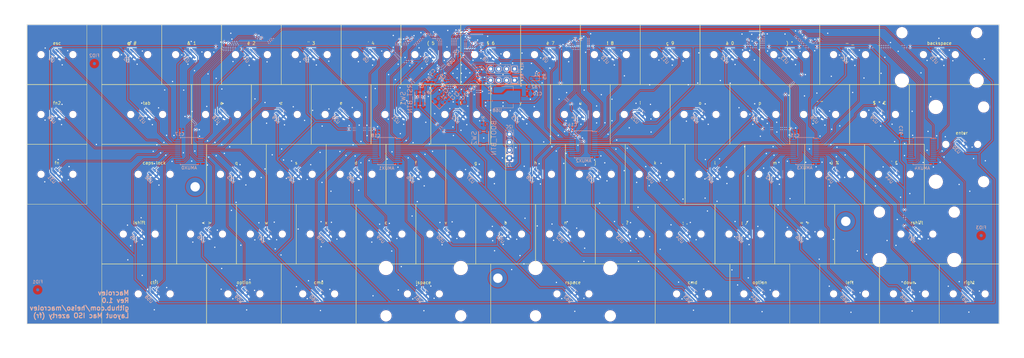
<source format=kicad_pcb>
(kicad_pcb (version 20241229) (generator "pcbnew") (generator_version "9.0")
  (title_block (title "Macrolev") (date "2023-10-22") (rev "1.0") (company "Heiso"))
  (layers (0 "F.Cu" signal) (2 "B.Cu" signal) (13 "F.Paste" user) (15 "B.Paste" user) (5 "F.SilkS" user "F.Silkscreen") (7 "B.SilkS" user "B.Silkscreen") (1 "F.Mask" user) (3 "B.Mask" user) (25 "Edge.Cuts" user))
  (net 0 "")
  (net 1 "/ADC0")
  (net 2 "/AMUX0:7")
  (net 3 "/AMUX0:6")
  (net 4 "/AMUX0:5")
  (net 5 "/AMUX0:4")
  (net 6 "/AMUX0:3")
  (net 7 "/AMUX0:2")
  (net 8 "/AMUX0:1")
  (net 9 "/AMUX0:0")
  (net 10 "/SELECT0")
  (net 11 "/SELECT1")
  (net 12 "GND")
  (net 13 "/SELECT3")
  (net 14 "/SELECT2")
  (net 15 "/AMUX0:15")
  (net 16 "/AMUX0:14")
  (net 17 "/AMUX0:13")
  (net 18 "/AMUX0:12")
  (net 19 "/AMUX0:11")
  (net 20 "/AMUX0:10")
  (net 21 "/AMUX3:7")
  (net 22 "/AMUX0:9")
  (net 23 "/AMUX0:8")
  (net 24 "/AMUX3:6")
  (net 25 "+3.3VA")
  (net 30 "/AMUX3:5")
  (net 31 "/AMUX3:4")
  (net 41 "/I2C_SCL")
  (net 42 "/I2C_SDA")
  (net 43 "Net-(D1-K)")
  (net 44 "/VBUS")
  (net 45 "/ADC1")
  (net 46 "/AMUX1:7")
  (net 47 "/AMUX1:6")
  (net 48 "/AMUX1:5")
  (net 49 "/AMUX1:4")
  (net 50 "/AMUX1:3")
  (net 51 "/AMUX1:2")
  (net 52 "/AMUX1:1")
  (net 53 "/AMUX1:0")
  (net 54 "/AMUX1:15")
  (net 55 "/AMUX1:14")
  (net 56 "/AMUX1:13")
  (net 57 "/AMUX1:12")
  (net 58 "/AMUX1:11")
  (net 59 "/AMUX1:10")
  (net 60 "/AMUX1:9")
  (net 61 "/AMUX1:8")
  (net 62 "/ADC2")
  (net 63 "/AMUX2:7")
  (net 64 "/AMUX2:6")
  (net 65 "/AMUX2:5")
  (net 66 "/AMUX2:4")
  (net 67 "/AMUX2:3")
  (net 68 "/AMUX2:2")
  (net 69 "/AMUX2:1")
  (net 70 "/AMUX2:0")
  (net 71 "/AMUX2:15")
  (net 72 "/AMUX2:14")
  (net 73 "/AMUX2:13")
  (net 74 "/AMUX2:12")
  (net 75 "/AMUX2:11")
  (net 76 "/AMUX2:10")
  (net 77 "/AMUX2:9")
  (net 78 "/AMUX2:8")
  (net 79 "/AMUX3:3")
  (net 80 "/AMUX3:2")
  (net 81 "/AMUX3:1")
  (net 82 "/AMUX3:0")
  (net 83 "/AMUX3:15")
  (net 84 "/AMUX3:14")
  (net 85 "/AMUX3:13")
  (net 86 "/AMUX3:12")
  (net 87 "/AMUX3:11")
  (net 88 "/AMUX3:10")
  (net 89 "/AMUX3:9")
  (net 90 "/AMUX3:8")
  (net 91 "/AMUX4:2")
  (net 92 "/AMUX4:1")
  (net 93 "/AMUX4:0")
  (net 94 "+3.3V")
  (net 98 "+5V")
  (net 99 "/HSE_IN")
  (net 100 "/HSE_OUT")
  (net 101 "/NRST")
  (net 102 "/ADC3")
  (net 104 "/ADC4")
  (net 105 "/USB_D-")
  (net 106 "/USB_D+")
  (net 107 "/SWDIO")
  (net 108 "/SWCLK")
  (net 116 "/BOOT0")
  (footprint "Lekker switch:SW_MX_Lekker_1u" (layer "F.Cu") (at 159.0625 40)
    (property "Reference" "( 5" (at 0 -3.048 0) (layer "F.SilkS") (effects (justify bottom)))
    (property "Value" "SW_MX_Lekker_1u" (hide yes))
    (pad "" np_thru_hole circle (at -5.08 0) (size 1.75 1.75) (drill 1.75) (layers "*.Cu" "*.Mask"))
    (pad "" np_thru_hole circle (at 5.08 0) (size 1.75 1.75) (drill 1.75) (layers "*.Cu" "*.Mask"))
    (zone (net 0) (net_name "") (layer "F.Cu") (connect_pads (clearance 0)) (min_thickness 0.25)
      (keepout (tracks not_allowed) (vias not_allowed) (pads not_allowed) (copperpour not_allowed) (footprints allowed))
      (fill (thermal_gap 0.5) (thermal_bridge_width 0.5))
      (polygon (pts (xy 156.5225 38.73) (xy 157.7925 37.46) (xy 160.3325 37.46) (xy 161.6025 38.73) (xy 161.6025 41.27) (xy 160.3325 42.54) (xy 157.7925 42.54) (xy 156.5225 41.27)))
    )
  )
  (footprint "Lekker switch:SW_MX_Lekker" (layer "F.Cu") (at 328.13125 68.575)
    (property "Reference" "enter" (at 0 -3.048 0) (layer "F.SilkS") (effects (justify bottom)))
    (property "Value" "SW_MX_Lekker" (hide yes))
    (pad "" np_thru_hole circle (at -5.08 0) (size 1.75 1.75) (drill 1.75) (layers "*.Cu" "*.Mask"))
    (pad "" np_thru_hole circle (at 5.08 0) (size 1.75 1.75) (drill 1.75) (layers "*.Cu" "*.Mask"))
    (zone (net 0) (net_name "") (layer "F.Cu") (connect_pads (clearance 0)) (min_thickness 0.25)
      (keepout (tracks not_allowed) (vias not_allowed) (pads not_allowed) (copperpour not_allowed) (footprints allowed))
      (fill (thermal_gap 0.5) (thermal_bridge_width 0.5))
      (polygon (pts (xy 325.59125 67.305) (xy 326.86125 66.035) (xy 329.40125 66.035) (xy 330.67125 67.305) (xy 330.67125 69.845) (xy 329.40125 71.115) (xy 326.86125 71.115) (xy 325.59125 69.845)))
    )
  )
  (footprint "Lekker switch:SW_MX_Lekker_1u" (layer "F.Cu") (at 92.3875 59.05)
    (property "Reference" "a" (at 0 -3.048 0) (layer "F.SilkS") (effects (justify bottom)))
    (property "Value" "SW_MX_Lekker_1u" (hide yes))
    (pad "" np_thru_hole circle (at -5.08 0) (size 1.75 1.75) (drill 1.75) (layers "*.Cu" "*.Mask"))
    (pad "" np_thru_hole circle (at 5.08 0) (size 1.75 1.75) (drill 1.75) (layers "*.Cu" "*.Mask"))
    (zone (net 0) (net_name "") (layer "F.Cu") (connect_pads (clearance 0)) (min_thickness 0.25)
      (keepout (tracks not_allowed) (vias not_allowed) (pads not_allowed) (copperpour not_allowed) (footprints allowed))
      (fill (thermal_gap 0.5) (thermal_bridge_width 0.5))
      (polygon (pts (xy 89.8475 57.78) (xy 91.1175 56.51) (xy 93.6575 56.51) (xy 94.9275 57.78) (xy 94.9275 60.32) (xy 93.6575 61.59) (xy 91.1175 61.59) (xy 89.8475 60.32)))
    )
  )
  (footprint "Lekker switch:SW_MX_Lekker_1u" (layer "F.Cu") (at 130.4875 59.05)
    (property "Reference" "e" (at 0 -3.048 0) (layer "F.SilkS") (effects (justify bottom)))
    (property "Value" "SW_MX_Lekker_1u" (hide yes))
    (pad "" np_thru_hole circle (at -5.08 0) (size 1.75 1.75) (drill 1.75) (layers "*.Cu" "*.Mask"))
    (pad "" np_thru_hole circle (at 5.08 0) (size 1.75 1.75) (drill 1.75) (layers "*.Cu" "*.Mask"))
    (zone (net 0) (net_name "") (layer "F.Cu") (connect_pads (clearance 0)) (min_thickness 0.25)
      (keepout (tracks not_allowed) (vias not_allowed) (pads not_allowed) (copperpour not_allowed) (footprints allowed))
      (fill (thermal_gap 0.5) (thermal_bridge_width 0.5))
      (polygon (pts (xy 127.9475 57.78) (xy 129.2175 56.51) (xy 131.7575 56.51) (xy 133.0275 57.78) (xy 133.0275 60.32) (xy 131.7575 61.59) (xy 129.2175 61.59) (xy 127.9475 60.32)))
    )
  )
  (footprint "Lekker switch:SW_MX_Lekker_1u" (layer "F.Cu") (at 97.15 78.1)
    (property "Reference" "q" (at 0 -3.048 0) (layer "F.SilkS") (effects (justify bottom)))
    (property "Value" "SW_MX_Lekker_1u" (hide yes))
    (pad "" np_thru_hole circle (at -5.08 0) (size 1.75 1.75) (drill 1.75) (layers "*.Cu" "*.Mask"))
    (pad "" np_thru_hole circle (at 5.08 0) (size 1.75 1.75) (drill 1.75) (layers "*.Cu" "*.Mask"))
    (zone (net 0) (net_name "") (layer "F.Cu") (connect_pads (clearance 0)) (min_thickness 0.25)
      (keepout (tracks not_allowed) (vias not_allowed) (pads not_allowed) (copperpour not_allowed) (footprints allowed))
      (fill (thermal_gap 0.5) (thermal_bridge_width 0.5))
      (polygon (pts (xy 94.61 76.83) (xy 95.88 75.56) (xy 98.42 75.56) (xy 99.69 76.83) (xy 99.69 79.37) (xy 98.42 80.64) (xy 95.88 80.64) (xy 94.61 79.37)))
    )
  )
  (footprint "Lekker switch:SW_MX_Lekker_1u" (layer "F.Cu") (at 268.6 78.1)
    (property "Reference" "m" (at 0 -3.048 0) (layer "F.SilkS") (effects (justify bottom)))
    (property "Value" "SW_MX_Lekker_1u" (hide yes))
    (pad "" np_thru_hole circle (at -5.08 0) (size 1.75 1.75) (drill 1.75) (layers "*.Cu" "*.Mask"))
    (pad "" np_thru_hole circle (at 5.08 0) (size 1.75 1.75) (drill 1.75) (layers "*.Cu" "*.Mask"))
    (zone (net 0) (net_name "") (layer "F.Cu") (connect_pads (clearance 0)) (min_thickness 0.25)
      (keepout (tracks not_allowed) (vias not_allowed) (pads not_allowed) (copperpour not_allowed) (footprints allowed))
      (fill (thermal_gap 0.5) (thermal_bridge_width 0.5))
      (polygon (pts (xy 266.06 76.83) (xy 267.33 75.56) (xy 269.87 75.56) (xy 271.14 76.83) (xy 271.14 79.37) (xy 269.87 80.64) (xy 267.33 80.64) (xy 266.06 79.37)))
    )
  )
  (footprint "Lekker switch:SW_MX_Lekker_1u" (layer "F.Cu") (at 240.025 97.15)
    (property "Reference" "; ." (at 0 -3.048 0) (layer "F.SilkS") (effects (justify bottom)))
    (property "Value" "SW_MX_Lekker_1u" (hide yes))
    (pad "" np_thru_hole circle (at -5.08 0) (size 1.75 1.75) (drill 1.75) (layers "*.Cu" "*.Mask"))
    (pad "" np_thru_hole circle (at 5.08 0) (size 1.75 1.75) (drill 1.75) (layers "*.Cu" "*.Mask"))
    (zone (net 0) (net_name "") (layer "F.Cu") (connect_pads (clearance 0)) (min_thickness 0.25)
      (keepout (tracks not_allowed) (vias not_allowed) (pads not_allowed) (copperpour not_allowed) (footprints allowed))
      (fill (thermal_gap 0.5) (thermal_bridge_width 0.5))
      (polygon (pts (xy 237.485 95.88) (xy 238.755 94.61) (xy 241.295 94.61) (xy 242.565 95.88) (xy 242.565 98.42) (xy 241.295 99.69) (xy 238.755 99.69) (xy 237.485 98.42)))
    )
  )
  (footprint "Lekker switch:SW_MX_Lekker_1u" (layer "F.Cu") (at 211.45 78.1)
    (property "Reference" "j" (at 0 -3.048 0) (layer "F.SilkS") (effects (justify bottom)))
    (property "Value" "SW_MX_Lekker_1u" (hide yes))
    (pad "" np_thru_hole circle (at -5.08 0) (size 1.75 1.75) (drill 1.75) (layers "*.Cu" "*.Mask"))
    (pad "" np_thru_hole circle (at 5.08 0) (size 1.75 1.75) (drill 1.75) (layers "*.Cu" "*.Mask"))
    (zone (net 0) (net_name "") (layer "F.Cu") (connect_pads (clearance 0)) (min_thickness 0.25)
      (keepout (tracks not_allowed) (vias not_allowed) (pads not_allowed) (copperpour not_allowed) (footprints allowed))
      (fill (thermal_gap 0.5) (thermal_bridge_width 0.5))
      (polygon (pts (xy 208.91 76.83) (xy 210.18 75.56) (xy 212.72 75.56) (xy 213.99 76.83) (xy 213.99 79.37) (xy 212.72 80.64) (xy 210.18 80.64) (xy 208.91 79.37)))
    )
  )
  (footprint "Lekker switch:SW_MX_Lekker_1u" (layer "F.Cu") (at 301.9375 59.05)
    (property "Reference" "$ * €" (at 0 -3.048 0) (layer "F.SilkS") (effects (justify bottom)))
    (property "Value" "SW_MX_Lekker_1u" (hide yes))
    (pad "" np_thru_hole circle (at -5.08 0) (size 1.75 1.75) (drill 1.75) (layers "*.Cu" "*.Mask"))
    (pad "" np_thru_hole circle (at 5.08 0) (size 1.75 1.75) (drill 1.75) (layers "*.Cu" "*.Mask"))
    (zone (net 0) (net_name "") (layer "F.Cu") (connect_pads (clearance 0)) (min_thickness 0.25)
      (keepout (tracks not_allowed) (vias not_allowed) (pads not_allowed) (copperpour not_allowed) (footprints allowed))
      (fill (thermal_gap 0.5) (thermal_bridge_width 0.5))
      (polygon (pts (xy 299.3975 57.78) (xy 300.6675 56.51) (xy 303.2075 56.51) (xy 304.4775 57.78) (xy 304.4775 60.32) (xy 303.2075 61.59) (xy 300.6675 61.59) (xy 299.3975 60.32)))
    )
  )
  (footprint "Lekker switch:SW_MX_Lekker" (layer "F.Cu") (at 321 40)
    (property "Reference" "backspace" (at 0 -3.048 0) (layer "F.SilkS") (effects (justify bottom)))
    (property "Value" "SW_MX_Lekker" (hide yes))
    (pad "" np_thru_hole circle (at -5.08 0) (size 1.75 1.75) (drill 1.75) (layers "*.Cu" "*.Mask"))
    (pad "" np_thru_hole circle (at 5.08 0) (size 1.75 1.75) (drill 1.75) (layers "*.Cu" "*.Mask"))
    (zone (net 0) (net_name "") (layer "F.Cu") (connect_pads (clearance 0)) (min_thickness 0.25)
      (keepout (tracks not_allowed) (vias not_allowed) (pads not_allowed) (copperpour not_allowed) (footprints allowed))
      (fill (thermal_gap 0.5) (thermal_bridge_width 0.5))
      (polygon (pts (xy 318.46 38.73) (xy 319.73 37.46) (xy 322.27 37.46) (xy 323.54 38.73) (xy 323.54 41.27) (xy 322.27 42.54) (xy 319.73 42.54) (xy 318.46 41.27)))
    )
  )
  (footprint "Lekker switch:SW_MX_Lekker_1u" (layer "F.Cu") (at 187.6375 59.05)
    (property "Reference" "y" (at 0 -3.048 0) (layer "F.SilkS") (effects (justify bottom)))
    (property "Value" "SW_MX_Lekker_1u" (hide yes))
    (pad "" np_thru_hole circle (at -5.08 0) (size 1.75 1.75) (drill 1.75) (layers "*.Cu" "*.Mask"))
    (pad "" np_thru_hole circle (at 5.08 0) (size 1.75 1.75) (drill 1.75) (layers "*.Cu" "*.Mask"))
    (zone (net 0) (net_name "") (layer "F.Cu") (connect_pads (clearance 0)) (min_thickness 0.25)
      (keepout (tracks not_allowed) (vias not_allowed) (pads not_allowed) (copperpour not_allowed) (footprints allowed))
      (fill (thermal_gap 0.5) (thermal_bridge_width 0.5))
      (polygon (pts (xy 185.0975 57.78) (xy 186.3675 56.51) (xy 188.9075 56.51) (xy 190.1775 57.78) (xy 190.1775 60.32) (xy 188.9075 61.59) (xy 186.3675 61.59) (xy 185.0975 60.32)))
    )
  )
  (footprint "Lekker switch:SW_MX_Lekker_1u" (layer "F.Cu") (at 278.125 97.15)
    (property "Reference" "= +" (at 0 -3.048 0) (layer "F.SilkS") (effects (justify bottom)))
    (property "Value" "SW_MX_Lekker_1u" (hide yes))
    (pad "" np_thru_hole circle (at -5.08 0) (size 1.75 1.75) (drill 1.75) (layers "*.Cu" "*.Mask"))
    (pad "" np_thru_hole circle (at 5.08 0) (size 1.75 1.75) (drill 1.75) (layers "*.Cu" "*.Mask"))
    (zone (net 0) (net_name "") (layer "F.Cu") (connect_pads (clearance 0)) (min_thickness 0.25)
      (keepout (tracks not_allowed) (vias not_allowed) (pads not_allowed) (copperpour not_allowed) (footprints allowed))
      (fill (thermal_gap 0.5) (thermal_bridge_width 0.5))
      (polygon (pts (xy 275.585 95.88) (xy 276.855 94.61) (xy 279.395 94.61) (xy 280.665 95.88) (xy 280.665 98.42) (xy 279.395 99.69) (xy 276.855 99.69) (xy 275.585 98.42)))
    )
  )
  (footprint "Lekker switch:SW_MX_Lekker_1u" (layer "F.Cu") (at 259.075 97.15)
    (property "Reference" ": /" (at 0 -3.048 0) (layer "F.SilkS") (effects (justify bottom)))
    (property "Value" "SW_MX_Lekker_1u" (hide yes))
    (pad "" np_thru_hole circle (at -5.08 0) (size 1.75 1.75) (drill 1.75) (layers "*.Cu" "*.Mask"))
    (pad "" np_thru_hole circle (at 5.08 0) (size 1.75 1.75) (drill 1.75) (layers "*.Cu" "*.Mask"))
    (zone (net 0) (net_name "") (layer "F.Cu") (connect_pads (clearance 0)) (min_thickness 0.25)
      (keepout (tracks not_allowed) (vias not_allowed) (pads not_allowed) (copperpour not_allowed) (footprints allowed))
      (fill (thermal_gap 0.5) (thermal_bridge_width 0.5))
      (polygon (pts (xy 256.535 95.88) (xy 257.805 94.61) (xy 260.345 94.61) (xy 261.615 95.88) (xy 261.615 98.42) (xy 260.345 99.69) (xy 257.805 99.69) (xy 256.535 98.42)))
    )
  )
  (footprint "Lekker switch:SW_MX_Lekker" (layer "F.Cu") (at 313.84375 97.15)
    (property "Reference" "rshift" (at 0 -3.048 0) (layer "F.SilkS") (effects (justify bottom)))
    (property "Value" "SW_MX_Lekker" (hide yes))
    (pad "" np_thru_hole circle (at -5.08 0) (size 1.75 1.75) (drill 1.75) (layers "*.Cu" "*.Mask"))
    (pad "" np_thru_hole circle (at 5.08 0) (size 1.75 1.75) (drill 1.75) (layers "*.Cu" "*.Mask"))
    (zone (net 0) (net_name "") (layer "F.Cu") (connect_pads (clearance 0)) (min_thickness 0.25)
      (keepout (tracks not_allowed) (vias not_allowed) (pads not_allowed) (copperpour not_allowed) (footprints allowed))
      (fill (thermal_gap 0.5) (thermal_bridge_width 0.5))
      (polygon (pts (xy 311.30375 95.88) (xy 312.57375 94.61) (xy 315.11375 94.61) (xy 316.38375 95.88) (xy 316.38375 98.42) (xy 315.11375 99.69) (xy 312.57375 99.69) (xy 311.30375 98.42)))
    )
  )
  (footprint "PCM_marbastlib-mx:STAB_MX_2.75u" (layer "F.Cu") (at 204.30625 116.2 180)
    (property "Reference" "REF**" (hide yes))
    (property "Value" "STAB_MX_2.75u")
    (pad "" np_thru_hole circle (at -11.90625 -6.985 180) (size 3.048 3.048) (drill 3.048) (layers "*.Cu" "*.Mask"))
    (pad "" np_thru_hole circle (at -11.90625 8.255 180) (size 3.9878 3.9878) (drill 3.9878) (layers "*.Cu" "*.Mask"))
    (pad "" np_thru_hole circle (at 11.90625 -6.985 180) (size 3.048 3.048) (drill 3.048) (layers "*.Cu" "*.Mask"))
    (pad "" np_thru_hole circle (at 11.90625 8.255 180) (size 3.9878 3.9878) (drill 3.9878) (layers "*.Cu" "*.Mask"))
  )
  (footprint "Lekker switch:SW_MX_Lekker_1u" (layer "F.Cu") (at 287.65 78.1)
    (property "Reference" "ù %" (at 0 -3.048 0) (layer "F.SilkS") (effects (justify bottom)))
    (property "Value" "SW_MX_Lekker_1u" (hide yes))
    (pad "" np_thru_hole circle (at -5.08 0) (size 1.75 1.75) (drill 1.75) (layers "*.Cu" "*.Mask"))
    (pad "" np_thru_hole circle (at 5.08 0) (size 1.75 1.75) (drill 1.75) (layers "*.Cu" "*.Mask"))
    (zone (net 0) (net_name "") (layer "F.Cu") (connect_pads (clearance 0)) (min_thickness 0.25)
      (keepout (tracks not_allowed) (vias not_allowed) (pads not_allowed) (copperpour not_allowed) (footprints allowed))
      (fill (thermal_gap 0.5) (thermal_bridge_width 0.5))
      (polygon (pts (xy 285.11 76.83) (xy 286.38 75.56) (xy 288.92 75.56) (xy 290.19 76.83) (xy 290.19 79.37) (xy 288.92 80.64) (xy 286.38 80.64) (xy 285.11 79.37)))
    )
  )
  (footprint "Lekker switch:SW_MX_Lekker_1u" (layer "F.Cu") (at 292.4125 116.2)
    (property "Reference" "left" (at 0 -3.048 0) (layer "F.SilkS") (effects (justify bottom)))
    (property "Value" "SW_MX_Lekker_1u" (hide yes))
    (pad "" np_thru_hole circle (at -5.08 0) (size 1.75 1.75) (drill 1.75) (layers "*.Cu" "*.Mask"))
    (pad "" np_thru_hole circle (at 5.08 0) (size 1.75 1.75) (drill 1.75) (layers "*.Cu" "*.Mask"))
    (zone (net 0) (net_name "") (layer "F.Cu") (connect_pads (clearance 0)) (min_thickness 0.25)
      (keepout (tracks not_allowed) (vias not_allowed) (pads not_allowed) (copperpour not_allowed) (footprints allowed))
      (fill (thermal_gap 0.5) (thermal_bridge_width 0.5))
      (polygon (pts (xy 289.8725 114.93) (xy 291.1425 113.66) (xy 293.6825 113.66) (xy 294.9525 114.93) (xy 294.9525 117.47) (xy 293.6825 118.74) (xy 291.1425 118.74) (xy 289.8725 117.47)))
    )
  )
  (footprint "Lekker switch:SW_MX_Lekker_1u" (layer "F.Cu") (at 154.3 78.1)
    (property "Reference" "f" (at 0 -3.048 0) (layer "F.SilkS") (effects (justify bottom)))
    (property "Value" "SW_MX_Lekker_1u" (hide yes))
    (pad "" np_thru_hole circle (at -5.08 0) (size 1.75 1.75) (drill 1.75) (layers "*.Cu" "*.Mask"))
    (pad "" np_thru_hole circle (at 5.08 0) (size 1.75 1.75) (drill 1.75) (layers "*.Cu" "*.Mask"))
    (zone (net 0) (net_name "") (layer "F.Cu") (connect_pads (clearance 0)) (min_thickness 0.25)
      (keepout (tracks not_allowed) (vias not_allowed) (pads not_allowed) (copperpour not_allowed) (footprints allowed))
      (fill (thermal_gap 0.5) (thermal_bridge_width 0.5))
      (polygon (pts (xy 151.76 76.83) (xy 153.03 75.56) (xy 155.57 75.56) (xy 156.84 76.83) (xy 156.84 79.37) (xy 155.57 80.64) (xy 153.03 80.64) (xy 151.76 79.37)))
    )
  )
  (footprint "Lekker switch:SW_MX_Lekker_1.75u" (layer "F.Cu") (at 70.95625 78.1)
    (property "Reference" "caps lock" (at 0 -3.048 0) (layer "F.SilkS") (effects (justify bottom)))
    (property "Value" "SW_MX_Lekker_1.75u" (hide yes))
    (pad "" np_thru_hole circle (at -5.08 0) (size 1.75 1.75) (drill 1.75) (layers "*.Cu" "*.Mask"))
    (pad "" np_thru_hole circle (at 5.08 0) (size 1.75 1.75) (drill 1.75) (layers "*.Cu" "*.Mask"))
    (zone (net 0) (net_name "") (layer "F.Cu") (connect_pads (clearance 0)) (min_thickness 0.25)
      (keepout (tracks not_allowed) (vias not_allowed) (pads not_allowed) (copperpour not_allowed) (footprints allowed))
      (fill (thermal_gap 0.5) (thermal_bridge_width 0.5))
      (polygon (pts (xy 68.41625 76.83) (xy 69.68625 75.56) (xy 72.22625 75.56) (xy 73.49625 76.83) (xy 73.49625 79.37) (xy 72.22625 80.64) (xy 69.68625 80.64) (xy 68.41625 79.37)))
    )
  )
  (footprint "Lekker switch:SW_MX_Lekker_1u" (layer "F.Cu") (at 201.925 97.15)
    (property "Reference" "n" (at 0 -3.048 0) (layer "F.SilkS") (effects (justify bottom)))
    (property "Value" "SW_MX_Lekker_1u" (hide yes))
    (pad "" np_thru_hole circle (at -5.08 0) (size 1.75 1.75) (drill 1.75) (layers "*.Cu" "*.Mask"))
    (pad "" np_thru_hole circle (at 5.08 0) (size 1.75 1.75) (drill 1.75) (layers "*.Cu" "*.Mask"))
    (zone (net 0) (net_name "") (layer "F.Cu") (connect_pads (clearance 0)) (min_thickness 0.25)
      (keepout (tracks not_allowed) (vias not_allowed) (pads not_allowed) (copperpour not_allowed) (footprints allowed))
      (fill (thermal_gap 0.5) (thermal_bridge_width 0.5))
      (polygon (pts (xy 199.385 95.88) (xy 200.655 94.61) (xy 203.195 94.61) (xy 204.465 95.88) (xy 204.465 98.42) (xy 203.195 99.69) (xy 200.655 99.69) (xy 199.385 98.42)))
    )
  )
  (footprint "Lekker switch:SW_MX_Lekker_1u" (layer "F.Cu") (at 306.7 78.1)
    (property "Reference" "` £" (at 0 -3.048 0) (layer "F.SilkS") (effects (justify bottom)))
    (property "Value" "SW_MX_Lekker_1u" (hide yes))
    (pad "" np_thru_hole circle (at -5.08 0) (size 1.75 1.75) (drill 1.75) (layers "*.Cu" "*.Mask"))
    (pad "" np_thru_hole circle (at 5.08 0) (size 1.75 1.75) (drill 1.75) (layers "*.Cu" "*.Mask"))
    (zone (net 0) (net_name "") (layer "F.Cu") (connect_pads (clearance 0)) (min_thickness 0.25)
      (keepout (tracks not_allowed) (vias not_allowed) (pads not_allowed) (copperpour not_allowed) (footprints allowed))
      (fill (thermal_gap 0.5) (thermal_bridge_width 0.5))
      (polygon (pts (xy 304.16 76.83) (xy 305.43 75.56) (xy 307.97 75.56) (xy 309.24 76.83) (xy 309.24 79.37) (xy 307.97 80.64) (xy 305.43 80.64) (xy 304.16 79.37)))
    )
  )
  (footprint "Lekker switch:SW_MX_Lekker_1u" (layer "F.Cu") (at 149.5375 59.05)
    (property "Reference" "r" (at 0 -3.048 0) (layer "F.SilkS") (effects (justify bottom)))
    (property "Value" "SW_MX_Lekker_1u" (hide yes))
    (pad "" np_thru_hole circle (at -5.08 0) (size 1.75 1.75) (drill 1.75) (layers "*.Cu" "*.Mask"))
    (pad "" np_thru_hole circle (at 5.08 0) (size 1.75 1.75) (drill 1.75) (layers "*.Cu" "*.Mask"))
    (zone (net 0) (net_name "") (layer "F.Cu") (connect_pads (clearance 0)) (min_thickness 0.25)
      (keepout (tracks not_allowed) (vias not_allowed) (pads not_allowed) (copperpour not_allowed) (footprints allowed))
      (fill (thermal_gap 0.5) (thermal_bridge_width 0.5))
      (polygon (pts (xy 146.9975 57.78) (xy 148.2675 56.51) (xy 150.8075 56.51) (xy 152.0775 57.78) (xy 152.0775 60.32) (xy 150.8075 61.59) (xy 148.2675 61.59) (xy 146.9975 60.32)))
    )
  )
  (footprint "Lekker switch:SW_MX_Lekker_1u" (layer "F.Cu") (at 168.5875 59.05)
    (property "Reference" "t" (at 0 -3.048 0) (layer "F.SilkS") (effects (justify bottom)))
    (property "Value" "SW_MX_Lekker_1u" (hide yes))
    (pad "" np_thru_hole circle (at -5.08 0) (size 1.75 1.75) (drill 1.75) (layers "*.Cu" "*.Mask"))
    (pad "" np_thru_hole circle (at 5.08 0) (size 1.75 1.75) (drill 1.75) (layers "*.Cu" "*.Mask"))
    (zone (net 0) (net_name "") (layer "F.Cu") (connect_pads (clearance 0)) (min_thickness 0.25)
      (keepout (tracks not_allowed) (vias not_allowed) (pads not_allowed) (copperpour not_allowed) (footprints allowed))
      (fill (thermal_gap 0.5) (thermal_bridge_width 0.5))
      (polygon (pts (xy 166.0475 57.78) (xy 167.3175 56.51) (xy 169.8575 56.51) (xy 171.1275 57.78) (xy 171.1275 60.32) (xy 169.8575 61.59) (xy 167.3175 61.59) (xy 166.0475 60.32)))
    )
  )
  (footprint "Lekker switch:SW_MX_Lekker_1u" (layer "F.Cu") (at 263.8375 59.05)
    (property "Reference" "p" (at 0 -3.048 0) (layer "F.SilkS") (effects (justify bottom)))
    (property "Value" "SW_MX_Lekker_1u" (hide yes))
    (pad "" np_thru_hole circle (at -5.08 0) (size 1.75 1.75) (drill 1.75) (layers "*.Cu" "*.Mask"))
    (pad "" np_thru_hole circle (at 5.08 0) (size 1.75 1.75) (drill 1.75) (layers "*.Cu" "*.Mask"))
    (zone (net 0) (net_name "") (layer "F.Cu") (connect_pads (clearance 0)) (min_thickness 0.25)
      (keepout (tracks not_allowed) (vias not_allowed) (pads not_allowed) (copperpour not_allowed) (footprints allowed))
      (fill (thermal_gap 0.5) (thermal_bridge_width 0.5))
      (polygon (pts (xy 261.2975 57.78) (xy 262.5675 56.51) (xy 265.1075 56.51) (xy 266.3775 57.78) (xy 266.3775 60.32) (xy 265.1075 61.59) (xy 262.5675 61.59) (xy 261.2975 60.32)))
    )
  )
  (footprint "Lekker switch:SW_MX_Lekker_1u" (layer "F.Cu") (at 82.8625 40)
    (property "Reference" "& 1" (at 0 -3.048 0) (layer "F.SilkS") (effects (justify bottom)))
    (property "Value" "SW_MX_Lekker_1u" (hide yes))
    (pad "" np_thru_hole circle (at -5.08 0) (size 1.75 1.75) (drill 1.75) (layers "*.Cu" "*.Mask"))
    (pad "" np_thru_hole circle (at 5.08 0) (size 1.75 1.75) (drill 1.75) (layers "*.Cu" "*.Mask"))
    (zone (net 0) (net_name "") (layer "F.Cu") (connect_pads (clearance 0)) (min_thickness 0.25)
      (keepout (tracks not_allowed) (vias not_allowed) (pads not_allowed) (copperpour not_allowed) (footprints allowed))
      (fill (thermal_gap 0.5) (thermal_bridge_width 0.5))
      (polygon (pts (xy 80.3225 38.73) (xy 81.5925 37.46) (xy 84.1325 37.46) (xy 85.4025 38.73) (xy 85.4025 41.27) (xy 84.1325 42.54) (xy 81.5925 42.54) (xy 80.3225 41.27)))
    )
  )
  (footprint "Lekker switch:SW_MX_Lekker_1u" (layer "F.Cu") (at 163.825 97.15)
    (property "Reference" "v" (at 0 -3.048 0) (layer "F.SilkS") (effects (justify bottom)))
    (property "Value" "SW_MX_Lekker_1u" (hide yes))
    (pad "" np_thru_hole circle (at -5.08 0) (size 1.75 1.75) (drill 1.75) (layers "*.Cu" "*.Mask"))
    (pad "" np_thru_hole circle (at 5.08 0) (size 1.75 1.75) (drill 1.75) (layers "*.Cu" "*.Mask"))
    (zone (net 0) (net_name "") (layer "F.Cu") (connect_pads (clearance 0)) (min_thickness 0.25)
      (keepout (tracks not_allowed) (vias not_allowed) (pads not_allowed) (copperpour not_allowed) (footprints allowed))
      (fill (thermal_gap 0.5) (thermal_bridge_width 0.5))
      (polygon (pts (xy 161.285 95.88) (xy 162.555 94.61) (xy 165.095 94.61) (xy 166.365 95.88) (xy 166.365 98.42) (xy 165.095 99.69) (xy 162.555 99.69) (xy 161.285 98.42)))
    )
  )
  (footprint "Lekker switch:SW_MX_Lekker_1u" (layer "F.Cu") (at 311.4625 116.2)
    (property "Reference" "down" (at 0 -3.048 0) (layer "F.SilkS") (effects (justify bottom)))
    (property "Value" "SW_MX_Lekker_1u" (hide yes))
    (pad "" np_thru_hole circle (at -5.08 0) (size 1.75 1.75) (drill 1.75) (layers "*.Cu" "*.Mask"))
    (pad "" np_thru_hole circle (at 5.08 0) (size 1.75 1.75) (drill 1.75) (layers "*.Cu" "*.Mask"))
    (zone (net 0) (net_name "") (layer "F.Cu") (connect_pads (clearance 0)) (min_thickness 0.25)
      (keepout (tracks not_allowed) (vias not_allowed) (pads not_allowed) (copperpour not_allowed) (footprints allowed))
      (fill (thermal_gap 0.5) (thermal_bridge_width 0.5))
      (polygon (pts (xy 308.9225 114.93) (xy 310.1925 113.66) (xy 312.7325 113.66) (xy 314.0025 114.93) (xy 314.0025 117.47) (xy 312.7325 118.74) (xy 310.1925 118.74) (xy 308.9225 117.47)))
    )
  )
  (footprint "Lekker switch:SW_MX_Lekker_1u" (layer "F.Cu") (at 292.4125 40)
    (property "Reference" "- _" (at 0 -3.048 0) (layer "F.SilkS") (effects (justify bottom)))
    (property "Value" "SW_MX_Lekker_1u" (hide yes))
    (pad "" np_thru_hole circle (at -5.08 0) (size 1.75 1.75) (drill 1.75) (layers "*.Cu" "*.Mask"))
    (pad "" np_thru_hole circle (at 5.08 0) (size 1.75 1.75) (drill 1.75) (layers "*.Cu" "*.Mask"))
    (zone (net 0) (net_name "") (layer "F.Cu") (connect_pads (clearance 0)) (min_thickness 0.25)
      (keepout (tracks not_allowed) (vias not_allowed) (pads not_allowed) (copperpour not_allowed) (footprints allowed))
      (fill (thermal_gap 0.5) (thermal_bridge_width 0.5))
      (polygon (pts (xy 289.8725 38.73) (xy 291.1425 37.46) (xy 293.6825 37.46) (xy 294.9525 38.73) (xy 294.9525 41.27) (xy 293.6825 42.54) (xy 291.1425 42.54) (xy 289.8725 41.27)))
    )
  )
  (footprint "Lekker switch:SW_MX_Lekker_1u" (layer "F.Cu") (at 144.775 97.15)
    (property "Reference" "c" (at 0 -3.048 0) (layer "F.SilkS") (effects (justify bottom)))
    (property "Value" "SW_MX_Lekker_1u" (hide yes))
    (pad "" np_thru_hole circle (at -5.08 0) (size 1.75 1.75) (drill 1.75) (layers "*.Cu" "*.Mask"))
    (pad "" np_thru_hole circle (at 5.08 0) (size 1.75 1.75) (drill 1.75) (layers "*.Cu" "*.Mask"))
    (zone (net 0) (net_name "") (layer "F.Cu") (connect_pads (clearance 0)) (min_thickness 0.25)
      (keepout (tracks not_allowed) (vias not_allowed) (pads not_allowed) (copperpour not_allowed) (footprints allowed))
      (fill (thermal_gap 0.5) (thermal_bridge_width 0.5))
      (polygon (pts (xy 142.235 95.88) (xy 143.505 94.61) (xy 146.045 94.61) (xy 147.315 95.88) (xy 147.315 98.42) (xy 146.045 99.69) (xy 143.505 99.69) (xy 142.235 98.42)))
    )
  )
  (footprint "PCM_marbastlib-mx:STAB_MX_2.75u" (layer "F.Cu") (at 313.84375 97.15)
    (property "Reference" "REF**" (hide yes))
    (property "Value" "STAB_MX_2.75u")
    (pad "" np_thru_hole circle (at -11.90625 -6.985) (size 3.048 3.048) (drill 3.048) (layers "*.Cu" "*.Mask"))
    (pad "" np_thru_hole circle (at -11.90625 8.255) (size 3.9878 3.9878) (drill 3.9878) (layers "*.Cu" "*.Mask"))
    (pad "" np_thru_hole circle (at 11.90625 -6.985) (size 3.048 3.048) (drill 3.048) (layers "*.Cu" "*.Mask"))
    (pad "" np_thru_hole circle (at 11.90625 8.255) (size 3.9878 3.9878) (drill 3.9878) (layers "*.Cu" "*.Mask"))
  )
  (footprint "Lekker switch:SW_MX_Lekker_1u" (layer "F.Cu") (at 116.2 78.1)
    (property "Reference" "s" (at 0 -3.048 0) (layer "F.SilkS") (effects (justify bottom)))
    (property "Value" "SW_MX_Lekker_1u" (hide yes))
    (pad "" np_thru_hole circle (at -5.08 0) (size 1.75 1.75) (drill 1.75) (layers "*.Cu" "*.Mask"))
    (pad "" np_thru_hole circle (at 5.08 0) (size 1.75 1.75) (drill 1.75) (layers "*.Cu" "*.Mask"))
    (zone (net 0) (net_name "") (layer "F.Cu") (connect_pads (clearance 0)) (min_thickness 0.25)
      (keepout (tracks not_allowed) (vias not_allowed) (pads not_allowed) (copperpour not_allowed) (footprints allowed))
      (fill (thermal_gap 0.5) (thermal_bridge_width 0.5))
      (polygon (pts (xy 113.66 76.83) (xy 114.93 75.56) (xy 117.47 75.56) (xy 118.74 76.83) (xy 118.74 79.37) (xy 117.47 80.64) (xy 114.93 80.64) (xy 113.66 79.37)))
    )
  )
  (footprint "Lekker switch:SW_MX_Lekker_1u" (layer "F.Cu") (at 135.25 78.1)
    (property "Reference" "d" (at 0 -3.048 0) (layer "F.SilkS") (effects (justify bottom)))
    (property "Value" "SW_MX_Lekker_1u" (hide yes))
    (pad "" np_thru_hole circle (at -5.08 0) (size 1.75 1.75) (drill 1.75) (layers "*.Cu" "*.Mask"))
    (pad "" np_thru_hole circle (at 5.08 0) (size 1.75 1.75) (drill 1.75) (layers "*.Cu" "*.Mask"))
    (zone (net 0) (net_name "") (layer "F.Cu") (connect_pads (clearance 0)) (min_thickness 0.25)
      (keepout (tracks not_allowed) (vias not_allowed) (pads not_allowed) (copperpour not_allowed) (footprints allowed))
      (fill (thermal_gap 0.5) (thermal_bridge_width 0.5))
      (polygon (pts (xy 132.71 76.83) (xy 133.98 75.56) (xy 136.52 75.56) (xy 137.79 76.83) (xy 137.79 79.37) (xy 136.52 80.64) (xy 133.98 80.64) (xy 132.71 79.37)))
    )
  )
  (footprint "PCM_marbastlib-mx:STAB_MX_2.25u" (layer "F.Cu") (at 156.68125 116.2 180)
    (property "Reference" "REF**" (hide yes))
    (property "Value" "STAB_MX_2.25u")
    (pad "" np_thru_hole circle (at -11.90625 -6.985 180) (size 3.048 3.048) (drill 3.048) (layers "*.Cu" "*.Mask"))
    (pad "" np_thru_hole circle (at -11.90625 8.255 180) (size 3.9878 3.9878) (drill 3.9878) (layers "*.Cu" "*.Mask"))
    (pad "" np_thru_hole circle (at 11.90625 -6.985 180) (size 3.048 3.048) (drill 3.048) (layers "*.Cu" "*.Mask"))
    (pad "" np_thru_hole circle (at 11.90625 8.255 180) (size 3.9878 3.9878) (drill 3.9878) (layers "*.Cu" "*.Mask"))
  )
  (footprint "Lekker switch:SW_MX_Lekker_1u" (layer "F.Cu") (at 330.5125 116.2)
    (property "Reference" "right" (at 0 -3.048 0) (layer "F.SilkS") (effects (justify bottom)))
    (property "Value" "SW_MX_Lekker_1u" (hide yes))
    (pad "" np_thru_hole circle (at -5.08 0) (size 1.75 1.75) (drill 1.75) (layers "*.Cu" "*.Mask"))
    (pad "" np_thru_hole circle (at 5.08 0) (size 1.75 1.75) (drill 1.75) (layers "*.Cu" "*.Mask"))
    (zone (net 0) (net_name "") (layer "F.Cu") (connect_pads (clearance 0)) (min_thickness 0.25)
      (keepout (tracks not_allowed) (vias not_allowed) (pads not_allowed) (copperpour not_allowed) (footprints allowed))
      (fill (thermal_gap 0.5) (thermal_bridge_width 0.5))
      (polygon (pts (xy 327.9725 114.93) (xy 329.2425 113.66) (xy 331.7825 113.66) (xy 333.0525 114.93) (xy 333.0525 117.47) (xy 331.7825 118.74) (xy 329.2425 118.74) (xy 327.9725 117.47)))
    )
  )
  (footprint "Lekker switch:SW_MX_Lekker_1.75u" (layer "F.Cu") (at 70.95625 116.2)
    (property "Reference" "ctrl" (at 0 -3.048 0) (layer "F.SilkS") (effects (justify bottom)))
    (property "Value" "SW_MX_Lekker_1.75u" (hide yes))
    (pad "" np_thru_hole circle (at -5.08 0) (size 1.75 1.75) (drill 1.75) (layers "*.Cu" "*.Mask"))
    (pad "" np_thru_hole circle (at 5.08 0) (size 1.75 1.75) (drill 1.75) (layers "*.Cu" "*.Mask"))
    (zone (net 0) (net_name "") (layer "F.Cu") (connect_pads (clearance 0)) (min_thickness 0.25)
      (keepout (tracks not_allowed) (vias not_allowed) (pads not_allowed) (copperpour not_allowed) (footprints allowed))
      (fill (thermal_gap 0.5) (thermal_bridge_width 0.5))
      (polygon (pts (xy 68.41625 114.93) (xy 69.68625 113.66) (xy 72.22625 113.66) (xy 73.49625 114.93) (xy 73.49625 117.47) (xy 72.22625 118.74) (xy 69.68625 118.74) (xy 68.41625 117.47)))
    )
  )
  (footprint "Lekker switch:SW_MX_Lekker_1u" (layer "F.Cu") (at 87.625 97.15)
    (property "Reference" "< >" (at 0 -3.048 0) (layer "F.SilkS") (effects (justify bottom)))
    (property "Value" "SW_MX_Lekker_1u" (hide yes))
    (pad "" np_thru_hole circle (at -5.08 0) (size 1.75 1.75) (drill 1.75) (layers "*.Cu" "*.Mask"))
    (pad "" np_thru_hole circle (at 5.08 0) (size 1.75 1.75) (drill 1.75) (layers "*.Cu" "*.Mask"))
    (zone (net 0) (net_name "") (layer "F.Cu") (connect_pads (clearance 0)) (min_thickness 0.25)
      (keepout (tracks not_allowed) (vias not_allowed) (pads not_allowed) (copperpour not_allowed) (footprints allowed))
      (fill (thermal_gap 0.5) (thermal_bridge_width 0.5))
      (polygon (pts (xy 85.085 95.88) (xy 86.355 94.61) (xy 88.895 94.61) (xy 90.165 95.88) (xy 90.165 98.42) (xy 88.895 99.69) (xy 86.355 99.69) (xy 85.085 98.42)))
    )
  )
  (footprint "Lekker switch:SW_MX_Lekker_1u" (layer "F.Cu") (at 192.4 78.1)
    (property "Reference" "h" (at 0 -3.048 0) (layer "F.SilkS") (effects (justify bottom)))
    (property "Value" "SW_MX_Lekker_1u" (hide yes))
    (pad "" np_thru_hole circle (at -5.08 0) (size 1.75 1.75) (drill 1.75) (layers "*.Cu" "*.Mask"))
    (pad "" np_thru_hole circle (at 5.08 0) (size 1.75 1.75) (drill 1.75) (layers "*.Cu" "*.Mask"))
    (zone (net 0) (net_name "") (layer "F.Cu") (connect_pads (clearance 0)) (min_thickness 0.25)
      (keepout (tracks not_allowed) (vias not_allowed) (pads not_allowed) (copperpour not_allowed) (footprints allowed))
      (fill (thermal_gap 0.5) (thermal_bridge_width 0.5))
      (polygon (pts (xy 189.86 76.83) (xy 191.13 75.56) (xy 193.67 75.56) (xy 194.94 76.83) (xy 194.94 79.37) (xy 193.67 80.64) (xy 191.13 80.64) (xy 189.86 79.37)))
    )
  )
  (footprint "Lekker switch:SW_MX_Lekker_1u" (layer "F.Cu") (at 206.6875 59.05)
    (property "Reference" "u" (at 0 -3.048 0) (layer "F.SilkS") (effects (justify bottom)))
    (property "Value" "SW_MX_Lekker_1u" (hide yes))
    (pad "" np_thru_hole circle (at -5.08 0) (size 1.75 1.75) (drill 1.75) (layers "*.Cu" "*.Mask"))
    (pad "" np_thru_hole circle (at 5.08 0) (size 1.75 1.75) (drill 1.75) (layers "*.Cu" "*.Mask"))
    (zone (net 0) (net_name "") (layer "F.Cu") (connect_pads (clearance 0)) (min_thickness 0.25)
      (keepout (tracks not_allowed) (vias not_allowed) (pads not_allowed) (copperpour not_allowed) (footprints allowed))
      (fill (thermal_gap 0.5) (thermal_bridge_width 0.5))
      (polygon (pts (xy 204.1475 57.78) (xy 205.4175 56.51) (xy 207.9575 56.51) (xy 209.2275 57.78) (xy 209.2275 60.32) (xy 207.9575 61.59) (xy 205.4175 61.59) (xy 204.1475 60.32)))
    )
  )
  (footprint "Lekker switch:SW_MX_Lekker_1u" (layer "F.Cu") (at 225.7375 59.05)
    (property "Reference" "i" (at 0 -3.048 0) (layer "F.SilkS") (effects (justify bottom)))
    (property "Value" "SW_MX_Lekker_1u" (hide yes))
    (pad "" np_thru_hole circle (at -5.08 0) (size 1.75 1.75) (drill 1.75) (layers "*.Cu" "*.Mask"))
    (pad "" np_thru_hole circle (at 5.08 0) (size 1.75 1.75) (drill 1.75) (layers "*.Cu" "*.Mask"))
    (zone (net 0) (net_name "") (layer "F.Cu") (connect_pads (clearance 0)) (min_thickness 0.25)
      (keepout (tracks not_allowed) (vias not_allowed) (pads not_allowed) (copperpour not_allowed) (footprints allowed))
      (fill (thermal_gap 0.5) (thermal_bridge_width 0.5))
      (polygon (pts (xy 223.1975 57.78) (xy 224.4675 56.51) (xy 227.0075 56.51) (xy 228.2775 57.78) (xy 228.2775 60.32) (xy 227.0075 61.59) (xy 224.4675 61.59) (xy 223.1975 60.32)))
    )
  )
  (footprint "Lekker switch:SW_MX_Lekker_1u" (layer "F.Cu") (at 40 40)
    (property "Reference" "esc" (at 0 -3.048 0) (layer "F.SilkS") (effects (justify bottom)))
    (property "Value" "SW_MX_Lekker_1u" (hide yes))
    (pad "" np_thru_hole circle (at -5.08 0) (size 1.75 1.75) (drill 1.75) (layers "*.Cu" "*.Mask"))
    (pad "" np_thru_hole circle (at 5.08 0) (size 1.75 1.75) (drill 1.75) (layers "*.Cu" "*.Mask"))
    (zone (net 0) (net_name "") (layer "F.Cu") (connect_pads (clearance 0)) (min_thickness 0.25)
      (keepout (tracks not_allowed) (vias not_allowed) (pads not_allowed) (copperpour not_allowed) (footprints allowed))
      (fill (thermal_gap 0.5) (thermal_bridge_width 0.5))
      (polygon (pts (xy 37.46 38.73) (xy 38.73 37.46) (xy 41.27 37.46) (xy 42.54 38.73) (xy 42.54 41.27) (xy 41.27 42.54) (xy 38.73 42.54) (xy 37.46 41.27)))
    )
  )
  (footprint "Lekker switch:SW_MX_Lekker_1u" (layer "F.Cu") (at 249.55 78.1)
    (property "Reference" "l" (at 0 -3.048 0) (layer "F.SilkS") (effects (justify bottom)))
    (property "Value" "SW_MX_Lekker_1u" (hide yes))
    (pad "" np_thru_hole circle (at -5.08 0) (size 1.75 1.75) (drill 1.75) (layers "*.Cu" "*.Mask"))
    (pad "" np_thru_hole circle (at 5.08 0) (size 1.75 1.75) (drill 1.75) (layers "*.Cu" "*.Mask"))
    (zone (net 0) (net_name "") (layer "F.Cu") (connect_pads (clearance 0)) (min_thickness 0.25)
      (keepout (tracks not_allowed) (vias not_allowed) (pads not_allowed) (copperpour not_allowed) (footprints allowed))
      (fill (thermal_gap 0.5) (thermal_bridge_width 0.5))
      (polygon (pts (xy 247.01 76.83) (xy 248.28 75.56) (xy 250.82 75.56) (xy 252.09 76.83) (xy 252.09 79.37) (xy 250.82 80.64) (xy 248.28 80.64) (xy 247.01 79.37)))
    )
  )
  (footprint "Lekker switch:SW_MX_Lekker_1u" (layer "F.Cu") (at 216.2125 40)
    (property "Reference" "! 8" (at 0 -3.048 0) (layer "F.SilkS") (effects (justify bottom)))
    (property "Value" "SW_MX_Lekker_1u" (hide yes))
    (pad "" np_thru_hole circle (at -5.08 0) (size 1.75 1.75) (drill 1.75) (layers "*.Cu" "*.Mask"))
    (pad "" np_thru_hole circle (at 5.08 0) (size 1.75 1.75) (drill 1.75) (layers "*.Cu" "*.Mask"))
    (zone (net 0) (net_name "") (layer "F.Cu") (connect_pads (clearance 0)) (min_thickness 0.25)
      (keepout (tracks not_allowed) (vias not_allowed) (pads not_allowed) (copperpour not_allowed) (footprints allowed))
      (fill (thermal_gap 0.5) (thermal_bridge_width 0.5))
      (polygon (pts (xy 213.6725 38.73) (xy 214.9425 37.46) (xy 217.4825 37.46) (xy 218.7525 38.73) (xy 218.7525 41.27) (xy 217.4825 42.54) (xy 214.9425 42.54) (xy 213.6725 41.27)))
    )
  )
  (footprint "PCM_marbastlib-mx:STAB_MX_2u" (layer "F.Cu") (at 320.9875 40)
    (property "Reference" "REF**" (hide yes))
    (property "Value" "STAB_MX_2u")
    (pad "" np_thru_hole circle (at -11.90625 -6.985) (size 3.048 3.048) (drill 3.048) (layers "*.Cu" "*.Mask"))
    (pad "" np_thru_hole circle (at -11.90625 8.255) (size 3.9878 3.9878) (drill 3.9878) (layers "*.Cu" "*.Mask"))
    (pad "" np_thru_hole circle (at 11.90625 -6.985) (size 3.048 3.048) (drill 3.048) (layers "*.Cu" "*.Mask"))
    (pad "" np_thru_hole circle (at 11.90625 8.255) (size 3.9878 3.9878) (drill 3.9878) (layers "*.Cu" "*.Mask"))
  )
  (footprint "Lekker switch:SW_MX_Lekker_1u" (layer "F.Cu") (at 220.975 97.15)
    (property "Reference" ", ?" (at 0 -3.048 0) (layer "F.SilkS") (effects (justify bottom)))
    (property "Value" "SW_MX_Lekker_1u" (hide yes))
    (pad "" np_thru_hole circle (at -5.08 0) (size 1.75 1.75) (drill 1.75) (layers "*.Cu" "*.Mask"))
    (pad "" np_thru_hole circle (at 5.08 0) (size 1.75 1.75) (drill 1.75) (layers "*.Cu" "*.Mask"))
    (zone (net 0) (net_name "") (layer "F.Cu") (connect_pads (clearance 0)) (min_thickness 0.25)
      (keepout (tracks not_allowed) (vias not_allowed) (pads not_allowed) (copperpour not_allowed) (footprints allowed))
      (fill (thermal_gap 0.5) (thermal_bridge_width 0.5))
      (polygon (pts (xy 218.435 95.88) (xy 219.705 94.61) (xy 222.245 94.61) (xy 223.515 95.88) (xy 223.515 98.42) (xy 222.245 99.69) (xy 219.705 99.69) (xy 218.435 98.42)))
    )
  )
  (footprint "Lekker switch:SW_MX_Lekker_1u" (layer "F.Cu") (at 101.9125 40)
    (property "Reference" "é 2" (at 0 -3.048 0) (layer "F.SilkS") (effects (justify bottom)))
    (property "Value" "SW_MX_Lekker_1u" (hide yes))
    (pad "" np_thru_hole circle (at -5.08 0) (size 1.75 1.75) (drill 1.75) (layers "*.Cu" "*.Mask"))
    (pad "" np_thru_hole circle (at 5.08 0) (size 1.75 1.75) (drill 1.75) (layers "*.Cu" "*.Mask"))
    (zone (net 0) (net_name "") (layer "F.Cu") (connect_pads (clearance 0)) (min_thickness 0.25)
      (keepout (tracks not_allowed) (vias not_allowed) (pads not_allowed) (copperpour not_allowed) (footprints allowed))
      (fill (thermal_gap 0.5) (thermal_bridge_width 0.5))
      (polygon (pts (xy 99.3725 38.73) (xy 100.6425 37.46) (xy 103.1825 37.46) (xy 104.4525 38.73) (xy 104.4525 41.27) (xy 103.1825 42.54) (xy 100.6425 42.54) (xy 99.3725 41.27)))
    )
  )
  (footprint "Lekker switch:SW_MX_Lekker" (layer "F.Cu") (at 156.68125 116.2)
    (property "Reference" "lspace" (at 0 -3.048 0) (layer "F.SilkS") (effects (justify bottom)))
    (property "Value" "SW_MX_Lekker" (hide yes))
    (pad "" np_thru_hole circle (at -5.08 0) (size 1.75 1.75) (drill 1.75) (layers "*.Cu" "*.Mask"))
    (pad "" np_thru_hole circle (at 5.08 0) (size 1.75 1.75) (drill 1.75) (layers "*.Cu" "*.Mask"))
    (zone (net 0) (net_name "") (layer "F.Cu") (connect_pads (clearance 0)) (min_thickness 0.25)
      (keepout (tracks not_allowed) (vias not_allowed) (pads not_allowed) (copperpour not_allowed) (footprints allowed))
      (fill (thermal_gap 0.5) (thermal_bridge_width 0.5))
      (polygon (pts (xy 154.14125 114.93) (xy 155.41125 113.66) (xy 157.95125 113.66) (xy 159.22125 114.93) (xy 159.22125 117.47) (xy 157.95125 118.74) (xy 155.41125 118.74) (xy 154.14125 117.47)))
    )
  )
  (footprint "Lekker switch:SW_MX_Lekker_1u" (layer "F.Cu") (at 40 78.1)
    (property "Reference" "fn" (at 0 -3.048 0) (layer "F.SilkS") (effects (justify bottom)))
    (property "Value" "SW_MX_Lekker_1u" (hide yes))
    (pad "" np_thru_hole circle (at -5.08 0) (size 1.75 1.75) (drill 1.75) (layers "*.Cu" "*.Mask"))
    (pad "" np_thru_hole circle (at 5.08 0) (size 1.75 1.75) (drill 1.75) (layers "*.Cu" "*.Mask"))
    (zone (net 0) (net_name "") (layer "F.Cu") (connect_pads (clearance 0)) (min_thickness 0.25)
      (keepout (tracks not_allowed) (vias not_allowed) (pads not_allowed) (copperpour not_allowed) (footprints allowed))
      (fill (thermal_gap 0.5) (thermal_bridge_width 0.5))
      (polygon (pts (xy 37.46 76.83) (xy 38.73 75.56) (xy 41.27 75.56) (xy 42.54 76.83) (xy 42.54 79.37) (xy 41.27 80.64) (xy 38.73 80.64) (xy 37.46 79.37)))
    )
  )
  (footprint "PCM_marbastlib-mx:STAB_MX_ISO-ROT" (layer "F.Cu") (at 328.13125 68.575)
    (property "Reference" "REF**" (hide yes))
    (property "Value" "STAB_MX_ISO-ROT")
    (pad "" np_thru_hole circle (at -8.255 -11.90625 270) (size 3.9878 3.9878) (drill 3.9878) (layers "*.Cu" "*.Mask"))
    (pad "" np_thru_hole circle (at -8.255 11.90625 270) (size 3.9878 3.9878) (drill 3.9878) (layers "*.Cu" "*.Mask"))
    (pad "" np_thru_hole circle (at 6.985 -11.90625 270) (size 3.048 3.048) (drill 3.048) (layers "*.Cu" "*.Mask"))
    (pad "" np_thru_hole circle (at 6.985 11.90625 270) (size 3.048 3.048) (drill 3.048) (layers "*.Cu" "*.Mask"))
  )
  (footprint "Lekker switch:SW_MX_Lekker_1u" (layer "F.Cu") (at 178.1125 40)
    (property "Reference" "§ 6" (at 0 -3.048 0) (layer "F.SilkS") (effects (justify bottom)))
    (property "Value" "SW_MX_Lekker_1u" (hide yes))
    (pad "" np_thru_hole circle (at -5.08 0) (size 1.75 1.75) (drill 1.75) (layers "*.Cu" "*.Mask"))
    (pad "" np_thru_hole circle (at 5.08 0) (size 1.75 1.75) (drill 1.75) (layers "*.Cu" "*.Mask"))
    (zone (net 0) (net_name "") (layer "F.Cu") (connect_pads (clearance 0)) (min_thickness 0.25)
      (keepout (tracks not_allowed) (vias not_allowed) (pads not_allowed) (copperpour not_allowed) (footprints allowed))
      (fill (thermal_gap 0.5) (thermal_bridge_width 0.5))
      (polygon (pts (xy 175.5725 38.73) (xy 176.8425 37.46) (xy 179.3825 37.46) (xy 180.6525 38.73) (xy 180.6525 41.27) (xy 179.3825 42.54) (xy 176.8425 42.54) (xy 175.5725 41.27)))
    )
  )
  (footprint "Lekker switch:SW_MX_Lekker_1u" (layer "F.Cu") (at 254.3125 40)
    (property "Reference" "à 0" (at 0 -3.048 0) (layer "F.SilkS") (effects (justify bottom)))
    (property "Value" "SW_MX_Lekker_1u" (hide yes))
    (pad "" np_thru_hole circle (at -5.08 0) (size 1.75 1.75) (drill 1.75) (layers "*.Cu" "*.Mask"))
    (pad "" np_thru_hole circle (at 5.08 0) (size 1.75 1.75) (drill 1.75) (layers "*.Cu" "*.Mask"))
    (zone (net 0) (net_name "") (layer "F.Cu") (connect_pads (clearance 0)) (min_thickness 0.25)
      (keepout (tracks not_allowed) (vias not_allowed) (pads not_allowed) (copperpour not_allowed) (footprints allowed))
      (fill (thermal_gap 0.5) (thermal_bridge_width 0.5))
      (polygon (pts (xy 251.7725 38.73) (xy 253.0425 37.46) (xy 255.5825 37.46) (xy 256.8525 38.73) (xy 256.8525 41.27) (xy 255.5825 42.54) (xy 253.0425 42.54) (xy 251.7725 41.27)))
    )
  )
  (footprint "Lekker switch:SW_MX_Lekker_1.25u" (layer "F.Cu") (at 99.53125 116.2)
    (property "Reference" "option" (at 0 -3.048 0) (layer "F.SilkS") (effects (justify bottom)))
    (property "Value" "SW_MX_Lekker_1.25u" (hide yes))
    (pad "" np_thru_hole circle (at -5.08 0) (size 1.75 1.75) (drill 1.75) (layers "*.Cu" "*.Mask"))
    (pad "" np_thru_hole circle (at 5.08 0) (size 1.75 1.75) (drill 1.75) (layers "*.Cu" "*.Mask"))
    (zone (net 0) (net_name "") (layer "F.Cu") (connect_pads (clearance 0)) (min_thickness 0.25)
      (keepout (tracks not_allowed) (vias not_allowed) (pads not_allowed) (copperpour not_allowed) (footprints allowed))
      (fill (thermal_gap 0.5) (thermal_bridge_width 0.5))
      (polygon (pts (xy 96.99125 114.93) (xy 98.26125 113.66) (xy 100.80125 113.66) (xy 102.07125 114.93) (xy 102.07125 117.47) (xy 100.80125 118.74) (xy 98.26125 118.74) (xy 96.99125 117.47)))
    )
  )
  (footprint "Lekker switch:SW_MX_Lekker_1u" (layer "F.Cu") (at 182.875 97.15)
    (property "Reference" "b" (at 0 -3.048 0) (layer "F.SilkS") (effects (justify bottom)))
    (property "Value" "SW_MX_Lekker_1u" (hide yes))
    (pad "" np_thru_hole circle (at -5.08 0) (size 1.75 1.75) (drill 1.75) (layers "*.Cu" "*.Mask"))
    (pad "" np_thru_hole circle (at 5.08 0) (size 1.75 1.75) (drill 1.75) (layers "*.Cu" "*.Mask"))
    (zone (net 0) (net_name "") (layer "F.Cu") (connect_pads (clearance 0)) (min_thickness 0.25)
      (keepout (tracks not_allowed) (vias not_allowed) (pads not_allowed) (copperpour not_allowed) (footprints allowed))
      (fill (thermal_gap 0.5) (thermal_bridge_width 0.5))
      (polygon (pts (xy 180.335 95.88) (xy 181.605 94.61) (xy 184.145 94.61) (xy 185.415 95.88) (xy 185.415 98.42) (xy 184.145 99.69) (xy 181.605 99.69) (xy 180.335 98.42)))
    )
  )
  (footprint "Lekker switch:SW_MX_Lekker_1.5u" (layer "F.Cu") (at 68.575 59.05)
    (property "Reference" "tab" (at 0 -3.048 0) (layer "F.SilkS") (effects (justify bottom)))
    (property "Value" "SW_MX_Lekker_1.5u" (hide yes))
    (pad "" np_thru_hole circle (at -5.08 0) (size 1.75 1.75) (drill 1.75) (layers "*.Cu" "*.Mask"))
    (pad "" np_thru_hole circle (at 5.08 0) (size 1.75 1.75) (drill 1.75) (layers "*.Cu" "*.Mask"))
    (zone (net 0) (net_name "") (layer "F.Cu") (connect_pads (clearance 0)) (min_thickness 0.25)
      (keepout (tracks not_allowed) (vias not_allowed) (pads not_allowed) (copperpour not_allowed) (footprints allowed))
      (fill (thermal_gap 0.5) (thermal_bridge_width 0.5))
      (polygon (pts (xy 66.035 57.78) (xy 67.305 56.51) (xy 69.845 56.51) (xy 71.115 57.78) (xy 71.115 60.32) (xy 69.845 61.59) (xy 67.305 61.59) (xy 66.035 60.32)))
    )
  )
  (footprint "Lekker switch:SW_MX_Lekker_1u" (layer "F.Cu") (at 120.9625 40)
    (property "Reference" "\" 3" (at 0 -3.048 0) (layer "F.SilkS") (effects (justify bottom)))
    (property "Value" "SW_MX_Lekker_1u" (hide yes))
    (pad "" np_thru_hole circle (at -5.08 0) (size 1.75 1.75) (drill 1.75) (layers "*.Cu" "*.Mask"))
    (pad "" np_thru_hole circle (at 5.08 0) (size 1.75 1.75) (drill 1.75) (layers "*.Cu" "*.Mask"))
    (zone (net 0) (net_name "") (layer "F.Cu") (connect_pads (clearance 0)) (min_thickness 0.25)
      (keepout (tracks not_allowed) (vias not_allowed) (pads not_allowed) (copperpour not_allowed) (footprints allowed))
      (fill (thermal_gap 0.5) (thermal_bridge_width 0.5))
      (polygon (pts (xy 118.4225 38.73) (xy 119.6925 37.46) (xy 122.2325 37.46) (xy 123.5025 38.73) (xy 123.5025 41.27) (xy 122.2325 42.54) (xy 119.6925 42.54) (xy 118.4225 41.27)))
    )
  )
  (footprint "Lekker switch:SW_MX_Lekker_1u" (layer "F.Cu") (at 263.8375 116.2)
    (property "Reference" "option" (at 0 -3.048 0) (layer "F.SilkS") (effects (justify bottom)))
    (property "Value" "SW_MX_Lekker_1u" (hide yes))
    (pad "" np_thru_hole circle (at -5.08 0) (size 1.75 1.75) (drill 1.75) (layers "*.Cu" "*.Mask"))
    (pad "" np_thru_hole circle (at 5.08 0) (size 1.75 1.75) (drill 1.75) (layers "*.Cu" "*.Mask"))
    (zone (net 0) (net_name "") (layer "F.Cu") (connect_pads (clearance 0)) (min_thickness 0.25)
      (keepout (tracks not_allowed) (vias not_allowed) (pads not_allowed) (copperpour not_allowed) (footprints allowed))
      (fill (thermal_gap 0.5) (thermal_bridge_width 0.5))
      (polygon (pts (xy 261.2975 114.93) (xy 262.5675 113.66) (xy 265.1075 113.66) (xy 266.3775 114.93) (xy 266.3775 117.47) (xy 265.1075 118.74) (xy 262.5675 118.74) (xy 261.2975 117.47)))
    )
  )
  (footprint "Lekker switch:SW_MX_Lekker_1u" (layer "F.Cu") (at 106.675 97.15)
    (property "Reference" "w" (at 0 -3.048 0) (layer "F.SilkS") (effects (justify bottom)))
    (property "Value" "SW_MX_Lekker_1u" (hide yes))
    (pad "" np_thru_hole circle (at -5.08 0) (size 1.75 1.75) (drill 1.75) (layers "*.Cu" "*.Mask"))
    (pad "" np_thru_hole circle (at 5.08 0) (size 1.75 1.75) (drill 1.75) (layers "*.Cu" "*.Mask"))
    (zone (net 0) (net_name "") (layer "F.Cu") (connect_pads (clearance 0)) (min_thickness 0.25)
      (keepout (tracks not_allowed) (vias not_allowed) (pads not_allowed) (copperpour not_allowed) (footprints allowed))
      (fill (thermal_gap 0.5) (thermal_bridge_width 0.5))
      (polygon (pts (xy 104.135 95.88) (xy 105.405 94.61) (xy 107.945 94.61) (xy 109.215 95.88) (xy 109.215 98.42) (xy 107.945 99.69) (xy 105.405 99.69) (xy 104.135 98.42)))
    )
  )
  (footprint "Lekker switch:SW_MX_Lekker_1.25u" (layer "F.Cu") (at 123.34375 116.2)
    (property "Reference" "cmd" (at 0 -3.048 0) (layer "F.SilkS") (effects (justify bottom)))
    (property "Value" "SW_MX_Lekker_1.25u" (hide yes))
    (pad "" np_thru_hole circle (at -5.08 0) (size 1.75 1.75) (drill 1.75) (layers "*.Cu" "*.Mask"))
    (pad "" np_thru_hole circle (at 5.08 0) (size 1.75 1.75) (drill 1.75) (layers "*.Cu" "*.Mask"))
    (zone (net 0) (net_name "") (layer "F.Cu") (connect_pads (clearance 0)) (min_thickness 0.25)
      (keepout (tracks not_allowed) (vias not_allowed) (pads not_allowed) (copperpour not_allowed) (footprints allowed))
      (fill (thermal_gap 0.5) (thermal_bridge_width 0.5))
      (polygon (pts (xy 120.80375 114.93) (xy 122.07375 113.66) (xy 124.61375 113.66) (xy 125.88375 114.93) (xy 125.88375 117.47) (xy 124.61375 118.74) (xy 122.07375 118.74) (xy 120.80375 117.47)))
    )
  )
  (footprint "Lekker switch:SW_MX_Lekker_1u" (layer "F.Cu") (at 140.0125 40)
    (property "Reference" "' 4" (at 0 -3.048 0) (layer "F.SilkS") (effects (justify bottom)))
    (property "Value" "SW_MX_Lekker_1u" (hide yes))
    (pad "" np_thru_hole circle (at -5.08 0) (size 1.75 1.75) (drill 1.75) (layers "*.Cu" "*.Mask"))
    (pad "" np_thru_hole circle (at 5.08 0) (size 1.75 1.75) (drill 1.75) (layers "*.Cu" "*.Mask"))
    (zone (net 0) (net_name "") (layer "F.Cu") (connect_pads (clearance 0)) (min_thickness 0.25)
      (keepout (tracks not_allowed) (vias not_allowed) (pads not_allowed) (copperpour not_allowed) (footprints allowed))
      (fill (thermal_gap 0.5) (thermal_bridge_width 0.5))
      (polygon (pts (xy 137.4725 38.73) (xy 138.7425 37.46) (xy 141.2825 37.46) (xy 142.5525 38.73) (xy 142.5525 41.27) (xy 141.2825 42.54) (xy 138.7425 42.54) (xy 137.4725 41.27)))
    )
  )
  (footprint "Lekker switch:SW_MX_Lekker_1u" (layer "F.Cu") (at 125.725 97.15)
    (property "Reference" "x" (at 0 -3.048 0) (layer "F.SilkS") (effects (justify bottom)))
    (property "Value" "SW_MX_Lekker_1u" (hide yes))
    (pad "" np_thru_hole circle (at -5.08 0) (size 1.75 1.75) (drill 1.75) (layers "*.Cu" "*.Mask"))
    (pad "" np_thru_hole circle (at 5.08 0) (size 1.75 1.75) (drill 1.75) (layers "*.Cu" "*.Mask"))
    (zone (net 0) (net_name "") (layer "F.Cu") (connect_pads (clearance 0)) (min_thickness 0.25)
      (keepout (tracks not_allowed) (vias not_allowed) (pads not_allowed) (copperpour not_allowed) (footprints allowed))
      (fill (thermal_gap 0.5) (thermal_bridge_width 0.5))
      (polygon (pts (xy 123.185 95.88) (xy 124.455 94.61) (xy 126.995 94.61) (xy 128.265 95.88) (xy 128.265 98.42) (xy 126.995 99.69) (xy 124.455 99.69) (xy 123.185 98.42)))
    )
  )
  (footprint "Lekker switch:SW_MX_Lekker_1u" (layer "F.Cu") (at 173.35 78.1)
    (property "Reference" "g" (at 0 -3.048 0) (layer "F.SilkS") (effects (justify bottom)))
    (property "Value" "SW_MX_Lekker_1u" (hide yes))
    (pad "" np_thru_hole circle (at -5.08 0) (size 1.75 1.75) (drill 1.75) (layers "*.Cu" "*.Mask"))
    (pad "" np_thru_hole circle (at 5.08 0) (size 1.75 1.75) (drill 1.75) (layers "*.Cu" "*.Mask"))
    (zone (net 0) (net_name "") (layer "F.Cu") (connect_pads (clearance 0)) (min_thickness 0.25)
      (keepout (tracks not_allowed) (vias not_allowed) (pads not_allowed) (copperpour not_allowed) (footprints allowed))
      (fill (thermal_gap 0.5) (thermal_bridge_width 0.5))
      (polygon (pts (xy 170.81 76.83) (xy 172.08 75.56) (xy 174.62 75.56) (xy 175.89 76.83) (xy 175.89 79.37) (xy 174.62 80.64) (xy 172.08 80.64) (xy 170.81 79.37)))
    )
  )
  (footprint "Lekker switch:SW_MX_Lekker_1u" (layer "F.Cu") (at 282.8875 59.05)
    (property "Reference" "^ ¨" (at 0 -3.048 0) (layer "F.SilkS") (effects (justify bottom)))
    (property "Value" "SW_MX_Lekker_1u" (hide yes))
    (pad "" np_thru_hole circle (at -5.08 0) (size 1.75 1.75) (drill 1.75) (layers "*.Cu" "*.Mask"))
    (pad "" np_thru_hole circle (at 5.08 0) (size 1.75 1.75) (drill 1.75) (layers "*.Cu" "*.Mask"))
    (zone (net 0) (net_name "") (layer "F.Cu") (connect_pads (clearance 0)) (min_thickness 0.25)
      (keepout (tracks not_allowed) (vias not_allowed) (pads not_allowed) (copperpour not_allowed) (footprints allowed))
      (fill (thermal_gap 0.5) (thermal_bridge_width 0.5))
      (polygon (pts (xy 280.3475 57.78) (xy 281.6175 56.51) (xy 284.1575 56.51) (xy 285.4275 57.78) (xy 285.4275 60.32) (xy 284.1575 61.59) (xy 281.6175 61.59) (xy 280.3475 60.32)))
    )
  )
  (footprint "Lekker switch:SW_MX_Lekker_1u" (layer "F.Cu") (at 63.8125 40)
    (property "Reference" "@ #" (at 0 -3.048 0) (layer "F.SilkS") (effects (justify bottom)))
    (property "Value" "SW_MX_Lekker_1u" (hide yes))
    (pad "" np_thru_hole circle (at -5.08 0) (size 1.75 1.75) (drill 1.75) (layers "*.Cu" "*.Mask"))
    (pad "" np_thru_hole circle (at 5.08 0) (size 1.75 1.75) (drill 1.75) (layers "*.Cu" "*.Mask"))
    (zone (net 0) (net_name "") (layer "F.Cu") (connect_pads (clearance 0)) (min_thickness 0.25)
      (keepout (tracks not_allowed) (vias not_allowed) (pads not_allowed) (copperpour not_allowed) (footprints allowed))
      (fill (thermal_gap 0.5) (thermal_bridge_width 0.5))
      (polygon (pts (xy 61.2725 38.73) (xy 62.5425 37.46) (xy 65.0825 37.46) (xy 66.3525 38.73) (xy 66.3525 41.27) (xy 65.0825 42.54) (xy 62.5425 42.54) (xy 61.2725 41.27)))
    )
  )
  (footprint "Lekker switch:SW_MX_Lekker_1.25u" (layer "F.Cu") (at 242.4 116.2)
    (property "Reference" "cmd" (at 0 -3.048 0) (layer "F.SilkS") (effects (justify bottom)))
    (property "Value" "SW_MX_Lekker_1.25u" (hide yes))
    (pad "" np_thru_hole circle (at -5.08 0) (size 1.75 1.75) (drill 1.75) (layers "*.Cu" "*.Mask"))
    (pad "" np_thru_hole circle (at 5.08 0) (size 1.75 1.75) (drill 1.75) (layers "*.Cu" "*.Mask"))
    (zone (net 0) (net_name "") (layer "F.Cu") (connect_pads (clearance 0)) (min_thickness 0.25)
      (keepout (tracks not_allowed) (vias not_allowed) (pads not_allowed) (copperpour not_allowed) (footprints allowed))
      (fill (thermal_gap 0.5) (thermal_bridge_width 0.5))
      (polygon (pts (xy 239.86 114.93) (xy 241.13 113.66) (xy 243.67 113.66) (xy 244.94 114.93) (xy 244.94 117.47) (xy 243.67 118.74) (xy 241.13 118.74) (xy 239.86 117.47)))
    )
  )
  (footprint "Lekker switch:SW_MX_Lekker_1.25u" (layer "F.Cu") (at 66.19375 97.15)
    (property "Reference" "lshift" (at 0 -3.048 0) (layer "F.SilkS") (effects (justify bottom)))
    (property "Value" "SW_MX_Lekker_1.25u" (hide yes))
    (pad "" np_thru_hole circle (at -5.08 0) (size 1.75 1.75) (drill 1.75) (layers "*.Cu" "*.Mask"))
    (pad "" np_thru_hole circle (at 5.08 0) (size 1.75 1.75) (drill 1.75) (layers "*.Cu" "*.Mask"))
    (zone (net 0) (net_name "") (layer "F.Cu") (connect_pads (clearance 0)) (min_thickness 0.25)
      (keepout (tracks not_allowed) (vias not_allowed) (pads not_allowed) (copperpour not_allowed) (footprints allowed))
      (fill (thermal_gap 0.5) (thermal_bridge_width 0.5))
      (polygon (pts (xy 63.65375 95.88) (xy 64.92375 94.61) (xy 67.46375 94.61) (xy 68.73375 95.88) (xy 68.73375 98.42) (xy 67.46375 99.69) (xy 64.92375 99.69) (xy 63.65375 98.42)))
    )
  )
  (footprint "Lekker switch:SW_MX_Lekker_1u" (layer "F.Cu") (at 230.5 78.1)
    (property "Reference" "k" (at 0 -3.048 0) (layer "F.SilkS") (effects (justify bottom)))
    (property "Value" "SW_MX_Lekker_1u" (hide yes))
    (pad "" np_thru_hole circle (at -5.08 0) (size 1.75 1.75) (drill 1.75) (layers "*.Cu" "*.Mask"))
    (pad "" np_thru_hole circle (at 5.08 0) (size 1.75 1.75) (drill 1.75) (layers "*.Cu" "*.Mask"))
    (zone (net 0) (net_name "") (layer "F.Cu") (connect_pads (clearance 0)) (min_thickness 0.25)
      (keepout (tracks not_allowed) (vias not_allowed) (pads not_allowed) (copperpour not_allowed) (footprints allowed))
      (fill (thermal_gap 0.5) (thermal_bridge_width 0.5))
      (polygon (pts (xy 227.96 76.83) (xy 229.23 75.56) (xy 231.77 75.56) (xy 233.04 76.83) (xy 233.04 79.37) (xy 231.77 80.64) (xy 229.23 80.64) (xy 227.96 79.37)))
    )
  )
  (footprint "Lekker switch:SW_MX_Lekker_1u" (layer "F.Cu") (at 40 59.05)
    (property "Reference" "fn2" (at 0 -3.048 0) (layer "F.SilkS") (effects (justify bottom)))
    (property "Value" "SW_MX_Lekker_1u" (hide yes))
    (pad "" np_thru_hole circle (at -5.08 0) (size 1.75 1.75) (drill 1.75) (layers "*.Cu" "*.Mask"))
    (pad "" np_thru_hole circle (at 5.08 0) (size 1.75 1.75) (drill 1.75) (layers "*.Cu" "*.Mask"))
    (zone (net 0) (net_name "") (layer "F.Cu") (connect_pads (clearance 0)) (min_thickness 0.25)
      (keepout (tracks not_allowed) (vias not_allowed) (pads not_allowed) (copperpour not_allowed) (footprints allowed))
      (fill (thermal_gap 0.5) (thermal_bridge_width 0.5))
      (polygon (pts (xy 37.46 57.78) (xy 38.73 56.51) (xy 41.27 56.51) (xy 42.54 57.78) (xy 42.54 60.32) (xy 41.27 61.59) (xy 38.73 61.59) (xy 37.46 60.32)))
    )
  )
  (footprint "Lekker switch:SW_MX_Lekker_1u" (layer "F.Cu") (at 273.3625 40)
    (property "Reference" ") °" (at 0 -3.048 0) (layer "F.SilkS") (effects (justify bottom)))
    (property "Value" "SW_MX_Lekker_1u" (hide yes))
    (pad "" np_thru_hole circle (at -5.08 0) (size 1.75 1.75) (drill 1.75) (layers "*.Cu" "*.Mask"))
    (pad "" np_thru_hole circle (at 5.08 0) (size 1.75 1.75) (drill 1.75) (layers "*.Cu" "*.Mask"))
    (zone (net 0) (net_name "") (layer "F.Cu") (connect_pads (clearance 0)) (min_thickness 0.25)
      (keepout (tracks not_allowed) (vias not_allowed) (pads not_allowed) (copperpour not_allowed) (footprints allowed))
      (fill (thermal_gap 0.5) (thermal_bridge_width 0.5))
      (polygon (pts (xy 270.8225 38.73) (xy 272.0925 37.46) (xy 274.6325 37.46) (xy 275.9025 38.73) (xy 275.9025 41.27) (xy 274.6325 42.54) (xy 272.0925 42.54) (xy 270.8225 41.27)))
    )
  )
  (footprint "Lekker switch:SW_MX_Lekker" (layer "F.Cu") (at 204.30625 116.2)
    (property "Reference" "rspace" (at 0 -3.048 0) (layer "F.SilkS") (effects (justify bottom)))
    (property "Value" "SW_MX_Lekker" (hide yes))
    (pad "" np_thru_hole circle (at -5.08 0) (size 1.75 1.75) (drill 1.75) (layers "*.Cu" "*.Mask"))
    (pad "" np_thru_hole circle (at 5.08 0) (size 1.75 1.75) (drill 1.75) (layers "*.Cu" "*.Mask"))
    (zone (net 0) (net_name "") (layer "F.Cu") (connect_pads (clearance 0)) (min_thickness 0.25)
      (keepout (tracks not_allowed) (vias not_allowed) (pads not_allowed) (copperpour not_allowed) (footprints allowed))
      (fill (thermal_gap 0.5) (thermal_bridge_width 0.5))
      (polygon (pts (xy 201.76625 114.93) (xy 203.03625 113.66) (xy 205.57625 113.66) (xy 206.84625 114.93) (xy 206.84625 117.47) (xy 205.57625 118.74) (xy 203.03625 118.74) (xy 201.76625 117.47)))
    )
  )
  (footprint "Lekker switch:SW_MX_Lekker_1u" (layer "F.Cu") (at 235.2625 40)
    (property "Reference" "ç 9" (at 0 -3.048 0) (layer "F.SilkS") (effects (justify bottom)))
    (property "Value" "SW_MX_Lekker_1u" (hide yes))
    (pad "" np_thru_hole circle (at -5.08 0) (size 1.75 1.75) (drill 1.75) (layers "*.Cu" "*.Mask"))
    (pad "" np_thru_hole circle (at 5.08 0) (size 1.75 1.75) (drill 1.75) (layers "*.Cu" "*.Mask"))
    (zone (net 0) (net_name "") (layer "F.Cu") (connect_pads (clearance 0)) (min_thickness 0.25)
      (keepout (tracks not_allowed) (vias not_allowed) (pads not_allowed) (copperpour not_allowed) (footprints allowed))
      (fill (thermal_gap 0.5) (thermal_bridge_width 0.5))
      (polygon (pts (xy 232.7225 38.73) (xy 233.9925 37.46) (xy 236.5325 37.46) (xy 237.8025 38.73) (xy 237.8025 41.27) (xy 236.5325 42.54) (xy 233.9925 42.54) (xy 232.7225 41.27)))
    )
  )
  (footprint "Lekker switch:SW_MX_Lekker_1u" (layer "F.Cu") (at 197.1625 40)
    (property "Reference" "è 7" (at 0 -3.048 0) (layer "F.SilkS") (effects (justify bottom)))
    (property "Value" "SW_MX_Lekker_1u" (hide yes))
    (pad "" np_thru_hole circle (at -5.08 0) (size 1.75 1.75) (drill 1.75) (layers "*.Cu" "*.Mask"))
    (pad "" np_thru_hole circle (at 5.08 0) (size 1.75 1.75) (drill 1.75) (layers "*.Cu" "*.Mask"))
    (zone (net 0) (net_name "") (layer "F.Cu") (connect_pads (clearance 0)) (min_thickness 0.25)
      (keepout (tracks not_allowed) (vias not_allowed) (pads not_allowed) (copperpour not_allowed) (footprints allowed))
      (fill (thermal_gap 0.5) (thermal_bridge_width 0.5))
      (polygon (pts (xy 194.6225 38.73) (xy 195.8925 37.46) (xy 198.4325 37.46) (xy 199.7025 38.73) (xy 199.7025 41.27) (xy 198.4325 42.54) (xy 195.8925 42.54) (xy 194.6225 41.27)))
    )
  )
  (footprint "Lekker switch:SW_MX_Lekker_1u" (layer "F.Cu") (at 244.7875 59.05)
    (property "Reference" "o" (at 0 -3.048 0) (layer "F.SilkS") (effects (justify bottom)))
    (property "Value" "SW_MX_Lekker_1u" (hide yes))
    (pad "" np_thru_hole circle (at -5.08 0) (size 1.75 1.75) (drill 1.75) (layers "*.Cu" "*.Mask"))
    (pad "" np_thru_hole circle (at 5.08 0) (size 1.75 1.75) (drill 1.75) (layers "*.Cu" "*.Mask"))
    (zone (net 0) (net_name "") (layer "F.Cu") (connect_pads (clearance 0)) (min_thickness 0.25)
      (keepout (tracks not_allowed) (vias not_allowed) (pads not_allowed) (copperpour not_allowed) (footprints allowed))
      (fill (thermal_gap 0.5) (thermal_bridge_width 0.5))
      (polygon (pts (xy 242.2475 57.78) (xy 243.5175 56.51) (xy 246.0575 56.51) (xy 247.3275 57.78) (xy 247.3275 60.32) (xy 246.0575 61.59) (xy 243.5175 61.59) (xy 242.2475 60.32)))
    )
  )
  (footprint "Lekker switch:SW_MX_Lekker_1u" (layer "F.Cu") (at 111.4375 59.05)
    (property "Reference" "z" (at 0 -3.048 0) (layer "F.SilkS") (effects (justify bottom)))
    (property "Value" "SW_MX_Lekker_1u" (hide yes))
    (pad "" np_thru_hole circle (at -5.08 0) (size 1.75 1.75) (drill 1.75) (layers "*.Cu" "*.Mask"))
    (pad "" np_thru_hole circle (at 5.08 0) (size 1.75 1.75) (drill 1.75) (layers "*.Cu" "*.Mask"))
    (zone (net 0) (net_name "") (layer "F.Cu") (connect_pads (clearance 0)) (min_thickness 0.25)
      (keepout (tracks not_allowed) (vias not_allowed) (pads not_allowed) (copperpour not_allowed) (footprints allowed))
      (fill (thermal_gap 0.5) (thermal_bridge_width 0.5))
      (polygon (pts (xy 108.8975 57.78) (xy 110.1675 56.51) (xy 112.7075 56.51) (xy 113.9775 57.78) (xy 113.9775 60.32) (xy 112.7075 61.59) (xy 110.1675 61.59) (xy 108.8975 60.32)))
    )
  )
  (footprint "Package_TO_SOT_SMD:SOT-23" (layer "B.Cu") (at 154.3 78.1 -45)
    (property "Reference" "U36" (at 0 2.4 135) (layer "B.SilkS") (effects (justify mirror)))
    (property "Value" "A1101ELHL")
    (pad "1" smd roundrect (at -0.9375 0.95 315) (size 1.475 0.6) (layers "B.Cu" "B.Mask" "B.Paste") (net 25 "+3.3VA"))
    (pad "2" smd roundrect (at -0.9375 -0.95 315) (size 1.475 0.6) (layers "B.Cu" "B.Mask" "B.Paste") (net 52 "/AMUX1:1"))
    (pad "3" smd roundrect (at 0.937501 0 315) (size 1.475 0.6) (layers "B.Cu" "B.Mask" "B.Paste") (net 12 "GND"))
  )
  (footprint "Capacitor_SMD:C_0402_1005Metric_Pad0.74x0.62mm_HandSolder" (layer "B.Cu") (at 308.8 66.55 90)
    (property "Reference" "C16" (at 2.5 0 90) (layer "B.SilkS") (effects (justify mirror)))
    (property "Value" "100n")
    (pad "1" smd roundrect (at -0.5675 0 90) (size 0.735 0.62) (layers "B.Cu" "B.Mask" "B.Paste") (net 25 "+3.3VA"))
    (pad "2" smd roundrect (at 0.5675 0 90) (size 0.735 0.62) (layers "B.Cu" "B.Mask" "B.Paste") (net 12 "GND"))
  )
  (footprint "Package_TO_SOT_SMD:SOT-23" (layer "B.Cu") (at 204.30625 116.2 -45)
    (property "Reference" "U62" (at 0 2.4 135) (layer "B.SilkS") (effects (justify mirror)))
    (property "Value" "A1101ELHL")
    (pad "1" smd roundrect (at -0.9375 0.95 315) (size 1.475 0.6) (layers "B.Cu" "B.Mask" "B.Paste") (net 25 "+3.3VA"))
    (pad "2" smd roundrect (at -0.9375 -0.95 315) (size 1.475 0.6) (layers "B.Cu" "B.Mask" "B.Paste") (net 73 "/AMUX2:13"))
    (pad "3" smd roundrect (at 0.937501 0 315) (size 1.475 0.6) (layers "B.Cu" "B.Mask" "B.Paste") (net 12 "GND"))
  )
  (footprint "MountingHole:MountingHole_3mm_Pad_TopOnly" (layer "B.Cu") (at 291.2 93.1 180)
    (property "Reference" "REF**" (hide yes))
    (property "Value" "MountingHole_3mm_Pad_TopOnly")
    (pad "1" thru_hole circle (at 0 0 180) (size 3.4 3.4) (drill 3) (layers "*.Cu" "*.Mask"))
    (pad "1" connect circle (at 0 0 180) (size 6 6) (layers "B.Cu" "B.Mask"))
  )
  (footprint "Package_TO_SOT_SMD:SOT-23" (layer "B.Cu") (at 268.6 78.1 -45)
    (property "Reference" "U42" (at 0 2.4 135) (layer "B.SilkS") (effects (justify mirror)))
    (property "Value" "A1101ELHL")
    (pad "1" smd roundrect (at -0.9375 0.95 315) (size 1.475 0.6) (layers "B.Cu" "B.Mask" "B.Paste") (net 25 "+3.3VA"))
    (pad "2" smd roundrect (at -0.9375 -0.95 315) (size 1.475 0.6) (layers "B.Cu" "B.Mask" "B.Paste") (net 84 "/AMUX3:14"))
    (pad "3" smd roundrect (at 0.937501 0 315) (size 1.475 0.6) (layers "B.Cu" "B.Mask" "B.Paste") (net 12 "GND"))
  )
  (footprint "Package_TO_SOT_SMD:SOT-23" (layer "B.Cu") (at 125.725 97.15 -45)
    (property "Reference" "U48" (at 0 2.4 135) (layer "B.SilkS") (effects (justify mirror)))
    (property "Value" "A1101ELHL")
    (pad "1" smd roundrect (at -0.9375 0.95 315) (size 1.475 0.6) (layers "B.Cu" "B.Mask" "B.Paste") (net 25 "+3.3VA"))
    (pad "2" smd roundrect (at -0.9375 -0.95 315) (size 1.475 0.6) (layers "B.Cu" "B.Mask" "B.Paste") (net 56 "/AMUX1:13"))
    (pad "3" smd roundrect (at 0.937501 0 315) (size 1.475 0.6) (layers "B.Cu" "B.Mask" "B.Paste") (net 12 "GND"))
  )
  (footprint "Package_TO_SOT_SMD:SOT-23" (layer "B.Cu") (at 66.19375 97.15 -45)
    (property "Reference" "U45" (at 0 2.4 135) (layer "B.SilkS") (effects (justify mirror)))
    (property "Value" "A1101ELHL")
    (pad "1" smd roundrect (at -0.9375 0.95 315) (size 1.475 0.6) (layers "B.Cu" "B.Mask" "B.Paste") (net 25 "+3.3VA"))
    (pad "2" smd roundrect (at -0.9375 -0.95 315) (size 1.475 0.6) (layers "B.Cu" "B.Mask" "B.Paste") (net 17 "/AMUX0:13"))
    (pad "3" smd roundrect (at 0.937501 0 315) (size 1.475 0.6) (layers "B.Cu" "B.Mask" "B.Paste") (net 12 "GND"))
  )
  (footprint "Capacitor_SMD:C_0603_1608Metric_Pad1.08x0.95mm_HandSolder" (layer "B.Cu") (at 168.8875 55.175 180)
    (property "Reference" "C1" (at 0 1.43 0) (layer "B.SilkS") (effects (justify mirror)))
    (property "Value" "10u")
    (pad "1" smd roundrect (at -0.8625 0 180) (size 1.075 0.95) (layers "B.Cu" "B.Mask" "B.Paste") (net 94 "+3.3V"))
    (pad "2" smd roundrect (at 0.8625 0 180) (size 1.075 0.95) (layers "B.Cu" "B.Mask" "B.Paste") (net 12 "GND"))
  )
  (footprint "Package_TO_SOT_SMD:SOT-23" (layer "B.Cu") (at 163.825 97.15 -45)
    (property "Reference" "U50" (at 0 2.4 135) (layer "B.SilkS") (effects (justify mirror)))
    (property "Value" "A1101ELHL")
    (pad "1" smd roundrect (at -0.9375 0.95 315) (size 1.475 0.6) (layers "B.Cu" "B.Mask" "B.Paste") (net 25 "+3.3VA"))
    (pad "2" smd roundrect (at -0.9375 -0.95 315) (size 1.475 0.6) (layers "B.Cu" "B.Mask" "B.Paste") (net 51 "/AMUX1:2"))
    (pad "3" smd roundrect (at 0.937501 0 315) (size 1.475 0.6) (layers "B.Cu" "B.Mask" "B.Paste") (net 12 "GND"))
  )
  (footprint "Package_TO_SOT_SMD:SOT-23" (layer "B.Cu") (at 63.8125 40 -45)
    (property "Reference" "U2" (at 0 2.4 135) (layer "B.SilkS") (effects (justify mirror)))
    (property "Value" "A1101ELHL")
    (pad "1" smd roundrect (at -0.9375 0.95 315) (size 1.475 0.6) (layers "B.Cu" "B.Mask" "B.Paste") (net 25 "+3.3VA"))
    (pad "2" smd roundrect (at -0.9375 -0.95 315) (size 1.475 0.6) (layers "B.Cu" "B.Mask" "B.Paste") (net 23 "/AMUX0:8"))
    (pad "3" smd roundrect (at 0.937501 0 315) (size 1.475 0.6) (layers "B.Cu" "B.Mask" "B.Paste") (net 12 "GND"))
  )
  (footprint "Package_TO_SOT_SMD:SOT-23" (layer "B.Cu") (at 70.95625 116.2 -45)
    (property "Reference" "U58" (at 0 2.4 135) (layer "B.SilkS") (effects (justify mirror)))
    (property "Value" "A1101ELHL")
    (pad "1" smd roundrect (at -0.9375 0.95 315) (size 1.475 0.6) (layers "B.Cu" "B.Mask" "B.Paste") (net 25 "+3.3VA"))
    (pad "2" smd roundrect (at -0.9375 -0.95 315) (size 1.475 0.6) (layers "B.Cu" "B.Mask" "B.Paste") (net 15 "/AMUX0:15"))
    (pad "3" smd roundrect (at 0.937501 0 315) (size 1.475 0.6) (layers "B.Cu" "B.Mask" "B.Paste") (net 12 "GND"))
  )
  (footprint "Package_TO_SOT_SMD:SOT-23" (layer "B.Cu") (at 301.9375 59.05 -45)
    (property "Reference" "U29" (at 0 2.4 135) (layer "B.SilkS") (effects (justify mirror)))
    (property "Value" "A1101ELHL")
    (pad "1" smd roundrect (at -0.9375 0.95 315) (size 1.475 0.6) (layers "B.Cu" "B.Mask" "B.Paste") (net 25 "+3.3VA"))
    (pad "2" smd roundrect (at -0.9375 -0.95 315) (size 1.475 0.6) (layers "B.Cu" "B.Mask" "B.Paste") (net 30 "/AMUX3:5"))
    (pad "3" smd roundrect (at 0.937501 0 315) (size 1.475 0.6) (layers "B.Cu" "B.Mask" "B.Paste") (net 12 "GND"))
  )
  (footprint "Package_TO_SOT_SMD:SOT-23" (layer "B.Cu") (at 187.6375 59.05 -45)
    (property "Reference" "U23" (at 0 2.4 135) (layer "B.SilkS") (effects (justify mirror)))
    (property "Value" "A1101ELHL")
    (pad "1" smd roundrect (at -0.9375 0.95 315) (size 1.475 0.6) (layers "B.Cu" "B.Mask" "B.Paste") (net 25 "+3.3VA"))
    (pad "2" smd roundrect (at -0.9375 -0.95 315) (size 1.475 0.6) (layers "B.Cu" "B.Mask" "B.Paste") (net 75 "/AMUX2:11"))
    (pad "3" smd roundrect (at 0.937501 0 315) (size 1.475 0.6) (layers "B.Cu" "B.Mask" "B.Paste") (net 12 "GND"))
  )
  (footprint "Package_TO_SOT_SMD:SOT-23" (layer "B.Cu") (at 99.53125 116.2 -45)
    (property "Reference" "U59" (at 0 2.4 135) (layer "B.SilkS") (effects (justify mirror)))
    (property "Value" "A1101ELHL")
    (pad "1" smd roundrect (at -0.9375 0.95 315) (size 1.475 0.6) (layers "B.Cu" "B.Mask" "B.Paste") (net 25 "+3.3VA"))
    (pad "2" smd roundrect (at -0.9375 -0.95 315) (size 1.475 0.6) (layers "B.Cu" "B.Mask" "B.Paste") (net 8 "/AMUX0:1"))
    (pad "3" smd roundrect (at 0.937501 0 315) (size 1.475 0.6) (layers "B.Cu" "B.Mask" "B.Paste") (net 12 "GND"))
  )
  (footprint "Package_TO_SOT_SMD:SOT-23" (layer "B.Cu") (at 168.5875 59.05 -45)
    (property "Reference" "U22" (at 0 2.4 135) (layer "B.SilkS") (effects (justify mirror)))
    (property "Value" "A1101ELHL")
    (pad "1" smd roundrect (at -0.9375 0.95 315) (size 1.475 0.6) (layers "B.Cu" "B.Mask" "B.Paste") (net 25 "+3.3VA"))
    (pad "2" smd roundrect (at -0.9375 -0.95 315) (size 1.475 0.6) (layers "B.Cu" "B.Mask" "B.Paste") (net 48 "/AMUX1:5"))
    (pad "3" smd roundrect (at 0.937501 0 315) (size 1.475 0.6) (layers "B.Cu" "B.Mask" "B.Paste") (net 12 "GND"))
  )
  (footprint "Capacitor_SMD:C_0402_1005Metric_Pad0.74x0.62mm_HandSolder" (layer "B.Cu") (at 79.1 64.15)
    (property "Reference" "C17" (at 0 1.16 0) (layer "B.SilkS") (effects (justify mirror)))
    (property "Value" "100n")
    (pad "1" smd roundrect (at -0.5675 0) (size 0.735 0.62) (layers "B.Cu" "B.Mask" "B.Paste") (net 25 "+3.3VA"))
    (pad "2" smd roundrect (at 0.5675 0) (size 0.735 0.62) (layers "B.Cu" "B.Mask" "B.Paste") (net 12 "GND"))
  )
  (footprint "Package_TO_SOT_SMD:SOT-23" (layer "B.Cu") (at 92.3875 59.05 -45)
    (property "Reference" "U18" (at 0 2.4 135) (layer "B.SilkS") (effects (justify mirror)))
    (property "Value" "A1101ELHL")
    (pad "1" smd roundrect (at -0.9375 0.95 315) (size 1.475 0.6) (layers "B.Cu" "B.Mask" "B.Paste") (net 25 "+3.3VA"))
    (pad "2" smd roundrect (at -0.9375 -0.95 315) (size 1.475 0.6) (layers "B.Cu" "B.Mask" "B.Paste") (net 3 "/AMUX0:6"))
    (pad "3" smd roundrect (at 0.937501 0 315) (size 1.475 0.6) (layers "B.Cu" "B.Mask" "B.Paste") (net 12 "GND"))
  )
  (footprint "Capacitor_SMD:C_0402_1005Metric_Pad0.74x0.62mm_HandSolder" (layer "B.Cu") (at 162.790685 52.200862 135)
    (property "Reference" "C13" (at 0.4 1.2 135) (layer "B.SilkS") (effects (justify mirror)))
    (property "Value" "20p")
    (pad "1" smd roundrect (at -0.5675 0 135) (size 0.735 0.62) (layers "B.Cu" "B.Mask" "B.Paste") (net 100 "/HSE_OUT"))
    (pad "2" smd roundrect (at 0.5675 0 135) (size 0.735 0.62) (layers "B.Cu" "B.Mask" "B.Paste") (net 12 "GND"))
  )
  (footprint "Package_TO_SOT_SMD:SOT-23" (layer "B.Cu") (at 149.5375 59.05 -45)
    (property "Reference" "U21" (at 0 2.4 135) (layer "B.SilkS") (effects (justify mirror)))
    (property "Value" "A1101ELHL")
    (pad "1" smd roundrect (at -0.9375 0.95 315) (size 1.475 0.6) (layers "B.Cu" "B.Mask" "B.Paste") (net 25 "+3.3VA"))
    (pad "2" smd roundrect (at -0.9375 -0.95 315) (size 1.475 0.6) (layers "B.Cu" "B.Mask" "B.Paste") (net 46 "/AMUX1:7"))
    (pad "3" smd roundrect (at 0.937501 0 315) (size 1.475 0.6) (layers "B.Cu" "B.Mask" "B.Paste") (net 12 "GND"))
  )
  (footprint "Capacitor_SMD:C_0805_2012Metric_Pad1.18x1.45mm_HandSolder" (layer "B.Cu") (at 177.925 54.728332 -90)
    (property "Reference" "C11" (at -3.3 0 90) (layer "B.SilkS") (effects (justify mirror)))
    (property "Value" "22u")
    (pad "1" smd roundrect (at -1.0375 0 270) (size 1.175 1.45) (layers "B.Cu" "B.Mask" "B.Paste") (roundrect_rratio 0.2127659574) (net 94 "+3.3V"))
    (pad "2" smd roundrect (at 1.0375 0 270) (size 1.175 1.45) (layers "B.Cu" "B.Mask" "B.Paste") (roundrect_rratio 0.2127659574) (net 12 "GND"))
  )
  (footprint "Package_TO_SOT_SMD:SOT-23" (layer "B.Cu") (at 282.8875 59.05 -45)
    (property "Reference" "U28" (at 0 2.4 135) (layer "B.SilkS") (effects (justify mirror)))
    (property "Value" "A1101ELHL")
    (pad "1" smd roundrect (at -0.9375 0.95 315) (size 1.475 0.6) (layers "B.Cu" "B.Mask" "B.Paste") (net 25 "+3.3VA"))
    (pad "2" smd roundrect (at -0.9375 -0.95 315) (size 1.475 0.6) (layers "B.Cu" "B.Mask" "B.Paste") (net 21 "/AMUX3:7"))
    (pad "3" smd roundrect (at 0.937501 0 315) (size 1.475 0.6) (layers "B.Cu" "B.Mask" "B.Paste") (net 12 "GND"))
  )
  (footprint "Package_TO_SOT_SMD:SOT-23" (layer "B.Cu") (at 287.65 78.1 -45)
    (property "Reference" "U43" (at 0 2.4 135) (layer "B.SilkS") (effects (justify mirror)))
    (property "Value" "A1101ELHL")
    (pad "1" smd roundrect (at -0.9375 0.95 315) (size 1.475 0.6) (layers "B.Cu" "B.Mask" "B.Paste") (net 25 "+3.3VA"))
    (pad "2" smd roundrect (at -0.9375 -0.95 315) (size 1.475 0.6) (layers "B.Cu" "B.Mask" "B.Paste") (net 81 "/AMUX3:1"))
    (pad "3" smd roundrect (at 0.937501 0 315) (size 1.475 0.6) (layers "B.Cu" "B.Mask" "B.Paste") (net 12 "GND"))
  )
  (footprint "Package_TO_SOT_SMD:SOT-23" (layer "B.Cu") (at 123.34375 116.2 -45)
    (property "Reference" "U60" (at 0 2.4 135) (layer "B.SilkS") (effects (justify mirror)))
    (property "Value" "A1101ELHL")
    (pad "1" smd roundrect (at -0.9375 0.95 315) (size 1.475 0.6) (layers "B.Cu" "B.Mask" "B.Paste") (net 25 "+3.3VA"))
    (pad "2" smd roundrect (at -0.9375 -0.95 315) (size 1.475 0.6) (layers "B.Cu" "B.Mask" "B.Paste") (net 57 "/AMUX1:12"))
    (pad "3" smd roundrect (at 0.937501 0 315) (size 1.475 0.6) (layers "B.Cu" "B.Mask" "B.Paste") (net 12 "GND"))
  )
  (footprint "Capacitor_SMD:C_0402_1005Metric_Pad0.74x0.62mm_HandSolder" (layer "B.Cu") (at 168.057538 51.702869 -45)
    (property "Reference" "C2" (at 0 1.16 135) (layer "B.SilkS") (effects (justify mirror)))
    (property "Value" "100n")
    (pad "1" smd roundrect (at -0.5675 0 315) (size 0.735 0.62) (layers "B.Cu" "B.Mask" "B.Paste") (net 94 "+3.3V"))
    (pad "2" smd roundrect (at 0.5675 0 315) (size 0.735 0.62) (layers "B.Cu" "B.Mask" "B.Paste") (net 12 "GND"))
  )
  (footprint "Package_TO_SOT_SMD:SOT-23" (layer "B.Cu") (at 182.875 97.15 -45)
    (property "Reference" "U51" (at 0 2.4 135) (layer "B.SilkS") (effects (justify mirror)))
    (property "Value" "A1101ELHL")
    (pad "1" smd roundrect (at -0.9375 0.95 315) (size 1.475 0.6) (layers "B.Cu" "B.Mask" "B.Paste") (net 25 "+3.3VA"))
    (pad "2" smd roundrect (at -0.9375 -0.95 315) (size 1.475 0.6) (layers "B.Cu" "B.Mask" "B.Paste") (net 50 "/AMUX1:3"))
    (pad "3" smd roundrect (at 0.937501 0 315) (size 1.475 0.6) (layers "B.Cu" "B.Mask" "B.Paste") (net 12 "GND"))
  )
  (footprint "Package_TO_SOT_SMD:SOT-23" (layer "B.Cu") (at 259.075 97.15 -45)
    (property "Reference" "U55" (at 0 2.4 135) (layer "B.SilkS") (effects (justify mirror)))
    (property "Value" "A1101ELHL")
    (pad "1" smd roundrect (at -0.9375 0.95 315) (size 1.475 0.6) (layers "B.Cu" "B.Mask" "B.Paste") (net 25 "+3.3VA"))
    (pad "2" smd roundrect (at -0.9375 -0.95 315) (size 1.475 0.6) (layers "B.Cu" "B.Mask" "B.Paste") (net 86 "/AMUX3:12"))
    (pad "3" smd roundrect (at 0.937501 0 315) (size 1.475 0.6) (layers "B.Cu" "B.Mask" "B.Paste") (net 12 "GND"))
  )
  (footprint "Package_TO_SOT_SMD:SOT-23" (layer "B.Cu") (at 328.13125 68.575 -45)
    (property "Reference" "U30" (at 0 2.4 135) (layer "B.SilkS") (effects (justify mirror)))
    (property "Value" "A1101ELHL")
    (pad "1" smd roundrect (at -0.9375 0.95 315) (size 1.475 0.6) (layers "B.Cu" "B.Mask" "B.Paste") (net 25 "+3.3VA"))
    (pad "2" smd roundrect (at -0.9375 -0.95 315) (size 1.475 0.6) (layers "B.Cu" "B.Mask" "B.Paste") (net 92 "/AMUX4:1"))
    (pad "3" smd roundrect (at 0.937501 0 315) (size 1.475 0.6) (layers "B.Cu" "B.Mask" "B.Paste") (net 12 "GND"))
  )
  (footprint "Package_TO_SOT_SMD:SOT-23" (layer "B.Cu") (at 178.1125 40 -45)
    (property "Reference" "U8" (at 0 2.4 135) (layer "B.SilkS") (effects (justify mirror)))
    (property "Value" "A1101ELHL")
    (pad "1" smd roundrect (at -0.9375 0.95 315) (size 1.475 0.6) (layers "B.Cu" "B.Mask" "B.Paste") (net 25 "+3.3VA"))
    (pad "2" smd roundrect (at -0.9375 -0.95 315) (size 1.475 0.6) (layers "B.Cu" "B.Mask" "B.Paste") (net 76 "/AMUX2:10"))
    (pad "3" smd roundrect (at 0.937501 0 315) (size 1.475 0.6) (layers "B.Cu" "B.Mask" "B.Paste") (net 12 "GND"))
  )
  (footprint "Resistor_SMD:R_0402_1005Metric_Pad0.72x0.64mm_HandSolder" (layer "B.Cu") (at 176.4 62.075)
    (property "Reference" "R4" (at -0.6 -1.6 90) (layer "B.SilkS") (effects (justify mirror)))
    (property "Value" "10k")
    (pad "1" smd roundrect (at -0.5975 0) (size 0.715 0.64) (layers "B.Cu" "B.Mask" "B.Paste") (net 12 "GND"))
    (pad "2" smd roundrect (at 0.5975 0) (size 0.715 0.64) (layers "B.Cu" "B.Mask" "B.Paste") (net 116 "/BOOT0"))
  )
  (footprint "Package_TO_SOT_SMD:SOT-23" (layer "B.Cu") (at 40 40 -45)
    (property "Reference" "U1" (at 0 2.4 135) (layer "B.SilkS") (effects (justify mirror)))
    (property "Value" "A1101ELHL")
    (pad "1" smd roundrect (at -0.9375 0.95 315) (size 1.475 0.6) (layers "B.Cu" "B.Mask" "B.Paste") (net 25 "+3.3VA"))
    (pad "2" smd roundrect (at -0.9375 -0.95 315) (size 1.475 0.6) (layers "B.Cu" "B.Mask" "B.Paste") (net 20 "/AMUX0:10"))
    (pad "3" smd roundrect (at 0.937501 0 315) (size 1.475 0.6) (layers "B.Cu" "B.Mask" "B.Paste") (net 12 "GND"))
  )
  (footprint "Package_TO_SOT_SMD:SOT-23" (layer "B.Cu") (at 156.68125 116.2 -45)
    (property "Reference" "U61" (at 0 2.4 135) (layer "B.SilkS") (effects (justify mirror)))
    (property "Value" "A1101ELHL")
    (pad "1" smd roundrect (at -0.9375 0.95 315) (size 1.475 0.6) (layers "B.Cu" "B.Mask" "B.Paste") (net 25 "+3.3VA"))
    (pad "2" smd roundrect (at -0.9375 -0.95 315) (size 1.475 0.6) (layers "B.Cu" "B.Mask" "B.Paste") (net 53 "/AMUX1:0"))
    (pad "3" smd roundrect (at 0.937501 0 315) (size 1.475 0.6) (layers "B.Cu" "B.Mask" "B.Paste") (net 12 "GND"))
  )
  (footprint "Capacitor_SMD:C_0402_1005Metric_Pad0.74x0.62mm_HandSolder" (layer "B.Cu") (at 275 64.55)
    (property "Reference" "C15" (at 0 1.16 0) (layer "B.SilkS") (effects (justify mirror)))
    (property "Value" "100n")
    (pad "1" smd roundrect (at -0.5675 0) (size 0.735 0.62) (layers "B.Cu" "B.Mask" "B.Paste") (net 25 "+3.3VA"))
    (pad "2" smd roundrect (at 0.5675 0) (size 0.735 0.62) (layers "B.Cu" "B.Mask" "B.Paste") (net 12 "GND"))
  )
  (footprint "Fiducial:Fiducial_1mm_Mask3mm" (layer "B.Cu") (at 51.90625 42.8575 180)
    (property "Reference" "FID2" (at 0 2.54 0) (layer "B.SilkS") (effects (justify mirror)))
    (property "Value" "Fiducial")
    (pad "" smd circle (at 0 0 180) (size 1 1) (layers "B.Cu" "B.Mask") (clearance 1))
  )
  (footprint "Package_TO_SOT_SMD:SOT-23" (layer "B.Cu") (at 263.8375 59.05 -45)
    (property "Reference" "U27" (at 0 2.4 135) (layer "B.SilkS") (effects (justify mirror)))
    (property "Value" "A1101ELHL")
    (pad "1" smd roundrect (at -0.9375 0.95 315) (size 1.475 0.6) (layers "B.Cu" "B.Mask" "B.Paste") (net 25 "+3.3VA"))
    (pad "2" smd roundrect (at -0.9375 -0.95 315) (size 1.475 0.6) (layers "B.Cu" "B.Mask" "B.Paste") (net 88 "/AMUX3:10"))
    (pad "3" smd roundrect (at 0.937501 0 315) (size 1.475 0.6) (layers "B.Cu" "B.Mask" "B.Paste") (net 12 "GND"))
  )
  (footprint "Package_TO_SOT_SMD:SOT-23" (layer "B.Cu") (at 111.4375 59.05 -45)
    (property "Reference" "U19" (at 0 2.4 135) (layer "B.SilkS") (effects (justify mirror)))
    (property "Value" "A1101ELHL")
    (pad "1" smd roundrect (at -0.9375 0.95 315) (size 1.475 0.6) (layers "B.Cu" "B.Mask" "B.Paste") (net 25 "+3.3VA"))
    (pad "2" smd roundrect (at -0.9375 -0.95 315) (size 1.475 0.6) (layers "B.Cu" "B.Mask" "B.Paste") (net 5 "/AMUX0:4"))
    (pad "3" smd roundrect (at 0.937501 0 315) (size 1.475 0.6) (layers "B.Cu" "B.Mask" "B.Paste") (net 12 "GND"))
  )
  (footprint "Package_TO_SOT_SMD:SOT-23" (layer "B.Cu") (at 120.9625 40 -45)
    (property "Reference" "U5" (at 0 2.4 135) (layer "B.SilkS") (effects (justify mirror)))
    (property "Value" "A1101ELHL")
    (pad "1" smd roundrect (at -0.9375 0.95 315) (size 1.475 0.6) (layers "B.Cu" "B.Mask" "B.Paste") (net 25 "+3.3VA"))
    (pad "2" smd roundrect (at -0.9375 -0.95 315) (size 1.475 0.6) (layers "B.Cu" "B.Mask" "B.Paste") (net 60 "/AMUX1:9"))
    (pad "3" smd roundrect (at 0.937501 0 315) (size 1.475 0.6) (layers "B.Cu" "B.Mask" "B.Paste") (net 12 "GND"))
  )
  (footprint "Package_TO_SOT_SMD:SOT-23" (layer "B.Cu") (at 106.675 97.15 -45)
    (property "Reference" "U47" (at 0 2.4 135) (layer "B.SilkS") (effects (justify mirror)))
    (property "Value" "A1101ELHL")
    (pad "1" smd roundrect (at -0.9375 0.95 315) (size 1.475 0.6) (layers "B.Cu" "B.Mask" "B.Paste") (net 25 "+3.3VA"))
    (pad "2" smd roundrect (at -0.9375 -0.95 315) (size 1.475 0.6) (layers "B.Cu" "B.Mask" "B.Paste") (net 6 "/AMUX0:3"))
    (pad "3" smd roundrect (at 0.937501 0 315) (size 1.475 0.6) (layers "B.Cu" "B.Mask" "B.Paste") (net 12 "GND"))
  )
  (footprint "Package_TO_SOT_SMD:SOT-23" (layer "B.Cu") (at 116.2 78.1 -45)
    (property "Reference" "U34" (at 0 2.4 135) (layer "B.SilkS") (effects (justify mirror)))
    (property "Value" "A1101ELHL")
    (pad "1" smd roundrect (at -0.9375 0.95 315) (size 1.475 0.6) (layers "B.Cu" "B.Mask" "B.Paste") (net 25 "+3.3VA"))
    (pad "2" smd roundrect (at -0.9375 -0.95 315) (size 1.475 0.6) (layers "B.Cu" "B.Mask" "B.Paste") (net 58 "/AMUX1:11"))
    (pad "3" smd roundrect (at 0.937501 0 315) (size 1.475 0.6) (layers "B.Cu" "B.Mask" "B.Paste") (net 12 "GND"))
  )
  (footprint "Connector_PinHeader_2.54mm:PinHeader_1x04_P2.54mm_Vertical" (layer "B.Cu") (at 184.075 72.945)
    (property "Reference" "J2" (at 0 2.33 0) (layer "B.SilkS") (effects (justify mirror)))
    (property "Value" "I2C" (at 0 -9.95 0) (layer "B.SilkS") (effects (justify mirror)))
    (pad "1" thru_hole rect (at 0 0) (size 1.7 1.7) (drill 1) (layers "*.Cu" "*.Mask") (net 12 "GND"))
    (pad "2" thru_hole oval (at 0 -2.54) (size 1.7 1.7) (drill 1) (layers "*.Cu" "*.Mask") (net 42 "/I2C_SDA"))
    (pad "3" thru_hole oval (at 0 -5.08) (size 1.7 1.7) (drill 1) (layers "*.Cu" "*.Mask") (net 41 "/I2C_SCL"))
    (pad "4" thru_hole oval (at 0 -7.62) (size 1.7 1.7) (drill 1) (layers "*.Cu" "*.Mask") (net 94 "+3.3V"))
  )
  (footprint "Package_TO_SOT_SMD:SOT-23" (layer "B.Cu") (at 311.4625 116.2 -45)
    (property "Reference" "U66" (at 0 2.4 135) (layer "B.SilkS") (effects (justify mirror)))
    (property "Value" "A1101ELHL")
    (pad "1" smd roundrect (at -0.9375 0.95 315) (size 1.475 0.6) (layers "B.Cu" "B.Mask" "B.Paste") (net 25 "+3.3VA"))
    (pad "2" smd roundrect (at -0.9375 -0.95 315) (size 1.475 0.6) (layers "B.Cu" "B.Mask" "B.Paste") (net 80 "/AMUX3:2"))
    (pad "3" smd roundrect (at 0.937501 0 315) (size 1.475 0.6) (layers "B.Cu" "B.Mask" "B.Paste") (net 12 "GND"))
  )
  (footprint "Package_TO_SOT_SMD:SOT-23" (layer "B.Cu") (at 244.7875 59.05 -45)
    (property "Reference" "U26" (at 0 2.4 135) (layer "B.SilkS") (effects (justify mirror)))
    (property "Value" "A1101ELHL")
    (pad "1" smd roundrect (at -0.9375 0.95 315) (size 1.475 0.6) (layers "B.Cu" "B.Mask" "B.Paste") (net 25 "+3.3VA"))
    (pad "2" smd roundrect (at -0.9375 -0.95 315) (size 1.475 0.6) (layers "B.Cu" "B.Mask" "B.Paste") (net 66 "/AMUX2:4"))
    (pad "3" smd roundrect (at 0.937501 0 315) (size 1.475 0.6) (layers "B.Cu" "B.Mask" "B.Paste") (net 12 "GND"))
  )
  (footprint "Capacitor_SMD:C_0402_1005Metric_Pad0.74x0.62mm_HandSolder" (layer "B.Cu") (at 169.964032 51.308128 45)
    (property "Reference" "C3" (at -0.35 1.15 45) (layer "B.SilkS") (effects (justify mirror)))
    (property "Value" "100n")
    (pad "1" smd roundrect (at -0.5675 0 45) (size 0.735 0.62) (layers "B.Cu" "B.Mask" "B.Paste") (net 94 "+3.3V"))
    (pad "2" smd roundrect (at 0.5675 0 45) (size 0.735 0.62) (layers "B.Cu" "B.Mask" "B.Paste") (net 12 "GND"))
  )
  (footprint "Fiducial:Fiducial_1mm_Mask3mm" (layer "B.Cu") (at 33.85 114.9 180)
    (property "Reference" "FID1" (at 0 2.54 0) (layer "B.SilkS") (effects (justify mirror)))
    (property "Value" "Fiducial")
    (pad "" smd circle (at 0 0 180) (size 1 1) (layers "B.Cu" "B.Mask") (clearance 1))
  )
  (footprint "Resistor_SMD:R_0402_1005Metric_Pad0.72x0.64mm_HandSolder" (layer "B.Cu") (at 172.049997 49.646427 45)
    (property "Reference" "R2" (at 0 1.15 45) (layer "B.SilkS") (effects (justify mirror)))
    (property "Value" "1.2K")
    (pad "1" smd roundrect (at -0.5975 0 45) (size 0.715 0.64) (layers "B.Cu" "B.Mask" "B.Paste") (net 94 "+3.3V"))
    (pad "2" smd roundrect (at 0.5975 0 45) (size 0.715 0.64) (layers "B.Cu" "B.Mask" "B.Paste") (net 42 "/I2C_SDA"))
  )
  (footprint "Package_TO_SOT_SMD:SOT-23" (layer "B.Cu") (at 140.0125 40 -45)
    (property "Reference" "U6" (at 0 2.4 135) (layer "B.SilkS") (effects (justify mirror)))
    (property "Value" "A1101ELHL")
    (pad "1" smd roundrect (at -0.9375 0.95 315) (size 1.475 0.6) (layers "B.Cu" "B.Mask" "B.Paste") (net 25 "+3.3VA"))
    (pad "2" smd roundrect (at -0.9375 -0.95 315) (size 1.475 0.6) (layers "B.Cu" "B.Mask" "B.Paste") (net 61 "/AMUX1:8"))
    (pad "3" smd roundrect (at 0.937501 0 315) (size 1.475 0.6) (layers "B.Cu" "B.Mask" "B.Paste") (net 12 "GND"))
  )
  (footprint "Package_TO_SOT_SMD:SOT-23" (layer "B.Cu") (at 263.8375 116.2 -45)
    (property "Reference" "U64" (at 0 2.4 135) (layer "B.SilkS") (effects (justify mirror)))
    (property "Value" "A1101ELHL")
    (pad "1" smd roundrect (at -0.9375 0.95 315) (size 1.475 0.6) (layers "B.Cu" "B.Mask" "B.Paste") (net 25 "+3.3VA"))
    (pad "2" smd roundrect (at -0.9375 -0.95 315) (size 1.475 0.6) (layers "B.Cu" "B.Mask" "B.Paste") (net 85 "/AMUX3:13"))
    (pad "3" smd roundrect (at 0.937501 0 315) (size 1.475 0.6) (layers "B.Cu" "B.Mask" "B.Paste") (net 12 "GND"))
  )
  (footprint "Connector_PinHeader_2.54mm:PinHeader_1x04_P2.54mm_Vertical" (layer "B.Cu") (at 185.713715 48.161534 90)
    (property "Reference" "REF**" (at 0 2.38 90) (layer "B.SilkS") (effects (justify mirror)))
    (property "Value" "PinHeader_1x04_P2.54mm_Vertical")
    (pad "1" thru_hole rect (at 0 0 90) (size 1.7 1.7) (drill 1) (layers "*.Cu" "*.Mask"))
    (pad "2" thru_hole circle (at 0 -2.54 90) (size 1.7 1.7) (drill 1) (layers "*.Cu" "*.Mask"))
    (pad "3" thru_hole circle (at 0 -5.08 90) (size 1.7 1.7) (drill 1) (layers "*.Cu" "*.Mask"))
    (pad "4" thru_hole circle (at 0 -7.62 90) (size 1.7 1.7) (drill 1) (layers "*.Cu" "*.Mask"))
  )
  (footprint "Package_TO_SOT_SMD:SOT-223-3_TabPin2" (layer "B.Cu") (at 183.375 53.55)
    (property "Reference" "U68" (at -3.2 4.2 180) (layer "B.SilkS") (effects (justify mirror)))
    (property "Value" "AMS1117-3.3")
    (pad "1" smd rect (at -3.15 2.3) (size 2 1.5) (layers "B.Cu" "B.Mask" "B.Paste") (net 12 "GND"))
    (pad "2" smd rect (at -3.15 0) (size 2 1.5) (layers "B.Cu" "B.Mask" "B.Paste") (net 94 "+3.3V"))
    (pad "2" smd rect (at 3.15 0) (size 2 3.8) (layers "B.Cu" "B.Mask" "B.Paste") (net 94 "+3.3V"))
    (pad "3" smd rect (at -3.15 -2.3) (size 2 1.5) (layers "B.Cu" "B.Mask" "B.Paste") (net 98 "+5V"))
  )
  (footprint "Capacitor_SMD:C_0402_1005Metric_Pad0.74x0.62mm_HandSolder" (layer "B.Cu") (at 164.274517 48.273401 -45)
    (property "Reference" "C6" (at -1.981029 0.022782 135) (layer "B.SilkS") (effects (justify mirror)))
    (property "Value" "10n")
    (pad "1" smd roundrect (at -0.5675 0 315) (size 0.735 0.62) (layers "B.Cu" "B.Mask" "B.Paste") (net 25 "+3.3VA"))
    (pad "2" smd roundrect (at 0.5675 0 315) (size 0.735 0.62) (layers "B.Cu" "B.Mask" "B.Paste") (net 12 "GND"))
  )
  (footprint "Capacitor_SMD:C_0402_1005Metric_Pad0.74x0.62mm_HandSolder" (layer "B.Cu") (at 160.148717 50.276283 -135)
    (property "Reference" "C8" (at 2.032932 -0.017678 45) (layer "B.SilkS") (effects (justify mirror)))
    (property "Value" "1u")
    (pad "1" smd roundrect (at -0.5675 0 225) (size 0.735 0.62) (layers "B.Cu" "B.Mask" "B.Paste") (net 94 "+3.3V"))
    (pad "2" smd roundrect (at 0.5675 0 225) (size 0.735 0.62) (layers "B.Cu" "B.Mask" "B.Paste") (net 12 "GND"))
  )
  (footprint "Resistor_SMD:R_0402_1005Metric_Pad0.72x0.64mm_HandSolder" (layer "B.Cu") (at 173.464211 47.80795 -135)
    (property "Reference" "R1" (at 0 -1.2 45) (layer "B.SilkS") (effects (justify mirror)))
    (property "Value" "1.2K")
    (pad "1" smd roundrect (at -0.5975 0 225) (size 0.715 0.64) (layers "B.Cu" "B.Mask" "B.Paste") (net 94 "+3.3V"))
    (pad "2" smd roundrect (at 0.5975 0 225) (size 0.715 0.64) (layers "B.Cu" "B.Mask" "B.Paste") (net 41 "/I2C_SCL"))
  )
  (footprint "Package_TO_SOT_SMD:SOT-23" (layer "B.Cu") (at 278.125 97.15 -45)
    (property "Reference" "U56" (at 0 2.4 135) (layer "B.SilkS") (effects (justify mirror)))
    (property "Value" "A1101ELHL")
    (pad "1" smd roundrect (at -0.9375 0.95 315) (size 1.475 0.6) (layers "B.Cu" "B.Mask" "B.Paste") (net 25 "+3.3VA"))
    (pad "2" smd roundrect (at -0.9375 -0.95 315) (size 1.475 0.6) (layers "B.Cu" "B.Mask" "B.Paste") (net 83 "/AMUX3:15"))
    (pad "3" smd roundrect (at 0.937501 0 315) (size 1.475 0.6) (layers "B.Cu" "B.Mask" "B.Paste") (net 12 "GND"))
  )
  (footprint "Package_TO_SOT_SMD:SOT-23" (layer "B.Cu") (at 242.40625 116.2 -45)
    (property "Reference" "U63" (at 0 2.4 135) (layer "B.SilkS") (effects (justify mirror)))
    (property "Value" "A1101ELHL")
    (pad "1" smd roundrect (at -0.9375 0.95 315) (size 1.475 0.6) (layers "B.Cu" "B.Mask" "B.Paste") (net 25 "+3.3VA"))
    (pad "2" smd roundrect (at -0.9375 -0.95 315) (size 1.475 0.6) (layers "B.Cu" "B.Mask" "B.Paste") (net 69 "/AMUX2:1"))
    (pad "3" smd roundrect (at 0.937501 0 315) (size 1.475 0.6) (layers "B.Cu" "B.Mask" "B.Paste") (net 12 "GND"))
  )
  (footprint "Inductor_SMD:L_0603_1608Metric_Pad1.05x0.95mm_HandSolder" (layer "B.Cu") (at 189.5 50.25 180)
    (property "Reference" "FB2" (at -3 0.025 0) (layer "B.SilkS") (effects (justify mirror)))
    (property "Value" "120R")
    (pad "1" smd roundrect (at -0.875 0 180) (size 1.05 0.95) (layers "B.Cu" "B.Mask" "B.Paste") (net 44 "/VBUS"))
    (pad "2" smd roundrect (at 0.875 0 180) (size 1.05 0.95) (layers "B.Cu" "B.Mask" "B.Paste") (net 98 "+5V"))
  )
  (footprint "Package_TO_SOT_SMD:SOT-23" (layer "B.Cu") (at 130.4875 59.05 -45)
    (property "Reference" "U20" (at 0 2.4 135) (layer "B.SilkS") (effects (justify mirror)))
    (property "Value" "A1101ELHL")
    (pad "1" smd roundrect (at -0.9375 0.95 315) (size 1.475 0.6) (layers "B.Cu" "B.Mask" "B.Paste") (net 25 "+3.3VA"))
    (pad "2" smd roundrect (at -0.9375 -0.95 315) (size 1.475 0.6) (layers "B.Cu" "B.Mask" "B.Paste") (net 59 "/AMUX1:10"))
    (pad "3" smd roundrect (at 0.937501 0 315) (size 1.475 0.6) (layers "B.Cu" "B.Mask" "B.Paste") (net 12 "GND"))
  )
  (footprint "Package_TO_SOT_SMD:SOT-23" (layer "B.Cu") (at 159.0625 40 -45)
    (property "Reference" "U7" (at 0 2.4 135) (layer "B.SilkS") (effects (justify mirror)))
    (property "Value" "A1101ELHL")
    (pad "1" smd roundrect (at -0.9375 0.95 315) (size 1.475 0.6) (layers "B.Cu" "B.Mask" "B.Paste") (net 25 "+3.3VA"))
    (pad "2" smd roundrect (at -0.9375 -0.95 315) (size 1.475 0.6) (layers "B.Cu" "B.Mask" "B.Paste") (net 47 "/AMUX1:6"))
    (pad "3" smd roundrect (at 0.937501 0 315) (size 1.475 0.6) (layers "B.Cu" "B.Mask" "B.Paste") (net 12 "GND"))
  )
  (footprint "Package_SO:SSOP-24_5.3x8.2mm_P0.65mm" (layer "B.Cu") (at 315.4825 70.715 180)
    (property "Reference" "AMUX4" (at -0.0675 -5.435 0) (layer "B.SilkS") (effects (justify mirror)))
    (property "Value" "CD74HC4067SM")
    (pad "1" smd rect (at -3.6 3.575 180) (size 1.75 0.45) (layers "B.Cu" "B.Mask" "B.Paste") (net 104 "/ADC4"))
    (pad "2" smd rect (at -3.6 2.925 180) (size 1.75 0.45) (layers "B.Cu" "B.Mask" "B.Paste"))
    (pad "3" smd rect (at -3.6 2.275 180) (size 1.75 0.45) (layers "B.Cu" "B.Mask" "B.Paste"))
    (pad "4" smd rect (at -3.6 1.625 180) (size 1.75 0.45) (layers "B.Cu" "B.Mask" "B.Paste"))
    (pad "5" smd rect (at -3.6 0.975 180) (size 1.75 0.45) (layers "B.Cu" "B.Mask" "B.Paste"))
    (pad "6" smd rect (at -3.6 0.325 180) (size 1.75 0.45) (layers "B.Cu" "B.Mask" "B.Paste"))
    (pad "7" smd rect (at -3.6 -0.325 180) (size 1.75 0.45) (layers "B.Cu" "B.Mask" "B.Paste") (net 91 "/AMUX4:2"))
    (pad "8" smd rect (at -3.6 -0.975 180) (size 1.75 0.45) (layers "B.Cu" "B.Mask" "B.Paste") (net 92 "/AMUX4:1"))
    (pad "9" smd rect (at -3.6 -1.625 180) (size 1.75 0.45) (layers "B.Cu" "B.Mask" "B.Paste") (net 93 "/AMUX4:0"))
    (pad "10" smd rect (at -3.6 -2.275 180) (size 1.75 0.45) (layers "B.Cu" "B.Mask" "B.Paste") (net 10 "/SELECT0"))
    (pad "11" smd rect (at -3.6 -2.925 180) (size 1.75 0.45) (layers "B.Cu" "B.Mask" "B.Paste") (net 11 "/SELECT1"))
    (pad "12" smd rect (at -3.6 -3.575 180) (size 1.75 0.45) (layers "B.Cu" "B.Mask" "B.Paste") (net 12 "GND"))
    (pad "13" smd rect (at 3.6 -3.575 180) (size 1.75 0.45) (layers "B.Cu" "B.Mask" "B.Paste") (net 13 "/SELECT3"))
    (pad "14" smd rect (at 3.6 -2.925 180) (size 1.75 0.45) (layers "B.Cu" "B.Mask" "B.Paste") (net 14 "/SELECT2"))
    (pad "15" smd rect (at 3.6 -2.275 180) (size 1.75 0.45) (layers "B.Cu" "B.Mask" "B.Paste") (net 12 "GND"))
    (pad "16" smd rect (at 3.6 -1.625 180) (size 1.75 0.45) (layers "B.Cu" "B.Mask" "B.Paste"))
    (pad "17" smd rect (at 3.6 -0.975 180) (size 1.75 0.45) (layers "B.Cu" "B.Mask" "B.Paste"))
    (pad "18" smd rect (at 3.6 -0.325 180) (size 1.75 0.45) (layers "B.Cu" "B.Mask" "B.Paste"))
    (pad "19" smd rect (at 3.6 0.325 180) (size 1.75 0.45) (layers "B.Cu" "B.Mask" "B.Paste"))
    (pad "20" smd rect (at 3.6 0.975 180) (size 1.75 0.45) (layers "B.Cu" "B.Mask" "B.Paste"))
    (pad "21" smd rect (at 3.6 1.625 180) (size 1.75 0.45) (layers "B.Cu" "B.Mask" "B.Paste"))
    (pad "22" smd rect (at 3.6 2.275 180) (size 1.75 0.45) (layers "B.Cu" "B.Mask" "B.Paste"))
    (pad "23" smd rect (at 3.6 2.925 180) (size 1.75 0.45) (layers "B.Cu" "B.Mask" "B.Paste"))
    (pad "24" smd rect (at 3.6 3.575 180) (size 1.75 0.45) (layers "B.Cu" "B.Mask" "B.Paste") (net 25 "+3.3VA"))
  )
  (footprint "Package_TO_SOT_SMD:SOT-23" (layer "B.Cu") (at 201.925 97.15 -45)
    (property "Reference" "U52" (at 0 2.4 135) (layer "B.SilkS") (effects (justify mirror)))
    (property "Value" "A1101ELHL")
    (pad "1" smd roundrect (at -0.9375 0.95 315) (size 1.475 0.6) (layers "B.Cu" "B.Mask" "B.Paste") (net 25 "+3.3VA"))
    (pad "2" smd roundrect (at -0.9375 -0.95 315) (size 1.475 0.6) (layers "B.Cu" "B.Mask" "B.Paste") (net 72 "/AMUX2:14"))
    (pad "3" smd roundrect (at 0.937501 0 315) (size 1.475 0.6) (layers "B.Cu" "B.Mask" "B.Paste") (net 12 "GND"))
  )
  (footprint "Package_TO_SOT_SMD:SOT-23" (layer "B.Cu") (at 292.4125 40 -45)
    (property "Reference" "U14" (at 0 2.4 135) (layer "B.SilkS") (effects (justify mirror)))
    (property "Value" "A1101ELHL")
    (pad "1" smd roundrect (at -0.9375 0.95 315) (size 1.475 0.6) (layers "B.Cu" "B.Mask" "B.Paste") (net 25 "+3.3VA"))
    (pad "2" smd roundrect (at -0.9375 -0.95 315) (size 1.475 0.6) (layers "B.Cu" "B.Mask" "B.Paste") (net 24 "/AMUX3:6"))
    (pad "3" smd roundrect (at 0.937501 0 315) (size 1.475 0.6) (layers "B.Cu" "B.Mask" "B.Paste") (net 12 "GND"))
  )
  (footprint "Package_TO_SOT_SMD:SOT-23" (layer "B.Cu") (at 97.15 78.1 -45)
    (property "Reference" "U33" (at 0 2.4 135) (layer "B.SilkS") (effects (justify mirror)))
    (property "Value" "A1101ELHL")
    (pad "1" smd roundrect (at -0.9375 0.95 315) (size 1.475 0.6) (layers "B.Cu" "B.Mask" "B.Paste") (net 25 "+3.3VA"))
    (pad "2" smd roundrect (at -0.9375 -0.95 315) (size 1.475 0.6) (layers "B.Cu" "B.Mask" "B.Paste") (net 7 "/AMUX0:2"))
    (pad "3" smd roundrect (at 0.937501 0 315) (size 1.475 0.6) (layers "B.Cu" "B.Mask" "B.Paste") (net 12 "GND"))
  )
  (footprint "Package_TO_SOT_SMD:SOT-23" (layer "B.Cu") (at 306.7 78.1 -45)
    (property "Reference" "U44" (at 0 2.4 135) (layer "B.SilkS") (effects (justify mirror)))
    (property "Value" "A1101ELHL")
    (pad "1" smd roundrect (at -0.9375 0.95 315) (size 1.475 0.6) (layers "B.Cu" "B.Mask" "B.Paste") (net 25 "+3.3VA"))
    (pad "2" smd roundrect (at -0.9375 -0.95 315) (size 1.475 0.6) (layers "B.Cu" "B.Mask" "B.Paste") (net 31 "/AMUX3:4"))
    (pad "3" smd roundrect (at 0.937501 0 315) (size 1.475 0.6) (layers "B.Cu" "B.Mask" "B.Paste") (net 12 "GND"))
  )
  (footprint "Package_SO:SSOP-24_5.3x8.2mm_P0.65mm" (layer "B.Cu") (at 278.125 70.715 180)
    (property "Reference" "AMUX3" (at 0 -5.285 0) (layer "B.SilkS") (effects (justify mirror)))
    (property "Value" "CD74HC4067SM")
    (pad "1" smd rect (at -3.6 3.575 180) (size 1.75 0.45) (layers "B.Cu" "B.Mask" "B.Paste") (net 102 "/ADC3"))
    (pad "2" smd rect (at -3.6 2.925 180) (size 1.75 0.45) (layers "B.Cu" "B.Mask" "B.Paste") (net 21 "/AMUX3:7"))
    (pad "3" smd rect (at -3.6 2.275 180) (size 1.75 0.45) (layers "B.Cu" "B.Mask" "B.Paste") (net 24 "/AMUX3:6"))
    (pad "4" smd rect (at -3.6 1.625 180) (size 1.75 0.45) (layers "B.Cu" "B.Mask" "B.Paste") (net 30 "/AMUX3:5"))
    (pad "5" smd rect (at -3.6 0.975 180) (size 1.75 0.45) (layers "B.Cu" "B.Mask" "B.Paste") (net 31 "/AMUX3:4"))
    (pad "6" smd rect (at -3.6 0.325 180) (size 1.75 0.45) (layers "B.Cu" "B.Mask" "B.Paste") (net 79 "/AMUX3:3"))
    (pad "7" smd rect (at -3.6 -0.325 180) (size 1.75 0.45) (layers "B.Cu" "B.Mask" "B.Paste") (net 80 "/AMUX3:2"))
    (pad "8" smd rect (at -3.6 -0.975 180) (size 1.75 0.45) (layers "B.Cu" "B.Mask" "B.Paste") (net 81 "/AMUX3:1"))
    (pad "9" smd rect (at -3.6 -1.625 180) (size 1.75 0.45) (layers "B.Cu" "B.Mask" "B.Paste") (net 82 "/AMUX3:0"))
    (pad "10" smd rect (at -3.6 -2.275 180) (size 1.75 0.45) (layers "B.Cu" "B.Mask" "B.Paste") (net 10 "/SELECT0"))
    (pad "11" smd rect (at -3.6 -2.925 180) (size 1.75 0.45) (layers "B.Cu" "B.Mask" "B.Paste") (net 11 "/SELECT1"))
    (pad "12" smd rect (at -3.6 -3.575 180) (size 1.75 0.45) (layers "B.Cu" "B.Mask" "B.Paste") (net 12 "GND"))
    (pad "13" smd rect (at 3.6 -3.575 180) (size 1.75 0.45) (layers "B.Cu" "B.Mask" "B.Paste") (net 13 "/SELECT3"))
    (pad "14" smd rect (at 3.6 -2.925 180) (size 1.75 0.45) (layers "B.Cu" "B.Mask" "B.Paste") (net 14 "/SELECT2"))
    (pad "15" smd rect (at 3.6 -2.275 180) (size 1.75 0.45) (layers "B.Cu" "B.Mask" "B.Paste") (net 12 "GND"))
    (pad "16" smd rect (at 3.6 -1.625 180) (size 1.75 0.45) (layers "B.Cu" "B.Mask" "B.Paste") (net 83 "/AMUX3:15"))
    (pad "17" smd rect (at 3.6 -0.975 180) (size 1.75 0.45) (layers "B.Cu" "B.Mask" "B.Paste") (net 84 "/AMUX3:14"))
    (pad "18" smd rect (at 3.6 -0.325 180) (size 1.75 0.45) (layers "B.Cu" "B.Mask" "B.Paste") (net 85 "/AMUX3:13"))
    (pad "19" smd rect (at 3.6 0.325 180) (size 1.75 0.45) (layers "B.Cu" "B.Mask" "B.Paste") (net 86 "/AMUX3:12"))
    (pad "20" smd rect (at 3.6 0.975 180) (size 1.75 0.45) (layers "B.Cu" "B.Mask" "B.Paste") (net 87 "/AMUX3:11"))
    (pad "21" smd rect (at 3.6 1.625 180) (size 1.75 0.45) (layers "B.Cu" "B.Mask" "B.Paste") (net 88 "/AMUX3:10"))
    (pad "22" smd rect (at 3.6 2.275 180) (size 1.75 0.45) (layers "B.Cu" "B.Mask" "B.Paste") (net 89 "/AMUX3:9"))
    (pad "23" smd rect (at 3.6 2.925 180) (size 1.75 0.45) (layers "B.Cu" "B.Mask" "B.Paste") (net 90 "/AMUX3:8"))
    (pad "24" smd rect (at 3.6 3.575 180) (size 1.75 0.45) (layers "B.Cu" "B.Mask" "B.Paste") (net 25 "+3.3VA"))
  )
  (footprint "Package_TO_SOT_SMD:SOT-23" (layer "B.Cu") (at 40 59.05 -45)
    (property "Reference" "U16" (at 0 2.4 135) (layer "B.SilkS") (effects (justify mirror)))
    (property "Value" "A1101ELHL")
    (pad "1" smd roundrect (at -0.9375 0.95 315) (size 1.475 0.6) (layers "B.Cu" "B.Mask" "B.Paste") (net 25 "+3.3VA"))
    (pad "2" smd roundrect (at -0.9375 -0.95 315) (size 1.475 0.6) (layers "B.Cu" "B.Mask" "B.Paste") (net 19 "/AMUX0:11"))
    (pad "3" smd roundrect (at 0.937501 0 315) (size 1.475 0.6) (layers "B.Cu" "B.Mask" "B.Paste") (net 12 "GND"))
  )
  (footprint "switch:SKRPACE010" (layer "B.Cu") (at 175.875 66.55 -90)
    (property "Reference" "SW2" (at 0 3.025 90) (layer "B.SilkS") (effects (font (size 1.5 1.5)) (justify mirror)))
    (property "Value" "BOOT_BTN" (at -0.025 -3.25 90) (layer "B.SilkS") (effects (font (size 1.5 1.5)) (justify mirror)))
    (pad "1" smd rect (at -2.075 1.075 270) (size 1.05 0.65) (layers "B.Cu" "B.Mask" "B.Paste") (net 116 "/BOOT0"))
    (pad "2" smd rect (at 2.075 1.075 270) (size 1.05 0.65) (layers "B.Cu" "B.Mask" "B.Paste") (net 94 "+3.3V"))
    (pad "3" smd rect (at -2.075 -1.075 270) (size 1.05 0.65) (layers "B.Cu" "B.Mask" "B.Paste") (net 116 "/BOOT0"))
    (pad "4" smd rect (at 2.075 -1.075 270) (size 1.05 0.65) (layers "B.Cu" "B.Mask" "B.Paste") (net 94 "+3.3V"))
  )
  (footprint "Package_TO_SOT_SMD:SOT-23" (layer "B.Cu") (at 254.3125 40 -45)
    (property "Reference" "U12" (at 0 2.4 135) (layer "B.SilkS") (effects (justify mirror)))
    (property "Value" "A1101ELHL")
    (pad "1" smd roundrect (at -0.9375 0.95 315) (size 1.475 0.6) (layers "B.Cu" "B.Mask" "B.Paste") (net 25 "+3.3VA"))
    (pad "2" smd roundrect (at -0.9375 -0.95 315) (size 1.475 0.6) (layers "B.Cu" "B.Mask" "B.Paste") (net 89 "/AMUX3:9"))
    (pad "3" smd roundrect (at 0.937501 0 315) (size 1.475 0.6) (layers "B.Cu" "B.Mask" "B.Paste") (net 12 "GND"))
  )
  (footprint "Capacitor_SMD:C_0805_2012Metric_Pad1.18x1.45mm_HandSolder" (layer "B.Cu") (at 189.725 52.45)
    (property "Reference" "C10" (at 3.325 0 0) (layer "B.SilkS") (effects (justify mirror)))
    (property "Value" "22u")
    (pad "1" smd roundrect (at -1.0375 0) (size 1.175 1.45) (layers "B.Cu" "B.Mask" "B.Paste") (roundrect_rratio 0.2127659574) (net 98 "+5V"))
    (pad "2" smd roundrect (at 1.0375 0) (size 1.175 1.45) (layers "B.Cu" "B.Mask" "B.Paste") (roundrect_rratio 0.2127659574) (net 12 "GND"))
  )
  (footprint "Package_TO_SOT_SMD:SOT-23" (layer "B.Cu") (at 192.4 78.1 -45)
    (property "Reference" "U38" (at 0 2.4 135) (layer "B.SilkS") (effects (justify mirror)))
    (property "Value" "A1101ELHL")
    (pad "1" smd roundrect (at -0.9375 0.95 315) (size 1.475 0.6) (layers "B.Cu" "B.Mask" "B.Paste") (net 25 "+3.3VA"))
    (pad "2" smd roundrect (at -0.9375 -0.95 315) (size 1.475 0.6) (layers "B.Cu" "B.Mask" "B.Paste") (net 74 "/AMUX2:12"))
    (pad "3" smd roundrect (at 0.937501 0 315) (size 1.475 0.6) (layers "B.Cu" "B.Mask" "B.Paste") (net 12 "GND"))
  )
  (footprint "Capacitor_SMD:C_0402_1005Metric_Pad0.74x0.62mm_HandSolder" (layer "B.Cu") (at 204.1 63.5 180)
    (property "Reference" "C14" (at 0 1.16 0) (layer "B.SilkS") (effects (justify mirror)))
    (property "Value" "100n")
    (pad "1" smd roundrect (at -0.5675 0 180) (size 0.735 0.62) (layers "B.Cu" "B.Mask" "B.Paste") (net 25 "+3.3VA"))
    (pad "2" smd roundrect (at 0.5675 0 180) (size 0.735 0.62) (layers "B.Cu" "B.Mask" "B.Paste") (net 12 "GND"))
  )
  (footprint "Package_TO_SOT_SMD:SOT-23" (layer "B.Cu") (at 240.025 97.15 -45)
    (property "Reference" "U54" (at 0 2.4 135) (layer "B.SilkS") (effects (justify mirror)))
    (property "Value" "A1101ELHL")
    (pad "1" smd roundrect (at -0.9375 0.95 315) (size 1.475 0.6) (layers "B.Cu" "B.Mask" "B.Paste") (net 25 "+3.3VA"))
    (pad "2" smd roundrect (at -0.9375 -0.95 315) (size 1.475 0.6) (layers "B.Cu" "B.Mask" "B.Paste") (net 68 "/AMUX2:2"))
    (pad "3" smd roundrect (at 0.937501 0 315) (size 1.475 0.6) (layers "B.Cu" "B.Mask" "B.Paste") (net 12 "GND"))
  )
  (footprint "Package_TO_SOT_SMD:SOT-23" (layer "B.Cu") (at 144.775 97.15 -45)
    (property "Reference" "U49" (at 0 2.4 135) (layer "B.SilkS") (effects (justify mirror)))
    (property "Value" "A1101ELHL")
    (pad "1" smd roundrect (at -0.9375 0.95 315) (size 1.475 0.6) (layers "B.Cu" "B.Mask" "B.Paste") (net 25 "+3.3VA"))
    (pad "2" smd roundrect (at -0.9375 -0.95 315) (size 1.475 0.6) (layers "B.Cu" "B.Mask" "B.Paste") (net 54 "/AMUX1:15"))
    (pad "3" smd roundrect (at 0.937501 0 315) (size 1.475 0.6) (layers "B.Cu" "B.Mask" "B.Paste") (net 12 "GND"))
  )
  (footprint "Package_TO_SOT_SMD:SOT-23" (layer "B.Cu") (at 197.1625 40 -45)
    (property "Reference" "U9" (at 0 2.4 135) (layer "B.SilkS") (effects (justify mirror)))
    (property "Value" "A1101ELHL")
    (pad "1" smd roundrect (at -0.9375 0.95 315) (size 1.475 0.6) (layers "B.Cu" "B.Mask" "B.Paste") (net 25 "+3.3VA"))
    (pad "2" smd roundrect (at -0.9375 -0.95 315) (size 1.475 0.6) (layers "B.Cu" "B.Mask" "B.Paste") (net 77 "/AMUX2:9"))
    (pad "3" smd roundrect (at 0.937501 0 315) (size 1.475 0.6) (layers "B.Cu" "B.Mask" "B.Paste") (net 12 "GND"))
  )
  (footprint "LED_SMD:LED_0603_1608Metric_Pad1.05x0.95mm_HandSolder" (layer "B.Cu") (at 191.9 47.6 180)
    (property "Reference" "D1" (at -0.94 1.375 0) (layer "B.SilkS") (effects (justify mirror)))
    (property "Value" "RED")
    (pad "1" smd roundrect (at -0.875 0 180) (size 1.05 0.95) (layers "B.Cu" "B.Mask" "B.Paste") (net 43 "Net-(D1-K)"))
    (pad "2" smd roundrect (at 0.875 0 180) (size 1.05 0.95) (layers "B.Cu" "B.Mask" "B.Paste") (net 94 "+3.3V"))
  )
  (footprint "Package_TO_SOT_SMD:SOT-23" (layer "B.Cu") (at 173.35 78.1 -45)
    (property "Reference" "U37" (at 0 2.4 135) (layer "B.SilkS") (effects (justify mirror)))
    (property "Value" "A1101ELHL")
    (pad "1" smd roundrect (at -0.9375 0.95 315) (size 1.475 0.6) (layers "B.Cu" "B.Mask" "B.Paste") (net 25 "+3.3VA"))
    (pad "2" smd roundrect (at -0.9375 -0.95 315) (size 1.475 0.6) (layers "B.Cu" "B.Mask" "B.Paste") (net 49 "/AMUX1:4"))
    (pad "3" smd roundrect (at 0.937501 0 315) (size 1.475 0.6) (layers "B.Cu" "B.Mask" "B.Paste") (net 12 "GND"))
  )
  (footprint "Capacitor_SMD:C_0402_1005Metric_Pad0.74x0.62mm_HandSolder" (layer "B.Cu") (at 168.125 40.125 -135)
    (property "Reference" "C5" (at 0 1.16 45) (layer "B.SilkS") (effects (justify mirror)))
    (property "Value" "100n")
    (pad "1" smd roundrect (at -0.5675 0 225) (size 0.735 0.62) (layers "B.Cu" "B.Mask" "B.Paste") (net 94 "+3.3V"))
    (pad "2" smd roundrect (at 0.5675 0 225) (size 0.735 0.62) (layers "B.Cu" "B.Mask" "B.Paste") (net 12 "GND"))
  )
  (footprint "Inductor_SMD:L_0603_1608Metric_Pad1.05x0.95mm_HandSolder" (layer "B.Cu") (at 159.875 48.75 -135)
    (property "Reference" "FB1" (at 0.003536 1.842013 45) (layer "B.SilkS") (effects (justify mirror)))
    (property "Value" "120R")
    (pad "1" smd roundrect (at -0.874999 0 225) (size 1.05 0.95) (layers "B.Cu" "B.Mask" "B.Paste") (net 25 "+3.3VA"))
    (pad "2" smd roundrect (at 0.874999 0 225) (size 1.05 0.95) (layers "B.Cu" "B.Mask" "B.Paste") (net 94 "+3.3V"))
  )
  (footprint "Package_TO_SOT_SMD:SOT-23" (layer "B.Cu") (at 82.8625 40 -45)
    (property "Reference" "U3" (at 0 2.4 135) (layer "B.SilkS") (effects (justify mirror)))
    (property "Value" "A1101ELHL")
    (pad "1" smd roundrect (at -0.9375 0.95 315) (size 1.475 0.6) (layers "B.Cu" "B.Mask" "B.Paste") (net 25 "+3.3VA"))
    (pad "2" smd roundrect (at -0.9375 -0.95 315) (size 1.475 0.6) (layers "B.Cu" "B.Mask" "B.Paste") (net 2 "/AMUX0:7"))
    (pad "3" smd roundrect (at 0.937501 0 315) (size 1.475 0.6) (layers "B.Cu" "B.Mask" "B.Paste") (net 12 "GND"))
  )
  (footprint "Package_TO_SOT_SMD:SOT-23" (layer "B.Cu") (at 225.7375 59.05 -45)
    (property "Reference" "U25" (at 0 2.4 135) (layer "B.SilkS") (effects (justify mirror)))
    (property "Value" "A1101ELHL")
    (pad "1" smd roundrect (at -0.9375 0.95 315) (size 1.475 0.6) (layers "B.Cu" "B.Mask" "B.Paste") (net 25 "+3.3VA"))
    (pad "2" smd roundrect (at -0.9375 -0.95 315) (size 1.475 0.6) (layers "B.Cu" "B.Mask" "B.Paste") (net 65 "/AMUX2:5"))
    (pad "3" smd roundrect (at 0.937501 0 315) (size 1.475 0.6) (layers "B.Cu" "B.Mask" "B.Paste") (net 12 "GND"))
  )
  (footprint "Capacitor_SMD:C_0402_1005Metric_Pad0.74x0.62mm_HandSolder" (layer "B.Cu") (at 163.905895 49.35121 135)
    (property "Reference" "C9" (at 2.090989 -0.109379 135) (layer "B.SilkS") (effects (justify mirror)))
    (property "Value" "100n")
    (pad "1" smd roundrect (at -0.5675 0 135) (size 0.735 0.62) (layers "B.Cu" "B.Mask" "B.Paste") (net 101 "/NRST"))
    (pad "2" smd roundrect (at 0.5675 0 135) (size 0.735 0.62) (layers "B.Cu" "B.Mask" "B.Paste") (net 12 "GND"))
  )
  (footprint "Package_TO_SOT_SMD:SOT-23" (layer "B.Cu") (at 211.45 78.1 -45)
    (property "Reference" "U39" (at 0 2.4 135) (layer "B.SilkS") (effects (justify mirror)))
    (property "Value" "A1101ELHL")
    (pad "1" smd roundrect (at -0.9375 0.95 315) (size 1.475 0.6) (layers "B.Cu" "B.Mask" "B.Paste") (net 25 "+3.3VA"))
    (pad "2" smd roundrect (at -0.9375 -0.95 315) (size 1.475 0.6) (layers "B.Cu" "B.Mask" "B.Paste") (net 71 "/AMUX2:15"))
    (pad "3" smd roundrect (at 0.937501 0 315) (size 1.475 0.6) (layers "B.Cu" "B.Mask" "B.Paste") (net 12 "GND"))
  )
  (footprint "Package_TO_SOT_SMD:SOT-23" (layer "B.Cu") (at 87.625 97.15 -45)
    (property "Reference" "U46" (at 0 2.4 135) (layer "B.SilkS") (effects (justify mirror)))
    (property "Value" "A1101ELHL")
    (pad "1" smd roundrect (at -0.9375 0.95 315) (size 1.475 0.6) (layers "B.Cu" "B.Mask" "B.Paste") (net 25 "+3.3VA"))
    (pad "2" smd roundrect (at -0.9375 -0.95 315) (size 1.475 0.6) (layers "B.Cu" "B.Mask" "B.Paste") (net 9 "/AMUX0:0"))
    (pad "3" smd roundrect (at 0.937501 0 315) (size 1.475 0.6) (layers "B.Cu" "B.Mask" "B.Paste") (net 12 "GND"))
  )
  (footprint "MountingHole:MountingHole_3mm_Pad_TopOnly" (layer "B.Cu") (at 84 82.1 180)
    (property "Reference" "REF**" (hide yes))
    (property "Value" "MountingHole_3mm_Pad_TopOnly")
    (pad "1" thru_hole circle (at 0 0 180) (size 3.4 3.4) (drill 3) (layers "*.Cu" "*.Mask"))
    (pad "1" connect circle (at 0 0 180) (size 6 6) (layers "B.Cu" "B.Mask"))
  )
  (footprint "Package_TO_SOT_SMD:SOT-23" (layer "B.Cu") (at 313.84375 97.15 -45)
    (property "Reference" "U57" (at 0 2.4 135) (layer "B.SilkS") (effects (justify mirror)))
    (property "Value" "A1101ELHL")
    (pad "1" smd roundrect (at -0.9375 0.95 315) (size 1.475 0.6) (layers "B.Cu" "B.Mask" "B.Paste") (net 25 "+3.3VA"))
    (pad "2" smd roundrect (at -0.9375 -0.95 315) (size 1.475 0.6) (layers "B.Cu" "B.Mask" "B.Paste") (net 79 "/AMUX3:3"))
    (pad "3" smd roundrect (at 0.937501 0 315) (size 1.475 0.6) (layers "B.Cu" "B.Mask" "B.Paste") (net 12 "GND"))
  )
  (footprint "Package_TO_SOT_SMD:SOT-23" (layer "B.Cu") (at 68.575 59.05 -45)
    (property "Reference" "U17" (at 0 2.4 135) (layer "B.SilkS") (effects (justify mirror)))
    (property "Value" "A1101ELHL")
    (pad "1" smd roundrect (at -0.9375 0.95 315) (size 1.475 0.6) (layers "B.Cu" "B.Mask" "B.Paste") (net 25 "+3.3VA"))
    (pad "2" smd roundrect (at -0.9375 -0.95 315) (size 1.475 0.6) (layers "B.Cu" "B.Mask" "B.Paste") (net 22 "/AMUX0:9"))
    (pad "3" smd roundrect (at 0.937501 0 315) (size 1.475 0.6) (layers "B.Cu" "B.Mask" "B.Paste") (net 12 "GND"))
  )
  (footprint "Package_TO_SOT_SMD:SOT-23" (layer "B.Cu") (at 216.2125 40 -45)
    (property "Reference" "U10" (at 0 2.4 135) (layer "B.SilkS") (effects (justify mirror)))
    (property "Value" "A1101ELHL")
    (pad "1" smd roundrect (at -0.9375 0.95 315) (size 1.475 0.6) (layers "B.Cu" "B.Mask" "B.Paste") (net 25 "+3.3VA"))
    (pad "2" smd roundrect (at -0.9375 -0.95 315) (size 1.475 0.6) (layers "B.Cu" "B.Mask" "B.Paste") (net 63 "/AMUX2:7"))
    (pad "3" smd roundrect (at 0.937501 0 315) (size 1.475 0.6) (layers "B.Cu" "B.Mask" "B.Paste") (net 12 "GND"))
  )
  (footprint "Package_TO_SOT_SMD:SOT-23" (layer "B.Cu") (at 40 78.1 -45)
    (property "Reference" "U31" (at 0 2.4 135) (layer "B.SilkS") (effects (justify mirror)))
    (property "Value" "A1101ELHL")
    (pad "1" smd roundrect (at -0.9375 0.95 315) (size 1.475 0.6) (layers "B.Cu" "B.Mask" "B.Paste") (net 25 "+3.3VA"))
    (pad "2" smd roundrect (at -0.9375 -0.95 315) (size 1.475 0.6) (layers "B.Cu" "B.Mask" "B.Paste") (net 18 "/AMUX0:12"))
    (pad "3" smd roundrect (at 0.937501 0 315) (size 1.475 0.6) (layers "B.Cu" "B.Mask" "B.Paste") (net 12 "GND"))
  )
  (footprint "Package_TO_SOT_SMD:SOT-23" (layer "B.Cu") (at 292.4125 116.2 -45)
    (property "Reference" "U65" (at 0 2.4 135) (layer "B.SilkS") (effects (justify mirror)))
    (property "Value" "A1101ELHL")
    (pad "1" smd roundrect (at -0.9375 0.95 315) (size 1.475 0.6) (layers "B.Cu" "B.Mask" "B.Paste") (net 25 "+3.3VA"))
    (pad "2" smd roundrect (at -0.9375 -0.95 315) (size 1.475 0.6) (layers "B.Cu" "B.Mask" "B.Paste") (net 82 "/AMUX3:0"))
    (pad "3" smd roundrect (at 0.937501 0 315) (size 1.475 0.6) (layers "B.Cu" "B.Mask" "B.Paste") (net 12 "GND"))
  )
  (footprint "Package_TO_SOT_SMD:SOT-23" (layer "B.Cu") (at 273.3625 40 -45)
    (property "Reference" "U13" (at 0 2.4 135) (layer "B.SilkS") (effects (justify mirror)))
    (property "Value" "A1101ELHL")
    (pad "1" smd roundrect (at -0.9375 0.95 315) (size 1.475 0.6) (layers "B.Cu" "B.Mask" "B.Paste") (net 25 "+3.3VA"))
    (pad "2" smd roundrect (at -0.9375 -0.95 315) (size 1.475 0.6) (layers "B.Cu" "B.Mask" "B.Paste") (net 90 "/AMUX3:8"))
    (pad "3" smd roundrect (at 0.937501 0 315) (size 1.475 0.6) (layers "B.Cu" "B.Mask" "B.Paste") (net 12 "GND"))
  )
  (footprint "Capacitor_SMD:C_0402_1005Metric_Pad0.74x0.62mm_HandSolder" (layer "B.Cu") (at 160.75 46.625 135)
    (property "Reference" "C7" (at 1.661701 0 225) (layer "B.SilkS") (effects (justify mirror)))
    (property "Value" "1u")
    (pad "1" smd roundrect (at -0.5675 0 135) (size 0.735 0.62) (layers "B.Cu" "B.Mask" "B.Paste") (net 25 "+3.3VA"))
    (pad "2" smd roundrect (at 0.5675 0 135) (size 0.735 0.62) (layers "B.Cu" "B.Mask" "B.Paste") (net 12 "GND"))
  )
  (footprint "switch:SKRPACE010" (layer "B.Cu") (at 155.55 54.05 -90)
    (property "Reference" "SW1" (at -0.075 5.325 90) (layer "B.SilkS") (effects (font (size 1.5 1.5)) (justify mirror)))
    (property "Value" "RST_BTN" (at -0.075 3.125 90) (layer "B.SilkS") (effects (font (size 1.5 1.5)) (justify mirror)))
    (pad "1" smd rect (at -2.075 1.075 270) (size 1.05 0.65) (layers "B.Cu" "B.Mask" "B.Paste") (net 101 "/NRST"))
    (pad "2" smd rect (at 2.075 1.075 270) (size 1.05 0.65) (layers "B.Cu" "B.Mask" "B.Paste") (net 12 "GND"))
    (pad "3" smd rect (at -2.075 -1.075 270) (size 1.05 0.65) (layers "B.Cu" "B.Mask" "B.Paste") (net 101 "/NRST"))
    (pad "4" smd rect (at 2.075 -1.075 270) (size 1.05 0.65) (layers "B.Cu" "B.Mask" "B.Paste") (net 12 "GND"))
  )
  (footprint "Crystal:Crystal_SMD_2520-4Pin_2.5x2.0mm" (layer "B.Cu") (at 161.588604 55.1 135)
    (property "Reference" "Y1" (at 0 2.2 315) (layer "B.SilkS") (effects (justify mirror)))
    (property "Value" "25MHz/20ppm/15pF")
    (pad "1" smd roundrect (at -0.875 -0.7 135) (size 1.15 1) (layers "B.Cu" "B.Mask" "B.Paste") (net 99 "/HSE_IN"))
    (pad "2" smd roundrect (at 0.875 -0.7 135) (size 1.15 1) (layers "B.Cu" "B.Mask" "B.Paste") (net 12 "GND"))
    (pad "3" smd roundrect (at 0.875 0.7 135) (size 1.15 1) (layers "B.Cu" "B.Mask" "B.Paste") (net 100 "/HSE_OUT"))
    (pad "4" smd roundrect (at -0.875 0.7 135) (size 1.15 1) (layers "B.Cu" "B.Mask" "B.Paste") (net 12 "GND"))
  )
  (footprint "Package_TO_SOT_SMD:SOT-23" (layer "B.Cu") (at 230.5 78.1 -45)
    (property "Reference" "U40" (at 0 2.4 135) (layer "B.SilkS") (effects (justify mirror)))
    (property "Value" "A1101ELHL")
    (pad "1" smd roundrect (at -0.9375 0.95 315) (size 1.475 0.6) (layers "B.Cu" "B.Mask" "B.Paste") (net 25 "+3.3VA"))
    (pad "2" smd roundrect (at -0.9375 -0.95 315) (size 1.475 0.6) (layers "B.Cu" "B.Mask" "B.Paste") (net 67 "/AMUX2:3"))
    (pad "3" smd roundrect (at 0.937501 0 315) (size 1.475 0.6) (layers "B.Cu" "B.Mask" "B.Paste") (net 12 "GND"))
  )
  (footprint "Resistor_SMD:R_0402_1005Metric_Pad0.72x0.64mm_HandSolder" (layer "B.Cu") (at 194.1 47 90)
    (property "Reference" "R5" (at 0 1.17 90) (layer "B.SilkS") (effects (justify mirror)))
    (property "Value" "5.1k")
    (pad "1" smd roundrect (at -0.5975 0 90) (size 0.715 0.64) (layers "B.Cu" "B.Mask" "B.Paste") (net 43 "Net-(D1-K)"))
    (pad "2" smd roundrect (at 0.5975 0 90) (size 0.715 0.64) (layers "B.Cu" "B.Mask" "B.Paste") (net 12 "GND"))
  )
  (footprint "Package_TO_SOT_SMD:SOT-23" (layer "B.Cu") (at 135.25 78.1 -45)
    (property "Reference" "U35" (at 0 2.4 135) (layer "B.SilkS") (effects (justify mirror)))
    (property "Value" "A1101ELHL")
    (pad "1" smd roundrect (at -0.9375 0.95 315) (size 1.475 0.6) (layers "B.Cu" "B.Mask" "B.Paste") (net 25 "+3.3VA"))
    (pad "2" smd roundrect (at -0.9375 -0.95 315) (size 1.475 0.6) (layers "B.Cu" "B.Mask" "B.Paste") (net 55 "/AMUX1:14"))
    (pad "3" smd roundrect (at 0.937501 0 315) (size 1.475 0.6) (layers "B.Cu" "B.Mask" "B.Paste") (net 12 "GND"))
  )
  (footprint "Package_TO_SOT_SMD:SOT-23" (layer "B.Cu") (at 320.9875 40 -45)
    (property "Reference" "U15" (at 0 2.4 135) (layer "B.SilkS") (effects (justify mirror)))
    (property "Value" "A1101ELHL")
    (pad "1" smd roundrect (at -0.9375 0.95 315) (size 1.475 0.6) (layers "B.Cu" "B.Mask" "B.Paste") (net 25 "+3.3VA"))
    (pad "2" smd roundrect (at -0.9375 -0.95 315) (size 1.475 0.6) (layers "B.Cu" "B.Mask" "B.Paste") (net 91 "/AMUX4:2"))
    (pad "3" smd roundrect (at 0.937501 0 315) (size 1.475 0.6) (layers "B.Cu" "B.Mask" "B.Paste") (net 12 "GND"))
  )
  (footprint "Package_TO_SOT_SMD:SOT-23" (layer "B.Cu") (at 235.2625 40 -45)
    (property "Reference" "U11" (at 0 2.4 135) (layer "B.SilkS") (effects (justify mirror)))
    (property "Value" "A1101ELHL")
    (pad "1" smd roundrect (at -0.9375 0.95 315) (size 1.475 0.6) (layers "B.Cu" "B.Mask" "B.Paste") (net 25 "+3.3VA"))
    (pad "2" smd roundrect (at -0.9375 -0.95 315) (size 1.475 0.6) (layers "B.Cu" "B.Mask" "B.Paste") (net 64 "/AMUX2:6"))
    (pad "3" smd roundrect (at 0.937501 0 315) (size 1.475 0.6) (layers "B.Cu" "B.Mask" "B.Paste") (net 12 "GND"))
  )
  (footprint "Package_SO:SSOP-24_5.3x8.2mm_P0.65mm" (layer "B.Cu") (at 82.12 70.715 180)
    (property "Reference" "AMUX0" (at 0.02 -5.335 0) (layer "B.SilkS") (effects (justify mirror)))
    (property "Value" "CD74HC4067SM")
    (pad "1" smd rect (at -3.6 3.575 180) (size 1.75 0.45) (layers "B.Cu" "B.Mask" "B.Paste") (net 1 "/ADC0"))
    (pad "2" smd rect (at -3.6 2.925 180) (size 1.75 0.45) (layers "B.Cu" "B.Mask" "B.Paste") (net 2 "/AMUX0:7"))
    (pad "3" smd rect (at -3.6 2.275 180) (size 1.75 0.45) (layers "B.Cu" "B.Mask" "B.Paste") (net 3 "/AMUX0:6"))
    (pad "4" smd rect (at -3.6 1.625 180) (size 1.75 0.45) (layers "B.Cu" "B.Mask" "B.Paste") (net 4 "/AMUX0:5"))
    (pad "5" smd rect (at -3.6 0.975 180) (size 1.75 0.45) (layers "B.Cu" "B.Mask" "B.Paste") (net 5 "/AMUX0:4"))
    (pad "6" smd rect (at -3.6 0.325 180) (size 1.75 0.45) (layers "B.Cu" "B.Mask" "B.Paste") (net 6 "/AMUX0:3"))
    (pad "7" smd rect (at -3.6 -0.325 180) (size 1.75 0.45) (layers "B.Cu" "B.Mask" "B.Paste") (net 7 "/AMUX0:2"))
    (pad "8" smd rect (at -3.6 -0.975 180) (size 1.75 0.45) (layers "B.Cu" "B.Mask" "B.Paste") (net 8 "/AMUX0:1"))
    (pad "9" smd rect (at -3.6 -1.625 180) (size 1.75 0.45) (layers "B.Cu" "B.Mask" "B.Paste") (net 9 "/AMUX0:0"))
    (pad "10" smd rect (at -3.6 -2.275 180) (size 1.75 0.45) (layers "B.Cu" "B.Mask" "B.Paste") (net 10 "/SELECT0"))
    (pad "11" smd rect (at -3.6 -2.925 180) (size 1.75 0.45) (layers "B.Cu" "B.Mask" "B.Paste") (net 11 "/SELECT1"))
    (pad "12" smd rect (at -3.6 -3.575 180) (size 1.75 0.45) (layers "B.Cu" "B.Mask" "B.Paste") (net 12 "GND"))
    (pad "13" smd rect (at 3.6 -3.575 180) (size 1.75 0.45) (layers "B.Cu" "B.Mask" "B.Paste") (net 13 "/SELECT3"))
    (pad "14" smd rect (at 3.6 -2.925 180) (size 1.75 0.45) (layers "B.Cu" "B.Mask" "B.Paste") (net 14 "/SELECT2"))
    (pad "15" smd rect (at 3.6 -2.275 180) (size 1.75 0.45) (layers "B.Cu" "B.Mask" "B.Paste") (net 12 "GND"))
    (pad "16" smd rect (at 3.6 -1.625 180) (size 1.75 0.45) (layers "B.Cu" "B.Mask" "B.Paste") (net 15 "/AMUX0:15"))
    (pad "17" smd rect (at 3.6 -0.975 180) (size 1.75 0.45) (layers "B.Cu" "B.Mask" "B.Paste") (net 16 "/AMUX0:14"))
    (pad "18" smd rect (at 3.6 -0.325 180) (size 1.75 0.45) (layers "B.Cu" "B.Mask" "B.Paste") (net 17 "/AMUX0:13"))
    (pad "19" smd rect (at 3.6 0.325 180) (size 1.75 0.45) (layers "B.Cu" "B.Mask" "B.Paste") (net 18 "/AMUX0:12"))
    (pad "20" smd rect (at 3.6 0.975 180) (size 1.75 0.45) (layers "B.Cu" "B.Mask" "B.Paste") (net 19 "/AMUX0:11"))
    (pad "21" smd rect (at 3.6 1.625 180) (size 1.75 0.45) (layers "B.Cu" "B.Mask" "B.Paste") (net 20 "/AMUX0:10"))
    (pad "22" smd rect (at 3.6 2.275 180) (size 1.75 0.45) (layers "B.Cu" "B.Mask" "B.Paste") (net 22 "/AMUX0:9"))
    (pad "23" smd rect (at 3.6 2.925 180) (size 1.75 0.45) (layers "B.Cu" "B.Mask" "B.Paste") (net 23 "/AMUX0:8"))
    (pad "24" smd rect (at 3.6 3.575 180) (size 1.75 0.45) (layers "B.Cu" "B.Mask" "B.Paste") (net 25 "+3.3VA"))
  )
  (footprint "Package_TO_SOT_SMD:SOT-23" (layer "B.Cu") (at 101.9125 40 -45)
    (property "Reference" "U4" (at 0 2.4 135) (layer "B.SilkS") (effects (justify mirror)))
    (property "Value" "A1101ELHL")
    (pad "1" smd roundrect (at -0.9375 0.95 315) (size 1.475 0.6) (layers "B.Cu" "B.Mask" "B.Paste") (net 25 "+3.3VA"))
    (pad "2" smd roundrect (at -0.9375 -0.95 315) (size 1.475 0.6) (layers "B.Cu" "B.Mask" "B.Paste") (net 4 "/AMUX0:5"))
    (pad "3" smd roundrect (at 0.937501 0 315) (size 1.475 0.6) (layers "B.Cu" "B.Mask" "B.Paste") (net 12 "GND"))
  )
  (footprint "Package_SO:SSOP-24_5.3x8.2mm_P0.65mm" (layer "B.Cu") (at 207.64 68.575 180)
    (property "Reference" "AMUX2" (at -0.06 -5.225 0) (layer "B.SilkS") (effects (justify mirror)))
    (property "Value" "CD74HC4067SM")
    (pad "1" smd rect (at -3.6 3.575 180) (size 1.75 0.45) (layers "B.Cu" "B.Mask" "B.Paste") (net 62 "/ADC2"))
    (pad "2" smd rect (at -3.6 2.925 180) (size 1.75 0.45) (layers "B.Cu" "B.Mask" "B.Paste") (net 63 "/AMUX2:7"))
    (pad "3" smd rect (at -3.6 2.275 180) (size 1.75 0.45) (layers "B.Cu" "B.Mask" "B.Paste") (net 64 "/AMUX2:6"))
    (pad "4" smd rect (at -3.6 1.625 180) (size 1.75 0.45) (layers "B.Cu" "B.Mask" "B.Paste") (net 65 "/AMUX2:5"))
    (pad "5" smd rect (at -3.6 0.975 180) (size 1.75 0.45) (layers "B.Cu" "B.Mask" "B.Paste") (net 66 "/AMUX2:4"))
    (pad "6" smd rect (at -3.6 0.325 180) (size 1.75 0.45) (layers "B.Cu" "B.Mask" "B.Paste") (net 67 "/AMUX2:3"))
    (pad "7" smd rect (at -3.6 -0.325 180) (size 1.75 0.45) (layers "B.Cu" "B.Mask" "B.Paste") (net 68 "/AMUX2:2"))
    (pad "8" smd rect (at -3.6 -0.975 180) (size 1.75 0.45) (layers "B.Cu" "B.Mask" "B.Paste") (net 69 "/AMUX2:1"))
    (pad "9" smd rect (at -3.6 -1.625 180) (size 1.75 0.45) (layers "B.Cu" "B.Mask" "B.Paste") (net 70 "/AMUX2:0"))
    (pad "10" smd rect (at -3.6 -2.275 180) (size 1.75 0.45) (layers "B.Cu" "B.Mask" "B.Paste") (net 10 "/SELECT0"))
    (pad "11" smd rect (at -3.6 -2.925 180) (size 1.75 0.45) (layers "B.Cu" "B.Mask" "B.Paste") (net 11 "/SELECT1"))
    (pad "12" smd rect (at -3.6 -3.575 180) (size 1.75 0.45) (layers "B.Cu" "B.Mask" "B.Paste") (net 12 "GND"))
    (pad "13" smd rect (at 3.6 -3.575 180) (size 1.75 0.45) (layers "B.Cu" "B.Mask" "B.Paste") (net 13 "/SELECT3"))
    (pad "14" smd rect (at 3.6 -2.925 180) (size 1.75 0.45) (layers "B.Cu" "B.Mask" "B.Paste") (net 14 "/SELECT2"))
    (pad "15" smd rect (at 3.6 -2.275 180) (size 1.75 0.45) (layers "B.Cu" "B.Mask" "B.Paste") (net 12 "GND"))
    (pad "16" smd rect (at 3.6 -1.625 180) (size 1.75 0.45) (layers "B.Cu" "B.Mask" "B.Paste") (net 71 "/AMUX2:15"))
    (pad "17" smd rect (at 3.6 -0.975 180) (size 1.75 0.45) (layers "B.Cu" "B.Mask" "B.Paste") (net 72 "/AMUX2:14"))
    (pad "18" smd rect (at 3.6 -0.325 180) (size 1.75 0.45) (layers "B.Cu" "B.Mask" "B.Paste") (net 73 "/AMUX2:13"))
    (pad "19" smd rect (at 3.6 0.325 180) (size 1.75 0.45) (layers "B.Cu" "B.Mask" "B.Paste") (net 74 "/AMUX2:12"))
    (pad "20" smd rect (at 3.6 0.975 180) (size 1.75 0.45) (layers "B.Cu" "B.Mask" "B.Paste") (net 75 "/AMUX2:11"))
    (pad "21" smd rect (at 3.6 1.625 180) (size 1.75 0.45) (layers "B.Cu" "B.Mask" "B.Paste") (net 76 "/AMUX2:10"))
    (pad "22" smd rect (at 3.6 2.275 180) (size 1.75 0.45) (layers "B.Cu" "B.Mask" "B.Paste") (net 77 "/AMUX2:9"))
    (pad "23" smd rect (at 3.6 2.925 180) (size 1.75 0.45) (layers "B.Cu" "B.Mask" "B.Paste") (net 78 "/AMUX2:8"))
    (pad "24" smd rect (at 3.6 3.575 180) (size 1.75 0.45) (layers "B.Cu" "B.Mask" "B.Paste") (net 25 "+3.3VA"))
  )
  (footprint "Package_DFN_QFN:QFN-48-1EP_7x7mm_P0.5mm_EP5.6x5.6mm" (layer "B.Cu") (at 168.8 45.939949 45)
    (property "Reference" "U69" (at 0.116637 -4.783541 45) (layer "B.SilkS") (effects (justify mirror)))
    (property "Value" "STM32F411CEU6")
    (pad "1" smd roundrect (at -3.4375 2.75 45) (size 0.875 0.25) (layers "B.Cu" "B.Mask" "B.Paste") (net 94 "+3.3V"))
    (pad "2" smd roundrect (at -3.4375 2.25 45) (size 0.875 0.25) (layers "B.Cu" "B.Mask" "B.Paste"))
    (pad "3" smd roundrect (at -3.4375 1.749999 45) (size 0.875 0.25) (layers "B.Cu" "B.Mask" "B.Paste"))
    (pad "4" smd roundrect (at -3.4375 1.25 45) (size 0.875 0.25) (layers "B.Cu" "B.Mask" "B.Paste"))
    (pad "5" smd roundrect (at -3.4375 0.750001 45) (size 0.875 0.25) (layers "B.Cu" "B.Mask" "B.Paste") (net 99 "/HSE_IN"))
    (pad "6" smd roundrect (at -3.4375 0.25 45) (size 0.875 0.25) (layers "B.Cu" "B.Mask" "B.Paste") (net 100 "/HSE_OUT"))
    (pad "7" smd roundrect (at -3.4375 -0.25 45) (size 0.875 0.25) (layers "B.Cu" "B.Mask" "B.Paste") (net 101 "/NRST"))
    (pad "8" smd roundrect (at -3.4375 -0.750001 45) (size 0.875 0.25) (layers "B.Cu" "B.Mask" "B.Paste") (net 12 "GND"))
    (pad "9" smd roundrect (at -3.4375 -1.25 45) (size 0.875 0.25) (layers "B.Cu" "B.Mask" "B.Paste") (net 25 "+3.3VA"))
    (pad "10" smd roundrect (at -3.4375 -1.749999 45) (size 0.875 0.25) (layers "B.Cu" "B.Mask" "B.Paste"))
    (pad "11" smd roundrect (at -3.4375 -2.25 45) (size 0.875 0.25) (layers "B.Cu" "B.Mask" "B.Paste"))
    (pad "12" smd roundrect (at -3.4375 -2.75 45) (size 0.875 0.25) (layers "B.Cu" "B.Mask" "B.Paste"))
    (pad "13" smd roundrect (at -2.75 -3.4375 45) (size 0.25 0.875) (layers "B.Cu" "B.Mask" "B.Paste") (net 1 "/ADC0"))
    (pad "14" smd roundrect (at -2.25 -3.4375 45) (size 0.25 0.875) (layers "B.Cu" "B.Mask" "B.Paste") (net 45 "/ADC1"))
    (pad "15" smd roundrect (at -1.749999 -3.4375 45) (size 0.25 0.875) (layers "B.Cu" "B.Mask" "B.Paste") (net 62 "/ADC2"))
    (pad "16" smd roundrect (at -1.25 -3.4375 45) (size 0.25 0.875) (layers "B.Cu" "B.Mask" "B.Paste") (net 102 "/ADC3"))
    (pad "17" smd roundrect (at -0.750001 -3.4375 45) (size 0.25 0.875) (layers "B.Cu" "B.Mask" "B.Paste") (net 104 "/ADC4"))
    (pad "18" smd roundrect (at -0.25 -3.4375 45) (size 0.25 0.875) (layers "B.Cu" "B.Mask" "B.Paste"))
    (pad "19" smd roundrect (at 0.25 -3.4375 45) (size 0.25 0.875) (layers "B.Cu" "B.Mask" "B.Paste"))
    (pad "20" smd roundrect (at 0.750001 -3.4375 45) (size 0.25 0.875) (layers "B.Cu" "B.Mask" "B.Paste"))
    (pad "21" smd roundrect (at 1.25 -3.4375 45) (size 0.25 0.875) (layers "B.Cu" "B.Mask" "B.Paste"))
    (pad "22" smd roundrect (at 1.749999 -3.4375 45) (size 0.25 0.875) (layers "B.Cu" "B.Mask" "B.Paste"))
    (pad "23" smd roundrect (at 2.25 -3.4375 45) (size 0.25 0.875) (layers "B.Cu" "B.Mask" "B.Paste") (net 12 "GND"))
    (pad "24" smd roundrect (at 2.75 -3.4375 45) (size 0.25 0.875) (layers "B.Cu" "B.Mask" "B.Paste") (net 94 "+3.3V"))
    (pad "25" smd roundrect (at 3.4375 -2.75 45) (size 0.875 0.25) (layers "B.Cu" "B.Mask" "B.Paste") (net 10 "/SELECT0"))
    (pad "26" smd roundrect (at 3.4375 -2.25 45) (size 0.875 0.25) (layers "B.Cu" "B.Mask" "B.Paste") (net 11 "/SELECT1"))
    (pad "27" smd roundrect (at 3.4375 -1.749999 45) (size 0.875 0.25) (layers "B.Cu" "B.Mask" "B.Paste") (net 14 "/SELECT2"))
    (pad "28" smd roundrect (at 3.4375 -1.25 45) (size 0.875 0.25) (layers "B.Cu" "B.Mask" "B.Paste") (net 13 "/SELECT3"))
    (pad "29" smd roundrect (at 3.4375 -0.750001 45) (size 0.875 0.25) (layers "B.Cu" "B.Mask" "B.Paste"))
    (pad "30" smd roundrect (at 3.4375 -0.25 45) (size 0.875 0.25) (layers "B.Cu" "B.Mask" "B.Paste"))
    (pad "31" smd roundrect (at 3.4375 0.25 45) (size 0.875 0.25) (layers "B.Cu" "B.Mask" "B.Paste"))
    (pad "32" smd roundrect (at 3.4375 0.750001 45) (size 0.875 0.25) (layers "B.Cu" "B.Mask" "B.Paste") (net 105 "/USB_D-"))
    (pad "33" smd roundrect (at 3.4375 1.25 45) (size 0.875 0.25) (layers "B.Cu" "B.Mask" "B.Paste") (net 106 "/USB_D+"))
    (pad "34" smd roundrect (at 3.4375 1.749999 45) (size 0.875 0.25) (layers "B.Cu" "B.Mask" "B.Paste") (net 107 "/SWDIO"))
    (pad "35" smd roundrect (at 3.4375 2.25 45) (size 0.875 0.25) (layers "B.Cu" "B.Mask" "B.Paste") (net 12 "GND"))
    (pad "36" smd roundrect (at 3.4375 2.75 45) (size 0.875 0.25) (layers "B.Cu" "B.Mask" "B.Paste") (net 94 "+3.3V"))
    (pad "37" smd roundrect (at 2.75 3.4375 45) (size 0.25 0.875) (layers "B.Cu" "B.Mask" "B.Paste") (net 108 "/SWCLK"))
    (pad "38" smd roundrect (at 2.25 3.4375 45) (size 0.25 0.875) (layers "B.Cu" "B.Mask" "B.Paste"))
    (pad "39" smd roundrect (at 1.749999 3.4375 45) (size 0.25 0.875) (layers "B.Cu" "B.Mask" "B.Paste"))
    (pad "40" smd roundrect (at 1.25 3.4375 45) (size 0.25 0.875) (layers "B.Cu" "B.Mask" "B.Paste"))
    (pad "41" smd roundrect (at 0.750001 3.4375 45) (size 0.25 0.875) (layers "B.Cu" "B.Mask" "B.Paste"))
    (pad "42" smd roundrect (at 0.25 3.4375 45) (size 0.25 0.875) (layers "B.Cu" "B.Mask" "B.Paste") (net 41 "/I2C_SCL"))
    (pad "43" smd roundrect (at -0.25 3.4375 45) (size 0.25 0.875) (layers "B.Cu" "B.Mask" "B.Paste") (net 42 "/I2C_SDA"))
    (pad "44" smd roundrect (at -0.750001 3.4375 45) (size 0.25 0.875) (layers "B.Cu" "B.Mask" "B.Paste") (net 116 "/BOOT0"))
    (pad "45" smd roundrect (at -1.25 3.4375 45) (size 0.25 0.875) (layers "B.Cu" "B.Mask" "B.Paste"))
    (pad "46" smd roundrect (at -1.749999 3.4375 45) (size 0.25 0.875) (layers "B.Cu" "B.Mask" "B.Paste"))
    (pad "47" smd roundrect (at -2.25 3.4375 45) (size 0.25 0.875) (layers "B.Cu" "B.Mask" "B.Paste") (net 12 "GND"))
    (pad "48" smd roundrect (at -2.75 3.4375 45) (size 0.25 0.875) (layers "B.Cu" "B.Mask" "B.Paste") (net 94 "+3.3V"))
    (pad "49" smd rect (at 0 0 45) (size 5.6 5.6) (layers "B.Cu" "B.Mask") (net 12 "GND"))
  )
  (footprint "Resistor_SMD:R_0402_1005Metric_Pad0.72x0.64mm_HandSolder" (layer "B.Cu") (at 157.2 49.75 -90)
    (property "Reference" "R3" (at 0 1.05 90) (layer "B.SilkS") (effects (justify mirror)))
    (property "Value" "10k")
    (pad "1" smd roundrect (at -0.5975 0 270) (size 0.715 0.64) (layers "B.Cu" "B.Mask" "B.Paste") (net 94 "+3.3V"))
    (pad "2" smd roundrect (at 0.5975 0 270) (size 0.715 0.64) (layers "B.Cu" "B.Mask" "B.Paste") (net 101 "/NRST"))
  )
  (footprint "Package_TO_SOT_SMD:SOT-23" (layer "B.Cu") (at 206.6875 59.05 -45)
    (property "Reference" "U24" (at 0 2.4 135) (layer "B.SilkS") (effects (justify mirror)))
    (property "Value" "A1101ELHL")
    (pad "1" smd roundrect (at -0.9375 0.95 315) (size 1.475 0.6) (layers "B.Cu" "B.Mask" "B.Paste") (net 25 "+3.3VA"))
    (pad "2" smd roundrect (at -0.9375 -0.95 315) (size 1.475 0.6) (layers "B.Cu" "B.Mask" "B.Paste") (net 78 "/AMUX2:8"))
    (pad "3" smd roundrect (at 0.937501 0 315) (size 1.475 0.6) (layers "B.Cu" "B.Mask" "B.Paste") (net 12 "GND"))
  )
  (footprint "Package_TO_SOT_SMD:SOT-23" (layer "B.Cu") (at 249.55 78.1 -45)
    (property "Reference" "U41" (at 0 2.4 135) (layer "B.SilkS") (effects (justify mirror)))
    (property "Value" "A1101ELHL")
    (pad "1" smd roundrect (at -0.9375 0.95 315) (size 1.475 0.6) (layers "B.Cu" "B.Mask" "B.Paste") (net 25 "+3.3VA"))
    (pad "2" smd roundrect (at -0.9375 -0.95 315) (size 1.475 0.6) (layers "B.Cu" "B.Mask" "B.Paste") (net 87 "/AMUX3:11"))
    (pad "3" smd roundrect (at 0.937501 0 315) (size 1.475 0.6) (layers "B.Cu" "B.Mask" "B.Paste") (net 12 "GND"))
  )
  (footprint "Capacitor_SMD:C_0402_1005Metric_Pad0.74x0.62mm_HandSolder" (layer "B.Cu") (at 164.417031 53.827208 -45)
    (property "Reference" "C12" (at 0.4 -1.2 135) (layer "B.SilkS") (effects (justify mirror)))
    (property "Value" "20p")
    (pad "1" smd roundrect (at -0.5675 0 315) (size 0.735 0.62) (layers "B.Cu" "B.Mask" "B.Paste") (net 99 "/HSE_IN"))
    (pad "2" smd roundrect (at 0.5675 0 315) (size 0.735 0.62) (layers "B.Cu" "B.Mask" "B.Paste") (net 12 "GND"))
  )
  (footprint "Package_TO_SOT_SMD:SOT-23" (layer "B.Cu") (at 330.5125 116.2 -45)
    (property "Reference" "U67" (at 0 2.4 135) (layer "B.SilkS") (effects (justify mirror)))
    (property "Value" "A1101ELHL")
    (pad "1" smd roundrect (at -0.9375 0.95 315) (size 1.475 0.6) (layers "B.Cu" "B.Mask" "B.Paste") (net 25 "+3.3VA"))
    (pad "2" smd roundrect (at -0.9375 -0.95 315) (size 1.475 0.6) (layers "B.Cu" "B.Mask" "B.Paste") (net 93 "/AMUX4:0"))
    (pad "3" smd roundrect (at 0.937501 0 315) (size 1.475 0.6) (layers "B.Cu" "B.Mask" "B.Paste") (net 12 "GND"))
  )
  (footprint "Package_SO:SSOP-24_5.3x8.2mm_P0.65mm" (layer "B.Cu") (at 144.985 70.715 180)
    (property "Reference" "AMUX1" (at 0.035 -5.435 0) (layer "B.SilkS") (effects (justify mirror)))
    (property "Value" "CD74HC4067SM")
    (pad "1" smd rect (at -3.6 3.575 180) (size 1.75 0.45) (layers "B.Cu" "B.Mask" "B.Paste") (net 45 "/ADC1"))
    (pad "2" smd rect (at -3.6 2.925 180) (size 1.75 0.45) (layers "B.Cu" "B.Mask" "B.Paste") (net 46 "/AMUX1:7"))
    (pad "3" smd rect (at -3.6 2.275 180) (size 1.75 0.45) (layers "B.Cu" "B.Mask" "B.Paste") (net 47 "/AMUX1:6"))
    (pad "4" smd rect (at -3.6 1.625 180) (size 1.75 0.45) (layers "B.Cu" "B.Mask" "B.Paste") (net 48 "/AMUX1:5"))
    (pad "5" smd rect (at -3.6 0.975 180) (size 1.75 0.45) (layers "B.Cu" "B.Mask" "B.Paste") (net 49 "/AMUX1:4"))
    (pad "6" smd rect (at -3.6 0.325 180) (size 1.75 0.45) (layers "B.Cu" "B.Mask" "B.Paste") (net 50 "/AMUX1:3"))
    (pad "7" smd rect (at -3.6 -0.325 180) (size 1.75 0.45) (layers "B.Cu" "B.Mask" "B.Paste") (net 51 "/AMUX1:2"))
    (pad "8" smd rect (at -3.6 -0.975 180) (size 1.75 0.45) (layers "B.Cu" "B.Mask" "B.Paste") (net 52 "/AMUX1:1"))
    (pad "9" smd rect (at -3.6 -1.625 180) (size 1.75 0.45) (layers "B.Cu" "B.Mask" "B.Paste") (net 53 "/AMUX1:0"))
    (pad "10" smd rect (at -3.6 -2.275 180) (size 1.75 0.45) (layers "B.Cu" "B.Mask" "B.Paste") (net 10 "/SELECT0"))
    (pad "11" smd rect (at -3.6 -2.925 180) (size 1.75 0.45) (layers "B.Cu" "B.Mask" "B.Paste") (net 11 "/SELECT1"))
    (pad "12" smd rect (at -3.6 -3.575 180) (size 1.75 0.45) (layers "B.Cu" "B.Mask" "B.Paste") (net 12 "GND"))
    (pad "13" smd rect (at 3.6 -3.575 180) (size 1.75 0.45) (layers "B.Cu" "B.Mask" "B.Paste") (net 13 "/SELECT3"))
    (pad "14" smd rect (at 3.6 -2.925 180) (size 1.75 0.45) (layers "B.Cu" "B.Mask" "B.Paste") (net 14 "/SELECT2"))
    (pad "15" smd rect (at 3.6 -2.275 180) (size 1.75 0.45) (layers "B.Cu" "B.Mask" "B.Paste") (net 12 "GND"))
    (pad "16" smd rect (at 3.6 -1.625 180) (size 1.75 0.45) (layers "B.Cu" "B.Mask" "B.Paste") (net 54 "/AMUX1:15"))
    (pad "17" smd rect (at 3.6 -0.975 180) (size 1.75 0.45) (layers "B.Cu" "B.Mask" "B.Paste") (net 55 "/AMUX1:14"))
    (pad "18" smd rect (at 3.6 -0.325 180) (size 1.75 0.45) (layers "B.Cu" "B.Mask" "B.Paste") (net 56 "/AMUX1:13"))
    (pad "19" smd rect (at 3.6 0.325 180) (size 1.75 0.45) (layers "B.Cu" "B.Mask" "B.Paste") (net 57 "/AMUX1:12"))
    (pad "20" smd rect (at 3.6 0.975 180) (size 1.75 0.45) (layers "B.Cu" "B.Mask" "B.Paste") (net 58 "/AMUX1:11"))
    (pad "21" smd rect (at 3.6 1.625 180) (size 1.75 0.45) (layers "B.Cu" "B.Mask" "B.Paste") (net 59 "/AMUX1:10"))
    (pad "22" smd rect (at 3.6 2.275 180) (size 1.75 0.45) (layers "B.Cu" "B.Mask" "B.Paste") (net 60 "/AMUX1:9"))
    (pad "23" smd rect (at 3.6 2.925 180) (size 1.75 0.45) (layers "B.Cu" "B.Mask" "B.Paste") (net 61 "/AMUX1:8"))
    (pad "24" smd rect (at 3.6 3.575 180) (size 1.75 0.45) (layers "B.Cu" "B.Mask" "B.Paste") (net 25 "+3.3VA"))
  )
  (footprint "Capacitor_SMD:C_0402_1005Metric_Pad0.74x0.62mm_HandSolder" (layer "B.Cu") (at 141.5 64.6)
    (property "Reference" "C18" (at 0 1.16 0) (layer "B.SilkS") (effects (justify mirror)))
    (property "Value" "100n")
    (pad "1" smd roundrect (at -0.5675 0) (size 0.735 0.62) (layers "B.Cu" "B.Mask" "B.Paste") (net 25 "+3.3VA"))
    (pad "2" smd roundrect (at 0.5675 0) (size 0.735 0.62) (layers "B.Cu" "B.Mask" "B.Paste") (net 12 "GND"))
  )
  (footprint "MountingHole:MountingHole_3mm_Pad_TopOnly" (layer "B.Cu") (at 180.4 111.2 180)
    (property "Reference" "REF**" (hide yes))
    (property "Value" "MountingHole_3mm_Pad_TopOnly")
    (pad "1" thru_hole circle (at 0 0 180) (size 3.4 3.4) (drill 3) (layers "*.Cu" "*.Mask"))
    (pad "1" connect circle (at 0 0 180) (size 6 6) (layers "B.Cu" "B.Mask"))
  )
  (footprint "Connector_PinHeader_2.54mm:PinHeader_1x04_P2.54mm_Vertical" (layer "B.Cu") (at 185.725026 44.550517 90)
    (property "Reference" "REF**" (at 0 2.38 90) (layer "B.SilkS") (effects (justify mirror)))
    (property "Value" "PinHeader_1x04_P2.54mm_Vertical")
    (pad "1" thru_hole rect (at 0 0 90) (size 1.7 1.7) (drill 1) (layers "*.Cu" "*.Mask"))
    (pad "2" thru_hole circle (at 0 -2.54 90) (size 1.7 1.7) (drill 1) (layers "*.Cu" "*.Mask"))
    (pad "3" thru_hole circle (at 0 -5.08 90) (size 1.7 1.7) (drill 1) (layers "*.Cu" "*.Mask"))
    (pad "4" thru_hole circle (at 0 -7.62 90) (size 1.7 1.7) (drill 1) (layers "*.Cu" "*.Mask"))
  )
  (footprint "Capacitor_SMD:C_0402_1005Metric_Pad0.74x0.62mm_HandSolder" (layer "B.Cu") (at 174.4 45.05 135)
    (property "Reference" "C4" (at 0 1.16 135) (layer "B.SilkS") (effects (justify mirror)))
    (property "Value" "100n")
    (pad "1" smd roundrect (at -0.5675 0 135) (size 0.735 0.62) (layers "B.Cu" "B.Mask" "B.Paste") (net 94 "+3.3V"))
    (pad "2" smd roundrect (at 0.5675 0 135) (size 0.735 0.62) (layers "B.Cu" "B.Mask" "B.Paste") (net 12 "GND"))
  )
  (footprint "Package_TO_SOT_SMD:SOT-23" (layer "B.Cu") (at 220.975 97.15 -45)
    (property "Reference" "U53" (at 0 2.4 135) (layer "B.SilkS") (effects (justify mirror)))
    (property "Value" "A1101ELHL")
    (pad "1" smd roundrect (at -0.9375 0.95 315) (size 1.475 0.6) (layers "B.Cu" "B.Mask" "B.Paste") (net 25 "+3.3VA"))
    (pad "2" smd roundrect (at -0.9375 -0.95 315) (size 1.475 0.6) (layers "B.Cu" "B.Mask" "B.Paste") (net 70 "/AMUX2:0"))
    (pad "3" smd roundrect (at 0.937501 0 315) (size 1.475 0.6) (layers "B.Cu" "B.Mask" "B.Paste") (net 12 "GND"))
  )
  (footprint "Package_TO_SOT_SMD:SOT-23" (layer "B.Cu") (at 70.95625 78.1 -45)
    (property "Reference" "U32" (at 0 2.4 135) (layer "B.SilkS") (effects (justify mirror)))
    (property "Value" "A1101ELHL")
    (pad "1" smd roundrect (at -0.9375 0.95 315) (size 1.475 0.6) (layers "B.Cu" "B.Mask" "B.Paste") (net 25 "+3.3VA"))
    (pad "2" smd roundrect (at -0.9375 -0.95 315) (size 1.475 0.6) (layers "B.Cu" "B.Mask" "B.Paste") (net 16 "/AMUX0:14"))
    (pad "3" smd roundrect (at 0.937501 0 315) (size 1.475 0.6) (layers "B.Cu" "B.Mask" "B.Paste") (net 12 "GND"))
  )
  (footprint "Fiducial:Fiducial_1mm_Mask3mm" (layer "B.Cu") (at 334.3225 97.62625 180)
    (property "Reference" "FID3" (at 0 2.54 0) (layer "B.SilkS") (effects (justify mirror)))
    (property "Value" "Fiducial")
    (pad "" smd circle (at 0 0 180) (size 1 1) (layers "B.Cu" "B.Mask") (clearance 1))
  )
  (gr_rect (start 30.475 30.475) (end 340.0375 125.725) (stroke (width 0.2)) (fill no) (layer "Edge.Cuts"))
  (gr_text "Macrolev\nRev 1.0\ngithub.com/heiso/macrolev\nLayout Mac ISO azerty (fr)" (at 63.11 124 0) (layer "B.SilkS") (effects (font (size 1.5 1.5) (thickness 0.3) (bold yes)) (justify left bottom mirror)))
  (segment (start 161.75 42.779036) (end 164.424777 45.453813) (width 0.3) (layer "B.Cu") (net 1))
  (segment (start 161.75 35.657106) (end 161.75 42.779036) (width 0.3) (layer "B.Cu") (net 1))
  (segment (start 97.95 36.3) (end 107.15 36.3) (width 0.3) (layer "B.Cu") (net 1))
  (segment (start 160.692894 34.6) (end 161.75 35.657106) (width 0.3) (layer "B.Cu") (net 1))
  (segment (start 86.91 67.14) (end 89.15 64.9) (width 0.3) (layer "B.Cu") (net 1))
  (segment (start 111.6 31.85) (end 157 31.85) (width 0.3) (layer "B.Cu") (net 1))
  (segment (start 89.15 64.9) (end 89.15 45.1) (width 0.3) (layer "B.Cu") (net 1))
  (segment (start 85.71 67.15) (end 85.72 67.14) (width 0.3) (layer "B.Cu") (net 1))
  (segment (start 89.15 45.1) (end 97.95 36.3) (width 0.3) (layer "B.Cu") (net 1))
  (segment (start 159.75 34.6) (end 160.692894 34.6) (width 0.3) (layer "B.Cu") (net 1))
  (segment (start 107.15 36.3) (end 111.6 31.85) (width 0.3) (layer "B.Cu") (net 1))
  (segment (start 157 31.85) (end 159.75 34.6) (width 0.3) (layer "B.Cu") (net 1))
  (segment (start 85.72 67.14) (end 86.91 67.14) (width 0.3) (layer "B.Cu") (net 1))
  (segment (start 84.2 62) (end 84.2 63.9) (width 0.3) (layer "F.Cu") (net 2))
  (segment (start 81.9 59.7) (end 84.2 62) (width 0.3) (layer "F.Cu") (net 2))
  (via (at 81.9 59.7) (size 0.8) (drill 0.4) (layers "F.Cu" "B.Cu") (net 2))
  (via (at 84.2 63.9) (size 0.8) (drill 0.4) (layers "F.Cu" "B.Cu") (net 2))
  (segment (start 84.75 42.210661) (end 81.9 45.060661) (width 0.3) (layer "B.Cu") (net 2))
  (segment (start 84.2 63.9) (end 84.2 67.445) (width 0.3) (layer "B.Cu") (net 2))
  (segment (start 82.919719 38.713716) (end 84.75 40.543997) (width 0.3) (layer "B.Cu") (net 2))
  (segment (start 84.545 67.79) (end 85.72 67.79) (width 0.3) (layer "B.Cu") (net 2))
  (segment (start 84.2 67.445) (end 84.545 67.79) (width 0.3) (layer "B.Cu") (net 2))
  (segment (start 84.75 40.543997) (end 84.75 42.210661) (width 0.3) (layer "B.Cu") (net 2))
  (segment (start 81.9 45.060661) (end 81.9 59.7) (width 0.3) (layer "B.Cu") (net 2))
  (segment (start 95.23 60.548997) (end 92.444719 57.763716) (width 0.3) (layer "B.Cu") (net 3))
  (segment (start 85.72 68.44) (end 88.6 68.44) (width 0.3) (layer "B.Cu") (net 3))
  (segment (start 92.444719 57.678469) (end 92.444719 57.763716) (width 0.3) (layer "B.Cu") (net 3))
  (segment (start 88.6 68.44) (end 95.23 61.81) (width 0.3) (layer "B.Cu") (net 3))
  (segment (start 95.23 61.81) (end 95.23 60.548997) (width 0.3) (layer "B.Cu") (net 3))
  (segment (start 104.75 41.493997) (end 101.969719 38.713716) (width 0.3) (layer "B.Cu") (net 4))
  (segment (start 104.75 54.75) (end 104.75 41.493997) (width 0.3) (layer "B.Cu") (net 4))
  (segment (start 85.72 69.09) (end 90.41 69.09) (width 0.3) (layer "B.Cu") (net 4))
  (segment (start 90.41 69.09) (end 104.75 54.75) (width 0.3) (layer "B.Cu") (net 4))
  (segment (start 93.01 69.74) (end 105.54 57.21) (width 0.3) (layer "B.Cu") (net 5))
  (segment (start 85.72 69.74) (end 93.01 69.74) (width 0.3) (layer "B.Cu") (net 5))
  (segment (start 105.54 57.21) (end 110.941003 57.21) (width 0.3) (layer "B.Cu") (net 5))
  (segment (start 110.941003 57.21) (end 111.494719 57.763716) (width 0.3) (layer "B.Cu") (net 5))
  (segment (start 98.58 70.39) (end 106.732219 78.542219) (width 0.3) (layer "B.Cu") (net 6))
  (segment (start 85.72 70.39) (end 98.58 70.39) (width 0.3) (layer "B.Cu") (net 6))
  (segment (start 106.732219 78.542219) (end 106.732219 95.863716) (width 0.3) (layer "B.Cu") (net 6))
  (segment (start 85.72 71.04) (end 91.433503 71.04) (width 0.3) (layer "B.Cu") (net 7))
  (segment (start 91.433503 71.04) (end 97.207219 76.813716) (width 0.3) (layer "B.Cu") (net 7))
  (segment (start 94.19 94.69) (end 99.588469 100.088469) (width 0.3) (layer "B.Cu") (net 8))
  (segment (start 99.588469 100.088469) (end 99.588469 114.913716) (width 0.3) (layer "B.Cu") (net 8))
  (segment (start 88.64 71.69) (end 94.19 77.24) (width 0.3) (layer "B.Cu") (net 8))
  (segment (start 85.72 71.69) (end 88.64 71.69) (width 0.3) (layer "B.Cu") (net 8))
  (segment (start 94.19 77.24) (end 94.19 94.69) (width 0.3) (layer "B.Cu") (net 8))
  (segment (start 86.82 72.34) (end 89.89 75.41) (width 0.3) (layer "B.Cu") (net 9))
  (segment (start 89.89 75.41) (end 89.89 93.655935) (width 0.3) (layer "B.Cu") (net 9))
  (segment (start 85.72 72.34) (end 86.82 72.34) (width 0.3) (layer "B.Cu") (net 9))
  (segment (start 89.89 93.655935) (end 87.682219 95.863716) (width 0.3) (layer "B.Cu") (net 9))
  (segment (start 105.4255 35.1255) (end 147.3745 35.1255) (width 0.3) (layer "F.Cu") (net 10))
  (segment (start 265.925 34.625) (end 264.75 33.45) (width 0.3) (layer "F.Cu") (net 10))
  (segment (start 147.3745 35.1255) (end 148.8 33.7) (width 0.3) (layer "F.Cu") (net 10))
  (segment (start 274.875 34.625) (end 265.925 34.625) (width 0.3) (layer "F.Cu") (net 10))
  (segment (start 170.5745 35.1255) (end 171.15 34.55) (width 0.3) (layer "F.Cu") (net 10))
  (segment (start 172 33.7) (end 175.355844 33.7) (width 0.3) (layer "F.Cu") (net 10))
  (segment (start 264.1 32.8) (end 264.75 33.45) (width 0.3) (layer "F.Cu") (net 10))
  (segment (start 206.15 34.15) (end 206.9 34.9) (width 0.3) (layer "F.Cu") (net 10))
  (segment (start 148.8 33.7) (end 151.95 33.7) (width 0.3) (layer "F.Cu") (net 10))
  (segment (start 260.592894 32.8) (end 264.1 32.8) (width 0.3) (layer "F.Cu") (net 10))
  (segment (start 151.95 33.7) (end 153.05 34.8) (width 0.3) (layer "F.Cu") (net 10))
  (segment (start 153.3755 35.1255) (end 170.5745 35.1255) (width 0.3) (layer "F.Cu") (net 10))
  (segment (start 198.77868 34.55) (end 202.691052 34.55) (width 0.3) (layer "F.Cu") (net 10))
  (segment (start 202.691052 34.55) (end 203.091052 34.15) (width 0.3) (layer "F.Cu") (net 10))
  (segment (start 176.780844 35.125) (end 198.203681 35.125) (width 0.3) (layer "F.Cu") (net 10))
  (segment (start 207.15 35.15) (end 258.242894 35.15) (width 0.3) (layer "F.Cu") (net 10))
  (segment (start 203.091052 34.15) (end 206.15 34.15) (width 0.3) (layer "F.Cu") (net 10))
  (segment (start 206.9 34.9) (end 207.15 35.15) (width 0.3) (layer "F.Cu") (net 10))
  (segment (start 258.242894 35.15) (end 260.592894 32.8) (width 0.3) (layer "F.Cu") (net 10))
  (segment (start 198.203681 35.125) (end 198.77868 34.55) (width 0.3) (layer "F.Cu") (net 10))
  (segment (start 175.355844 33.7) (end 176.780844 35.125) (width 0.3) (layer "F.Cu") (net 10))
  (segment (start 276.75 32.75) (end 274.875 34.625) (width 0.3) (layer "F.Cu") (net 10))
  (segment (start 153.05 34.8) (end 153.3755 35.1255) (width 0.3) (layer "F.Cu") (net 10))
  (segment (start 171.15 34.55) (end 172 33.7) (width 0.3) (layer "F.Cu") (net 10))
  (segment (start 105 34.7) (end 105.4255 35.1255) (width 0.3) (layer "F.Cu") (net 10))
  (via (at 264.75 33.45) (size 0.8) (drill 0.4) (layers "F.Cu" "B.Cu") (net 10))
  (via (at 105 34.7) (size 0.8) (drill 0.4) (layers "F.Cu" "B.Cu") (net 10))
  (via (at 276.75 32.75) (size 0.8) (drill 0.4) (layers "F.Cu" "B.Cu") (net 10))
  (via (at 171.15 34.55) (size 0.8) (drill 0.4) (layers "F.Cu" "B.Cu") (net 10))
  (via (at 206.9 34.9) (size 0.8) (drill 0.4) (layers "F.Cu" "B.Cu") (net 10))
  (via (at 153.05 34.8) (size 0.8) (drill 0.4) (layers "F.Cu" "B.Cu") (net 10))
  (segment (start 98.05 34.7) (end 85.4 47.35) (width 0.3) (layer "B.Cu") (net 10))
  (segment (start 275.8 50.278682) (end 275.8 59.878682) (width 0.3) (layer "B.Cu") (net 10))
  (segment (start 206.9 34.9) (end 206.375 35.425) (width 0.3) (layer "B.Cu") (net 10))
  (segment (start 264.95 33.65) (end 264.95 39.428682) (width 0.3) (layer "B.Cu") (net 10))
  (segment (start 315.5 48.3) (end 315.5 70.616501) (width 0.3) (layer "B.Cu") (net 10))
  (segment (start 276.75 32.75) (end 277.95 32.75) (width 0.3) (layer "B.Cu") (net 10))
  (segment (start 170.15 40.700862) (end 169.286136 41.564726) (width 0.3) (layer "B.Cu") (net 10))
  (segment (start 206.375 52.364339) (end 209.95 55.939339) (width 0.3) (layer "B.Cu") (net 10))
  (segment (start 278.7 33.5) (end 283.282106 33.5) (width 0.3) (layer "B.Cu") (net 10))
  (segment (start 315.5 70.616501) (end 317.873499 72.99) (width 0.3) (layer "B.Cu") (net 10))
  (segment (start 264.75 33.45) (end 264.95 33.65) (width 0.3) (layer "B.Cu") (net 10))
  (segment (start 105 34.7) (end 98.05 34.7) (width 0.3) (layer "B.Cu") (net 10))
  (segment (start 206.375 35.425) (end 206.375 52.364339) (width 0.3) (layer "B.Cu") (net 10))
  (segment (start 144.25 56.571318) (end 142.65 58.171318) (width 0.3) (layer "B.Cu") (net 10))
  (segment (start 142.65 59.828682) (end 145.1 62.278682) (width 0.3) (layer "B.Cu") (net 10))
  (segment (start 210.000628 70.85) (end 211.24 70.85) (width 0.3) (layer "B.Cu") (net 10))
  (segment (start 206.9 34.9) (end 206.8 34.8) (width 0.3) (layer "B.Cu") (net 10))
  (segment (start 85.4 60.805693) (end 82.9 63.305693) (width 0.3) (layer "B.Cu") (net 10))
  (segment (start 317.873499 72.99) (end 319.0825 72.99) (width 0.3) (layer "B.Cu") (net 10))
  (segment (start 264.95 39.428682) (end 275.8 50.278682) (width 0.3) (layer "B.Cu") (net 10))
  (segment (start 149.55 39.5) (end 149.55 40.4) (width 0.3) (layer "B.Cu") (net 10))
  (segment (start 145.1 62.278682) (end 145.1 70.95) (width 0.3) (layer "B.Cu") (net 10))
  (segment (start 170.15 35.55) (end 170.15 40.700862) (width 0.3) (layer "B.Cu") (net 10))
  (segment (start 151 36.95) (end 151 38.05) (width 0.3) (layer "B.Cu") (net 10))
  (segment (start 147.14 72.99) (end 148.585 72.99) (width 0.3) (layer "B.Cu") (net 10))
  (segment (start 275.8 59.878682) (end 278.074 62.152682) (width 0.3) (layer "B.Cu") (net 10))
  (segment (start 280.575 72.99) (end 281.725 72.99) (width 0.3) (layer "B.Cu") (net 10))
  (segment (start 283.282106 33.5) (end 284.332106 34.55) (width 0.3) (layer "B.Cu") (net 10))
  (segment (start 284.332106 34.55) (end 301.75 34.55) (width 0.3) (layer "B.Cu") (net 10))
  (segment (start 301.75 34.55) (end 315.5 48.3) (width 0.3) (layer "B.Cu") (net 10))
  (segment (start 82.9 63.305693) (end 82.9 71.32) (width 0.3) (layer "B.Cu") (net 10))
  (segment (start 153.05 34.9) (end 151 36.95) (width 0.3) (layer "B.Cu") (net 10))
  (segment (start 85.4 47.35) (end 85.4 60.805693) (width 0.3) (layer "B.Cu") (net 10))
  (segment (start 145.1 70.95) (end 147.14 72.99) (width 0.3) (layer "B.Cu") (net 10))
  (segment (start 278.074 70.489) (end 280.575 72.99) (width 0.3) (layer "B.Cu") (net 10))
  (segment (start 144.25 45.7) (end 144.25 56.571318) (width 0.3) (layer "B.Cu") (net 10))
  (segment (start 209.95 70.799372) (end 210.000628 70.85) (width 0.3) (layer "B.Cu") (net 10))
  (segment (start 171.15 34.55) (end 170.15 35.55) (width 0.3) (layer "B.Cu") (net 10))
  (segment (start 277.95 32.75) (end 278.7 33.5) (width 0.3) (layer "B.Cu") (net 10))
  (segment (start 149.55 40.4) (end 144.25 45.7) (width 0.3) (layer "B.Cu") (net 10))
  (segment (start 84.57 72.99) (end 85.72 72.99) (width 0.3) (layer "B.Cu") (net 10))
  (segment (start 82.9 71.32) (end 84.57 72.99) (width 0.3) (layer "B.Cu") (net 10))
  (segment (start 151 38.05) (end 149.55 39.5) (width 0.3) (layer "B.Cu") (net 10))
  (segment (start 142.65 58.171318) (end 142.65 59.828682) (width 0.3) (layer "B.Cu") (net 10))
  (segment (start 278.074 62.152682) (end 278.074 70.489) (width 0.3) (layer "B.Cu") (net 10))
  (segment (start 153.05 34.8) (end 153.05 34.9) (width 0.3) (layer "B.Cu") (net 10))
  (segment (start 209.95 55.939339) (end 209.95 70.799372) (width 0.3) (layer "B.Cu") (net 10))
  (segment (start 171.8505 36.6) (end 169.664212 36.6) (width 0.3) (layer "F.Cu") (net 11))
  (segment (start 104.82017 35.6255) (end 147.581606 35.6255) (width 0.3) (layer "F.Cu") (net 11))
  (segment (start 203.098159 34.85) (end 204.840046 34.85) (width 0.3) (layer "F.Cu") (net 11))
  (segment (start 198.410788 35.625) (end 198.985787 35.05) (width 0.3) (layer "F.Cu") (net 11))
  (segment (start 278.325 34.5) (end 277.7 35.125) (width 0.3) (layer "F.Cu") (net 11))
  (segment (start 172.1 35.9) (end 173.8 34.2) (width 0.3) (layer "F.Cu") (net 11))
  (segment (start 198.985787 35.05) (end 202.898159 35.05) (width 0.3) (layer "F.Cu") (net 11))
  (segment (start 150.8 34.2) (end 151.45 34.85) (width 0.3) (layer "F.Cu") (net 11))
  (segment (start 202.898159 35.05) (end 203.098159 34.85) (width 0.3) (layer "F.Cu") (net 11))
  (segment (start 263.2495 34.3495) (end 263.7 34.8) (width 0.3) (layer "F.Cu") (net 11))
  (segment (start 205.629977 35.029977) (end 206.25 35.65) (width 0.3) (layer "F.Cu") (net 11))
  (segment (start 264.025 35.125) (end 273.166303 35.125) (width 0.3) (layer "F.Cu") (net 11))
  (segment (start 103.25 33.9) (end 103.25 34.05533) (width 0.3) (layer "F.Cu") (net 11))
  (segment (start 103.25 34.05533) (end 104.82017 35.6255) (width 0.3) (layer "F.Cu") (net 11))
  (segment (start 205.020023 35.029977) (end 205.629977 35.029977) (width 0.3) (layer "F.Cu") (net 11))
  (segment (start 259.7505 34.3495) (end 263.2495 34.3495) (width 0.3) (layer "F.Cu") (net 11))
  (segment (start 175.148738 34.2) (end 176.573738 35.625) (width 0.3) (layer "F.Cu") (net 11))
  (segment (start 168.689712 35.6255) (end 152.2255 35.6255) (width 0.3) (layer "F.Cu") (net 11))
  (segment (start 169.664212 36.6) (end 168.689712 35.6255) (width 0.3) (layer "F.Cu") (net 11))
  (segment (start 149.007106 34.2) (end 150.8 34.2) (width 0.3) (layer "F.Cu") (net 11))
  (segment (start 206.25 35.65) (end 258.45 35.65) (width 0.3) (layer "F.Cu") (net 11))
  (segment (start 172.1 36.3505) (end 171.8505 36.6) (width 0.3) (layer "F.Cu") (net 11))
  (segment (start 204.840046 34.85) (end 205.020023 35.029977) (width 0.3) (layer "F.Cu") (net 11))
  (segment (start 152.2255 35.6255) (end 151.45 34.85) (width 0.3) (layer "F.Cu") (net 11))
  (segment (start 263.7 34.8) (end 264.025 35.125) (width 0.3) (layer "F.Cu") (net 11))
  (segment (start 277.7 35.125) (end 273.167303 35.125) (width 0.3) (layer "F.Cu") (net 11))
  (segment (start 176.573738 35.625) (end 198.410788 35.625) (width 0.3) (layer "F.Cu") (net 11))
  (segment (start 173.8 34.2) (end 175.148738 34.2) (width 0.3) (layer "F.Cu") (net 11))
  (segment (start 258.45 35.65) (end 259.7505 34.3495) (width 0.3) (layer "F.Cu") (net 11))
  (segment (start 172.1 36.3505) (end 172.1 35.9) (width 0.3) (layer "F.Cu") (net 11))
  (segment (start 147.581606 35.6255) (end 149.007106 34.2) (width 0.3) (layer "F.Cu") (net 11))
  (via (at 263.7 34.8) (size 0.8) (drill 0.4) (layers "F.Cu" "B.Cu") (net 11))
  (via (at 278.325 34.5) (size 0.8) (drill 0.4) (layers "F.Cu" "B.Cu") (net 11))
  (via (at 205.020023 35.029977) (size 0.8) (drill 0.4) (layers "F.Cu" "B.Cu") (net 11))
  (via (at 151.45 34.85) (size 0.8) (drill 0.4) (layers "F.Cu" "B.Cu") (net 11))
  (via (at 172.1 36.3505) (size 0.8) (drill 0.4) (layers "F.Cu" "B.Cu") (net 11))
  (via (at 103.25 33.9) (size 0.8) (drill 0.4) (layers "F.Cu" "B.Cu") (net 11))
  (segment (start 142.15 57.964212) (end 142.15 60.035788) (width 0.3) (layer "B.Cu") (net 11))
  (segment (start 82.4 63.098587) (end 82.4 71.527106) (width 0.3) (layer "B.Cu") (net 11))
  (segment (start 205.020023 35.029977) (end 205.875 35.884954) (width 0.3) (layer "B.Cu") (net 11))
  (segment (start 264.45 35.55) (end 264.45 39.635788) (width 0.3) (layer "B.Cu") (net 11))
  (segment (start 143.75 45.492894) (end 143.75 56.364212) (width 0.3) (layer "B.Cu") (net 11))
  (segment (start 205.875 52.571445) (end 209.45 56.146445) (width 0.3) (layer "B.Cu") (net 11))
  (segment (start 151.45 34.85) (end 151.45 35.792894) (width 0.3) (layer "B.Cu") (net 11))
  (segment (start 264.45 39.635788) (end 275.3 50.485788) (width 0.3) (layer "B.Cu") (net 11))
  (segment (start 277.574 70.696106) (end 280.517894 73.64) (width 0.3) (layer "B.Cu") (net 11))
  (segment (start 103.25 33.9) (end 102.95 34.2) (width 0.3) (layer "B.Cu") (net 11))
  (segment (start 280.517894 73.64) (end 281.725 73.64) (width 0.3) (layer "B.Cu") (net 11))
  (segment (start 84.512894 73.64) (end 85.72 73.64) (width 0.3) (layer "B.Cu") (net 11))
  (segment (start 263.7 34.8) (end 264.45 35.55) (width 0.3) (layer "B.Cu") (net 11))
  (segment (start 301.542894 35.05) (end 315 48.507106) (width 0.3) (layer "B.Cu") (net 11))
  (segment (start 144.6 62.485788) (end 144.6 71.157106) (width 0.3) (layer "B.Cu") (net 11))
  (segment (start 278.825 34) (end 283.075 34) (width 0.3) (layer "B.Cu") (net 11))
  (segment (start 151.45 35.792894) (end 150.5 36.742893) (width 0.3) (layer "B.Cu") (net 11))
  (segment (start 277.574 62.359788) (end 277.574 70.696106) (width 0.3) (layer "B.Cu") (net 11))
  (segment (start 102.95 34.2) (end 97.842894 34.2) (width 0.3) (layer "B.Cu") (net 11))
  (segment (start 142.15 60.035788) (end 144.6 62.485788) (width 0.3) (layer "B.Cu") (net 11))
  (segment (start 209.45 56.146445) (end 209.45 71.006478) (width 0.3) (layer "B.Cu") (net 11))
  (segment (start 147.082894 73.64) (end 148.585 73.64) (width 0.3) (layer "B.Cu") (net 11))
  (segment (start 143.75 56.364212) (end 142.15 57.964212) (width 0.3) (layer "B.Cu") (net 11))
  (segment (start 315 48.507106) (end 315 70.823607) (width 0.3) (layer "B.Cu") (net 11))
  (segment (start 278.325 34.5) (end 278.825 34) (width 0.3) (layer "B.Cu") (net 11))
  (segment (start 172.1 37.192894) (end 170.65 38.642894) (width 0.3) (layer "B.Cu") (net 11))
  (segment (start 284.125 35.05) (end 301.542894 35.05) (width 0.3) (layer "B.Cu") (net 11))
  (segment (start 172.1 36.3505) (end 172.1 37.192894) (width 0.3) (layer "B.Cu") (net 11))
  (segment (start 149.05 40.192894) (end 143.75 45.492894) (width 0.3) (layer "B.Cu") (net 11))
  (segment (start 170.65 40.907969) (end 169.639689 41.918279) (width 0.3) (layer "B.Cu") (net 11))
  (segment (start 275.3 60.085788) (end 277.574 62.359788) (width 0.3) (layer "B.Cu") (net 11))
  (segment (start 209.943522 71.5) (end 211.24 71.5) (width 0.3) (layer "B.Cu") (net 11))
  (segment (start 170.65 38.642894) (end 170.65 40.907969) (width 0.3) (layer "B.Cu") (net 11))
  (segment (start 150.5 37.842894) (end 149.05 39.292894) (width 0.3) (layer "B.Cu") (net 11))
  (segment (start 150.5 36.742893) (end 150.5 37.842894) (width 0.3) (layer "B.Cu") (net 11))
  (segment (start 315 70.823607) (end 317.816393 73.64) (width 0.3) (layer "B.Cu") (net 11))
  (segment (start 209.45 71.006478) (end 209.943522 71.5) (width 0.3) (layer "B.Cu") (net 11))
  (segment (start 97.842894 34.2) (end 84.9 47.142894) (width 0.3) (layer "B.Cu") (net 11))
  (segment (start 283.075 34) (end 284.125 35.05) (width 0.3) (layer "B.Cu") (net 11))
  (segment (start 84.9 60.598587) (end 82.4 63.098587) (width 0.3) (layer "B.Cu") (net 11))
  (segment (start 144.6 71.157106) (end 147.082894 73.64) (width 0.3) (layer "B.Cu") (net 11))
  (segment (start 205.875 35.884954) (end 205.875 52.571445) (width 0.3) (layer "B.Cu") (net 11))
  (segment (start 84.9 47.142894) (end 84.9 60.598587) (width 0.3) (layer "B.Cu") (net 11))
  (segment (start 149.05 39.292894) (end 149.05 40.192894) (width 0.3) (layer "B.Cu") (net 11))
  (segment (start 275.3 50.485788) (end 275.3 60.085788) (width 0.3) (layer "B.Cu") (net 11))
  (segment (start 82.4 71.527106) (end 84.512894 73.64) (width 0.3) (layer "B.Cu") (net 11))
  (segment (start 317.816393 73.64) (end 319.0825 73.64) (width 0.3) (layer "B.Cu") (net 11))
  (via (at 207.8 117.6) (size 0.8) (drill 0.4) (layers "F.Cu" "B.Cu") (net 12))
  (via (at 295.75 115.8) (size 0.8) (drill 0.4) (layers "F.Cu" "B.Cu") (net 12))
  (via (at 149.35 65.15) (size 0.8) (drill 0.4) (layers "F.Cu" "B.Cu") (net 12))
  (via (at 307.9 38.95) (size 0.8) (drill 0.4) (layers "F.Cu" "B.Cu") (net 12))
  (via (at 175.293023 44.656797) (size 0.8) (drill 0.4) (layers "F.Cu" "B.Cu") (net 12))
  (via (at 122.6 43.3) (size 0.8) (drill 0.4) (layers "F.Cu" "B.Cu") (net 12))
  (via (at 116.8 95.55) (size 0.8) (drill 0.4) (layers "F.Cu" "B.Cu") (net 12))
  (via (at 74.9 65.7) (size 0.8) (drill 0.4) (layers "F.Cu" "B.Cu") (net 12))
  (via (at 273.45 85.85) (size 0.8) (drill 0.4) (layers "F.Cu" "B.Cu") (net 12))
  (via (at 273.05 52.95) (size 0.8) (drill 0.4) (layers "F.Cu" "B.Cu") (net 12))
  (via (at 188.7 106.65) (size 0.8) (drill 0.4) (layers "F.Cu" "B.Cu") (net 12))
  (via (at 291 71.95) (size 0.8) (drill 0.4) (layers "F.Cu" "B.Cu") (net 12))
  (via (at 266.2 33.4) (size 0.8) (drill 0.4) (layers "F.Cu" "B.Cu") (net 12))
  (via (at 70.38 62.3) (size 0.8) (drill 0.4) (layers "F.Cu" "B.Cu") (net 12))
  (via (at 65.52 43.06) (size 0.8) (drill 0.4) (layers "F.Cu" "B.Cu") (net 12))
  (via (at 175.9 66.55) (size 0.8) (drill 0.4) (layers "F.Cu" "B.Cu") (net 12))
  (via (at 294.1 43.45) (size 0.8) (drill 0.4) (layers "F.Cu" "B.Cu") (net 12))
  (via (at 303.65 40.85) (size 0.8) (drill 0.4) (layers "F.Cu" "B.Cu") (net 12))
  (via (at 232.1 102) (size 0.8) (drill 0.4) (layers "F.Cu" "B.Cu") (net 12))
  (via (at 302.45 45.95) (size 0.8) (drill 0.4) (layers "F.Cu" "B.Cu") (net 12))
  (via (at 202.1 71.45) (size 0.8) (drill 0.4) (layers "F.Cu" "B.Cu") (net 12))
  (via (at 41.6 55.85) (size 0.8) (drill 0.4) (layers "F.Cu" "B.Cu") (net 12))
  (via (at 123.9 121.5) (size 0.8) (drill 0.4) (layers "F.Cu" "B.Cu") (net 12))
  (via (at 181.85 72.9) (size 0.8) (drill 0.4) (layers "F.Cu" "B.Cu") (net 12))
  (via (at 211.2 73.55) (size 0.8) (drill 0.4) (layers "F.Cu" "B.Cu") (net 12))
  (via (at 227.5 75.65) (size 0.8) (drill 0.4) (layers "F.Cu" "B.Cu") (net 12))
  (via (at 245.95 114.65) (size 0.8) (drill 0.4) (layers "F.Cu" "B.Cu") (net 12))
  (via (at 247.4 62.2) (size 0.8) (drill 0.4) (layers "F.Cu" "B.Cu") (net 12))
  (via (at 88.3 72.65) (size 0.8) (drill 0.4) (layers "F.Cu" "B.Cu") (net 12))
  (via (at 111.55 70.05) (size 0.8) (drill 0.4) (layers "F.Cu" "B.Cu") (net 12))
  (via (at 184.35 57.85) (size 0.8) (drill 0.4) (layers "F.Cu" "B.Cu") (net 12))
  (via (at 90.95 62.25) (size 0.8) (drill 0.4) (layers "F.Cu" "B.Cu") (net 12))
  (via (at 170.16 47.22) (size 0.8) (drill 0.4) (layers "F.Cu" "B.Cu") (net 12))
  (via (at 317.1 70.45) (size 0.8) (drill 0.4) (layers "F.Cu" "B.Cu") (net 12))
  (via (at 90.7 72.2) (size 0.8) (drill 0.4) (layers "F.Cu" "B.Cu") (net 12))
  (via (at 112.45 62.35) (size 0.8) (drill 0.4) (layers "F.Cu" "B.Cu") (net 12))
  (via (at 295.55 38.6) (size 0.8) (drill 0.4) (layers "F.Cu" "B.Cu") (net 12))
  (via (at 114.7 73.85) (size 0.8) (drill 0.4) (layers "F.Cu" "B.Cu") (net 12))
  (via (at 95.35 33.2) (size 0.8) (drill 0.4) (layers "F.Cu" "B.Cu") (net 12))
  (via (at 126.6 57.3) (size 0.8) (drill 0.4) (layers "F.Cu" "B.Cu") (net 12))
  (via (at 281.3 38.75) (size 0.8) (drill 0.4) (layers "F.Cu" "B.Cu") (net 12))
  (via (at 85.35 63.9) (size 0.8) (drill 0.4) (layers "F.Cu" "B.Cu") (net 12))
  (via (at 119.7 117.7) (size 0.8) (drill 0.4) (layers "F.Cu" "B.Cu") (net 12))
  (via (at 136.1 83.2) (size 0.8) (drill 0.4) (layers "F.Cu" "B.Cu") (net 12))
  (via (at 255.95 43.15) (size 0.8) (drill 0.4) (layers "F.Cu" "B.Cu") (net 12))
  (via (at 305.45 36.15) (size 0.8) (drill 0.4) (layers "F.Cu" "B.Cu") (net 12))
  (via (at 74.3 51.25) (size 0.8) (drill 0.4) (layers "F.Cu" "B.Cu") (net 12))
  (via (at 261.25 33.55) (size 0.8) (drill 0.4) (layers "F.Cu" "B.Cu") (net 12))
  (via (at 202.3 52.1) (size 0.8) (drill 0.4) (layers "F.Cu" "B.Cu") (net 12))
  (via (at 140.25 99.7) (size 0.8) (drill 0.4) (layers "F.Cu" "B.Cu") (net 12))
  (via (at 117.45 42.3) (size 0.8) (drill 0.4) (layers "F.Cu" "B.Cu") (net 12))
  (via (at 259 69.3) (size 0.8) (drill 0.4) (layers "F.Cu" "B.Cu") (net 12))
  (via (at 130.1 70.85) (size 0.8) (drill 0.4) (layers "F.Cu" "B.Cu") (net 12))
  (via (at 217.49 43.3) (size 0.8) (drill 0.4) (layers "F.Cu" "B.Cu") (net 12))
  (via (at 127.4 93.4) (size 0.8) (drill 0.4) (layers "F.Cu" "B.Cu") (net 12))
  (via (at 283 65.95) (size 0.8) (drill 0.4) (layers "F.Cu" "B.Cu") (net 12))
  (via (at 287.25 98.85) (size 0.8) (drill 0.4) (layers "F.Cu" "B.Cu") (net 12))
  (via (at 140.65 116.8) (size 0.8) (drill 0.4) (layers "F.Cu" "B.Cu") (net 12))
  (via (at 214.5 61.7) (size 0.8) (drill 0.4) (layers "F.Cu" "B.Cu") (net 12))
  (via (at 229.2 64.65) (size 0.8) (drill 0.4) (layers "F.Cu" "B.Cu") (net 12))
  (via (at 319.1 75.75) (size 0.8) (drill 0.4) (layers "F.Cu" "B.Cu") (net 12))
  (via (at 215.15 80.2) (size 0.8) (drill 0.4) (layers "F.Cu" "B.Cu") (net 12))
  (via (at 153.4 68.05) (size 0.8) (drill 0.4) (layers "F.Cu" "B.Cu") (net 12))
  (via (at 124.45 62.75) (size 0.8) (drill 0.4) (layers "F.Cu" "B.Cu") (net 12))
  (via (at 126.9 114.75) (size 0.8) (drill 0.4) (layers "F.Cu" "B.Cu") (net 12))
  (via (at 161.836091 51.246268) (size 0.8) (drill 0.4) (layers "F.Cu" "B.Cu") (net 12))
  (via (at 286 81.8) (size 0.8) (drill 0.4) (layers "F.Cu" "B.Cu") (net 12))
  (via (at 126.55 42.1) (size 0.8) (drill 0.4) (layers "F.Cu" "B.Cu") (net 12))
  (via (at 315.85 74.35) (size 0.8) (drill 0.4) (layers "F.Cu" "B.Cu") (net 12))
  (via (at 67 55.45) (size 0.8) (drill 0.4) (layers "F.Cu" "B.Cu") (net 12))
  (via (at 265.05 76.15) (size 0.8) (drill 0.4) (layers "F.Cu" "B.Cu") (net 12))
  (via (at 305.95 62.15) (size 0.8) (drill 0.4) (layers "F.Cu" "B.Cu") (net 12))
  (via (at 72.47 81.55) (size 0.8) (drill 0.4) (layers "F.Cu" "B.Cu") (net 12))
  (via (at 176.15 47.25) (size 0.8) (drill 0.4) (layers "F.Cu" "B.Cu") (net 12))
  (via (at 231.7 41.75) (size 0.8) (drill 0.4) (layers "F.Cu" "B.Cu") (net 12))
  (via (at 313.4 112.85) (size 0.8) (drill 0.4) (layers "F.Cu" "B.Cu") (net 12))
  (via (at 297.8 103.6) (size 0.8) (drill 0.4) (layers "F.Cu" "B.Cu") (net 12))
  (via (at 207.35 66.55) (size 0.8) (drill 0.4) (layers "F.Cu" "B.Cu") (net 12))
  (via (at 224.45 98.6) (size 0.8) (drill 0.4) (layers "F.Cu" "B.Cu") (net 12))
  (via (at 181.4 39.75) (size 0.8) (drill 0.4) (layers "F.Cu" "B.Cu") (net 12))
  (via (at 192.75 45.35) (size 0.8) (drill 0.4) (layers "F.Cu" "B.Cu") (net 12))
  (via (at 209.95 33.35) (size 0.8) (drill 0.4) (layers "F.Cu" "B.Cu") (net 12))
  (via (at 182.1 100.45) (size 0.8) (drill 0.4) (layers "F.Cu" "B.Cu") (net 12))
  (via (at 151.2 67.35) (size 0.8) (drill 0.4) (layers "F.Cu" "B.Cu") (net 12))
  (via (at 204.15 35.6) (size 0.8) (drill 0.4) (layers "F.Cu" "B.Cu") (net 12))
  (via (at 168.65 64.1) (size 0.8) (drill 0.4) (layers "F.Cu" "B.Cu") (net 12))
  (via (at 161.95 93.45) (size 0.8) (drill 0.4) (layers "F.Cu" "B.Cu") (net 12))
  (via (at 92.3 114.7) (size 0.8) (drill 0.4) (layers "F.Cu" "B.Cu") (net 12))
  (via (at 199.9 54.2) (size 0.8) (drill 0.4) (layers "F.Cu" "B.Cu") (net 12))
  (via (at 156.85 121.55) (size 0.8) (drill 0.4) (layers "F.Cu" "B.Cu") (net 12))
  (via (at 198.15 99.15) (size 0.8) (drill 0.4) (layers "F.Cu" "B.Cu") (net 12))
  (via (at 92.45 68.6) (size 0.8) (drill 0.4) (layers "F.Cu" "B.Cu") (net 12))
  (via (at 283.65 74.25) (size 0.8) (drill 0.4) (layers "F.Cu" "B.Cu") (net 12))
  (via (at 36.25 37.9) (size 0.8) (drill 0.4) (layers "F.Cu" "B.Cu") (net 12))
  (via (at 168.789317 51.064672) (size 0.8) (drill 0.4) (layers "F.Cu" "B.Cu") (net 12))
  (via (at 293.35 112.45) (size 0.8) (drill 0.4) (layers "F.Cu" "B.Cu") (net 12))
  (via (at 292.85 122.05) (size 0.8) (drill 0.4) (layers "F.Cu" "B.Cu") (net 12))
  (via (at 330.7 83.5) (size 0.8) (drill 0.4) (layers "F.Cu" "B.Cu") (net 12))
  (via (at 74.93 114.18) (size 0.8) (drill 0.4) (layers "F.Cu" "B.Cu") (net 12))
  (via (at 191.1 42.8) (size 0.8) (drill 0.4) (layers "F.Cu" "B.Cu") (net 12))
  (via (at 164.2 37.55) (size 0.8) (drill 0.4) (layers "F.Cu" "B.Cu") (net 12))
  (via (at 239.4 42.05) (size 0.8) (drill 0.4) (layers "F.Cu" "B.Cu") (net 12))
  (via (at 215.5 65.35) (size 0.8) (drill 0.4) (layers "F.Cu" "B.Cu") (net 12))
  (via (at 182.05 46.35) (size 0.8) (drill 0.4) (layers "F.Cu" "B.Cu") (net 12))
  (via (at 156.95 81.8) (size 0.8) (drill 0.4) (layers "F.Cu" "B.Cu") (net 12))
  (via (at 76.8 48.55) (size 0.8) (drill 0.4) (layers "F.Cu" "B.Cu") (net 12))
  (via (at 239.35 86) (size 0.8) (drill 0.4) (layers "F.Cu" "B.Cu") (net 12))
  (via (at 199 70.7) (size 0.8) (drill 0.4) (layers "F.Cu" "B.Cu") (net 12))
  (via (at 62.55 105.35) (size 0.8) (drill 0.4) (layers "F.Cu" "B.Cu") (net 12))
  (via (at 333.75 115.3) (size 0.8) (drill 0.4) (layers "F.Cu" "B.Cu") (net 12))
  (via (at 234.2 79.95) (size 0.8) (drill 0.4) (layers "F.Cu" "B.Cu") (net 12))
  (via (at 192.6 51.65) (size 0.8) (drill 0.4) (layers "F.Cu" "B.Cu") (net 12))
  (via (at 286.45 68.65) (size 0.8) (drill 0.4) (layers "F.Cu" "B.Cu") (net 12))
  (via (at 329.05 65.3) (size 0.8) (drill 0.4) (layers "F.Cu" "B.Cu") (net 12))
  (via (at 202.95 42.25) (size 0.8) (drill 0.4) (layers "F.Cu" "B.Cu") (net 12))
  (via (at 307.2 100.75) (size 0.8) (drill 0.4) (layers "F.Cu" "B.Cu") (net 12))
  (via (at 145.15 73.25) (size 0.8) (drill 0.4) (layers "F.Cu" "B.Cu") (net 12))
  (via (at 92.5 50.95) (size 0.8) (drill 0.4) (layers "F.Cu" "B.Cu") (net 12))
  (via (at 87.9 75.15) (size 0.8) (drill 0.4) (layers "F.Cu" "B.Cu") (net 12))
  (via (at 259.8 93.2) (size 0.8) (drill 0.4) (layers "F.Cu" "B.Cu") (net 12))
  (via (at 145.5 60.55) (size 0.8) (drill 0.4) (layers "F.Cu" "B.Cu") (net 12))
  (via (at 172.9 50.3) (size 0.8) (drill 0.4) (layers "F.Cu" "B.Cu") (net 12))
  (via (at 256.75 113.35) (size 0.8) (drill 0.4) (layers "F.Cu" "B.Cu") (net 12))
  (via (at 88.1 46.15) (size 0.8) (drill 0.4) (layers "F.Cu" "B.Cu") (net 12))
  (via (at 331.45 69.45) (size 0.8) (drill 0.4) (layers "F.Cu" "B.Cu") (net 12))
  (via (at 201.15 36.8) (size 0.8) (drill 0.4) (layers "F.Cu" "B.Cu") (net 12))
  (via (at 265.9 71.5) (size 0.8) (drill 0.4) (layers "F.Cu" "B.Cu") (net 12))
  (via (at 278.7 93.3) (size 0.8) (drill 0.4) (layers "F.Cu" "B.Cu") (net 12))
  (via (at 152.35 43.55) (size 0.8) (drill 0.4) (layers "F.Cu" "B.Cu") (net 12))
  (via (at 171.35 35.6) (size 0.8) (drill 0.4) (layers "F.Cu" "B.Cu") (net 12))
  (via (at 327.35 112.3) (size 0.8) (drill 0.4) (layers "F.Cu" "B.Cu") (net 12))
  (via (at 104.3 93.55) (size 0.8) (drill 0.4) (layers "F.Cu" "B.Cu") (net 12))
  (via (at 281.35 35.1) (size 0.8) (drill 0.4) (layers "F.Cu" "B.Cu") (net 12))
  (via (at 306.75 67.7) (size 0.8) (drill 0.4) (layers "F.Cu" "B.Cu") (net 12))
  (via (at 253.2 75.8) (size 0.8) (drill 0.4) (layers "F.Cu" "B.Cu") (net 12))
  (via (at 123.8 71.15) (size 0.8) (drill 0.4) (layers "F.Cu" "B.Cu") (net 12))
  (via (at 71.8 68.7) (size 0.8) (drill 0.4) (layers "F.Cu" "B.Cu") (net 12))
  (via (at 154.75 86.8) (size 0.8) (drill 0.4) (layers "F.Cu" "B.Cu") (net 12))
  (via (at 264.55 121.85) (size 0.8) (drill 0.4) (layers "F.Cu" "B.Cu") (net 12))
  (via (at 149.65 37.5) (size 0.8) (drill 0.4) (layers "F.Cu" "B.Cu") (net 12))
  (via (at 40.4 73.4) (size 0.8) (drill 0.4) (layers "F.Cu" "B.Cu") (net 12))
  (via (at 260.65 59) (size 0.8) (drill 0.4) (layers "F.Cu" "B.Cu") (net 12))
  (via (at 87.95 67.45) (size 0.8) (drill 0.4) (layers "F.Cu" "B.Cu") (net 12))
  (via (at 67.2 38.85) (size 0.8) (drill 0.4) (layers "F.Cu" "B.Cu") (net 12))
  (via (at 70.65 70.8) (size 0.8) (drill 0.4) (layers "F.Cu" "B.Cu") (net 12))
  (via (at 288.2 72.5) (size 0.8) (drill 0.4) (layers "F.Cu" "B.Cu") (net 12))
  (via (at 170.05 34.3) (size 0.8) (drill 0.4) (layers "F.Cu" "B.Cu") (net 12))
  (via (at 207.8 105.85) (size 0.8) (drill 0.4) (layers "F.Cu" "B.Cu") (net 12))
  (via (at 303.1 75.75) (size 0.8) (drill 0.4) (layers "F.Cu" "B.Cu") (net 12))
  (via (at 153.1 91.4) (size 0.8) (drill 0.4) (layers "F.Cu" "B.Cu") (net 12))
  (via (at 323.85 113.75) (size 0.8) (drill 0.4) (layers "F.Cu" "B.Cu") (net 12))
  (via (at 298.55 57.7) (size 0.8) (drill 0.4) (layers "F.Cu" "B.Cu") (net 12))
  (via (at 148.59 75.85) (size 0.8) (drill 0.4) (layers "F.Cu" "B.Cu") (net 12))
  (via (at 182.9 93.4) (size 0.8) (drill 0.4) (layers "F.Cu" "B.Cu") (net 12))
  (via (at 269.2 61.55) (size 0.8) (drill 0.4) (layers "F.Cu" "B.Cu") (net 12))
  (via (at 281.75 75.7) (size 0.8) (drill 0.4) (layers "F.Cu" "B.Cu") (net 12))
  (via (at 153.7 33.95) (size 0.8) (drill 0.4) (layers "F.Cu" "B.Cu") (net 12))
  (via (at 261.4 35.7) (size 0.8) (drill 0.4) (layers "F.Cu" "B.Cu") (net 12))
  (via (at 156.2 44.35) (size 0.8) (drill 0.4) (layers "F.Cu" "B.Cu") (net 12))
  (via (at 330.4 122) (size 0.8) (drill 0.4) (layers "F.Cu" "B.Cu") (net 12))
  (via (at 335.65 73.8) (size 0.8) (drill 0.4) (layers "F.Cu" "B.Cu") (net 12))
  (via (at 168.75 48.69) (size 0.8) (drill 0.4) (layers "F.Cu" "B.Cu") (net 12))
  (via (at 222.25 63.3) (size 0.8) (drill 0.4) (layers "F.Cu" "B.Cu") (net 12))
  (via (at 251 73.2) (size 0.8) (drill 0.4) (layers "F.Cu" "B.Cu") (net 12))
  (via (at 133.05 62.6) (size 0.8) (drill 0.4) (layers "F.Cu" "B.Cu") (net 12))
  (via (at 278.35 46.35) (size 0.8) (drill 0.4) (layers "F.Cu" "B.Cu") (net 12))
  (via (at 243.55 98.95) (size 0.8) (drill 0.4) (layers "F.Cu" "B.Cu") (net 12))
  (via (at 207.75 34.25) (size 0.8) (drill 0.4) (layers "F.Cu" "B.Cu") (net 12))
  (via (at 86.15 39.15) (size 0.8) (drill 0.4) (layers "F.Cu" "B.Cu") (net 12))
  (via (at 275.2 32.45) (size 0.8) (drill 0.4) (layers "F.Cu" "B.Cu") (net 12))
  (via (at 90.3 67.95) (size 0.8) (drill 0.4) (layers "F.Cu" "B.Cu") (net 12))
  (via (at 167.35 98.55) (size 0.8) (drill 0.4) (layers "F.Cu" "B.Cu") (net 12))
  (via (at 195 67.8) (size 0.8) (drill 0.4) (layers "F.Cu" "B.Cu") (net 12))
  (via (at 153.3 117.8) (size 0.8) (drill 0.4) (layers "F.Cu" "B.Cu") (net 12))
  (via (at 77.25 65.75) (size 0.8) (drill 0.4) (layers "F.Cu" "B.Cu") (net 12))
  (via (at 188.8 75.55) (size 0.8) (drill 0.4) (layers "F.Cu" "B.Cu") (net 12))
  (via (at 158.6 68.5) (size 0.8) (drill 0.4) (layers "F.Cu" "B.Cu") (net 12))
  (via (at 105.05 79.15) (size 0.8) (drill 0.4) (layers "F.Cu" "B.Cu") (net 12))
  (via (at 207.9 51.3) (size 0.8) (drill 0.4) (layers "F.Cu" "B.Cu") (net 12))
  (via (at 263.65 38.4) (size 0.8) (drill 0.4) (layers "F.Cu" "B.Cu") (net 12))
  (via (at 148.7 114.95) (size 0.8) (drill 0.4) (layers "F.Cu" "B.Cu") (net 12))
  (via (at 165.9 51.7) (size 0.8) (drill 0.4) (layers "F.Cu" "B.Cu") (net 12))
  (via (at 92.9 55.55) (size 0.8) (drill 0.4) (layers "F.Cu" "B.Cu") (net 12))
  (via (at 192.95 94.55) (size 0.8) (drill 0.4) (layers "F.Cu" "B.Cu") (net 12))
  (via (at 199.65 65.7) (size 0.8) (drill 0.4) (layers "F.Cu" "B.Cu") (net 12))
  (via (at 258.35 38.5) (size 0.8) (drill 0.4) (layers "F.Cu" "B.Cu") (net 12))
  (via (at 294.9 102.5) (size 0.8) (drill 0.4) (layers "F.Cu" "B.Cu") (net 12))
  (via (at 150.4 35.05) (size 0.8) (drill 0.4) (layers "F.Cu" "B.Cu") (net 12))
  (via (at 286.2 74.5) (size 0.8) (drill 0.4) (layers "F.Cu" "B.Cu") (net 12))
  (via (at 154.55 72.35) (size 0.8) (drill 0.4) (layers "F.Cu" "B.Cu") (net 12))
  (via (at 178.75 99.25) (size 0.8) (drill 0.4) (layers "F.Cu" "B.Cu") (net 12))
  (via (at 158.3 46.2) (size 0.8) (drill 0.4) (layers "F.Cu" "B.Cu") (net 12))
  (via (at 176.65 49.15) (size 0.8) (drill 0.4) (layers "F.Cu" "B.Cu") (net 12))
  (via (at 331.75 112.9) (size 0.8) (drill 0.4) (layers "F.Cu" "B.Cu") (net 12))
  (via (at 322.5 72.6) (size 0.8) (drill 0.4) (layers "F.Cu" "B.Cu") (net 12))
  (via (at 178.65 94.7) (size 0.8) (drill 0.4) (layers "F.Cu" "B.Cu") (net 12))
  (via (at 260.6 117.9) (size 0.8) (drill 0.4) (layers "F.Cu" "B.Cu") (net 12))
  (via (at 100.15 81.5) (size 0.8) (drill 0.4) (layers "F.Cu" "B.Cu") (net 12))
  (via (at 300.65 81.8) (size 0.8) (drill 0.4) (layers "F.Cu" "B.Cu") (net 12))
  (via (at 129.15 98.75) (size 0.8) (drill 0.4) (layers "F.Cu" "B.Cu") (net 12))
  (via (at 218.25 67.2) (size 0.8) (drill 0.4) (layers "F.Cu" "B.Cu") (net 12))
  (via (at 136.77 74.44) (size 0.8) (drill 0.4) (layers "F.Cu" "B.Cu") (net 12))
  (via (at 225.2 105.85) (size 0.8) (drill 0.4) (layers "F.Cu" "B.Cu") (net 12))
  (via (at 43.85 75.65) (size 0.8) (drill 0.4) (layers "F.Cu" "B.Cu") (net 12))
  (via (at 81.7 43.05) (size 0.8) (drill 0.4) (layers "F.Cu" "B.Cu") (net 12))
  (via (at 147.75 47.95) (size 0.8) (drill 0.4) (layers "F.Cu" "B.Cu") (net 12))
  (via (at 134.3 68.7) (size 0.8) (drill 0.4) (layers "F.Cu" "B.Cu") (net 12))
  (via (at 109.2 93.35) (size 0.8) (drill 0.4) (layers "F.Cu" "B.Cu") (net 12))
  (via (at 161.15 43.35) (size 0.8) (drill 0.4) (layers "F.Cu" "B.Cu") (net 12))
  (via (at 159.9 32.75) (size 0.8) (drill 0.4) (layers "F.Cu" "B.Cu") (net 12))
  (via (at 90.25 101.35) (size 0.8) (drill 0.4) (layers "F.Cu" "B.Cu") (net 12))
  (via (at 116.25 113.9) (size 0.8) (drill 0.4) (layers "F.Cu" "B.Cu") (net 12))
  (via (at 106.25 55.25) (size 0.8) (drill 0.4) (layers "F.Cu" "B.Cu") (net 12))
  (via (at 157.85 43.1) (size 0.8) (drill 0.4) (layers "F.Cu" "B.Cu") (net 12))
  (via (at 86.6 93.65) (size 0.8) (drill 0.4) (layers "F.Cu" "B.Cu") (net 12))
  (via (at 229 55.85) (size 0.8) (drill 0.4) (layers "F.Cu" "B.Cu") (net 12))
  (via (at 255.8 97.95) (size 0.8) (drill 0.4) (layers "F.Cu" "B.Cu") (net 12))
  (via (at 145.85 93.75) (size 0.8) (drill 0.4) (layers "F.Cu" "B.Cu") (net 12))
  (via (at 190.75 54.2) (size 0.8) (drill 0.4) (layers "F.Cu" "B.Cu") (net 12))
  (via (at 267.15 114.95) (size 0.8) (drill 0.4) (layers "F.Cu" "B.Cu") (net 12))
  (via (at 269.95 41.05) (size 0.8) (drill 0.4) (layers "F.Cu" "B.Cu") (net 12))
  (via (at 71 121.25) (size 0.8) (drill 0.4) (layers "F.Cu" "B.Cu") (net 12))
  (via (at 224.6 80.7) (size 0.8) (drill 0.4) (layers "F.Cu" "B.Cu") (net 12))
  (via (at 162.65 100.55) (size 0.8) (drill 0.4) (layers "F.Cu" "B.Cu") (net 12))
  (via (at 157.2 71.75) (size 0.8) (drill 0.4) (layers "F.Cu" "B.Cu") (net 12))
  (via (at 158.75 50.575) (size 0.8) (drill 0.4) (layers "F.Cu" "B.Cu") (net 12))
  (via (at 147.1 37.65) (size 0.8) (drill 0.4) (layers "F.Cu" "B.Cu") (net 12))
  (via (at 262.1 41.7) (size 0.8) (drill 0.4) (layers "F.Cu" "B.Cu") (net 12))
  (via (at 83.25 99.7) (size 0.8) (drill 0.4) (layers "F.Cu" "B.Cu") (net 12))
  (via (at 258.15 33.45) (size 0.8) (drill 0.4) (layers "F.Cu" "B.Cu") (net 12))
  (via (at 197.65 93.95) (size 0.8) (drill 0.4) (layers "F.Cu" "B.Cu") (net 12))
  (via (at 174.95 37.6) (size 0.8) (drill 0.4) (layers "F.Cu" "B.Cu") (net 12))
  (via (at 239.05 117.8) (size 0.8) (drill 0.4) (layers "F.Cu" "B.Cu") (net 12))
  (via (at 166.1 45.96) (size 0.8) (drill 0.4) (layers "F.Cu" "B.Cu") (net 12))
  (via (at 80.35 51.3) (size 0.8) (drill 0.4) (layers "F.Cu" "B.Cu") (net 12))
  (via (at 145.6 46.35) (size 0.8) (drill 0.4) (layers "F.Cu" "B.Cu") (net 12))
  (via (at 290.85 79.1) (size 0.8) (drill 0.4) (layers "F.Cu" "B.Cu") (net 12))
  (via (at 104.3 33.85) (size 0.8) (drill 0.4) (layers "F.Cu" "B.Cu") (net 12))
  (via (at 240.45 61.2) (size 0.8) (drill 0.4) (layers "F.Cu" "B.Cu") (net 12))
  (via (at 324.2 38.6) (size 0.8) (drill 0.4) (layers "F.Cu" "B.Cu") (net 12))
  (via (at 93.3 71.45) (size 0.8) (drill 0.4) (layers "F.Cu" "B.Cu") (net 12))
  (via (at 83.9 70.7) (size 0.8) (drill 0.4) (layers "F.Cu" "B.Cu") (net 12))
  (via (at 282 52.25) (size 0.8) (drill 0.4) (layers "F.Cu" "B.Cu") (net 12))
  (via (at 170.5 62.3) (size 0.8) (drill 0.4) (layers "F.Cu" "B.Cu") (net 12))
  (via (at 121.4 57.75) (size 0.8) (drill 0.4) (layers "F.Cu" "B.Cu") (net 12))
  (via (at 253.35 81.05) (size 0.8) (drill 0.4) (layers "F.Cu" "B.Cu") (net 12))
  (via (at 36.1 80.5) (size 0.8) (drill 0.4) (layers "F.Cu" "B.Cu") (net 12))
  (via (at 281.4 96.4) (size 0.8) (drill 0.4) (layers "F.Cu" "B.Cu") (net 12))
  (via (at 147.1 33.9) (size 0.8) (drill 0.4) (layers "F.Cu" "B.Cu") (net 12))
  (via (at 278.45 74.3) (size 0.8) (drill 0.4) (layers "F.Cu" "B.Cu") (net 12))
  (via (at 108.55 71.9) (size 0.8) (drill 0.4) (layers "F.Cu" "B.Cu") (net 12))
  (via (at 278.05 53.15) (size 0.8) (drill 0.4) (layers "F.Cu" "B.Cu") (net 12))
  (via (at 161.2 45.35) (size 0.8) (drill 0.4) (layers "F.Cu" "B.Cu") (net 12))
  (via (at 304.35 99.2) (size 0.8) (drill 0.4) (layers "F.Cu" "B.Cu") (net 12))
  (via (at 187.45 104) (size 0.8) (drill 0.4) (layers "F.Cu" "B.Cu") (net 12))
  (via (at 150.4 62.2) (size 0.8) (drill 0.4) (layers "F.Cu" "B.Cu") (net 12))
  (via (at 67.2 100.55) (size 0.8) (drill 0.4) (layers "F.Cu" "B.Cu") (net 12))
  (via (at 197.15 65.95) (size 0.8) (drill 0.4) (layers "F.Cu" "B.Cu") (net 12))
  (via (at 246.45 55.7) (size 0.8) (drill 0.4) (layers "F.Cu" "B.Cu") (net 12))
  (via (at 228.75 49.6) (size 0.8) (drill 0.4) (layers "F.Cu" "B.Cu") (net 12))
  (via (at 211.85 56.35) (size 0.8) (drill 0.4) (layers "F.Cu" "B.Cu") (net 12))
  (via (at 142.1 62.95) (size 0.8) (drill 0.4) (layers "F.Cu" "B.Cu") (net 12))
  (via (at 317.4 64.45) (size 0.8) (drill 0.4) (layers "F.Cu" "B.Cu") (net 12))
  (via (at 261.6 62.2) (size 0.8) (drill 0.4) (layers "F.Cu" "B.Cu") (net 12))
  (via (at 221.6 69.8) (size 0.8) (drill 0.4) (layers "F.Cu" "B.Cu") (net 12))
  (via (at 224.4 55.5) (size 0.8) (drill 0.4) (layers "F.Cu" "B.Cu") (net 12))
  (via (at 174.6 61.05) (size 0.8) (drill 0.4) (layers "F.Cu" "B.Cu") (net 12))
  (via (at 194.5 49) (size 0.8) (drill 0.4) (layers "F.Cu" "B.Cu") (net 12))
  (via (at 148.65 43.05) (size 0.8) (drill 0.4) (layers "F.Cu" "B.Cu") (net 12))
  (via (at 175 41.2) (size 0.8) (drill 0.4) (layers "F.Cu" "B.Cu") (net 12))
  (via (at 320.15 65.85) (size 0.8) (drill 0.4) (layers "F.Cu" "B.Cu") (net 12))
  (via (at 263.7 33.7) (size 0.8) (drill 0.4) (layers "F.Cu" "B.Cu") (net 12))
  (via (at 317.1 41.85) (size 0.8) (drill 0.4) (layers "F.Cu" "B.Cu") (net 12))
  (via (at 76.65 74) (size 0.8) (drill 0.4) (layers "F.Cu" "B.Cu") (net 12))
  (via (at 244.4 39.45) (size 0.8) (drill 0.4) (layers "F.Cu" "B.Cu") (net 12))
  (via (at 106.25 76.4) (size 0.8) (drill 0.4) (layers "F.Cu" "B.Cu") (net 12))
  (via (at 211.85 61.75) (size 0.8) (drill 0.4) (layers "F.Cu" "B.Cu") (net 12))
  (via (at 315.15 45.8) (size 0.8) (drill 0.4) (layers "F.Cu" "B.Cu") (net 12))
  (via (at 66.8 91.95) (size 0.8) (drill 0.4) (layers "F.Cu" "B.Cu") (net 12))
  (via (at 166.2 55.05) (size 0.8) (drill 0.4) (layers "F.Cu" "B.Cu") (net 12))
  (via (at 193.55 74.75) (size 0.8) (drill 0.4) (layers "F.Cu" "B.Cu") (net 12))
  (via (at 244.05 49.05) (size 0.8) (drill 0.4) (layers "F.Cu" "B.Cu") (net 12))
  (via (at 232.4 74.6) (size 0.8) (drill 0.4) (layers "F.Cu" "B.Cu") (net 12))
  (via (at 272.6 95) (size 0.8) (drill 0.4) (layers "F.Cu" "B.Cu") (net 12))
  (via (at 228.75 97.95) (size 0.8) (drill 0.4) (layers "F.Cu" "B.Cu") (net 12))
  (via (at 97.3 113.6) (size 0.8) (drill 0.4) (layers "F.Cu" "B.Cu") (net 12))
  (via (at 270.05 81.3) (size 0.8) (drill 0.4) (layers "F.Cu" "B.Cu") (net 12))
  (via (at 160.3 58.8) (size 0.8) (drill 0.4) (layers "F.Cu" "B.Cu") (net 12))
  (via (at 132.05 72.1) (size 0.8) (drill 0.4) (layers "F.Cu" "B.Cu") (net 12))
  (via (at 91.08 95.88) (size 0.8) (drill 0.4) (layers "F.Cu" "B.Cu") (net 12))
  (via (at 260.4 100.5) (size 0.8) (drill 0.4) (layers "F.Cu" "B.Cu") (net 12))
  (via (at 103.05 54.1) (size 0.8) (drill 0.4) (layers "F.Cu" "B.Cu") (net 12))
  (via (at 309.95 68.35) (size 0.8) (drill 0.4) (layers "F.Cu" "B.Cu") (net 12))
  (via (at 113.05 79.4) (size 0.8) (drill 0.4) (layers "F.Cu" "B.Cu") (net 12))
  (via (at 309.9 72.15) (size 0.8) (drill 0.4) (layers "F.Cu" "B.Cu") (net 12))
  (via (at 282.75 105.15) (size 0.8) (drill 0.4) (layers "F.Cu" "B.Cu") (net 12))
  (via (at 41.67 43.26) (size 0.8) (drill 0.4) (layers "F.Cu" "B.Cu") (net 12))
  (via (at 235.95 43.35) (size 0.8) (drill 0.4) (layers "F.Cu" "B.Cu") (net 12))
  (via (at 197.6 69.35) (size 0.8) (drill 0.4) (layers "F.Cu" "B.Cu") (net 12))
  (via (at 151.4 54.65) (size 0.8) (drill 0.4) (layers "F.Cu" "B.Cu") (net 12))
  (via (at 185.1 42.7) (size 0.8) (drill 0.4) (layers "F.Cu" "B.Cu") (net 12))
  (via (at 138.35 53.55) (size 0.8) (drill 0.4) (layers "F.Cu" "B.Cu") (net 12))
  (via (at 167.43 47.39) (size 0.8) (drill 0.4) (layers "F.Cu" "B.Cu") (net 12))
  (via (at 158.25 53.3) (size 0.8) (drill 0.4) (layers "F.Cu" "B.Cu") (net 12))
  (via (at 285.95 113.75) (size 0.8) (drill 0.4) (layers "F.Cu" "B.Cu") (net 12))
  (via (at 241.05 49.6) (size 0.8) (drill 0.4) (layers "F.Cu" "B.Cu") (net 12))
  (via (at 124.4 80.7) (size 0.8) (drill 0.4) (layers "F.Cu" "B.Cu") (net 12))
  (via (at 288.4 69.5) (size 0.8) (drill 0.4) (layers "F.Cu" "B.Cu") (net 12))
  (via (at 254.4 49.1) (size 0.8) (drill 0.4) (layers "F.Cu" "B.Cu") (net 12))
  (via (at 71.05 74.7) (size 0.8) (drill 0.4) (layers "F.Cu" "B.Cu") (net 12))
  (via (at 111.35 103.8) (size 0.8) (drill 0.4) (layers "F.Cu" "B.Cu") (net 12))
  (via (at 206.5 55.7) (size 0.8) (drill 0.4) (layers "F.Cu" "B.Cu") (net 12))
  (via (at 159.05 113.7) (size 0.8) (drill 0.4) (layers "F.Cu" "B.Cu") (net 12))
  (via (at 146.7 70.95) (size 0.8) (drill 0.4) (layers "F.Cu" "B.Cu") (net 12))
  (via (at 168.8 43.22) (size 0.8) (drill 0.4) (layers "F.Cu" "B.Cu") (net 12))
  (via (at 127.25 83.5) (size 0.8) (drill 0.4) (layers "F.Cu" "B.Cu") (net 12))
  (via (at 95 69.35) (size 0.8) (drill 0.4) (layers "F.Cu" "B.Cu") (net 12))
  (via (at 120.1 112) (size 0.8) (drill 0.4) (layers "F.Cu" "B.Cu") (net 12))
  (via (at 165.85 93.25) (size 0.8) (drill 0.4) (layers "F.Cu" "B.Cu") (net 12))
  (via (at 188.05 44.65) (size 0.8) (drill 0.4) (layers "F.Cu" "B.Cu") (net 12))
  (via (at 98.55 100.7) (size 0.8) (drill 0.4) (layers "F.Cu" "B.Cu") (net 12))
  (via (at 136.8 67.65) (size 0.8) (drill 0.4) (layers "F.Cu" "B.Cu") (net 12))
  (via (at 206.85 62.2) (size 0.8) (drill 0.4) (layers "F.Cu" "B.Cu") (net 12))
  (via (at 208.05 101.65) (size 0.8) (drill 0.4) (layers "F.Cu" "B.Cu") (net 12))
  (via (at 71.4 111.9) (size 0.8) (drill 0.4) (layers "F.Cu" "B.Cu") (net 12))
  (via (at 205.5 95.25) (size 0.8) (drill 0.4) (layers "F.Cu" "B.Cu") (net 12))
  (via (at 264.55 112.5) (size 0.8) (drill 0.4) (layers "F.Cu" "B.Cu") (net 12))
  (via (at 257.2 56.9) (size 0.8) (drill 0.4) (layers "F.Cu" "B.Cu") (net 12))
  (via (at 204.9 121.75) (size 0.8) (drill 0.4) (layers "F.Cu" "B.Cu") (net 12))
  (via (at 200.75 117.7) (size 0.8) (drill 0.4) (layers "F.Cu" "B.Cu") (net 12))
  (via (at 242.15 112.5) (size 0.8) (drill 0.4) (layers "F.Cu" "B.Cu") (net 12))
  (via (at 102.92 115.08) (size 0.8) (drill 0.4) (layers "F.Cu" "B.Cu") (net 12))
  (via (at 289.3 62.7) (size 0.8) (drill 0.4) (layers "F.Cu" "B.Cu") (net 12))
  (via (at 177.15 34.15) (size 0.8) (drill 0.4) (layers "F.Cu" "B.Cu") (net 12))
  (via (at 109.5 101.85) (size 0.8) (drill 0.4) (layers "F.Cu" "B.Cu") (net 12))
  (via (at 170.8 56.4) (size 0.8) (drill 0.4) (layers "F.Cu" "B.Cu") (net 12))
  (via (at 216.75 54.2) (size 0.8) (drill 0.4) (layers "F.Cu" "B.Cu") (net 12))
  (via (at 297 47.45) (size 0.8) (drill 0.4) (layers "F.Cu" "B.Cu") (net 12))
  (via (at 286.05 57.95) (size 0.8) (drill 0.4) (layers "F.Cu" "B.Cu") (net 12))
  (via (at 229.15 60.5) (size 0.8) (drill 0.4) (layers "F.Cu" "B.Cu") (net 12))
  (via (at 307.6 92.5) (size 0.8) (drill 0.4) (layers "F.Cu" "B.Cu") (net 12))
  (via (at 264 66) (size 0.8) (drill 0.4) (layers "F.Cu" "B.Cu") (net 12))
  (via (at 63.55 35.9) (size 0.8) (drill 0.4) (layers "F.Cu" "B.Cu") (net 12))
  (via (at 327.3 81.35) (size 0.8) (drill 0.4) (layers "F.Cu" "B.Cu") (net 12))
  (via (at 189.6 62.05) (size 0.8) (drill 0.4) (layers "F.Cu" "B.Cu") (net 12))
  (via (at 263.2 94.7) (size 0.8) (drill 0.4) (layers "F.Cu" "B.Cu") (net 12))
  (via (at 89.95 39.2) (size 0.8) (drill 0.4) (layers "F.Cu" "B.Cu") (net 12))
  (via (at 120.8 75.05) (size 0.8) (drill 0.4) (layers "F.Cu" "B.Cu") (net 12))
  (via (at 271.85 33.45) (size 0.8) (drill 0.4) (layers "F.Cu" "B.Cu") (net 12))
  (via (at 79.75 40.1) (size 0.8) (drill 0.4) (layers "F.Cu" "B.Cu") (net 12))
  (via (at 62.45 94.3) (size 0.8) (drill 0.4) (layers "F.Cu" "B.Cu") (net 12))
  (via (at 303.1 55.6) (size 0.8) (drill 0.4) (layers "F.Cu" "B.Cu") (net 12))
  (via (at 196.95 44.3) (size 0.8) (drill 0.4) (layers "F.Cu" "B.Cu") (net 12))
  (via (at 311.6 84.25) (size 0.8) (drill 0.4) (layers "F.Cu" "B.Cu") (net 12))
  (via (at 186.1 69.6) (size 0.8) (drill 0.4) (layers "F.Cu" "B.Cu") (net 12))
  (via (at 157.45 61.55) (size 0.8) (drill 0.4) (layers "F.Cu" "B.Cu") (net 12))
  (via (at 202.15 61) (size 0.8) (drill 0.4) (layers "F.Cu" "B.Cu") (net 12))
  (via (at 98.3 75.05) (size 0.8) (drill 0.4) (layers "F.Cu" "B.Cu") (net 12))
  (via (at 213.35 52.75) (size 0.8) (drill 0.4) (layers "F.Cu" "B.Cu") (net 12))
  (via (at 255.95 93.15) (size 0.8) (drill 0.4) (layers "F.Cu" "B.Cu") (net 12))
  (via (at 82.9 73.9) (size 0.8) (drill 0.4) (layers "F.Cu" "B.Cu") (net 12))
  (via (at 178.1 57.7) (size 0.8) (drill 0.4) (layers "F.Cu" "B.Cu") (net 12))
  (via (at 171.45 45.79) (size 0.8) (drill 0.4) (layers "F.Cu" "B.Cu") (net 12))
  (via (at 168.75 53.6) (size 0.8) (drill 0.4) (layers "F.Cu" "B.Cu") (net 12))
  (via (at 74.65 72.05) (size 0.8) (drill 0.4) (layers "F.Cu" "B.Cu") (net 12))
  (via (at 155.3 37.85) (size 0.8) (drill 0.4) (layers "F.Cu" "B.Cu") (net 12))
  (via (at 140.5 43.35) (size 0.8) (drill 0.4) (layers "F.Cu" "B.Cu") (net 12))
  (via (at 260.05 78.7) (size 0.8) (drill 0.4) (layers "F.Cu" "B.Cu") (net 12))
  (via (at 80.25 71.25) (size 0.8) (drill 0.4) (layers "F.Cu" "B.Cu") (net 12))
  (via (at 124.15 101.15) (size 0.8) (drill 0.4) (layers "F.Cu" "B.Cu") (net 12))
  (via (at 242.7 121.4) (size 0.8) (drill 0.4) (layers "F.Cu" "B.Cu") (net 12))
  (via (at 268.35 72.05) (size 0.8) (drill 0.4) (layers "F.Cu" "B.Cu") (net 12))
  (via (at 307.5 74.85) (size 0.8) (drill 0.4) (layers "F.Cu" "B.Cu") (net 12))
  (via (at 139.4 73.75) (size 0.8) (drill 0.4) (layers "F.Cu" "B.Cu") (net 12))
  (via (at 228.6 81.75) (size 0.8) (drill 0.4) (layers "F.Cu" "B.Cu") (net 12))
  (via (at 314.65 93.85) (size 0.8) (drill 0.4) (layers "F.Cu" "B.Cu") (net 12))
  (via (at 201.4 74.65) (size 0.8) (drill 0.4) (layers "F.Cu" "B.Cu") (net 12))
  (via (at 309.15 112.35) (size 0.8) (drill 0.4) (layers "F.Cu" "B.Cu") (net 12))
  (via (at 322.45 43.45) (size 0.8) (drill 0.4) (layers "F.Cu" "B.Cu") (net 12))
  (via (at 134.95 72.3) (size 0.8) (drill 0.4) (layers "F.Cu" "B.Cu") (net 12))
  (via (at 308.65 85.4) (size 0.8) (drill 0.4) (layers "F.Cu" "B.Cu") (net 12))
  (via (at 302.3 62.75) (size 0.8) (drill 0.4) (layers "F.Cu" "B.Cu") (net 12))
  (via (at 52.55 68.6) (size 0.8) (drill 0.4) (layers "F.Cu" "B.Cu") (net 12))
  (via (at 174.5 74.9) (size 0.8) (drill 0.4) (layers "F.Cu" "B.Cu") (net 12))
  (via (at 275.2 43.18) (size 0.8) (drill 0.4) (layers "F.Cu" "B.Cu") (net 12))
  (via (at 241.7 93.45) (size 0.8) (drill 0.4) (layers "F.Cu" "B.Cu") (net 12))
  (via (at 101.4 111.65) (size 0.8) (drill 0.4) (layers "F.Cu" "B.Cu") (net 12))
  (via (at 321.25 74.3) (size 0.8) (drill 0.4) (layers "F.Cu" "B.Cu") (net 12))
  (via (at 275.25 63.35) (size 0.8) (drill 0.4) (layers "F.Cu" "B.Cu") (net 12))
  (via (at 138.7 62.5) (size 0.8) (drill 0.4) (layers "F.Cu" "B.Cu") (net 12))
  (via (at 276.65 39) (size 0.8) (drill 0.4) (layers "F.Cu" "B.Cu") (net 12))
  (via (at 320.85 34.8) (size 0.8) (drill 0.4) (layers "F.Cu" "B.Cu") (net 12))
  (via (at 124.45 112.05) (size 0.8) (drill 0.4) (layers "F.Cu" "B.Cu") (net 12))
  (via (at 118.85 60.95) (size 0.8) (drill 0.4) (layers "F.Cu" "B.Cu") (net 12))
  (via (at 202.5 93.2) (size 0.8) (drill 0.4) (layers "F.Cu" "B.Cu") (net 12))
  (via (at 90.7 47.55) (size 0.8) (drill 0.4) (layers "F.Cu" "B.Cu") (net 12))
  (via (at 322.9 66.15) (size 0.8) (drill 0.4) (layers "F.Cu" "B.Cu") (net 12))
  (via (at 151.85 72.9) (size 0.8) (drill 0.4) (layers "F.Cu" "B.Cu") (net 12))
  (via (at 92.45 108.1) (size 0.8) (drill 0.4) (layers "F.Cu" "B.Cu") (net 12))
  (via (at 96.05 42.2) (size 0.8) (drill 0.4) (layers "F.Cu" "B.Cu") (net 12))
  (via (at 260.15 111.1) (size 0.8) (drill 0.4) (layers "F.Cu" "B.Cu") (net 12))
  (via (at 138.75 65.8) (size 0.8) (drill 0.4) (layers "F.Cu" "B.Cu") (net 12))
  (via (at 149.25 50.55) (size 0.8) (drill 0.4) (layers "F.Cu" "B.Cu") (net 12))
  (via (at 166.1 63.05) (size 0.8) (drill 0.4) (layers "F.Cu" "B.Cu") (net 12))
  (via (at 205.9 68.9) (size 0.8) (drill 0.4) (layers "F.Cu" "B.Cu") (net 12))
  (via (at 266.3 38.85) (size 0.8) (drill 0.4) (layers "F.Cu" "B.Cu") (net 12))
  (via (at 260.6 38.65) (size 0.8) (drill 0.4) (layers "F.Cu" "B.Cu") (net 12))
  (via (at 186.4 98.8) (size 0.8) (drill 0.4) (layers "F.Cu" "B.Cu") (net 12))
  (via (at 246.4 85.7) (size 0.8) (drill 0.4) (layers "F.Cu" "B.Cu") (net 12))
  (via (at 212.8 87.3) (size 0.8) (drill 0.4) (layers "F.Cu" "B.Cu") (net 12))
  (via (at 182.05 55.3) (size 0.8) (drill 0.4) (layers "F.Cu" "B.Cu") (net 12))
  (via (at 172.9 52.75) (size 0.8) (drill 0.4) (layers "F.Cu" "B.Cu") (net 12))
  (via (at 286.6 46.9) (size 0.8) (drill 0.4) (layers "F.Cu" "B.Cu") (net 12))
  (via (at 273.2 65.6) (size 0.8) (drill 0.4) (layers "F.Cu" "B.Cu") (net 12))
  (via (at 192 56.55) (size 0.8) (drill 0.4) (layers "F.Cu" "B.Cu") (net 12))
  (via (at 43.4 38.75) (size 0.8) (drill 0.4) (layers "F.Cu" "B.Cu") (net 12))
  (via (at 168.8 45.939949) (size 0.8) (drill 0.4) (layers "F.Cu" "B.Cu") (net 12))
  (via (at 293.4 52.05) (size 0.8) (drill 0.4) (layers "F.Cu" "B.Cu") (net 12))
  (via (at 110.95 55.45) (size 0.8) (drill 0.4) (layers "F.Cu" "B.Cu") (net 12))
  (via (at 179.35 45.6) (size 0.8) (drill 0.4) (layers "F.Cu" "B.Cu") (net 12))
  (via (at 179.35 102.45) (size 0.8) (drill 0.4) (layers "F.Cu" "B.Cu") (net 12))
  (via (at 325.3 41.95) (size 0.8) (drill 0.4) (layers "F.Cu" "B.Cu") (net 12))
  (via (at 178.3 50.85) (size 0.8) (drill 0.4) (layers "F.Cu" "B.Cu") (net 12))
  (via (at 83.8 45.1) (size 0.8) (drill 0.4) (layers "F.Cu" "B.Cu") (net 12))
  (via (at 321.9 70.7) (size 0.8) (drill 0.4) (layers "F.Cu" "B.Cu") (net 12))
  (via (at 280.75 62) (size 0.8) (drill 0.4) (layers "F.Cu" "B.Cu") (net 12))
  (via (at 97.05 87.05) (size 0.8) (drill 0.4) (layers "F.Cu" "B.Cu") (net 12))
  (via (at 269.65 87.85) (size 0.8) (drill 0.4) (layers "F.Cu" "B.Cu") (net 12))
  (via (at 167.49 44.56) (size 0.8) (drill 0.4) (layers "F.Cu" "B.Cu") (net 12))
  (via (at 289.2 40.15) (size 0.8) (drill 0.4) (layers "F.Cu" "B.Cu") (net 12))
  (via (at 134.05 56.85) (size 0.8) (drill 0.4) (layers "F.Cu" "B.Cu") (net 12))
  (via (at 67.15 110.3) (size 0.8) (drill 0.4) (layers "F.Cu" "B.Cu") (net 12))
  (via (at 136.25 62.45) (size 0.8) (drill 0.4) (layers "F.Cu" "B.Cu") (net 12))
  (via (at 285.45 33.2) (size 0.8) (drill 0.4) (layers "F.Cu" "B.Cu") (net 12))
  (via (at 188.05 48.2) (size 0.8) (drill 0.4) (layers "F.Cu" "B.Cu") (net 12))
  (via (at 179.3 81.1) (size 0.8) (drill 0.4) (layers "F.Cu" "B.Cu") (net 12))
  (via (at 82.75 35.8) (size 0.8) (drill 0.4) (layers "F.Cu" "B.Cu") (net 12))
  (via (at 217.55 93.15) (size 0.8) (drill 0.4) (layers "F.Cu" "B.Cu") (net 12))
  (via (at 272.6 73.95) (size 0.8) (drill 0.4) (layers "F.Cu" "B.Cu") (net 12))
  (via (at 181.25 42.8) (size 0.8) (drill 0.4) (layers "F.Cu" "B.Cu") (net 12))
  (via (at 170.8 53.25) (size 0.8) (drill 0.4) (layers "F.Cu" "B.Cu") (net 12))
  (via (at 189.05 92.1) (size 0.8) (drill 0.4) (layers "F.Cu" "B.Cu") (net 12))
  (via (at 220.65 76.95) (size 0.8) (drill 0.4) (layers "F.Cu" "B.Cu") (net 12))
  (via (at 95.55 89.6) (size 0.8) (drill 0.4) (layers "F.Cu" "B.Cu") (net 12))
  (via (at 136 42.25) (size 0.8) (drill 0.4) (layers "F.Cu" "B.Cu") (net 12))
  (via (at 250.2 86.7) (size 0.8) (drill 0.4) (layers "F.Cu" "B.Cu") (net 12))
  (via (at 80.75 59.7) (size 0.8) (drill 0.4) (layers "F.Cu" "B.Cu") (net 12))
  (via (at 199.05 112.55) (size 0.8) (drill 0.4) (layers "F.Cu" "B.Cu") (net 12))
  (via (at 262.2 55.65) (size 0.8) (drill 0.4) (layers "F.Cu" "B.Cu") (net 12))
  (via (at 173.95 35.35) (size 0.8) (drill 0.4) (layers "F.Cu" "B.Cu") (net 12))
  (via (at 143.4 38.85) (size 0.8) (drill 0.4) (layers "F.Cu" "B.Cu") (net 12))
  (via (at 109.95 98.95) (size 0.8) (drill 0.4) (layers "F.Cu" "B.Cu") (net 12))
  (via (at 41.45 62.29) (size 0.8) (drill 0.4) (layers "F.Cu" "B.Cu") (net 12))
  (via (at 219.7 38.75) (size 0.8) (drill 0.4) (layers "F.Cu" "B.Cu") (net 12))
  (via (at 36.2 60.85) (size 0.8) (drill 0.4) (layers "F.Cu" "B.Cu") (net 12))
  (via (at 96 117.75) (size 0.8) (drill 0.4) (layers "F.Cu" "B.Cu") (net 12))
  (via (at 212.65 41.8) (size 0.8) (drill 0.4) (layers "F.Cu" "B.Cu") (net 12))
  (via (at 146.6 102.55) (size 0.8) (drill 0.4) (layers "F.Cu" "B.Cu") (net 12))
  (via (at 163.35 41.85) (size 0.8) (drill 0.4) (layers "F.Cu" "B.Cu") (net 12))
  (via (at 85.4 66) (size 0.8) (drill 0.4) (layers "F.Cu" "B.Cu") (net 12))
  (via (at 269.9 74.3) (size 0.8) (drill 0.4) (layers "F.Cu" "B.Cu") (net 12))
  (via (at 208.3 75.15) (size 0.8) (drill 0.4) (layers "F.Cu" "B.Cu") (net 12))
  (via (at 155.8 40.55) (size 0.8) (drill 0.4) (layers "F.Cu" "B.Cu") (net 12))
  (via (at 166.25 65.75) (size 0.8) (drill 0.4) (layers "F.Cu" "B.Cu") (net 12))
  (via (at 269.25 64.65) (size 0.8) (drill 0.4) (layers "F.Cu" "B.Cu") (net 12))
  (via (at 119.7 79.75) (size 0.8) (drill 0.4) (layers "F.Cu" "B.Cu") (net 12))
  (via (at 247.15 89.8) (size 0.8) (drill 0.4) (layers "F.Cu" "B.Cu") (net 12))
  (via (at 222.65 93.5) (size 0.8) (drill 0.4) (layers "F.Cu" "B.Cu") (net 12))
  (via (at 286.7 63.75) (size 0.8) (drill 0.4) (layers "F.Cu" "B.Cu") (net 12))
  (via (at 220.7 46.75) (size 0.8) (drill 0.4) (layers "F.Cu" "B.Cu") (net 12))
  (via (at 194.05 41.05) (size 0.8) (drill 0.4) (layers "F.Cu" "B.Cu") (net 12))
  (via (at 201.65 64.5) (size 0.8) (drill 0.4) (layers "F.Cu" "B.Cu") (net 12))
  (via (at 184.8 108.45) (size 0.8) (drill 0.4) (layers "F.Cu" "B.Cu") (net 12))
  (via (at 277.4 33.65) (size 0.8) (drill 0.4) (layers "F.Cu" "B.Cu") (net 12))
  (via (at 284.55 62.45) (size 0.8) (drill 0.4) (layers "F.Cu" "B.Cu") (net 12))
  (via (at 87.7 56.5) (size 0.8) (drill 0.4) (layers "F.Cu" "B.Cu") (net 12))
  (via (at 218 70.1) (size 0.8) (drill 0.4) (layers "F.Cu" "B.Cu") (net 12))
  (via (at 246.5 73.4) (size 0.8) (drill 0.4) (layers "F.Cu" "B.Cu") (net 12))
  (via (at 208.35 39.25) (size 0.8) (drill 0.4) (layers "F.Cu" "B.Cu") (net 12))
  (via (at 312.5 65.7) (size 0.8) (drill 0.4) (layers "F.Cu" "B.Cu") (net 12))
  (via (at 74.05 67.95) (size 0.8) (drill 0.4) (layers "F.Cu" "B.Cu") (net 12))
  (via (at 251.25 48.25) (size 0.8) (drill 0.4) (layers "F.Cu" "B.Cu") (net 12))
  (via (at 170.1 76.6) (size 0.8) (drill 0.4) (layers "F.Cu" "B.Cu") (net 12))
  (via (at 317.45 98.65) (size 0.8) (drill 0.4) (layers "F.Cu" "B.Cu") (net 12))
  (via (at 101.22 43.4) (size 0.8) (drill 0.4) (layers "F.Cu" "B.Cu") (net 12))
  (via (at 165.1 57.2) (size 0.8) (drill 0.4) (layers "F.Cu" "B.Cu") (net 12))
  (via (at 160.1 117.6) (size 0.8) (drill 0.4) (layers "F.Cu" "B.Cu") (net 12))
  (via (at 60.55 40.05) (size 0.8) (drill 0.4) (layers "F.Cu" "B.Cu") (net 12))
  (via (at 225.05 88.6) (size 0.8) (drill 0.4) (layers "F.Cu" "B.Cu") (net 12))
  (via (at 141.35 50.8) (size 0.8) (drill 0.4) (layers "F.Cu" "B.Cu") (net 12))
  (via (at 216.75 61.05) (size 0.8) (drill 0.4) (layers "F.Cu" "B.Cu") (net 12))
  (via (at 73 71.3) (size 0.8) (drill 0.4) (layers "F.Cu" "B.Cu") (net 12))
  (via (at 266.2 61.9) (size 0.8) (drill 0.4) (layers "F.Cu" "B.Cu") (net 12))
  (via (at 312.35 58.05) (size 0.8) (drill 0.4) (layers "F.Cu" "B.Cu") (net 12))
  (via (at 182.05 56.4) (size 0.8) (drill 0.4) (layers "F.Cu" "B.Cu") (net 12))
  (via (at 106.75 61.85) (size 0.8) (drill 0.4) (layers "F.Cu" "B.Cu") (net 12))
  (via (at 83 58.1) (size 0.8) (drill 0.4) (layers "F.Cu" "B.Cu") (net 12))
  (via (at 279.65 70.05) (size 0.8) (drill 0.4) (layers "F.Cu" "B.Cu") (net 12))
  (via (at 154.55 113.5) (size 0.8) (drill 0.4) (layers "F.Cu" "B.Cu") (net 12))
  (via (at 112.15 73.55) (size 0.8) (drill 0.4) (layers "F.Cu" "B.Cu") (net 12))
  (via (at 168 37.6) (size 0.8) (drill 0.4) (layers "F.Cu" "B.Cu") (net 12))
  (via (at 148.25 98.55) (size 0.8) (drill 0.4) (layers "F.Cu" "B.Cu") (net 12))
  (via (at 159.6 70.8) (size 0.8) (drill 0.4) (layers "F.Cu" "B.Cu") (net 12))
  (via (at 103 99) (size 0.8) (drill 0.4) (layers "F.Cu" "B.Cu") (net 12))
  (via (at 188.1 39.5) (size 0.8) (drill 0.4) (layers "F.Cu" "B.Cu") (net 12))
  (via (at 318.25 53.4) (size 0.8) (drill 0.4) (layers "F.Cu" "B.Cu") (net 12))
  (via (at 254.95 108.55) (size 0.8) (drill 0.4) (layers "F.Cu" "B.Cu") (net 12))
  (via (at 72.35 56.95) (size 0.8) (drill 0.4) (layers "F.Cu" "B.Cu") (net 12))
  (via (at 335.35 41.4) (size 0.8) (drill 0.4) (layers "F.Cu" "B.Cu") (net 12))
  (via (at 235.55 94.2) (size 0.8) (drill 0.4) (layers "F.Cu" "B.Cu") (net 12))
  (via (at 164.45 32.3) (size 0.8) (drill 0.4) (layers "F.Cu" "B.Cu") (net 12))
  (via (at 163.45 45.9) (size 0.8) (drill 0.4) (layers "F.Cu" "B.Cu") (net 12))
  (via (at 314.75 115.5) (size 0.8) (drill 0.4) (layers "F.Cu" "B.Cu") (net 12))
  (via (at 150.85 40.9) (size 0.8) (drill 0.4) (layers "F.Cu" "B.Cu") (net 12))
  (via (at 149.65 107.5) (size 0.8) (drill 0.4) (layers "F.Cu" "B.Cu") (net 12))
  (via (at 222.7 102.45) (size 0.8) (drill 0.4) (layers "F.Cu" "B.Cu") (net 12))
  (via (at 100.4 121.3) (size 0.8) (drill 0.4) (layers "F.Cu" "B.Cu") (net 12))
  (via (at 142.75 94) (size 0.8) (drill 0.4) (layers "F.Cu" "B.Cu") (net 12))
  (via (at 95.7 35.05) (size 0.8) (drill 0.4) (layers "F.Cu" "B.Cu") (net 12))
  (via (at 268.05 69.3) (size 0.8) (drill 0.4) (layers "F.Cu" "B.Cu") (net 12))
  (via (at 172.5 41.8) (size 0.8) (drill 0.4) (layers "F.Cu" "B.Cu") (net 12))
  (via (at 193.95 81.2) (size 0.8) (drill 0.4) (layers "F.Cu" "B.Cu") (net 12))
  (via (at 115.25 56.6) (size 0.8) (drill 0.4) (layers "F.Cu" "B.Cu") (net 12))
  (via (at 63.45 100.85) (size 0.8) (drill 0.4) (layers "F.Cu" "B.Cu") (net 12))
  (via (at 237.95 112.45) (size 0.8) (drill 0.4) (layers "F.Cu" "B.Cu") (net 12))
  (via (at 213.2 72.25) (size 0.8) (drill 0.4) (layers "F.Cu" "B.Cu") (net 12))
  (via (at 214.45 74.45) (size 0.8) (drill 0.4) (layers "F.Cu" "B.Cu") (net 12))
  (via (at 106.9 42.3) (size 0.8) (drill 0.4) (layers "F.Cu" "B.Cu") (net 12))
  (via (at 92.15 36) (size 0.8) (drill 0.4) (layers "F.Cu" "B.Cu") (net 12))
  (via (at 43.62 79.84) (size 0.8) (drill 0.4) (layers "F.Cu" "B.Cu") (net 12))
  (via (at 155.9 33) (size 0.8) (drill 0.4) (layers "F.Cu" "B.Cu") (net 12))
  (via (at 170.25 44.49) (size 0.8) (drill 0.4) (layers "F.Cu" "B.Cu") (net 12))
  (via (at 176.5 55.25) (size 0.8) (drill 0.4) (layers "F.Cu" "B.Cu") (net 12))
  (via (at 246.35 79.6) (size 0.8) (drill 0.4) (layers "F.Cu" "B.Cu") (net 12))
  (via (at 162.6 48.15) (size 0.8) (drill 0.4) (layers "F.Cu" "B.Cu") (net 12))
  (via (at 331.9 73.1) (size 0.8) (drill 0.4) (layers "F.Cu" "B.Cu") (net 12))
  (via (at 124.1 93.2) (size 0.8) (drill 0.4) (layers "F.Cu" "B.Cu") (net 12))
  (via (at 204.75 112.35) (size 0.8) (drill 0.4) (layers "F.Cu" "B.Cu") (net 12))
  (via (at 312.35 121.65) (size 0.8) (drill 0.4) (layers "F.Cu" "B.Cu") (net 12))
  (via (at 176.5 56.3) (size 0.8) (drill 0.4) (layers "F.Cu" "B.Cu") (net 12))
  (via (at 167.05 32.15) (size 0.8) (drill 0.4) (layers "F.Cu" "B.Cu") (net 12))
  (segment (start 173.998717 44.648717) (end 174.061013 44.586421) (width 0.5) (layer "B.Cu") (net 12))
  (segment (start 173.998717 44.648717) (end 173.922434 44.725) (width 0.3) (layer "B.Cu") (net 12))
  (segment (start 168.789317 51.064672) (end 168.697887 51.156102) (width 0.5) (layer "B.Cu") (net 12))
  (segment (start 319.105412 74.312912) (end 319.0825 74.29) (width 0.3) (layer "B.Cu") (net 12))
  (segment (start 283.65 74.25) (end 283.61 74.29) (width 0.3) (layer "B.Cu") (net 12))
  (segment (start 164.6758 48.674684) (end 164.228867 48.674684) (width 0.5) (layer "B.Cu") (net 12))
  (segment (start 171.599949 45.939949) (end 171.45 45.79) (width 0.3) (layer "B.Cu") (net 12))
  (segment (start 173.19693 44.725) (end 172.82167 45.10026) (width 0.3) (layer "B.Cu") (net 12))
  (segment (start 169.639689 49.961619) (end 168.8 49.12193) (width 0.3) (layer "B.Cu") (net 12))
  (segment (start 158.852566 50.677566) (end 158.75 50.575) (width 0.5) (layer "B.Cu") (net 12))
  (segment (start 167.592005 40.657995) (end 167.723717 40.526283) (width 0.3) (layer "B.Cu") (net 12))
  (segment (start 175.222647 44.586421) (end 175.293023 44.656797) (width 0.5) (layer "B.Cu") (net 12))
  (segment (start 168.8 43.22) (end 168.8 45.939949) (width 0.3) (layer "B.Cu") (net 12))
  (segment (start 167.960311 41.918279) (end 168.8 42.757968) (width 0.3) (layer "B.Cu") (net 12))
  (segment (start 168.697887 51.156102) (end 168.697887 51.865086) (width 0.5) (layer "B.Cu") (net 12))
  (segment (start 168.025 55.175) (end 168.025 52.537973) (width 0.5) (layer "B.Cu") (net 12))
  (segment (start 164.228867 48.674684) (end 163.953625 48.949927) (width 0.5) (layer "B.Cu") (net 12))
  (segment (start 168.697887 51.865086) (end 168.458821 52.104152) (width 0.5) (layer "B.Cu") (net 12))
  (segment (start 163.399927 48.949927) (end 162.6 48.15) (width 0.5) (layer "B.Cu") (net 12))
  (segment (start 171.981981 45.939949) (end 171.599949 45.939949) (width 0.3) (layer "B.Cu") (net 12))
  (segment (start 168.8 45.939949) (end 167.739339 45.939949) (width 0.3) (layer "B.Cu") (net 12))
  (segment (start 188.05 48.2) (end 188 48.15) (width 0.5) (layer "B.Cu") (net 12))
  (segment (start 165.004604 48.674684) (end 164.6758 48.674684) (width 0.3) (layer "B.Cu") (net 12))
  (segment (start 159.747434 50.677566) (end 158.852566 50.677566) (width 0.5) (layer "B.Cu") (net 12))
  (segment (start 168.8 49.12193) (end 168.8 48.74) (width 0.3) (layer "B.Cu") (net 12))
  (segment (start 165.83899 47.840298) (end 165.004604 48.674684) (width 0.3) (layer "B.Cu") (net 12))
  (segment (start 163.504612 48.949927) (end 163.399927 48.949927) (width 0.5) (layer "B.Cu") (net 12))
  (segment (start 163.953625 48.949927) (end 163.504612 48.949927) (width 0.5) (layer "B.Cu") (net 12))
  (segment (start 162.389402 51.799579) (end 161.836091 51.246268) (width 0.5) (layer "B.Cu") (net 12))
  (segment (start 182.05 46.35) (end 183.93 46.35) (width 0.5) (layer "B.Cu") (net 12))
  (segment (start 183.93 46.35) (end 185.73 48.15) (width 0.5) (layer "B.Cu") (net 12))
  (segment (start 168.025 52.537973) (end 168.458821 52.104152) (width 0.5) (layer "B.Cu") (net 12))
  (segment (start 170.365315 50.687245) (end 170.365315 50.906845) (width 0.3) (layer "B.Cu") (net 12))
  (segment (start 172.82167 45.10026) (end 171.981981 45.939949) (width 0.3) (layer "B.Cu") (net 12))
  (segment (start 167.65 40.452566) (end 167.723717 40.526283) (width 0.5) (layer "B.Cu") (net 12))
  (segment (start 171.300051 45.939949) (end 168.8 45.939949) (width 0.3) (layer "B.Cu") (net 12))
  (segment (start 293.123793 40.723793) (end 293.123793 40.711293) (width 0.5) (layer "B.Cu") (net 12))
  (segment (start 167.65 37.95) (end 167.65 40.452566) (width 0.5) (layer "B.Cu") (net 12))
  (segment (start 167.739339 45.939949) (end 165.83899 47.840298) (width 0.3) (layer "B.Cu") (net 12))
  (segment (start 274.45 73.065) (end 274.525 72.99) (width 0.3) (layer "B.Cu") (net 12))
  (segment (start 167.592005 41.549973) (end 167.592005 40.657995) (width 0.3) (layer "B.Cu") (net 12))
  (segment (start 169.639689 49.961619) (end 170.365315 50.687245) (width 0.3) (layer "B.Cu") (net 12))
  (segment (start 174.061013 44.586421) (end 175.222647 44.586421) (width 0.5) (layer "B.Cu") (net 12))
  (segment (start 168 37.6) (end 167.65 37.95) (width 0.5) (layer "B.Cu") (net 12))
  (segment (start 168.8 48.74) (end 168.75 48.69) (width 0.3) (layer "B.Cu") (net 12))
  (segment (start 188 48.15) (end 185.73 48.15) (width 0.5) (layer "B.Cu") (net 12))
  (segment (start 167.960311 41.918279) (end 167.592005 41.549973) (width 0.3) (layer "B.Cu") (net 12))
  (segment (start 168.75 48.69) (end 168.8 48.64) (width 0.3) (layer "B.Cu") (net 12))
  (segment (start 168.8 42.757968) (end 168.8 43.22) (width 0.3) (layer "B.Cu") (net 12))
  (segment (start 168.8 48.64) (end 168.8 45.939949) (width 0.3) (layer "B.Cu") (net 12))
  (segment (start 173.922434 44.725) (end 173.19693 44.725) (width 0.3) (layer "B.Cu") (net 12))
  (segment (start 171.45 45.79) (end 171.300051 45.939949) (width 0.3) (layer "B.Cu") (net 12))
  (segment (start 321.711293 40.711293) (end 321.698793 40.711293) (width 0.5) (layer "B.Cu") (net 12))
  (segment (start 205.307106 36.65) (end 262.25 36.65) (width 0.3) (layer "F.Cu") (net 13))
  (segment (start 279.425 36.625) (end 281.1755 36.625) (width 0.3) (layer "F.Cu") (net 13))
  (segment (start 94.725 36.6255) (end 94.54122 36.44172) (width 0.3) (layer "F.Cu") (net 13))
  (segment (start 169.25 37.6) (end 173.6 37.6) (width 0.3) (layer "F.Cu") (net 13))
  (segment (start 175.340085 36.625) (end 198.825 36.625) (width 0.3) (layer "F.Cu") (net 13))
  (segment (start 174.535864 36.664136) (end 175.300949 36.664136) (width 0.3) (layer "F.Cu") (net 13))
  (segment (start 204.957107 37) (end 205.307106 36.65) (width 0.3) (layer "F.Cu") (net 13))
  (segment (start 202.3 37) (end 204.957107 37) (width 0.3) (layer "F.Cu") (net 13))
  (segment (start 198.825 36.625) (end 199.4 36.05) (width 0.3) (layer "F.Cu") (net 13))
  (segment (start 262.5 36.4) (end 262.775 36.125) (width 0.3) (layer "F.Cu") (net 13))
  (segment (start 202.3 36.889339) (end 202.3 37) (width 0.3) (layer "F.Cu") (net 13))
  (segment (start 262.25 36.65) (end 262.5 36.4) (width 0.3) (layer "F.Cu") (net 13))
  (segment (start 199.4 36.05) (end 201.460661 36.05) (width 0.3) (layer "F.Cu") (net 13))
  (segment (start 281.1755 36.625) (end 282.5 35.3005) (width 0.3) (layer "F.Cu") (net 13))
  (segment (start 173.6 37.6) (end 174.535864 36.664136) (width 0.3) (layer "F.Cu") (net 13))
  (segment (start 262.775 36.125) (end 278.925 36.125) (width 0.3) (layer "F.Cu") (net 13))
  (segment (start 207.6 67.6) (end 207.65 67.65) (width 0.3) (layer "F.Cu") (net 13))
  (segment (start 278.925 36.125) (end 279.425 36.625) (width 0.3) (layer "F.Cu") (net 13))
  (segment (start 175.300949 36.664136) (end 175.340085 36.625) (width 0.3) (layer "F.Cu") (net 13))
  (segment (start 206.3 67.6) (end 207.6 67.6) (width 0.3) (layer "F.Cu") (net 13))
  (segment (start 201.460661 36.05) (end 202.3 36.889339) (width 0.3) (layer "F.Cu") (net 13))
  (segment (start 149.05 36.6255) (end 94.725 36.6255) (width 0.3) (layer "F.Cu") (net 13))
  (segment (start 168.2755 36.6255) (end 169.25 37.6) (width 0.3) (layer "F.Cu") (net 13))
  (segment (start 202.55 63.85) (end 206.3 67.6) (width 0.3) (layer "F.Cu") (net 13))
  (segment (start 149.05 36.6255) (end 168.2755 36.6255) (width 0.3) (layer "F.Cu") (net 13))
  (via (at 282.5 35.3005) (size 0.8) (drill 0.4) (layers "F.Cu" "B.Cu") (net 13))
  (via (at 202.55 63.85) (size 0.8) (drill 0.4) (layers "F.Cu" "B.Cu") (net 13))
  (via (at 149.05 36.6255) (size 0.8) (drill 0.4) (layers "F.Cu" "B.Cu") (net 13))
  (via (at 94.54122 36.44172) (size 0.8) (drill 0.4) (layers "F.Cu" "B.Cu") (net 13))
  (via (at 262.5 36.4) (size 0.8) (drill 0.4) (layers "F.Cu" "B.Cu") (net 13))
  (via (at 202.3 37) (size 0.8) (drill 0.4) (layers "F.Cu" "B.Cu") (net 13))
  (via (at 175.300949 36.664136) (size 0.8) (drill 0.4) (layers "F.Cu" "B.Cu") (net 13))
  (via (at 207.65 67.65) (size 0.8) (drill 0.4) (layers "F.Cu" "B.Cu") (net 13))
  (segment (start 144.1 73.350001) (end 143.16 74.29) (width 0.3) (layer "B.Cu") (net 13))
  (segment (start 80.517106 74.29) (end 78.52 74.29) (width 0.3) (layer "B.Cu") (net 13))
  (segment (start 144.1 62.692894) (end 144.1 73.350001) (width 0.3) (layer "B.Cu") (net 13))
  (segment (start 141.65 57.757106) (end 141.65 60.242894) (width 0.3) (layer "B.Cu") (net 13))
  (segment (start 314.5 73.507106) (end 313.717106 74.29) (width 0.3) (layer "B.Cu") (net 13))
  (segment (start 175.300949 36.664136) (end 174.04297 36.664136) (width 0.3) (layer "B.Cu") (net 13))
  (segment (start 314.5 48.714212) (end 314.5 73.507106) (width 0.3) (layer "B.Cu") (net 13))
  (segment (start 207.45 67.85) (end 207.45 71.15) (width 0.3) (layer "B.Cu") (net 13))
  (segment (start 84.4 46.935788) (end 84.4 60.391481) (width 0.3) (layer "B.Cu") (net 13))
  (segment (start 202.489339 63.85) (end 199.2 60.560661) (width 0.3) (layer "B.Cu") (net 13))
  (segment (start 276.117106 74.29) (end 274.525 74.29) (width 0.3) (layer "B.Cu") (net 13))
  (segment (start 202.55 63.85) (end 202.489339 63.85) (width 0.3) (layer "B.Cu") (net 13))
  (segment (start 81.9 62.891481) (end 81.9 72.907106) (width 0.3) (layer "B.Cu") (net 13))
  (segment (start 274.8 60.292894) (end 277.074 62.566894) (width 0.3) (layer "B.Cu") (net 13))
  (segment (start 149.05 36.6255) (end 148.55 37.1255) (width 0.3) (layer "B.Cu") (net 13))
  (segment (start 84.4 60.391481) (end 81.9 62.891481) (width 0.3) (layer "B.Cu") (net 13))
  (segment (start 283.5005 35.3005) (end 283.75 35.55) (width 0.3) (layer "B.Cu") (net 13))
  (segment (start 207.45 71.15) (end 206.45 72.15) (width 0.3) (layer "B.Cu") (net 13))
  (segment (start 262.5 36.4) (end 262.5 38.392894) (width 0.3) (layer "B.Cu") (net 13))
  (segment (start 94.54122 36.794568) (end 84.4 46.935788) (width 0.3) (layer "B.Cu") (net 13))
  (segment (start 174.04297 36.664136) (end 171.65 39.057106) (width 0.3) (layer "B.Cu") (net 13))
  (segment (start 143.25 56.157106) (end 141.65 57.757106) (width 0.3) (layer "B.Cu") (net 13))
  (segment (start 204.875 38.441052) (end 203.433947 37) (width 0.3) (layer "B.Cu") (net 13))
  (segment (start 283.75 35.55) (end 301.335788 35.55) (width 0.3) (layer "B.Cu") (net 13))
  (segment (start 204.875 51.525) (end 204.875 38.441052) (width 0.3) (layer "B.Cu") (net 13))
  (segment (start 81.9 72.907106) (end 80.517106 74.29) (width 0.3) (layer "B.Cu") (net 13))
  (segment (start 301.335788 35.55) (end 314.5 48.714212) (width 0.3) (layer "B.Cu") (net 13))
  (segment (start 274.8 50.692894) (end 274.8 60.292894) (width 0.3) (layer "B.Cu") (net 13))
  (segment (start 199.2 57.2) (end 204.875 51.525) (width 0.3) (layer "B.Cu") (net 13))
  (segment (start 277.074 73.333106) (end 276.117106 74.29) (width 0.3) (layer "B.Cu") (net 13))
  (segment (start 199.2 60.560661) (end 199.2 57.2) (width 0.3) (layer "B.Cu") (net 13))
  (segment (start 203.433947 37) (end 202.3 37) (width 0.3) (layer "B.Cu") (net 13))
  (segment (start 171.65 41.322182) (end 170.346796 42.625386) (width 0.3) (layer "B.Cu") (net 13))
  (segment (start 282.5 35.3005) (end 283.5005 35.3005) (width 0.3) (layer "B.Cu") (net 13))
  (segment (start 313.717106 74.29) (end 311.8825 74.29) (width 0.3) (layer "B.Cu") (net 13))
  (segment (start 207.65 67.65) (end 207.45 67.85) (width 0.3) (layer "B.Cu") (net 13))
  (segment (start 277.074 62.566894) (end 277.074 73.333106) (width 0.3) (layer "B.Cu") (net 13))
  (segment (start 143.16 74.29) (end 141.385 74.29) (width 0.3) (layer "B.Cu") (net 13))
  (segment (start 148.55 39.985788) (end 143.25 45.285788) (width 0.3) (layer "B.Cu") (net 13))
  (segment (start 202.3 36.85) (end 202.3 37) (width 0.3) (layer "B.Cu") (net 13))
  (segment (start 94.54122 36.44172) (end 94.54122 36.794568) (width 0.3) (layer "B.Cu") (net 13))
  (segment (start 262.5 38.392894) (end 274.8 50.692894) (width 0.3) (layer "B.Cu") (net 13))
  (segment (start 148.55 37.1255) (end 148.55 39.985788) (width 0.3) (layer "B.Cu") (net 13))
  (segment (start 143.25 45.285788) (end 143.25 56.157106) (width 0.3) (layer "B.Cu") (net 13))
  (segment (start 171.65 39.057106) (end 171.65 41.322182) (width 0.3) (layer "B.Cu") (net 13))
  (segment (start 206.45 72.15) (end 204.04 72.15) (width 0.3) (layer "B.Cu") (net 13))
  (segment (start 141.65 60.242894) (end 144.1 62.692894) (width 0.3) (layer "B.Cu") (net 13))
  (segment (start 94.95 35.65) (end 93.75 35.65) (width 0.3) (layer "F.Cu") (net 14))
  (segment (start 173.398576 36.248576) (end 174.201424 36.248576) (width 0.3) (layer "F.Cu") (net 14))
  (segment (start 93.75 35.65) (end 93.3 36.1) (width 0.3) (layer "F.Cu") (net 14))
  (segment (start 176.366632 36.125) (end 198.617894 36.125) (width 0.3) (layer "F.Cu") (net 14))
  (segment (start 169.457106 37.1) (end 172.9 37.1) (width 0.3) (layer "F.Cu") (net 14))
  (segment (start 172.9 37.1) (end 173.398576 36.601424) (width 0.3) (layer "F.Cu") (net 14))
  (segment (start 149.2 35.3) (end 149.4 35.3) (width 0.3) (layer "F.Cu") (net 14))
  (segment (start 199.192894 35.55) (end 202.691053 35.55) (width 0.3) (layer "F.Cu") (net 14))
  (segment (start 149.4 35.3) (end 150.2255 36.1255) (width 0.3) (layer "F.Cu") (net 14))
  (segment (start 202.125 62.125) (end 206.2 66.2) (width 0.3) (layer "F.Cu") (net 14))
  (segment (start 174.201424 36.248576) (end 174.65 35.8) (width 0.3) (layer "F.Cu") (net 14))
  (segment (start 204.75 36.5) (end 203.641053 36.5) (width 0.3) (layer "F.Cu") (net 14))
  (segment (start 173.398576 36.601424) (end 173.398576 36.248576) (width 0.3) (layer "F.Cu") (net 14))
  (segment (start 198.617894 36.125) (end 199.192894 35.55) (width 0.3) (layer "F.Cu") (net 14))
  (segment (start 280 35.625) (end 263.225 35.625) (width 0.3) (layer "F.Cu") (net 14))
  (segment (start 262.4495 34.8495) (end 260.6 34.8495) (width 0.3) (layer "F.Cu") (net 14))
  (segment (start 202.691053 35.55) (end 203.266053 36.125) (width 0.3) (layer "F.Cu") (net 14))
  (segment (start 205.1 36.15) (end 204.75 36.5) (width 0.3) (layer "F.Cu") (net 14))
  (segment (start 260.6 34.8495) (end 260.09975 35.34975) (width 0.3) (layer "F.Cu") (net 14))
  (segment (start 203.641053 36.5) (end 203.266053 36.125) (width 0.3) (layer "F.Cu") (net 14))
  (segment (start 148.088712 36.1255) (end 95.4255 36.1255) (width 0.3) (layer "F.Cu") (net 14))
  (segment (start 176.041632 35.8) (end 176.366632 36.125) (width 0.3) (layer "F.Cu") (net 14))
  (segment (start 168.482606 36.1255) (end 169.457106 37.1) (width 0.3) (layer "F.Cu") (net 14))
  (segment (start 260.09975 35.34975) (end 259.2995 36.15) (width 0.3) (layer "F.Cu") (net 14))
  (segment (start 201.825 62.125) (end 202.125 62.125) (width 0.3) (layer "F.Cu") (net 14))
  (segment (start 95.4255 36.1255) (end 94.95 35.65) (width 0.3) (layer "F.Cu") (net 14))
  (segment (start 149.2 35.3) (end 148.914212 35.3) (width 0.3) (layer "F.Cu") (net 14))
  (segment (start 148.914212 35.3) (end 148.088712 36.1255) (width 0.3) (layer "F.Cu") (net 14))
  (segment (start 259.2995 36.15) (end 205.1 36.15) (width 0.3) (layer "F.Cu") (net 14))
  (segment (start 263.225 35.625) (end 262.4495 34.8495) (width 0.3) (layer "F.Cu") (net 14))
  (segment (start 150.2255 36.1255) (end 168.482606 36.1255) (width 0.3) (layer "F.Cu") (net 14))
  (segment (start 174.65 35.8) (end 176.041632 35.8) (width 0.3) (layer "F.Cu") (net 14))
  (via (at 149.2 35.3) (size 0.8) (drill 0.4) (layers "F.Cu" "B.Cu") (net 14))
  (via (at 280 35.625) (size 0.8) (drill 0.4) (layers "F.Cu" "B.Cu") (net 14))
  (via (at 173.398576 36.248576) (size 0.8) (drill 0.4) (layers "F.Cu" "B.Cu") (net 14))
  (via (at 201.825 62.125) (size 0.8) (drill 0.4) (layers "F.Cu" "B.Cu") (net 14))
  (via (at 260.09975 35.34975) (size 0.8) (drill 0.4) (layers "F.Cu" "B.Cu") (net 14))
  (via (at 93.3 36.1) (size 0.8) (drill 0.4) (layers "F.Cu" "B.Cu") (net 14))
  (via (at 206.2 66.2) (size 0.8) (drill 0.4) (layers "F.Cu" "B.Cu") (net 14))
  (via (at 203.266053 36.125) (size 0.8) (drill 0.4) (layers "F.Cu" "B.Cu") (net 14))
  (segment (start 280.425 36.05) (end 301.128682 36.05) (width 0.3) (layer "B.Cu") (net 14))
  (segment (start 93.3 37.328682) (end 83.9 46.728682) (width 0.3) (layer "B.Cu") (net 14))
  (segment (start 276.574 62.774) (end 276.574 73.126) (width 0.3) (layer "B.Cu") (net 14))
  (segment (start 142.75 45.078682) (end 142.75 55.95) (width 0.3) (layer "B.Cu") (net 14))
  (segment (start 81.4 72.7) (end 80.46 73.64) (width 0.3) (layer "B.Cu") (net 14))
  (segment (start 93.3 36.1) (end 93.3 37.328682) (width 0.3) (layer "B.Cu") (net 14))
  (segment (start 141.15 60.45) (end 143.6 62.9) (width 0.3) (layer "B.Cu") (net 14))
  (segment (start 173.398576 36.248576) (end 173.398576 36.601424) (width 0.3) (layer "B.Cu") (net 14))
  (segment (start 201.825 62.125) (end 199.7 60) (width 0.3) (layer "B.Cu") (net 14))
  (segment (start 80.46 73.64) (end 78.52 73.64) (width 0.3) (layer "B.Cu") (net 14))
  (segment (start 206.85 71) (end 206.35 71.5) (width 0.3) (layer "B.Cu") (net 14))
  (segment (start 199.7 60) (end 199.7 57.407106) (width 0.3) (layer "B.Cu") (net 14))
  (segment (start 142.75 55.95) (end 141.15 57.55) (width 0.3) (layer "B.Cu") (net 14))
  (segment (start 314 48.921318) (end 314 73.3) (width 0.3) (layer "B.Cu") (net 14))
  (segment (start 301.128682 36.05) (end 314 48.921318) (width 0.3) (layer "B.Cu") (net 14))
  (segment (start 81.4 62.684375) (end 81.4 72.7) (width 0.3) (layer "B.Cu") (net 14))
  (segment (start 206.2 66.2) (end 206.2 66.610661) (width 0.3) (layer "B.Cu") (net 14))
  (segment (start 280 35.625) (end 280.425 36.05) (width 0.3) (layer "B.Cu") (net 14))
  (segment (start 143.6 62.9) (end 143.6 73.142894) (width 0.3) (layer "B.Cu") (net 14))
  (segment (start 276.574 73.126) (end 276.06 73.64) (width 0.3) (layer "B.Cu") (net 14))
  (segment (start 199.7 57.407106) (end 205.375 51.732106) (width 0.3) (layer "B.Cu") (net 14))
  (segment (start 206.85 67.260661) (end 206.85 71) (width 0.3) (layer "B.Cu") (net 14))
  (segment (start 260.09975 35.34975) (end 260.09975 36.69975) (width 0.3) (layer "B.Cu") (net 14))
  (segment (start 148.05 36.45) (end 148.05 39.778682) (width 0.3) (layer "B.Cu") (net 14))
  (segment (start 83.9 46.728682) (end 83.9 60.184375) (width 0.3) (layer "B.Cu") (net 14))
  (segment (start 205.375 51.732106) (end 205.375 38.233946) (width 0.3) (layer "B.Cu") (net 14))
  (segment (start 274.3 50.9) (end 274.3 60.5) (width 0.3) (layer "B.Cu") (net 14))
  (segment (start 206.35 71.5) (end 204.04 71.5) (width 0.3) (layer "B.Cu") (net 14))
  (segment (start 171.15 38.85) (end 171.15 41.115076) (width 0.3) (layer "B.Cu") (net 14))
  (segment (start 205.375 38.233946) (end 203.266053 36.125) (width 0.3) (layer "B.Cu") (net 14))
  (segment (start 313.66 73.64) (end 311.8825 73.64) (width 0.3) (layer "B.Cu") (net 14))
  (segment (start 206.2 66.610661) (end 206.85 67.260661) (width 0.3) (layer "B.Cu") (net 14))
  (segment (start 143.6 73.142894) (end 143.102894 73.64) (width 0.3) (layer "B.Cu") (net 14))
  (segment (start 314 73.3) (end 313.66 73.64) (width 0.3) (layer "B.Cu") (net 14))
  (segment (start 276.06 73.64) (end 274.525 73.64) (width 0.3) (layer "B.Cu") (net 14))
  (segment (start 141.15 57.55) (end 141.15 60.45) (width 0.3) (layer "B.Cu") (net 14))
  (segment (start 173.398576 36.601424) (end 171.15 38.85) (width 0.3) (layer "B.Cu") (net 14))
  (segment (start 171.15 41.115076) (end 169.993243 42.271833) (width 0.3) (layer "B.Cu") (net 14))
  (segment (start 274.3 60.5) (end 276.574 62.774) (width 0.3) (layer "B.Cu") (net 14))
  (segment (start 260.09975 36.69975) (end 274.3 50.9) (width 0.3) (layer "B.Cu") (net 14))
  (segment (start 143.102894 73.64) (end 141.385 73.64) (width 0.3) (layer "B.Cu") (net 14))
  (segment (start 83.9 60.184375) (end 81.4 62.684375) (width 0.3) (layer "B.Cu") (net 14))
  (segment (start 149.2 35.3) (end 148.05 36.45) (width 0.3) (layer "B.Cu") (net 14))
  (segment (start 148.05 39.778682) (end 142.75 45.078682) (width 0.3) (layer "B.Cu") (net 14))
  (segment (start 78.52 72.34) (end 76.46 72.34) (width 0.3) (layer "B.Cu") (net 15))
  (segment (start 74.2 74.6) (end 74.2 111.727185) (width 0.3) (layer "B.Cu") (net 15))
  (segment (start 74.2 111.727185) (end 71.013469 114.913716) (width 0.3) (layer "B.Cu") (net 15))
  (segment (start 76.46 72.34) (end 74.2 74.6) (width 0.3) (layer "B.Cu") (net 15))
  (segment (start 78.52 71.69) (end 76.13 71.69) (width 0.3) (layer "B.Cu") (net 16))
  (segment (start 76.13 71.69) (end 71.013469 76.806531) (width 0.3) (layer "B.Cu") (net 16))
  (segment (start 71.013469 76.806531) (end 71.013469 76.813716) (width 0.3) (layer "B.Cu") (net 16))
  (segment (start 64.05 77) (end 64.05 93.662747) (width 0.3) (layer "B.Cu") (net 17))
  (segment (start 72.16 73.43) (end 67.62 73.43) (width 0.3) (layer "B.Cu") (net 17))
  (segment (start 78.52 71.04) (end 74.55 71.04) (width 0.3) (layer "B.Cu") (net 17))
  (segment (start 64.05 93.662747) (end 66.250969 95.863716) (width 0.3) (layer "B.Cu") (net 17))
  (segment (start 67.62 73.43) (end 64.05 77) (width 0.3) (layer "B.Cu") (net 17))
  (segment (start 74.55 71.04) (end 72.16 73.43) (width 0.3) (layer "B.Cu") (net 17))
  (segment (start 71.24 71.81) (end 65.5 71.81) (width 0.3) (layer "B.Cu") (net 18))
  (segment (start 63.41 73.9) (end 42.970935 73.9) (width 0.3) (layer "B.Cu") (net 18))
  (segment (start 65.5 71.81) (end 63.41 73.9) (width 0.3) (layer "B.Cu") (net 18))
  (segment (start 72.66 70.39) (end 71.24 71.81) (width 0.3) (layer "B.Cu") (net 18))
  (segment (start 42.970935 73.9) (end 40.057219 76.813716) (width 0.3) (layer "B.Cu") (net 18))
  (segment (start 78.52 70.39) (end 72.66 70.39) (width 0.3) (layer "B.Cu") (net 18))
  (segment (start 52.033503 69.74) (end 40.057219 57.763716) (width 0.3) (layer "B.Cu") (net 19))
  (segment (start 78.52 69.74) (end 52.033503 69.74) (width 0.3) (layer "B.Cu") (net 19))
  (segment (start 68.543503 67.2) (end 40.057219 38.713716) (width 0.3) (layer "B.Cu") (net 20))
  (segment (start 73.74 69.09) (end 71.85 67.2) (width 0.3) (layer "B.Cu") (net 20))
  (segment (start 78.52 69.09) (end 73.74 69.09) (width 0.3) (layer "B.Cu") (net 20))
  (segment (start 71.85 67.2) (end 68.543503 67.2) (width 0.3) (layer "B.Cu") (net 20))
  (segment (start 282.9 67.79) (end 285.745 64.945) (width 0.3) (layer "B.Cu") (net 21))
  (segment (start 285.745 60.563997) (end 282.944719 57.763716) (width 0.3) (layer "B.Cu") (net 21))
  (segment (start 285.745 64.945) (end 285.745 60.563997) (width 0.3) (layer "B.Cu") (net 21))
  (segment (start 281.725 67.79) (end 282.9 67.79) (width 0.3) (layer "B.Cu") (net 21))
  (segment (start 72.3 61.431497) (end 72.3 64.73) (width 0.3) (layer "B.Cu") (net 22))
  (segment (start 68.632219 57.763716) (end 72.3 61.431497) (width 0.3) (layer "B.Cu") (net 22))
  (segment (start 72.3 64.73) (end 76.01 68.44) (width 0.3) (layer "B.Cu") (net 22))
  (segment (start 76.01 68.44) (end 78.52 68.44) (width 0.3) (layer "B.Cu") (net 22))
  (segment (start 75.9 50.65875) (end 75.9 66.375) (width 0.3) (layer "B.Cu") (net 23))
  (segment (start 63.869719 38.713716) (end 63.869719 38.628469) (width 0.3) (layer "B.Cu") (net 23))
  (segment (start 63.869719 38.628469) (end 75.9 50.65875) (width 0.3) (layer "B.Cu") (net 23))
  (segment (start 77.315 67.79) (end 78.52 67.79) (width 0.3) (layer "B.Cu") (net 23))
  (segment (start 75.9 66.375) (end 77.315 67.79) (width 0.3) (layer "B.Cu") (net 23))
  (segment (start 287.65 62.38375) (end 295.27 54.76375) (width 0.3) (layer "B.Cu") (net 24))
  (segment (start 287.65 64.4) (end 287.65 62.38375) (width 0.3) (layer "B.Cu") (net 24))
  (segment (start 283.61 68.44) (end 287.65 64.4) (width 0.3) (layer "B.Cu") (net 24))
  (segment (start 295.27 54.76375) (end 295.27 41.513997) (width 0.3) (layer "B.Cu") (net 24))
  (segment (start 281.725 68.44) (end 283.61 68.44) (width 0.3) (layer "B.Cu") (net 24))
  (segment (start 295.27 41.513997) (end 292.469719 38.713716) (width 0.3) (layer "B.Cu") (net 24))
  (segment (start 95.55 38.2) (end 95.556003 38.206003) (width 0.5) (layer "F.Cu") (net 25))
  (segment (start 153.1 42.229218) (end 150.129218 42.229218) (width 0.5) (layer "F.Cu") (net 25))
  (segment (start 309.9 94.45) (end 309.9 89.4) (width 0.5) (layer "F.Cu") (net 25))
  (segment (start 210.7 37.475) (end 210.7 37.5) (width 0.5) (layer "F.Cu") (net 25))
  (segment (start 90.6 37.45) (end 92.2 37.45) (width 0.5) (layer "F.Cu") (net 25))
  (segment (start 132.95 63.7) (end 140.875 63.7) (width 0.5) (layer "F.Cu") (net 25))
  (segment (start 273.5 63.55) (end 264.75 63.55) (width 0.5) (layer "F.Cu") (net 25))
  (segment (start 200.775 37.95) (end 200.3 37.475) (width 0.5) (layer "F.Cu") (net 25))
  (segment (start 174.925 38.575) (end 167.325 38.575) (width 0.5) (layer "F.Cu") (net 25))
  (segment (start 166.3 40.7) (end 162.625 44.375) (width 0.5) (layer "F.Cu") (net 25))
  (segment (start 150.129218 42.229218) (end 146.775 38.875) (width 0.5) (layer "F.Cu") (net 25))
  (segment (start 259.2 37.475) (end 266.75 37.475) (width 0.5) (layer "F.Cu") (net 25))
  (segment (start 163.25 64.4) (end 160.95 62.1) (width 0.5) (layer "F.Cu") (net 25))
  (segment (start 152.45 48.05) (end 153.9 49.5) (width 0.5) (layer "F.Cu") (net 25))
  (segment (start 153.9 49.5) (end 155.63233 49.5) (width 0.5) (layer "F.Cu") (net 25))
  (segment (start 162.625 44.375) (end 161.525 44.375) (width 0.5) (layer "F.Cu") (net 25))
  (segment (start 311.7 37.475) (end 298.95 37.475) (width 0.5) (layer "F.Cu") (net 25))
  (segment (start 155.63233 49.5) (end 155.65 49.48233) (width 0.5) (layer "F.Cu") (net 25))
  (segment (start 273.6 63.65) (end 273.5 63.55) (width 0.5) (layer "F.Cu") (net 25))
  (segment (start 210.25 37.95) (end 200.775 37.95) (width 0.5) (layer "F.Cu") (net 25))
  (segment (start 264.75 63.55) (end 264.725 63.525) (width 0.5) (layer "F.Cu") (net 25))
  (segment (start 282 37.475) (end 276.375 37.475) (width 0.5) (layer "F.Cu") (net 25))
  (segment (start 200.35 52.3) (end 203.775 55.725) (width 0.5) (layer "F.Cu") (net 25))
  (segment (start 140.875 63.7) (end 140.925 63.75) (width 0.5) (layer "F.Cu") (net 25))
  (segment (start 95.556003 38.206003) (end 98.775 38.206003) (width 0.5) (layer "F.Cu") (net 25))
  (segment (start 167.325 38.575) (end 166.3 39.6) (width 0.5) (layer "F.Cu") (net 25))
  (segment (start 210.7 37.5) (end 210.25 37.95) (width 0.5) (layer "F.Cu") (net 25))
  (segment (start 92.2 37.45) (end 92.95 38.2) (width 0.5) (layer "F.Cu") (net 25))
  (segment (start 175.05 38.7) (end 174.925 38.575) (width 0.5) (layer "F.Cu") (net 25))
  (segment (start 200.35 49.05) (end 200.35 52.3) (width 0.5) (layer "F.Cu") (net 25))
  (segment (start 166.3 39.6) (end 166.3 40.7) (width 0.5) (layer "F.Cu") (net 25))
  (segment (start 92.95 38.2) (end 95.55 38.2) (width 0.5) (layer "F.Cu") (net 25))
  (via (at 259.2 37.475) (size 0.8) (drill 0.4) (layers "F.Cu" "B.Cu") (net 25))
  (via (at 266.75 37.475) (size 0.8) (drill 0.4) (layers "F.Cu" "B.Cu") (net 25))
  (via (at 140.925 63.75) (size 0.8) (drill 0.4) (layers "F.Cu" "B.Cu") (net 25))
  (via (at 90.6 37.45) (size 0.8) (drill 0.4) (layers "F.Cu" "B.Cu") (net 25))
  (via (at 311.7 37.475) (size 0.8) (drill 0.4) (layers "F.Cu" "B.Cu") (net 25))
  (via (at 152.45 48.05) (size 0.8) (drill 0.4) (layers "F.Cu" "B.Cu") (net 25))
  (via (at 273.6 63.65) (size 0.8) (drill 0.4) (layers "F.Cu" "B.Cu") (net 25))
  (via (at 153.1 42.229218) (size 0.8) (drill 0.4) (layers "F.Cu" "B.Cu") (net 25))
  (via (at 98.775 38.206003) (size 0.8) (drill 0.4) (layers "F.Cu" "B.Cu") (net 25))
  (via (at 146.775 38.875) (size 0.8) (drill 0.4) (layers "F.Cu" "B.Cu") (net 25))
  (via (at 200.3 37.475) (size 0.8) (drill 0.4) (layers "F.Cu" "B.Cu") (net 25))
  (via (at 161.525 44.375) (size 0.8) (drill 0.4) (layers "F.Cu" "B.Cu") (net 25))
  (via (at 132.95 63.7) (size 0.8) (drill 0.4) (layers "F.Cu" "B.Cu") (net 25))
  (via (at 210.7 37.475) (size 0.8) (drill 0.4) (layers "F.Cu" "B.Cu") (net 25))
  (via (at 203.775 55.725) (size 0.8) (drill 0.4) (layers "F.Cu" "B.Cu") (net 25))
  (via (at 200.35 49.05) (size 0.8) (drill 0.4) (layers "F.Cu" "B.Cu") (net 25))
  (via (at 309.9 89.4) (size 0.8) (drill 0.4) (layers "F.Cu" "B.Cu") (net 25))
  (via (at 264.725 63.525) (size 0.8) (drill 0.4) (layers "F.Cu" "B.Cu") (net 25))
  (via (at 282 37.475) (size 0.8) (drill 0.4) (layers "F.Cu" "B.Cu") (net 25))
  (via (at 298.95 37.475) (size 0.8) (drill 0.4) (layers "F.Cu" "B.Cu") (net 25))
  (via (at 276.425 37.475) (size 0.8) (drill 0.4) (layers "F.Cu" "B.Cu") (net 25))
  (via (at 309.9 94.45) (size 0.8) (drill 0.4) (layers "F.Cu" "B.Cu") (net 25))
  (via (at 155.65 49.48233) (size 0.8) (drill 0.4) (layers "F.Cu" "B.Cu") (net 25))
  (via (at 163.25 64.4) (size 0.8) (drill 0.4) (layers "F.Cu" "B.Cu") (net 25))
  (via (at 175.05 38.7) (size 0.8) (drill 0.4) (layers "F.Cu" "B.Cu") (net 25))
  (via (at 160.95 62.1) (size 0.8) (drill 0.4) (layers "F.Cu" "B.Cu") (net 25))
  (segment (start 205.401216 62.698784) (end 204.65 63.45) (width 0.5) (layer "B.Cu") (net 25))
  (segment (start 95.863716 78.157219) (end 95.863716 87.682219) (width 0.5) (layer "B.Cu") (net 25))
  (segment (start 250.443997 37.475) (end 259.2 37.475) (width 0.5) (layer "B.Cu") (net 25))
  (segment (start 288.075 37.475) (end 298.95 37.475) (width 0.5) (layer "B.Cu") (net 25))
  (segment (start 62.526216 40.057219) (end 62.526216 54.344719) (width 0.5) (layer "B.Cu") (net 25))
  (segment (start 140.925 66.68) (end 141.36 67.115) (width 0.5) (layer "B.Cu") (net 25))
  (segment (start 262.551216 59.107219) (end 247.6 74.058435) (width 0.5) (layer "B.Cu") (net 25))
  (segment (start 186.351216 62.901216) (end 186.351216 59.107219) (width 0.5) (layer "B.Cu") (net 25))
  (segment (start 78.968997 37.45) (end 81.576216 40.057219) (width 0.5) (layer "B.Cu") (net 25))
  (segment (start 333.65 74.9) (end 333.65 71.45) (width 0.5) (layer "B.Cu") (net 25))
  (segment (start 243.501216 73.394719) (end 248.263716 78.157219) (width 0.5) (layer "B.Cu") (net 25))
  (segment (start 338.45 79.7) (end 338.45 119) (width 0.5) (layer "B.Cu") (net 25))
  (segment (start 148.2 109.062253) (end 155.394966 116.257219) (width 0.5) (layer "B.Cu") (net 25))
  (segment (start 312.557466 97.207219) (end 312.557466 99.588469) (width 0.5) (layer "B.Cu") (net 25))
  (segment (start 309.9 82.65) (end 309.9 89.4) (width 0.5) (layer "B.Cu") (net 25))
  (segment (start 180.35 98.35) (end 180.35 100.7) (width 0.5) (layer "B.Cu") (net 25))
  (segment (start 72.412747 119) (end 95.502185 119) (width 0.5) (layer "B.Cu") (net 25))
  (segment (start 176.3 39.531003) (end 176.3 38.3) (width 0.5) (layer "B.Cu") (net 25))
  (segment (start 238.377185 119) (end 265.293997 119) (width 0.5) (layer "B.Cu") (net 25))
  (segment (start 153.013716 87.682219) (end 162.538716 97.207219) (width 0.5) (layer "B.Cu") (net 25))
  (segment (start 262.551216 61.351216) (end 262.551216 59.107219) (width 0.5) (layer "B.Cu") (net 25))
  (segment (start 205.401216 59.107219) (end 205.401216 62.698784) (width 0.5) (layer "B.Cu") (net 25))
  (segment (start 167 64.4) (end 167.301216 64.701216) (width 0.5) (layer "B.Cu") (net 25))
  (segment (start 200.277185 119) (end 169.95 119) (width 0.5) (layer "B.Cu") (net 25))
  (segment (start 305.413716 78.163716) (end 309.9 82.65) (width 0.5) (layer "B.Cu") (net 25))
  (segment (start 90.6 37.45) (end 59.925 37.45) (width 0.5) (layer "B.Cu") (net 25))
  (segment (start 160.493718 48.131282) (end 160.481282 48.131282) (width 0.5) (layer "B.Cu") (net 25))
  (segment (start 138.726216 40.057219) (end 139.15 40.481003) (width 0.5) (layer "B.Cu") (net 25))
  (segment (start 257.788716 111.494719) (end 262.551216 116.257219) (width 0.5) (layer "B.Cu") (net 25))
  (segment (start 236.581497 114.1) (end 238.962747 114.1) (width 0.5) (layer "B.Cu") (net 25))
  (segment (start 303.621999 62.078001) (end 308.658998 67.115) (width 0.5) (layer "B.Cu") (net 25))
  (segment (start 138.726216 40.057219) (end 136.118998 37.45) (width 0.5) (layer "B.Cu") (net 25))
  (segment (start 296.3 88.093503) (end 296.3 105) (width 0.5) (layer "B.Cu") (net 25))
  (segment (start 127.067058 61.241377) (end 122.304558 61.241377) (width 0.5) (layer "B.Cu") (net 25))
  (segment (start 317.118997 37.475) (end 319.701216 40.057219) (width 0.5) (layer "B.Cu") (net 25))
  (segment (start 98.775 38.206003) (end 99.531003 37.45) (width 0.5) (layer "B.Cu") (net 25))
  (segment (start 86.338716 97.207219) (end 86.338716 104.350969) (width 0.5) (layer "B.Cu") (net 25))
  (segment (start 148.2 105.3811) (end 148.2 109.062253) (width 0.5) (layer "B.Cu") (net 25))
  (segment (start 203.8 57.506003) (end 203.8 55.75) (width 0.5) (layer "B.Cu") (net 25))
  (segment (start 267.313716 78.157219) (end 267.313716 87.682219) (width 0.5) (layer "B.Cu") (net 25))
  (segment (start 163.027399 47.026283) (end 162.3 46.298884) (width 0.5) (layer "B.Cu") (net 25))
  (segment (start 114.913716 98.336284) (end 109.525124 103.724876) (width 0.5) (layer "B.Cu") (net 25))
  (segment (start 176.5 73.9) (end 176.5 82.593504) (width 0.5) (layer "B.Cu") (net 25))
  (segment (start 38.713716 40.057219) (end 38 39.343503) (width 0.5) (layer "B.Cu") (net 25))
  (segment (start 59.925 37.45) (end 38.75 37.45) (width 0.5) (layer "B.Cu") (net 25))
  (segment (start 200.277185 119) (end 238.377185 119) (width 0.5) (layer "B.Cu") (net 25))
  (segment (start 155.604217 42.229218) (end 153.1 42.229218) (width 0.5) (layer "B.Cu") (net 25))
  (segment (start 288.543997 37.475) (end 291.126216 40.057219) (width 0.5) (layer "B.Cu") (net 25))
  (segment (start 253.026216 40.057219) (end 253 40.083435) (width 0.5) (layer "B.Cu") (net 25))
  (segment (start 146.775 38.875) (end 145.35 37.45) (width 0.5) (layer "B.Cu") (net 25))
  (segment (start 191.113716 101.886284) (end 191.113716 67.663716) (width 0.5) (layer "B.Cu") (net 25))
  (segment (start 212.343997 37.475) (end 214.926216 40.057219) (width 0.5) (layer "B.Cu") (net 25))
  (segment (start 253.026216 111.494719) (end 257.788716 111.494719) (width 0.5) (layer "B.Cu") (net 25))
  (segment (start 274.525 64.575) (end 274.525 67.115) (width 0.5) (layer "B.Cu") (net 25))
  (segment (start 233.975 37.475) (end 250.443997 37.475) (width 0.5) (layer "B.Cu") (net 25))
  (segment (start 157.776216 40.057219) (end 155.604217 42.229218) (width 0.5) (layer "B.Cu") (net 25))
  (segment (start 124.8 118.999753) (end 124.8 119) (width 0.5) (layer "B.Cu") (net 25))
  (segment (start 155.65 56.8) (end 155.65 49.48233) (width 0.5) (layer "B.Cu") (net 25))
  (segment (start 38 39.343503) (end 38 77.443503) (width 0.5) (layer "B.Cu") (net 25))
  (segment (start 38 77.443503) (end 38.713716 78.157219) (width 0.5) (layer "B.Cu") (net 25))
  (segment (start 305.413716 78.157219) (end 305.413716 78.163716) (width 0.5) (layer "B.Cu") (net 25))
  (segment (start 90.75 49.933435) (end 90.75 58.756003) (width 0.5) (layer "B.Cu") (net 25))
  (segment (start 203.019966 116.257219) (end 202.820281 116.257219) (width 0.5) (layer "B.Cu") (net 25))
  (segment (start 81.576216 40.057219) (end 78.5 43.133435) (width 0.5) (layer "B.Cu") (net 25))
  (segment (start 180.35 100.7) (end 193.8 114.15) (width 0.5) (layer "B.Cu") (net 25))
  (segment (start 38 38.2) (end 38 39.343503) (width 0.5) (layer "B.Cu") (net 25))
  (segment (start 269.493997 37.475) (end 272.076216 40.057219) (width 0.5) (layer "B.Cu") (net 25))
  (segment (start 311.7 37.475) (end 326.775 37.475) (width 0.5) (layer "B.Cu") (net 25))
  (segment (start 231.393997 37.475) (end 233.975 37.475) (width 0.5) (layer "B.Cu") (net 25))
  (segment (start 38.75 37.45) (end 38 38.2) (width 0.5) (layer "B.Cu") (net 25))
  (segment (start 286.363716 78.157219) (end 296.3 88.093503) (width 0.5) (layer "B.Cu") (net 25))
  (segment (start 38.006497 58.4) (end 38 58.4) (width 0.5) (layer "B.Cu") (net 25))
  (segment (start 148.2 101.918503) (end 148.2 105.3811) (width 0.5) (layer "B.Cu") (net 25))
  (segment (start 78.5 67.095) (end 78.52 67.115) (width 0.5) (layer "B.Cu") (net 25))
  (segment (start 147.8 50.033436) (end 147.8 58.656003) (width 0.5) (layer "B.Cu") (net 25))
  (segment (start 248.263716 78.157219) (end 248.263716 87.682219) (width 0.5) (layer "B.Cu") (net 25))
  (segment (start 276.838716 101.969719) (end 291.126216 116.257219) (width 0.5) (layer "B.Cu") (net 25))
  (segment (start 157.001048 48.131282) (end 160.493718 48.131282) (width 0.5) (layer "B.Cu") (net 25))
  (segment (start 333.65 71.45) (end 329.662747 71.45) (width 0.5) (layer "B.Cu") (net 25))
  (segment (start 127.067058 61.267058) (end 127.067058 61.241377) (width 0.5) (layer "B.Cu") (net 25))
  (segment (start 162.3 45.15) (end 161.525 44.375) (width 0.5) (layer "B.Cu") (net 25))
  (segment (start 276.375 37.475) (end 266.75 37.475) (width 0.5) (layer "B.Cu") (net 25))
  (segment (start 100.987747 119) (end 98.244966 116.257219) (width 0.5) (layer "B.Cu") (net 25))
  (segment (start 69.669966 116.257219) (end 72.412747 119) (width 0.5) (layer "B.Cu") (net 25))
  (segment (start 86.338716 104.350969) (end 98.244966 116.257219) (width 0.5) (layer "B.Cu") (net 25))
  (segment (start 281.1 56.6) (end 281.1 58.606003) (width 0.5) (layer "B.Cu") (net 25))
  (segment (start 309.9 75.15) (end 309.9 82.65) (width 0.5) (layer "B.Cu") (net 25))
  (segment (start 210.163716 78.157219) (end 210.6 78.593503) (width 0.5) (layer "B.Cu") (net 25))
  (segment (start 229.213716 78.157219) (end 238.738716 87.682219) (width 0.5) (layer "B.Cu") (net 25))
  (segment (start 109.525124 103.724876) (end 122.057466 116.257219) (width 0.5) (layer "B.Cu") (net 25))
  (segment (start 309.9 94.45) (end 309.9 94.549753) (width 0.5) (layer "B.Cu") (net 25))
  (segment (start 291.126216 46.573784) (end 281.1 56.6) (width 0.5) (layer "B.Cu") (net 25))
  (segment (start 129.201216 59.107219) (end 127.067058 61.241377) (width 0.5) (layer "B.Cu") (net 25))
  (segment (start 119.676216 58.613035) (end 119.676216 40.057219) (width 0.5) (layer "B.Cu") (net 25))
  (segment (start 161.727566 46.45) (end 162.451116 46.45) (width 0.5) (layer "B.Cu") (net 25))
  (segment (start 219.688716 97.207219) (end 226.265748 103.784252) (width 0.5) (layer "B.Cu") (net 25))
  (segment (start 95.502185 119) (end 119.314685 119) (width 0.5) (layer "B.Cu") (net 25))
  (segment (start 64.907466 97.207219) (end 64.907466 111.494719) (width 0.5) (layer "B.Cu") (net 25))
  (segment (start 167.301216 64.701216) (end 176.5 73.9) (width 0.5) (layer "B.Cu") (net 25))
  (segment (start 133.963716 87.682219) (end 143.488716 97.207219) (width 0.5) (layer "B.Cu") (net 25))
  (segment (start 167.301216 59.107219) (end 167.301216 64.701216) (width 0.5) (layer "B.Cu") (net 25))
  (segment (start 69.3 78.527185) (end 69.3 115.887253) (width 0.5) (layer "B.Cu") (net 25))
  (segment (start 298.95 37.5) (end 304.9 43.45) (width 0.5) (layer "B.Cu") (net 25))
  (segment (start 210.7 37.475) (end 233.975 37.475) (width 0.5) (layer "B.Cu") (net 25))
  (segment (start 95.863716 87.682219) (end 105.388716 97.207219) (width 0.5) (layer "B.Cu") (net 25))
  (segment (start 38.713716 59.107219) (end 38.006497 58.4) (width 0.5) (layer "B.Cu") (net 25))
  (segment (start 248.263716 87.682219) (end 257.788716 97.207219) (width 0.5) (layer "B.Cu") (net 25))
  (segment (start 276.838716 97.207219) (end 276.838716 101.969719) (width 0.5) (layer "B.Cu") (net 25))
  (segment (start 180.103248 86.196752) (end 191.113716 97.20722) (width 0.5) (layer "B.Cu") (net 25))
  (segment (start 162.451116 46.45) (end 163.027399 47.026283) (width 0.5) (layer "B.Cu") (net 25))
  (segment (start 321.709499 108.740501) (end 329.226216 116.257219) (width 0.5) (layer "B.Cu") (net 25))
  (segment (start 204.65 63.45) (end 204.65 64.39) (width 0.5) (layer "B.Cu") (net 25))
  (segment (start 308.658998 67.115) (end 311.8825 67.115) (width 0.5) (layer "B.Cu") (net 25))
  (segment (start 141.36 67.115) (end 141.41 67.115) (width 0.5) (layer "B.Cu") (net 25))
  (segment (start 81.6 37.45) (end 78.968997 37.45) (width 0.5) (layer "B.Cu") (net 25))
  (segment (start 226.265748 103.784252) (end 236.581497 114.1) (width 0.5) (layer "B.Cu") (net 25))
  (segment (start 122.057466 116.257219) (end 124.8 118.999753) (width 0.5) (layer "B.Cu") (net 25))
  (segment (start 338.45 119) (end 325.883435 119) (width 0.5) (layer "B.Cu") (net 25))
  (segment (start 230.95 61.8) (end 242.6 50.15) (width 0.5) (layer "B.Cu") (net 25))
  (segment (start 250.443997 37.475) (end 253.026216 40.057219) (width 0.5) (layer "B.Cu") (net 25))
  (segment (start 99.531003 37.45) (end 138.725 37.45) (width 0.5) (layer "B.Cu") (net 25))
  (segment (start 247.6 77.493503) (end 248.263716 78.157219) (width 0.5) (layer "B.Cu") (net 25))
  (segment (start 325.883435 119) (end 312.918997 119) (width 0.5) (layer "B.Cu") (net 25))
  (segment (start 165.485437 47.486745) (end 165.100064 47.872118) (width 0.3) (layer "B.Cu") (net 25))
  (segment (start 166.031497 100.7) (end 180.35 100.7) (width 0.5) (layer "B.Cu") (net 25))
  (segment (start 304.9 113.6) (end 307.518997 113.6) (width 0.5) (layer "B.Cu") (net 25))
  (segment (start 243.501216 59.107219) (end 243.501216 73.394719) (width 0.5) (layer "B.Cu") (net 25))
  (segment (start 300.651216 59.107219) (end 303.621999 62.078001) (width 0.5) (layer "B.Cu") (net 25))
  (segment (start 162.3 46.298884) (end 162.3 45.15) (width 0.5) (layer "B.Cu") (net 25))
  (segment (start 233.976216 40.057219) (end 231.393997 37.475) (width 0.5) (layer "B.Cu") (net 25))
  (segment (start 227.143997 61.8) (end 230.95 61.8) (width 0.5) (layer "B.Cu") (net 25))
  (segment (start 253 40.083435) (end 253 49.556003) (width 0.5) (layer "B.Cu") (net 25))
  (segment (start 312.918997 119) (end 293.868997 119) (width 0.5) (layer "B.Cu") (net 25))
  (segment (start 165.100064 47.872118) (end 163.873234 47.872118) (width 0.3) (layer "B.Cu") (net 25))
  (segment (start 273.6 63.65) (end 274.525 64.575) (width 0.5) (layer "B.Cu") (net 25))
  (segment (start 238.738716 87.682219) (end 248.263716 87.682219) (width 0.5) (layer "B.Cu") (net 25))
  (segment (start 122.304558 61.241377) (end 119.676216 58.613035) (width 0.5) (layer "B.Cu") (net 25))
  (segment (start 238.962747 114.1) (end 241.119966 116.257219) (width 0.5) (layer "B.Cu") (net 25))
  (segment (start 155.604217 42.229219) (end 147.8 50.033436) (width 0.5) (layer "B.Cu") (net 25))
  (segment (start 145.35 37.45) (end 138.725 37.45) (width 0.5) (layer "B.Cu") (net 25))
  (segment (start 163.027399 47.026283) (end 163.873234 47.872118) (width 0.5) (layer "B.Cu") (net 25))
  (segment (start 191.113716 97.20722) (end 191.113716 97.4) (width 0.5) (layer "B.Cu") (net 25))
  (segment (start 191.113716 67.663716) (end 186.351216 62.901216) (width 0.5) (layer "B.Cu") (net 25))
  (segment (start 155.65 49.48233) (end 157.001048 48.131282) (width 0.5) (layer "B.Cu") (net 25))
  (segment (start 181.492781 97.207219) (end 180.35 98.35) (width 0.5) (layer "B.Cu") (net 25))
  (segment (start 326.775 37.475) (end 337.9 48.6) (width 0.5) (layer "B.Cu") (net 25))
  (segment (start 338.45 79.7) (end 333.65 74.9) (width 0.5) (layer "B.Cu") (net 25))
  (segment (start 64.907466 111.494719) (end 69.669966 116.257219) (width 0.5) (layer "B.Cu") (net 25))
  (segment (start 186.35 106.65) (end 191.113716 101.886284) (width 0.5) (layer "B.Cu") (net 25))
  (segment (start 119.676216 40.057219) (end 117.1 37.481003) (width 0.5) (layer "B.Cu") (net 25))
  (segment (start 140.925 63.75) (end 140.925 66.68) (width 0.5) (layer "B.Cu") (net 25))
  (segment (start 133.963716 78.157219) (end 133.963716 87.682219) (width 0.5) (layer "B.Cu") (net 25))
  (segment (start 110.151216 59.107219) (end 110.151216 73.394719) (width 0.5) (layer "B.Cu") (net 25))
  (segment (start 161.151283 47.473717) (end 160.493718 48.131282) (width 0.5) (layer "B.Cu") (net 25))
  (segment (start 62.526216 40.051216) (end 59.925 37.45) (width 0.5) (layer "B.Cu") (net 25))
  (segment (start 195.875 37.475) (end 200.3 37.475) (width 0.5) (layer "B.Cu") (net 25))
  (segment (start 132.95 63.7) (end 129.5 63.7) (width 0.5) (layer "B.Cu") (net 25))
  (segment (start 331.968997 119) (end 329.226216 116.257219) (width 0.5) (layer "B.Cu") (net 25))
  (segment (start 210.6 88.118503) (end 219.688716 97.207219) (width 0.5) (layer "B.Cu") (net 25))
  (segment (start 308.658998 67.115) (end 308.658998 73.908998) (width 0.5) (layer "B.Cu") (net 25))
  (segment (start 243.862747 119) (end 241.119966 116.257219) (width 0.5) (layer "B.Cu") (net 25))
  (segment (start 172.063716 78.157219) (end 180.103248 86.196752) (width 0.5) (layer "B.Cu") (net 25))
  (segment (start 110.151216 73.394719) (end 114.913716 78.157219) (width 0.5) (layer "B.Cu") (net 25))
  (segment (start 177.125 37.475) (end 195.875 37.475) (width 0.5) (layer "B.Cu") (net 25))
  (segment (start 200.35 49.05) (end 200.35 37.525) (width 0.5) (layer "B.Cu") (net 25))
  (segment (start 110.497967 73.047967) (end 110.151216 73.394719) (width 0.5) (layer "B.Cu") (net 25))
  (segment (start 207.215749 103.784252) (end 226.265748 103.784252) (width 0.5) (layer "B.Cu") (net 25))
  (segment (start 257.788716 97.207219) (end 257.788716 111.494719) (width 0.5) (layer "B.Cu") (net 25))
  (segment (start 204.65 64.39) (end 204.065 64.975) (width 0.5) (layer "B.Cu") (net 25))
  (segment (start 205.352836 59.058839) (end 203.8 57.506003) (width 0.5) (layer "B.Cu") (net 25))
  (segment (start 311.7 37.475) (end 317.118997 37.475) (width 0.5) (layer "B.Cu") (net 25))
  (segment (start 114.913716 78.157219) (end 114.913716 98.336284) (width 0.5) (layer "B.Cu") (net 25))
  (segment (start 147.8 58.656003) (end 148.251216 59.107219) (width 0.5) (layer "B.Cu") (net 25))
  (segment (start 105.388716 99.588469) (end 109.525124 103.724876) (width 0.5) (layer "B.Cu") (net 25))
  (segment (start 161.151283 47.026283) (end 161.727566 46.45) (width 0.5) (layer "B.Cu") (net 25))
  (segment (start 200.912747 114.15) (end 203.019966 116.257219) (width 0.5) (layer "B.Cu") (net 25))
  (segment (start 205.762747 119) (end 203.019966 116.257219) (width 0.5) (layer "B.Cu") (net 25))
  (segment (start 175.05 38.7) (end 176.2 38.7) (width 0.5) (layer "B.Cu") (net 25))
  (segment (start 64.907466 104.350969) (end 64.907466 111.494719) (width 0.5) (layer "B.Cu") (net 25))
  (segment (start 158.137747 119) (end 155.394966 116.257219) (width 0.5) (layer "B.Cu") (net 25))
  (segment (start 122.304558 61.241377) (end 110.497967 73.047967) (width 0.5) (layer "B.Cu") (net 25))
  (segment (start 78.5 43.133435) (end 78.5 67.095) (width 0.5) (layer "B.Cu") (net 25))
  (segment (start 307.518997 113.6) (end 312.918997 119) (width 0.5) (layer "B.Cu") (net 25))
  (segment (start 200.638716 97.207219) (end 207.215749 103.784252) (width 0.5) (layer "B.Cu") (net 25))
  (segment (start 181.588716 97.207219) (end 181.492781 97.207219) (width 0.5) (layer "B.Cu") (net 25))
  (segment (start 186.3 106.65) (end 186.35 106.65) (width 0.5) (layer "B.Cu") (net 25))
  (segment (start 309.9 94.549753) (end 312.557466 97.207219) (width 0.5) (layer "B.Cu") (net 25))
  (segment (start 153.013716 78.157219) (end 153.013716 87.682219) (width 0.5) (layer "B.Cu") (net 25))
  (segment (start 69.669966 78.157219) (end 69.3 78.527185) (width 0.5) (layer "B.Cu") (net 25))
  (segment (start 38.713716 78.157219) (end 64.907466 104.350969) (width 0.5) (layer "B.Cu") (net 25))
  (segment (start 69.3 115.887253) (end 69.669966 116.257219) (width 0.5) (layer "B.Cu") (net 25))
  (segment (start 136.118998 37.45) (end 138.725 37.45) (width 0.5) (layer "B.Cu") (net 25))
  (segment (start 267.313716 87.682219) (end 276.838716 97.207219) (width 0.5) (layer "B.Cu") (net 25))
  (segment (start 242.6 50.15) (end 242.6 37.475) (width 0.5) (layer "B.Cu") (net 25))
  (segment (start 312.557466 99.588469) (end 321.709499 108.740501) (width 0.5) (layer "B.Cu") (net 25))
  (segment (start 193.8 114.15) (end 200.912747 114.15) (width 0.5) (layer "B.Cu") (net 25))
  (segment (start 281.1 58.606003) (end 281.601216 59.107219) (width 0.5) (layer "B.Cu") (net 25))
  (segment (start 129.5 63.7) (end 127.067058 61.267058) (width 0.5) (layer "B.Cu") (net 25))
  (segment (start 146.231497 119) (end 146.5 119) (width 0.5) (layer "B.Cu") (net 25))
  (segment (start 264.725 63.525) (end 262.551216 61.351216) (width 0.5) (layer "B.Cu") (net 25))
  (segment (start 98.775 38.206003) (end 100.626216 40.057219) (width 0.5) (layer "B.Cu") (net 25))
  (segment (start 304.9 43.45) (end 304.9 60.8) (width 0.5) (layer "B.Cu") (net 25))
  (segment (start 337.9 67.2) (end 333.65 71.45) (width 0.5) (layer "B.Cu") (net 25))
  (segment (start 308.658998 73.908998) (end 309.9 75.15) (width 0.5) (layer "B.Cu") (net 25))
  (segment (start 291.126216 40.057219) (end 291.126216 46.573784) (width 0.5) (layer "B.Cu") (net 25))
  (segment (start 153.1 42.229218) (end 155.604217 42.229219) (width 0.5) (layer "B.Cu") (net 25))
  (segment (start 325.883435 119) (end 331.968997 119) (width 0.5) (layer "B.Cu") (net 25))
  (segment (start 62.526216 40.057219) (end 62.526216 40.051216) (width 0.5) (layer "B.Cu") (net 25))
  (segment (start 152.45 48.05) (end 151.15 46.75) (width 0.5) (layer "B.Cu") (net 25))
  (segment (start 266.75 37.475) (end 269.493997 37.475) (width 0.5) (layer "B.Cu") (net 25))
  (segment (start 62.526216 54.344719) (end 67.288716 59.107219) (width 0.5) (layer "B.Cu") (net 25))
  (segment (start 337.9 48.6) (end 337.9 67.2) (width 0.5) (layer "B.Cu") (net 25))
  (segment (start 143.488716 97.207219) (end 148.2 101.918503) (width 0.5) (layer "B.Cu") (net 25))
  (segment (start 293.868997 119) (end 291.126216 116.257219) (width 0.5) (layer "B.Cu") (net 25))
  (segment (start 163.25 64.4) (end 167 64.4) (width 0.5) (layer "B.Cu") (net 25))
  (segment (start 210.6 78.593503) (end 210.6 88.118503) (width 0.5) (layer "B.Cu") (net 25))
  (segment (start 193.293997 37.475) (end 195.875 37.475) (width 0.5) (layer "B.Cu") (net 25))
  (segment (start 160.95 62.1) (end 155.65 56.8) (width 0.5) (layer "B.Cu") (net 25))
  (segment (start 247.6 74.058435) (end 247.6 77.493503) (width 0.5) (layer "B.Cu") (net 25))
  (segment (start 162.538716 97.207219) (end 166.031497 100.7) (width 0.5) (layer "B.Cu") (net 25))
  (segment (start 117.1 37.481003) (end 117.1 37.45) (width 0.5) (layer "B.Cu") (net 25))
  (segment (start 100.626216 40.057219) (end 90.75 49.933435) (width 0.5) (layer "B.Cu") (net 25))
  (segment (start 105.388716 97.207219) (end 105.388716 99.588469) (width 0.5) (layer "B.Cu") (net 25))
  (segment (start 304.9 60.8) (end 303.621999 62.078001) (width 0.5) (layer "B.Cu") (net 25))
  (segment (start 195.876216 40.057219) (end 193.293997 37.475) (width 0.5) (layer "B.Cu") (net 25))
  (segment (start 200.35 37.525) (end 200.3 37.475) (width 0.5) (layer "B.Cu") (net 25))
  (segment (start 204.065 64.975) (end 204.04 64.975) (width 0.5) (layer "B.Cu") (net 25))
  (segment (start 169.95 119) (end 152.652185 119) (width 0.5) (layer "B.Cu") (net 25))
  (segment (start 265.293997 119) (end 262.551216 116.257219) (width 0.5) (layer "B.Cu") (net 25))
  (segment (start 124.438716 97.207219) (end 146.231497 119) (width 0.5) (layer "B.Cu") (net 25))
  (segment (start 238.738716 97.207219) (end 253.026216 111.494719) (width 0.5) (layer "B.Cu") (net 25))
  (segment (start 176.5 82.593504) (end 180.103248 86.196752) (width 0.5) (layer "B.Cu") (net 25))
  (segment (start 326.844966 68.632219) (end 329.662747 71.45) (width 0.5) (layer "B.Cu") (net 25))
  (segment (start 296.3 105) (end 304.9 113.6) (width 0.5) (layer "B.Cu") (net 25))
  (segment (start 176.826216 40.057219) (end 176.3 39.531003) (width 0.5) (layer "B.Cu") (net 25))
  (segment (start 224.451216 59.107219) (end 227.143997 61.8) (width 0.5) (layer "B.Cu") (net 25))
  (segment (start 119.314685 119) (end 152.652185 119) (width 0.5) (layer "B.Cu") (net 25))
  (segment (start 293.868997 119) (end 265.293997 119) (width 0.5) (layer "B.Cu") (net 25))
  (segment (start 90.75 58.756003) (end 91.101216 59.107219) (width 0.5) (layer "B.Cu") (net 25))
  (segment (start 203.8 55.75) (end 203.775 55.725) (width 0.5) (layer "B.Cu") (net 25))
  (segment (start 176.3 38.3) (end 177.125 37.475) (width 0.5) (layer "B.Cu") (net 25))
  (segment (start 210.7 37.475) (end 212.343997 37.475) (width 0.5) (layer "B.Cu") (net 25))
  (segment (start 161.151283 47.026283) (end 161.151283 47.473717) (width 0.5) (layer "B.Cu") (net 25))
  (segment (start 253 49.556003) (end 262.551216 59.107219) (width 0.5) (layer "B.Cu") (net 25))
  (segment (start 298.95 37.475) (end 298.95 37.5) (width 0.5) (layer "B.Cu") (net 25))
  (segment (start 282 37.475) (end 288.075 37.475) (width 0.5) (layer "B.Cu") (net 25))
  (segment (start 294.2 58.95) (end 296.9575 56.1925) (width 0.3) (layer "B.Cu") (net 30))
  (segment (start 284.81 69.09) (end 294.2 59.7) (width 0.3) (layer "B.Cu") (net 30))
  (segment (start 300.423503 56.1925) (end 301.994719 57.763716) (width 0.3) (layer "B.Cu") (net 30))
  (segment (start 294.2 59.7) (end 294.2 58.95) (width 0.3) (layer "B.Cu") (net 30))
  (segment (start 296.9575 56.1925) (end 300.423503 56.1925) (width 0.3) (layer "B.Cu") (net 30))
  (segment (start 281.725 69.09) (end 284.81 69.09) (width 0.3) (layer "B.Cu") (net 30))
  (segment (start 286.485 69.74) (end 287.65 68.575) (width 0.3) (layer "B.Cu") (net 31))
  (segment (start 298.518503 68.575) (end 306.757219 76.813716) (width 0.3) (layer "B.Cu") (net 31))
  (segment (start 287.65 68.575) (end 298.518503 68.575) (width 0.3) (layer "B.Cu") (net 31))
  (segment (start 281.725 69.74) (end 286.485 69.74) (width 0.3) (layer "B.Cu") (net 31))
  (segment (start 172.518455 48.230446) (end 173.041714 48.230446) (width 0.3) (layer "B.Cu") (net 41))
  (segment (start 182.875 64.973528) (end 182.875 66.665) (width 0.3) (layer "B.Cu") (net 41))
  (segment (start 171.407456 48.193852) (end 171.775762 48.562158) (width 0.3) (layer "B.Cu") (net 41))
  (segment (start 172.186744 48.562158) (end 172.518455 48.230446) (width 0.3) (layer "B.Cu") (net 41))
  (segment (start 174.35 49.55) (end 174.35 56.448528) (width 0.3) (layer "B.Cu") (net 41))
  (segment (start 173.041715 48.230446) (end 173.041715 48.241715) (width 0.3) (layer "B.Cu") (net 41))
  (segment (start 171.775762 48.562158) (end 172.186744 48.562158) (width 0.3) (layer "B.Cu") (net 41))
  (segment (start 173.041715 48.241715) (end 174.35 49.55) (width 0.3) (layer "B.Cu") (net 41))
  (segment (start 182.875 66.665) (end 184.075 67.865) (width 0.3) (layer "B.Cu") (net 41))
  (segment (start 174.35 56.448528) (end 182.875 64.973528) (width 0.3) (layer "B.Cu") (net 41))
  (segment (start 173.85 49.757106) (end 173.85 56.655634) (width 0.3) (layer "B.Cu") (net 42))
  (segment (start 171.053903 48.547405) (end 171.730429 49.223931) (width 0.3) (layer "B.Cu") (net 42))
  (segment (start 182.375 65.180634) (end 182.375 68.705) (width 0.3) (layer "B.Cu") (net 42))
  (segment (start 172.472493 49.223931) (end 173.316825 49.223931) (width 0.3) (layer "B.Cu") (net 42))
  (segment (start 171.730429 49.223931) (end 172.472493 49.223931) (width 0.3) (layer "B.Cu") (net 42))
  (segment (start 173.316825 49.223931) (end 173.85 49.757106) (width 0.3) (layer "B.Cu") (net 42))
  (segment (start 182.375 68.705) (end 184.075 70.405) (width 0.3) (layer "B.Cu") (net 42))
  (segment (start 173.85 56.655634) (end 182.375 65.180634) (width 0.3) (layer "B.Cu") (net 42))
  (segment (start 194.1 47.5975) (end 192.7775 47.5975) (width 0.3) (layer "B.Cu") (net 43))
  (segment (start 192.7775 47.5975) (end 192.775 47.6) (width 0.3) (layer "B.Cu") (net 43))
  (segment (start 185.06 46.42) (end 187.67 46.42) (width 0.5) (layer "B.Cu") (net 44))
  (segment (start 187.67 46.42) (end 190.375 49.125) (width 0.5) (layer "B.Cu") (net 44))
  (segment (start 190.375 49.125) (end 190.375 50.25) (width 0.5) (layer "B.Cu") (net 44))
  (segment (start 160.5 33.7) (end 157.3 33.7) (width 0.3) (layer "F.Cu") (net 45))
  (via (at 160.5 33.7) (size 0.8) (drill 0.4) (layers "F.Cu" "B.Cu") (net 45))
  (via (at 157.3 33.7) (size 0.8) (drill 0.4) (layers "F.Cu" "B.Cu") (net 45))
  (segment (start 146.45 65.005) (end 148.585 67.14) (width 0.3) (layer "B.Cu") (net 45))
  (segment (start 160.5 33.7) (end 162.25 35.45) (width 0.3) (layer "B.Cu") (net 45))
  (segment (start 146.45 47.075) (end 146.45 65.005) (width 0.3) (layer "B.Cu") (net 45))
  (segment (start 152.15 38.85) (end 152.15 41.375) (width 0.3) (layer "B.Cu") (net 45))
  (segment (start 157.3 33.7) (end 152.15 38.85) (width 0.3) (layer "B.Cu") (net 45))
  (segment (start 148.575 67.15) (end 148.585 67.14) (width 0.3) (layer "B.Cu") (net 45))
  (segment (start 162.25 42.57193) (end 164.77833 45.10026) (width 0.3) (layer "B.Cu") (net 45))
  (segment (start 162.25 35.45) (end 162.25 42.57193) (width 0.3) (layer "B.Cu") (net 45))
  (segment (start 152.15 41.375) (end 146.45 47.075) (width 0.3) (layer "B.Cu") (net 45))
  (segment (start 151.55 59.718997) (end 149.594719 57.763716) (width 0.3) (layer "B.Cu") (net 46))
  (segment (start 148.585 67.79) (end 149.61 67.79) (width 0.3) (layer "B.Cu") (net 46))
  (segment (start 149.61 67.79) (end 151.55 65.85) (width 0.3) (layer "B.Cu") (net 46))
  (segment (start 151.55 65.85) (end 151.55 59.718997) (width 0.3) (layer "B.Cu") (net 46))
  (segment (start 152.6 67.125) (end 152.6 49.710661) (width 0.3) (layer "B.Cu") (net 47))
  (segment (start 152.6 49.710661) (end 160.795284 41.515377) (width 0.3) (layer "B.Cu") (net 47))
  (segment (start 151.285 68.44) (end 152.6 67.125) (width 0.3) (layer "B.Cu") (net 47))
  (segment (start 160.795284 41.515377) (end 160.795284 40.389281) (width 0.3) (layer "B.Cu") (net 47))
  (segment (start 160.795284 40.389281) (end 159.119719 38.713716) (width 0.3) (layer "B.Cu") (net 47))
  (segment (start 148.585 68.44) (end 151.285 68.44) (width 0.3) (layer "B.Cu") (net 47))
  (segment (start 165.35 58.65) (end 166.55 57.45) (width 0.3) (layer "B.Cu") (net 48))
  (segment (start 166.55 57.45) (end 168.331003 57.45) (width 0.3) (layer "B.Cu") (net 48))
  (segment (start 168.331003 57.45) (end 168.644719 57.763716) (width 0.3) (layer "B.Cu") (net 48))
  (segment (start 165.35 60.15) (end 165.35 58.65) (width 0.3) (layer "B.Cu") (net 48))
  (segment (start 156.41 69.09) (end 165.35 60.15) (width 0.3) (layer "B.Cu") (net 48))
  (segment (start 148.585 69.09) (end 156.41 69.09) (width 0.3) (layer "B.Cu") (net 48))
  (segment (start 148.585 69.74) (end 166.333503 69.74) (width 0.3) (layer "B.Cu") (net 49))
  (segment (start 166.333503 69.74) (end 173.407219 76.813716) (width 0.3) (layer "B.Cu") (net 49))
  (segment (start 157.458503 70.39) (end 182.932219 95.863716) (width 0.3) (layer "B.Cu") (net 50))
  (segment (start 148.585 70.39) (end 157.458503 70.39) (width 0.3) (layer "B.Cu") (net 50))
  (segment (start 148.585 71.04) (end 154.89 71.04) (width 0.3) (layer "B.Cu") (net 51))
  (segment (start 154.89 71.04) (end 163.882219 80.032219) (width 0.3) (layer "B.Cu") (net 51))
  (segment (start 163.882219 80.032219) (end 163.882219 95.863716) (width 0.3) (layer "B.Cu") (net 51))
  (segment (start 148.585 71.69) (end 152.29 71.69) (width 0.3) (layer "B.Cu") (net 52))
  (segment (start 154.357219 73.757219) (end 154.357219 76.813716) (width 0.3) (layer "B.Cu") (net 52))
  (segment (start 152.29 71.69) (end 154.357219 73.757219) (width 0.3) (layer "B.Cu") (net 52))
  (segment (start 156.4 114.575247) (end 156.738469 114.913716) (width 0.3) (layer "B.Cu") (net 53))
  (segment (start 149.735 72.34) (end 151.15 73.755) (width 0.3) (layer "B.Cu") (net 53))
  (segment (start 148.585 72.34) (end 149.735 72.34) (width 0.3) (layer "B.Cu") (net 53))
  (segment (start 151.15 73.755) (end 151.15 93) (width 0.3) (layer "B.Cu") (net 53))
  (segment (start 151.15 93) (end 156.4 98.25) (width 0.3) (layer "B.Cu") (net 53))
  (segment (start 156.4 98.25) (end 156.4 114.575247) (width 0.3) (layer "B.Cu") (net 53))
  (segment (start 139.26 72.34) (end 138.25 73.35) (width 0.3) (layer "B.Cu") (net 54))
  (segment (start 144.75 91.45) (end 144.75 95.781497) (width 0.3) (layer "B.Cu") (net 54))
  (segment (start 138.25 84.95) (end 144.75 91.45) (width 0.3) (layer "B.Cu") (net 54))
  (segment (start 144.75 95.781497) (end 144.832219 95.863716) (width 0.3) (layer "B.Cu") (net 54))
  (segment (start 141.385 72.34) (end 139.26 72.34) (width 0.3) (layer "B.Cu") (net 54))
  (segment (start 138.25 73.35) (end 138.25 84.95) (width 0.3) (layer "B.Cu") (net 54))
  (segment (start 137.38 71.69) (end 135.307219 73.762781) (width 0.3) (layer "B.Cu") (net 55))
  (segment (start 135.307219 73.762781) (end 135.307219 76.813716) (width 0.3) (layer "B.Cu") (net 55))
  (segment (start 141.385 71.69) (end 137.38 71.69) (width 0.3) (layer "B.Cu") (net 55))
  (segment (start 125.782219 79.867781) (end 125.782219 95.863716) (width 0.3) (layer "B.Cu") (net 56))
  (segment (start 134.61 71.04) (end 125.782219 79.867781) (width 0.3) (layer "B.Cu") (net 56))
  (segment (start 141.385 71.04) (end 134.61 71.04) (width 0.3) (layer "B.Cu") (net 56))
  (segment (start 132.33 70.39) (end 122.55 80.17) (width 0.3) (layer "B.Cu") (net 57))
  (segment (start 141.385 70.39) (end 132.33 70.39) (width 0.3) (layer "B.Cu") (net 57))
  (segment (start 122.55 114.062747) (end 123.400969 114.913716) (width 0.3) (layer "B.Cu") (net 57))
  (segment (start 122.55 80.17) (end 122.55 114.062747) (width 0.3) (layer "B.Cu") (net 57))
  (segment (start 123.330935 69.74) (end 116.257219 76.813716) (width 0.3) (layer "B.Cu") (net 58))
  (segment (start 141.385 69.74) (end 123.330935 69.74) (width 0.3) (layer "B.Cu") (net 58))
  (segment (start 130.544719 57.763716) (end 134.62 61.838997) (width 0.3) (layer "B.Cu") (net 59))
  (segment (start 134.62 61.838997) (end 134.62 67.33) (width 0.3) (layer "B.Cu") (net 59))
  (segment (start 130.431003 57.65) (end 130.544719 57.763716) (width 0.3) (layer "B.Cu") (net 59))
  (segment (start 134.62 67.33) (end 136.38 69.09) (width 0.3) (layer "B.Cu") (net 59))
  (segment (start 136.38 69.09) (end 141.385 69.09) (width 0.3) (layer "B.Cu") (net 59))
  (segment (start 121.019719 38.719719) (end 121.019719 38.713716) (width 0.3) (layer "B.Cu") (net 60))
  (segment (start 141.385 68.44) (end 139 68.44) (width 0.3) (layer "B.Cu") (net 60))
  (segment (start 137.9 55.6) (end 121.019719 38.719719) (width 0.3) (layer "B.Cu") (net 60))
  (segment (start 137.9 67.34) (end 137.9 55.6) (width 0.3) (layer "B.Cu") (net 60))
  (segment (start 139 68.44) (end 137.9 67.34) (width 0.3) (layer "B.Cu") (net 60))
  (segment (start 142.3 40.943997) (end 142.3 43.4) (width 0.3) (layer "B.Cu") (net 61))
  (segment (start 139.65 67.75) (end 139.69 67.79) (width 0.3) (layer "B.Cu") (net 61))
  (segment (start 140.069719 38.713716) (end 142.3 40.943997) (width 0.3) (layer "B.Cu") (net 61))
  (segment (start 139.836003 38.48) (end 140.069719 38.713716) (width 0.3) (layer "B.Cu") (net 61))
  (segment (start 142.3 43.4) (end 139.65 46.05) (width 0.3) (layer "B.Cu") (net 61))
  (segment (start 139.65 46.05) (end 139.65 67.75) (width 0.3) (layer "B.Cu") (net 61))
  (segment (start 139.69 67.79) (end 141.385 67.79) (width 0.3) (layer "B.Cu") (net 61))
  (segment (start 166.9 33.275) (end 170.375 33.275) (width 0.3) (layer "F.Cu") (net 62))
  (via (at 170.375 33.275) (size 0.8) (drill 0.4) (layers "F.Cu" "B.Cu") (net 62))
  (via (at 166.9 33.275) (size 0.8) (drill 0.4) (layers "F.Cu" "B.Cu") (net 62))
  (segment (start 165.95 34.225) (end 165.95 40.860788) (width 0.3) (layer "B.Cu") (net 62))
  (segment (start 209.3 34.2) (end 209.3 51.25) (width 0.3) (layer "B.Cu") (net 62))
  (segment (start 165.95 40.860788) (end 164.470685 42.340103) (width 0.3) (layer "B.Cu") (net 62))
  (segment (start 209.3 51.25) (end 213.55 55.5) (width 0.3) (layer "B.Cu") (net 62))
  (segment (start 213.55 55.5) (end 213.55 62.69) (width 0.3) (layer "B.Cu") (net 62))
  (segment (start 164.470685 44.085509) (end 165.131884 44.746706) (width 0.3) (layer "B.Cu") (net 62))
  (segment (start 166.9 33.275) (end 165.95 34.225) (width 0.3) (layer "B.Cu") (net 62))
  (segment (start 213.55 62.69) (end 211.24 65) (width 0.3) (layer "B.Cu") (net 62))
  (segment (start 164.470685 42.340103) (end 164.470685 44.085509) (width 0.3) (layer "B.Cu") (net 62))
  (segment (start 208.375 33.275) (end 209.3 34.2) (width 0.3) (layer "B.Cu") (net 62))
  (segment (start 170.375 33.275) (end 208.375 33.275) (width 0.3) (layer "B.Cu") (net 62))
  (segment (start 215.45 53.62125) (end 219.3 49.77125) (width 0.3) (layer "B.Cu") (net 63))
  (segment (start 219.3 49.77125) (end 219.3 41.743997) (width 0.3) (layer "B.Cu") (net 63))
  (segment (start 215.45 62.49429) (end 215.45 53.62125) (width 0.3) (layer "B.Cu") (net 63))
  (segment (start 212.29429 65.65) (end 215.45 62.49429) (width 0.3) (layer "B.Cu") (net 63))
  (segment (start 219.3 41.743997) (end 216.269719 38.713716) (width 0.3) (layer "B.Cu") (net 63))
  (segment (start 211.24 65.65) (end 212.29429 65.65) (width 0.3) (layer "B.Cu") (net 63))
  (segment (start 238.12 43.33375) (end 238.12 41.513997) (width 0.3) (layer "B.Cu") (net 64))
  (segment (start 238.12 41.513997) (end 235.319719 38.713716) (width 0.3) (layer "B.Cu") (net 64))
  (segment (start 230.02375 51.43) (end 238.12 43.33375) (width 0.3) (layer "B.Cu") (net 64))
  (segment (start 218.59375 58.57375) (end 225.7375 51.43) (width 0.3) (layer "B.Cu") (net 64))
  (segment (start 213.24875 66.3) (end 218.59375 60.955) (width 0.3) (layer "B.Cu") (net 64))
  (segment (start 218.59375 60.955) (end 218.59375 58.57375) (width 0.3) (layer "B.Cu") (net 64))
  (segment (start 225.7375 51.43) (end 230.02375 51.43) (width 0.3) (layer "B.Cu") (net 64))
  (segment (start 211.24 66.3) (end 213.24875 66.3) (width 0.3) (layer "B.Cu") (net 64))
  (segment (start 211.24 66.95) (end 215.3 66.95) (width 0.3) (layer "B.Cu") (net 65))
  (segment (start 223.586284 57.763716) (end 225.794719 57.763716) (width 0.3) (layer "B.Cu") (net 65))
  (segment (start 215.3 66.95) (end 222.8 59.45) (width 0.3) (layer "B.Cu") (net 65))
  (segment (start 222.8 58.55) (end 223.586284 57.763716) (width 0.3) (layer "B.Cu") (net 65))
  (segment (start 222.8 59.45) (end 222.8 58.55) (width 0.3) (layer "B.Cu") (net 65))
  (segment (start 211.24 67.6) (end 216.235 67.6) (width 0.3) (layer "B.Cu") (net 66))
  (segment (start 216.235 67.6) (end 217.64125 66.19375) (width 0.3) (layer "B.Cu") (net 66))
  (segment (start 244.226003 57.145) (end 244.844719 57.763716) (width 0.3) (layer "B.Cu") (net 66))
  (segment (start 238.855 57.145) (end 244.226003 57.145) (width 0.3) (layer "B.Cu") (net 66))
  (segment (start 217.64125 66.19375) (end 229.80625 66.19375) (width 0.3) (layer "B.Cu") (net 66))
  (segment (start 229.80625 66.19375) (end 238.855 57.145) (width 0.3) (layer "B.Cu") (net 66))
  (segment (start 211.24 68.25) (end 221.993503 68.25) (width 0.3) (layer "B.Cu") (net 67))
  (segment (start 221.993503 68.25) (end 230.557219 76.813716) (width 0.3) (layer "B.Cu") (net 67))
  (segment (start 227.35 83.131497) (end 240.082219 95.863716) (width 0.3) (layer "B.Cu") (net 68))
  (segment (start 227.35 77.45) (end 227.35 83.131497) (width 0.3) (layer "B.Cu") (net 68))
  (segment (start 211.24 68.9) (end 218.8 68.9) (width 0.3) (layer "B.Cu") (net 68))
  (segment (start 218.8 68.9) (end 227.35 77.45) (width 0.3) (layer "B.Cu") (net 68))
  (segment (start 230.5 97.15) (end 230.5 102.950247) (width 0.3) (layer "B.Cu") (net 69))
  (segment (start 222.88 76.67125) (end 222.88 89.53) (width 0.3) (layer "B.Cu") (net 69))
  (segment (start 211.24 69.55) (end 215.75875 69.55) (width 0.3) (layer "B.Cu") (net 69))
  (segment (start 222.88 89.53) (end 230.5 97.15) (width 0.3) (layer "B.Cu") (net 69))
  (segment (start 230.5 102.950247) (end 242.463469 114.913716) (width 0.3) (layer "B.Cu") (net 69))
  (segment (start 215.75875 69.55) (end 222.88 76.67125) (width 0.3) (layer "B.Cu") (net 69))
  (segment (start 219.07 75.2425) (end 219.07 93.901497) (width 0.3) (layer "B.Cu") (net 70))
  (segment (start 214.0275 70.2) (end 219.07 75.2425) (width 0.3) (layer "B.Cu") (net 70))
  (segment (start 219.07 93.901497) (end 221.032219 95.863716) (width 0.3) (layer "B.Cu") (net 70))
  (segment (start 211.24 70.2) (end 214.0275 70.2) (width 0.3) (layer "B.Cu") (net 70))
  (segment (start 205.025 76.15) (end 210.843503 76.15) (width 0.3) (layer "B.Cu") (net 71))
  (segment (start 201.125 70.925) (end 201.125 72.25) (width 0.3) (layer "B.Cu") (net 71))
  (segment (start 201.125 72.25) (end 205.025 76.15) (width 0.3) (layer "B.Cu") (net 71))
  (segment (start 204.04 70.2) (end 201.85 70.2) (width 0.3) (layer "B.Cu") (net 71))
  (segment (start 201.85 70.2) (end 201.125 70.925) (width 0.3) (layer "B.Cu") (net 71))
  (segment (start 210.843503 76.15) (end 211.507219 76.813716) (width 0.3) (layer "B.Cu") (net 71))
  (segment (start 200.12 70.44) (end 200.12 94.001497) (width 0.3) (layer "B.Cu") (net 72))
  (segment (start 201.01 69.55) (end 200.12 70.44) (width 0.3) (layer "B.Cu") (net 72))
  (segment (start 200.12 94.001497) (end 201.982219 95.863716) (width 0.3) (layer "B.Cu") (net 72))
  (segment (start 204.04 69.55) (end 201.01 69.55) (width 0.3) (layer "B.Cu") (net 72))
  (segment (start 204.04 68.9) (end 199.28 68.9) (width 0.3) (layer "B.Cu") (net 73))
  (segment (start 194.95 105.500247) (end 204.363469 114.913716) (width 0.3) (layer "B.Cu") (net 73))
  (segment (start 194.95 73.23) (end 194.95 105.500247) (width 0.3) (layer "B.Cu") (net 73))
  (segment (start 199.28 68.9) (end 194.95 73.23) (width 0.3) (layer "B.Cu") (net 73))
  (segment (start 204.04 68.25) (end 197.35 68.25) (width 0.3) (layer "B.Cu") (net 74))
  (segment (start 192.457219 73.142781) (end 192.457219 76.813716) (width 0.3) (layer "B.Cu") (net 74))
  (segment (start 197.35 68.25) (end 192.457219 73.142781) (width 0.3) (layer "B.Cu") (net 74))
  (segment (start 204.04 67.6) (end 197.531003 67.6) (width 0.3) (layer "B.Cu") (net 75))
  (segment (start 197.531003 67.6) (end 187.694719 57.763716) (width 0.3) (layer "B.Cu") (net 75))
  (segment (start 204.04 66.95) (end 199.4 66.95) (width 0.3) (layer "B.Cu") (net 76))
  (segment (start 191.65 41.85) (end 181.306003 41.85) (width 0.3) (layer "B.Cu") (net 76))
  (segment (start 195.65 45.85) (end 191.65 41.85) (width 0.3) (layer "B.Cu") (net 76))
  (segment (start 183.19 43.45) (end 185.06 41.58) (width 0.5) (layer "B.Cu") (net 76))
  (segment (start 195.65 63.2) (end 195.65 45.85) (width 0.3) (layer "B.Cu") (net 76))
  (segment (start 181.306003 41.85) (end 178.169719 38.713716) (width 0.3) (layer "B.Cu") (net 76))
  (segment (start 199.4 66.95) (end 195.65 63.2) (width 0.3) (layer "B.Cu") (net 76))
  (segment (start 199 43.910661) (end 197.4 45.510661) (width 0.3) (layer "B.Cu") (net 77))
  (segment (start 196.886003 38.38) (end 199 40.493997) (width 0.3) (layer "B.Cu") (net 77))
  (segment (start 199 40.493997) (end 199 43.910661) (width 0.3) (layer "B.Cu") (net 77))
  (segment (start 197.4 45.510661) (end 197.4 61.95) (width 0.3) (layer "B.Cu") (net 77))
  (segment (start 201.75 66.3) (end 204.04 66.3) (width 0.3) (layer "B.Cu") (net 77))
  (segment (start 197.4 61.95) (end 201.75 66.3) (width 0.3) (layer "B.Cu") (net 77))
  (segment (start 204.04 65.65) (end 205.215 65.65) (width 0.3) (layer "B.Cu") (net 78))
  (segment (start 208.371904 62.493096) (end 208.371904 59.390901) (width 0.3) (layer "B.Cu") (net 78))
  (segment (start 205.215 65.65) (end 208.371904 62.493096) (width 0.3) (layer "B.Cu") (net 78))
  (segment (start 208.371904 59.390901) (end 206.744719 57.763716) (width 0.3) (layer "B.Cu") (net 78))
  (segment (start 281.725 70.39) (end 290.99 70.39) (width 0.3) (layer "B.Cu") (net 79))
  (segment (start 307.95 89.912747) (end 313.900969 95.863716) (width 0.3) (layer "B.Cu") (net 79))
  (segment (start 307.95 87.35) (end 307.95 89.912747) (width 0.3) (layer "B.Cu") (net 79))
  (segment (start 290.99 70.39) (end 307.95 87.35) (width 0.3) (layer "B.Cu") (net 79))
  (segment (start 281.725 71.04) (end 288.44 71.04) (width 0.3) (layer "B.Cu") (net 80))
  (segment (start 305.9 101.58875) (end 311.519719 107.208469) (width 0.3) (layer "B.Cu") (net 80))
  (segment (start 311.519719 107.208469) (end 311.519719 114.913716) (width 0.3) (layer "B.Cu") (net 80))
  (segment (start 288.44 71.04) (end 305.9 88.5) (width 0.3) (layer "B.Cu") (net 80))
  (segment (start 305.9 88.5) (end 305.9 101.58875) (width 0.3) (layer "B.Cu") (net 80))
  (segment (start 285.88 71.69) (end 287.707219 73.517219) (width 0.3) (layer "B.Cu") (net 81))
  (segment (start 287.707219 73.517219) (end 287.707219 76.813716) (width 0.3) (layer "B.Cu") (net 81))
  (segment (start 281.725 71.69) (end 285.88 71.69) (width 0.3) (layer "B.Cu") (net 81))
  (segment (start 285.65 95.35) (end 285.65 108.093997) (width 0.3) (layer "B.Cu") (net 82))
  (segment (start 281.725 72.34) (end 284.27125 72.34) (width 0.3) (layer "B.Cu") (net 82))
  (segment (start 285.65 108.093997) (end 292.469719 114.913716) (width 0.3) (layer "B.Cu") (net 82))
  (segment (start 284.75 72.81875) (end 284.75 94.45) (width 0.3) (layer "B.Cu") (net 82))
  (segment (start 284.27125 72.34) (end 284.75 72.81875) (width 0.3) (layer "B.Cu") (net 82))
  (segment (start 284.75 94.45) (end 285.65 95.35) (width 0.3) (layer "B.Cu") (net 82))
  (segment (start 271.4575 73.3375) (end 271.4575 89.138997) (width 0.3) (layer "B.Cu") (net 83))
  (segment (start 271.4575 89.138997) (end 278.182219 95.863716) (width 0.3) (layer "B.Cu") (net 83))
  (segment (start 272.455 72.34) (end 271.4575 73.3375) (width 0.3) (layer "B.Cu") (net 83))
  (segment (start 274.525 72.34) (end 272.455 72.34) (width 0.3) (layer "B.Cu") (net 83))
  (segment (start 270.2475 71.69) (end 267.6475 74.29) (width 0.3) (layer "B.Cu") (net 84))
  (segment (start 267.6475 75.803997) (end 268.657219 76.813716) (width 0.3) (layer "B.Cu") (net 84))
  (segment (start 274.525 71.69) (end 270.2475 71.69) (width 0.3) (layer "B.Cu") (net 84))
  (segment (start 267.6475 74.29) (end 267.6475 75.803997) (width 0.3) (layer "B.Cu") (net 84))
  (segment (start 274.525 71.04) (end 268.01 71.04) (width 0.3) (layer "B.Cu") (net 85))
  (segment (start 268.01 71.04) (end 261.7 77.35) (width 0.3) (layer "B.Cu") (net 85))
  (segment (start 261.7 112.718997) (end 263.894719 114.913716) (width 0.3) (layer "B.Cu") (net 85))
  (segment (start 261.7 77.35) (end 261.7 112.718997) (width 0.3) (layer "B.Cu") (net 85))
  (segment (start 274.525 70.39) (end 265.594375 70.39) (width 0.3) (layer "B.Cu") (net 86))
  (segment (start 265.594375 70.39) (end 257.64625 78.338125) (width 0.3) (layer "B.Cu") (net 86))
  (segment (start 257.64625 78.338125) (end 257.64625 94.377747) (width 0.3) (layer "B.Cu") (net 86))
  (segment (start 257.64625 94.377747) (end 259.132219 95.863716) (width 0.3) (layer "B.Cu") (net 86))
  (segment (start 274.525 69.74) (end 270.24125 69.74) (width 0.3) (layer "B.Cu") (net 87))
  (segment (start 258.322185 68.09875) (end 249.607219 76.813716) (width 0.3) (layer "B.Cu") (net 87))
  (segment (start 262.40875 68.09875) (end 258.322185 68.09875) (width 0.3) (layer "B.Cu") (net 87))
  (segment (start 268.6 68.09875) (end 262.40875 68.09875) (width 0.3) (layer "B.Cu") (net 87))
  (segment (start 270.24125 69.74) (end 268.6 68.09875) (width 0.3) (layer "B.Cu") (net 87))
  (segment (start 267.6475 65.24125) (end 267.6475 61.516497) (width 0.3) (layer "B.Cu") (net 88))
  (segment (start 267.6475 61.516497) (end 263.894719 57.763716) (width 0.3) (layer "B.Cu") (net 88))
  (segment (start 271.49625 69.09) (end 267.6475 65.24125) (width 0.3) (layer "B.Cu") (net 88))
  (segment (start 274.525 69.09) (end 271.49625 69.09) (width 0.3) (layer "B.Cu") (net 88))
  (segment (start 270.75 66.6) (end 270.75 55.093997) (width 0.3) (layer "B.Cu") (net 89))
  (segment (start 272.59 68.44) (end 270.75 66.6) (width 0.3) (layer "B.Cu") (net 89))
  (segment (start 270.75 55.093997) (end 254.369719 38.713716) (width 0.3) (layer "B.Cu") (net 89))
  (segment (start 274.525 68.44) (end 272.59 68.44) (width 0.3) (layer "B.Cu") (net 89))
  (segment (start 272 51.45) (end 272 52.7) (width 0.3) (layer "F.Cu") (net 90))
  (segment (start 277.15 46.3) (end 272 51.45) (width 0.3) (layer "F.Cu") (net 90))
  (via (at 277.15 46.3) (size 0.8) (drill 0.4) (layers "F.Cu" "B.Cu") (net 90))
  (via (at 272 52.7) (size 0.8) (drill 0.4) (layers "F.Cu" "B.Cu") (net 90))
  (segment (start 277.15 42.443997) (end 273.419719 38.713716) (width 0.3) (layer "B.Cu") (net 90))
  (segment (start 273.49 67.79) (end 274.525 67.79) (width 0.3) (layer "B.Cu") (net 90))
  (segment (start 272 52.7) (end 272 66.3) (width 0.3) (layer "B.Cu") (net 90))
  (segment (start 272 66.3) (end 273.49 67.79) (width 0.3) (layer "B.Cu") (net 90))
  (segment (start 277.15 46.3) (end 277.15 42.443997) (width 0.3) (layer "B.Cu") (net 90))
  (segment (start 323.845 62.38375) (end 323.845 41.513997) (width 0.3) (layer "B.Cu") (net 91))
  (segment (start 323.845 41.513997) (end 321.044719 38.713716) (width 0.3) (layer "B.Cu") (net 91))
  (segment (start 320.2575 71.04) (end 321.25 70.0475) (width 0.3) (layer "B.Cu") (net 91))
  (segment (start 321.25 70.0475) (end 321.25 64.97875) (width 0.3) (layer "B.Cu") (net 91))
  (segment (start 319.0825 71.04) (end 320.2575 71.04) (width 0.3) (layer "B.Cu") (net 91))
  (segment (start 321.25 64.97875) (end 323.845 62.38375) (width 0.3) (layer "B.Cu") (net 91))
  (segment (start 322.56 71.69) (end 324.9 69.35) (width 0.3) (layer "B.Cu") (net 92))
  (segment (start 324.9 69.35) (end 324.9 68.3) (width 0.3) (layer "B.Cu") (net 92))
  (segment (start 326.53 66.67) (end 327.569753 66.67) (width 0.3) (layer "B.Cu") (net 92))
  (segment (start 319.0825 71.69) (end 322.56 71.69) (width 0.3) (layer "B.Cu") (net 92))
  (segment (start 327.569753 66.67) (end 328.188469 67.288716) (width 0.3) (layer "B.Cu") (net 92))
  (segment (start 324.9 68.3) (end 326.53 66.67) (width 0.3) (layer "B.Cu") (net 92))
  (segment (start 320.838125 72.34) (end 329.08375 80.585625) (width 0.3) (layer "B.Cu") (net 93))
  (segment (start 329.08375 113.427747) (end 330.569719 114.913716) (width 0.3) (layer "B.Cu") (net 93))
  (segment (start 329.08375 80.585625) (end 329.08375 113.427747) (width 0.3) (layer "B.Cu") (net 93))
  (segment (start 319.0825 72.34) (end 320.838125 72.34) (width 0.3) (layer "B.Cu") (net 93))
  (segment (start 170.81937 52.031656) (end 170.819371 52.031656) (width 0.5) (layer "F.Cu") (net 94))
  (segment (start 175.5 51.71) (end 172.618329 51.71) (width 0.5) (layer "F.Cu") (net 94))
  (segment (start 173.853119 44.803119) (end 173.853119 45.676584) (width 0.5) (layer "F.Cu") (net 94))
  (segment (start 162.825 49.625) (end 163.65 50.45) (width 0.5) (layer "F.Cu") (net 94))
  (segment (start 170.819371 52.031656) (end 171.879678 50.971349) (width 0.5) (layer "F.Cu") (net 94))
  (segment (start 173.853119 46.727224) (end 173.853119 45.676584) (width 0.5) (layer "F.Cu") (net 94))
  (segment (start 174.675895 47.55) (end 173.853119 46.727224) (width 0.5) (layer "F.Cu") (net 94))
  (segment (start 169.325 40.25) (end 169.325 40.275) (width 0.5) (layer "F.Cu") (net 94))
  (segment (start 172.618329 51.71) (end 171.879678 50.971349) (width 0.5) (layer "F.Cu") (net 94))
  (segment (start 169.325 40.275) (end 173.853119 44.803119) (width 0.5) (layer "F.Cu") (net 94))
  (segment (start 163.65 50.45) (end 166.7 50.45) (width 0.5) (layer "F.Cu") (net 94))
  (via (at 169.325 40.25) (size 0.8) (drill 0.4) (layers "F.Cu" "B.Cu") (net 94))
  (via (at 162.825 49.625) (size 0.8) (drill 0.4) (layers "F.Cu" "B.Cu") (net 94))
  (via (at 170.81937 52.031656) (size 0.8) (drill 0.4) (layers "F.Cu" "B.Cu") (net 94))
  (via (at 173.853119 45.676584) (size 0.8) (drill 0.4) (layers "F.Cu" "B.Cu") (net 94))
  (via (at 166.7 50.45) (size 0.8) (drill 0.4) (layers "F.Cu" "B.Cu") (net 94))
  (via (at 171.879678 50.971349) (size 0.8) (drill 0.4) (layers "F.Cu" "B.Cu") (net 94))
  (via (at 175.5 51.71) (size 0.8) (drill 0.4) (layers "F.Cu" "B.Cu") (net 94))
  (via (at 174.675895 47.55) (size 0.8) (drill 0.4) (layers "F.Cu" "B.Cu") (net 94))
  (segment (start 169.325 40.25) (end 168.798717 39.723717) (width 0.5) (layer "B.Cu") (net 94))
  (segment (start 187.25 74.65) (end 187.25 68.5) (width 0.5) (layer "B.Cu") (net 94))
  (segment (start 175.5 56.75) (end 184.075 65.325) (width 0.5) (layer "B.Cu") (net 94))
  (segment (start 169.562749 50.591785) (end 169.562749 51.709411) (width 0.3) (layer "B.Cu") (net 94))
  (segment (start 175.51 51.7) (end 175.5 51.71) (width 0.5) (layer "B.Cu") (net 94))
  (segment (start 174.511348 47.385453) (end 173.886707 47.385453) (width 0.5) (layer "B.Cu") (net 94))
  (segment (start 186.525 55.15) (end 186.525 53.55) (width 0.5) (layer "B.Cu") (net 94))
  (segment (start 173.175223 45.453813) (end 173.245934 45.524524) (width 0.3) (layer "B.Cu") (net 94))
  (segment (start 168.85 41.02859) (end 168.384575 41.494015) (width 0.5) (layer "B.Cu") (net 94))
  (segment (start 191.025 47.625) (end 193.8 50.4) (width 0.5) (layer "B.Cu") (net 94))
  (segment (start 159.256282 49.368718) (end 157.416218 49.368718) (width 0.5) (layer "B.Cu") (net 94))
  (segment (start 192.15 55.15) (end 186.525 55.15) (width 0.5) (layer "B.Cu") (net 94))
  (segment (start 176.95 70.45) (end 182.85 76.35) (width 0.5) (layer "B.Cu") (net 94))
  (segment (start 167.656255 50.972781) (end 167.656255 51.301586) (width 0.3) (layer "B.Cu") (net 94))
  (segment (start 187.25 68.5) (end 184.075 65.325) (width 0.5) (layer "B.Cu") (net 94))
  (segment (start 167.551586 51.301586) (end 166.7 50.45) (width 0.5) (layer "B.Cu") (net 94))
  (segment (start 175.275895 48.15) (end 174.675895 47.55) (width 0.5) (layer "B.Cu") (net 94))
  (segment (start 168.313864 41.564726) (end 168.384575 41.494015) (width 0.3) (layer "B.Cu") (net 94))
  (segment (start 191.025 47.6) (end 191.025 47.625) (width 0.5) (layer "B.Cu") (net 94))
  (segment (start 168.526283 39.723717) (end 168.85 40.047434) (width 0.5) (layer "B.Cu") (net 94))
  (segment (start 174.675895 47.55) (end 174.511348 47.385453) (width 0.5) (layer "B.Cu") (net 94))
  (segment (start 162.825 49.625) (end 160.8 49.625) (width 0.5) (layer "B.Cu") (net 94))
  (segment (start 174.801283 45.451283) (end 174.575982 45.676584) (width 0.5) (layer "B.Cu") (net 94))
  (segment (start 175.5 51.71) (end 175.5 56.75) (width 0.5) (layer "B.Cu") (net 94))
  (segment (start 174.8 68.625) (end 176.95 68.625) (width 0.5) (layer "B.Cu") (net 94))
  (segment (start 171.627501 50.068924) (end 171.879678 50.321101) (width 0.5) (layer "B.Cu") (net 94))
  (segment (start 169.75 51.896662) (end 169.562749 51.709411) (width 0.5) (layer "B.Cu") (net 94))
  (segment (start 173.853119 45.676584) (end 173.397994 45.676584) (width 0.5) (layer "B.Cu") (net 94))
  (segment (start 169.884994 52.031656) (end 169.562749 51.709411) (width 0.5) (layer "B.Cu") (net 94))
  (segment (start 176.95 68.625) (end 176.95 70.45) (width 0.5) (layer "B.Cu") (net 94))
  (segment (start 159.256282 49.368718) (end 160.043718 49.368718) (width 0.5) (layer "B.Cu") (net 94))
  (segment (start 178.11 48.15) (end 175.275895 48.15) (width 0.5) (layer "B.Cu") (net 94))
  (segment (start 175.51 48.384105) (end 175.51 51.7) (width 0.5) (layer "B.Cu") (net 94))
  (segment (start 170.81937 52.031656) (end 169.884994 52.031656) (width 0.5) (layer "B.Cu") (net 94))
  (segment (start 193.8 53.5) (end 192.15 55.15) (width 0.5) (layer "B.Cu") (net 94))
  (segment (start 182.85 76.35) (end 185.55 76.35) (width 0.5) (layer "B.Cu") (net 94))
  (segment (start 167.656255 51.301586) (end 167.551586 51.301586) (width 0.5) (layer "B.Cu") (net 94))
  (segment (start 169.75 55.175) (end 169.75 51.896662) (width 0.5) (layer "B.Cu") (net 94))
  (segment (start 171.879678 50.321101) (end 171.879678 50.971349) (width 0.5) (layer "B.Cu") (net 94))
  (segment (start 193.8 50.4) (end 193.8 53.5) (width 0.5) (layer "B.Cu") (net 94))
  (segment (start 169.286136 50.315172) (end 168.313864 50.315172) (width 0.3) (layer "B.Cu") (net 94))
  (segment (start 157.416218 49.368718) (end 157.2 49.1525) (width 0.5) (layer "B.Cu") (net 94))
  (segment (start 173.397994 45.676584) (end 173.245934 45.524524) (width 0.5) (layer "B.Cu") (net 94))
  (segment (start 160.8 49.625) (end 160.55 49.875) (width 0.5) (layer "B.Cu") (net 94))
  (segment (start 168.85 40.047434) (end 168.85 41.02859) (width 0.5) (layer "B.Cu") (net 94))
  (segment (start 174.575982 45.676584) (end 173.853119 45.676584) (width 0.5) (layer "B.Cu") (net 94))
  (segment (start 160.043718 49.368718) (end 160.55 49.875) (width 0.5) (layer "B.Cu") (net 94))
  (segment (start 169.286136 50.315172) (end 169.562749 50.591785) (width 0.3) (layer "B.Cu") (net 94))
  (segment (start 185.55 76.35) (end 187.25 74.65) (width 0.5) (layer "B.Cu") (net 94))
  (segment (start 168.313864 50.315172) (end 167.656255 50.972781) (width 0.3) (layer "B.Cu") (net 94))
  (segment (start 168.798717 39.723717) (end 168.526283 39.723717) (width 0.5) (layer "B.Cu") (net 94))
  (segment (start 174.675895 47.55) (end 175.51 48.384105) (width 0.5) (layer "B.Cu") (net 94))
  (segment (start 188.625 52.3875) (end 188.6875 52.45) (width 0.5) (layer "B.Cu") (net 98))
  (segment (start 163.466406 53.582274) (end 163.175626 53.582274) (width 0.3) (layer "B.Cu") (net 99))
  (segment (start 164.015748 53.425925) (end 164.015748 53.529557) (width 0.3) (layer "B.Cu") (net 99))
  (segment (start 163.714718 53.830587) (end 163.466406 53.582274) (width 0.3) (layer "B.Cu") (net 99))
  (segment (start 161.697224 55.351456) (end 161.945536 55.599769) (width 0.3) (layer "B.Cu") (net 99))
  (segment (start 161.69467 56.832412) (end 161.800736 56.938478) (width 0.3) (layer "B.Cu") (net 99))
  (segment (start 166.899651 48.900959) (end 164.015748 51.784862) (width 0.3) (layer "B.Cu") (net 99))
  (segment (start 164.015748 51.784862) (end 164.015748 53.425925) (width 0.3) (layer "B.Cu") (net 99))
  (segment (start 161.697224 55.060676) (end 161.697224 55.351456) (width 0.3) (layer "B.Cu") (net 99))
  (segment (start 161.945536 55.599769) (end 161.69467 55.850635) (width 0.3) (layer "B.Cu") (net 99))
  (segment (start 163.175626 53.582274) (end 161.697224 55.060676) (width 0.3) (layer "B.Cu") (net 99))
  (segment (start 161.69467 55.850635) (end 161.69467 56.832412) (width 0.3) (layer "B.Cu") (net 99))
  (segment (start 164.015748 53.529557) (end 163.714718 53.830587) (width 0.3) (layer "B.Cu") (net 99))
  (segment (start 163.191968 51.901534) (end 163.191968 52.602145) (width 0.3) (layer "B.Cu") (net 100))
  (segment (start 163.191968 52.602145) (end 162.532591 53.261522) (width 0.3) (layer "B.Cu") (net 100))
  (segment (start 166.546097 48.547405) (end 163.191968 51.901534) (width 0.3) (layer "B.Cu") (net 100))
  (segment (start 162.532591 53.261522) (end 161.376472 53.261522) (width 0.3) (layer "B.Cu") (net 100))
  (segment (start 156.65 53.45) (end 154.45 53.45) (width 0.3) (layer "F.Cu") (net 101))
  (via (at 154.45 53.45) (size 0.8) (drill 0.4) (layers "F.Cu" "B.Cu") (net 101))
  (via (at 156.65 53.45) (size 0.8) (drill 0.4) (layers "F.Cu" "B.Cu") (net 101))
  (segment (start 162.150484 50.5) (end 162.146752 50.496268) (width 0.3) (layer "B.Cu") (net 101))
  (segment (start 162.146752 50.496268) (end 161.291232 50.496268) (width 0.3) (layer "B.Cu") (net 101))
  (segment (start 154.45 52) (end 154.475 51.975) (width 0.3) (layer "B.Cu") (net 101))
  (segment (start 164.307178 49.752493) (end 164.633902 49.752493) (width 0.3) (layer "B.Cu") (net 101))
  (segment (start 159.5375 52.25) (end 156.9 52.25) (width 0.3) (layer "B.Cu") (net 101))
  (segment (start 156.65 53.45) (end 156.625 53.425) (width 0.3) (layer "B.Cu") (net 101))
  (segment (start 164.633902 49.752493) (end 166.192544 48.193852) (width 0.3) (layer "B.Cu") (net 101))
  (segment (start 156.9 52.25) (end 156.625 51.975) (width 0.3) (layer "B.Cu") (net 101))
  (segment (start 163.559671 50.5) (end 162.150484 50.5) (width 0.3) (layer "B.Cu") (net 101))
  (segment (start 156.625 53.425) (end 156.625 51.975) (width 0.3) (layer "B.Cu") (net 101))
  (segment (start 157.2 50.3475) (end 157.2 51.4) (width 0.5) (layer "B.Cu") (net 101))
  (segment (start 154.45 53.45) (end 154.45 52) (width 0.3) (layer "B.Cu") (net 101))
  (segment (start 157.2 51.4) (end 156.625 51.975) (width 0.5) (layer "B.Cu") (net 101))
  (segment (start 161.291232 50.496268) (end 159.5375 52.25) (width 0.3) (layer "B.Cu") (net 101))
  (segment (start 164.307178 49.752493) (end 163.559671 50.5) (width 0.3) (layer "B.Cu") (net 101))
  (segment (start 154.45 51.95) (end 154.475 51.975) (width 0.3) (layer "B.Cu") (net 101))
  (segment (start 171.2 32.3) (end 168.325 32.3) (width 0.3) (layer "F.Cu") (net 102))
  (segment (start 168.325 32.3) (end 168.2 32.425) (width 0.3) (layer "F.Cu") (net 102))
  (via (at 168.2 32.425) (size 0.8) (drill 0.4) (layers "F.Cu" "B.Cu") (net 102))
  (via (at 171.2 32.3) (size 0.8) (drill 0.4) (layers "F.Cu" "B.Cu") (net 102))
  (segment (start 168 33.35) (end 166.45 34.9) (width 0.3) (layer "B.Cu") (net 102))
  (segment (start 171.2 32.3) (end 273.35 32.3) (width 0.3) (layer "B.Cu") (net 102))
  (segment (start 166.45 34.9) (end 166.45 41.067894) (width 0.3) (layer "B.Cu") (net 102))
  (segment (start 164.970685 43.087104) (end 164.970685 43.878402) (width 0.3) (layer "B.Cu") (net 102))
  (segment (start 280.25 39.2) (end 280.25 53.45) (width 0.3) (layer "B.Cu") (net 102))
  (segment (start 166.45 41.067894) (end 164.975 42.542894) (width 0.3) (layer "B.Cu") (net 102))
  (segment (start 168.2 32.425) (end 168 32.625) (width 0.3) (layer "B.Cu") (net 102))
  (segment (start 164.975 43.082789) (end 164.970685 43.087104) (width 0.3) (layer "B.Cu") (net 102))
  (segment (start 279.65 62.65) (end 281.725 64.725) (width 0.3) (layer "B.Cu") (net 102))
  (segment (start 164.970685 43.878402) (end 165.485437 44.393153) (width 0.3) (layer "B.Cu") (net 102))
  (segment (start 279.65 54.05) (end 279.65 62.65) (width 0.3) (layer "B.Cu") (net 102))
  (segment (start 273.35 32.3) (end 280.25 39.2) (width 0.3) (layer "B.Cu") (net 102))
  (segment (start 280.25 53.45) (end 279.65 54.05) (width 0.3) (layer "B.Cu") (net 102))
  (segment (start 281.725 64.725) (end 281.725 67.14) (width 0.3) (layer "B.Cu") (net 102))
  (segment (start 168 32.625) (end 168 33.35) (width 0.3) (layer "B.Cu") (net 102))
  (segment (start 164.975 42.542894) (end 164.975 43.082789) (width 0.3) (layer "B.Cu") (net 102))
  (segment (start 166.95 35.25) (end 166.95 41.275) (width 0.3) (layer "B.Cu") (net 104))
  (segment (start 165.475 42.75) (end 165.475 43.289896) (width 0.3) (layer "B.Cu") (net 104))
  (segment (start 316.85 44.5) (end 303.7 31.35) (width 0.3) (layer "B.Cu") (net 104))
  (segment (start 165.470685 43.294211) (end 165.470685 43.671295) (width 0.3) (layer "B.Cu") (net 104))
  (segment (start 319.0825 67.14) (end 319.0825 62.4325) (width 0.3) (layer "B.Cu") (net 104))
  (segment (start 165.470685 43.671295) (end 165.83899 44.0396) (width 0.3) (layer "B.Cu") (net 104))
  (segment (start 165.475 43.289896) (end 165.470685 43.294211) (width 0.3) (layer "B.Cu") (net 104))
  (segment (start 170.85 31.35) (end 166.95 35.25) (width 0.3) (layer "B.Cu") (net 104))
  (segment (start 319.0825 62.4325) (end 316.85 60.2) (width 0.3) (layer "B.Cu") (net 104))
  (segment (start 316.85 60.2) (end 316.85 44.5) (width 0.3) (layer "B.Cu") (net 104))
  (segment (start 166.95 41.275) (end 165.475 42.75) (width 0.3) (layer "B.Cu") (net 104))
  (segment (start 303.7 31.35) (end 170.85 31.35) (width 0.3) (layer "B.Cu") (net 104))
  (segment (start 171.76101 44.0396) (end 172.155427 43.645183) (width 0.3) (layer "B.Cu") (net 105))
  (segment (start 172.155427 43.645183) (end 172.190783 43.645183) (width 0.3) (layer "B.Cu") (net 105))
  (segment (start 178.9732 42.685) (end 180.65 44.3618) (width 0.3) (layer "B.Cu") (net 105))
  (segment (start 172.190783 43.645183) (end 173.150966 42.685) (width 0.3) (layer "B.Cu") (net 105))
  (segment (start 173.150966 42.685) (end 178.9732 42.685) (width 0.3) (layer "B.Cu") (net 105))
  (segment (start 172.50898 43.998736) (end 172.50898 43.96338) (width 0.3) (layer "B.Cu") (net 106))
  (segment (start 178.7868 43.135) (end 179.0209 43.3691) (width 0.3) (layer "B.Cu") (net 106))
  (segment (start 179.0209 43.3691) (end 179.0209 43.6391) (width 0.3) (layer "B.Cu") (net 106))
  (segment (start 176.35 43.435) (end 176.35 43.684971) (width 0.3) (layer "B.Cu") (net 106))
  (segment (start 179.0209 43.6391) (end 178.11 44.55) (width 0.3) (layer "B.Cu") (net 106))
  (segment (start 172.114563 44.393153) (end 172.50898 43.998736) (width 0.3) (layer "B.Cu") (net 106))
  (segment (start 172.50898 43.96338) (end 173.33736 43.135) (width 0.3) (layer "B.Cu") (net 106))
  (segment (start 177.499971 43.135) (end 178.7868 43.135) (width 0.3) (layer "B.Cu") (net 106))
  (segment (start 173.33736 43.135) (end 176.05 43.135) (width 0.3) (layer "B.Cu") (net 106))
  (arc (start 176.35 43.684971) (mid 176.437868 43.897103) (end 176.65 43.984971) (width 0.3) (layer "B.Cu") (net 106))
  (arc (start 176.95 43.684971) (mid 177.111083 43.296083) (end 177.499971 43.135) (width 0.3) (layer "B.Cu") (net 106))
  (arc (start 176.65 43.984971) (mid 176.862132 43.897103) (end 176.95 43.684971) (width 0.3) (layer "B.Cu") (net 106))
  (arc (start 176.05 43.135) (mid 176.262132 43.222868) (end 176.35 43.435) (width 0.3) (layer "B.Cu") (net 106))
  (segment (start 178.15 46.45) (end 178.95 46.45) (width 0.3) (layer "B.Cu") (net 107))
  (segment (start 178.95 46.45) (end 180.65 48.15) (width 0.3) (layer "B.Cu") (net 107))
  (segment (start 172.468116 44.746706) (end 173.364822 43.85) (width 0.3) (layer "B.Cu") (net 107))
  (segment (start 175.55 43.85) (end 178.15 46.45) (width 0.3) (layer "B.Cu") (net 107))
  (segment (start 173.364822 43.85) (end 175.55 43.85) (width 0.3) (layer "B.Cu") (net 107))
  (segment (start 176.852234 46.426085) (end 177.376149 46.95) (width 0.3) (layer "B.Cu") (net 108))
  (segment (start 179.38 48.83) (end 180.15 49.6) (width 0.3) (layer "B.Cu") (net 108))
  (segment (start 178.607057 46.95) (end 179.38 47.722943) (width 0.3) (layer "B.Cu") (net 108))
  (segment (start 180.15 49.6) (end 181.74 49.6) (width 0.3) (layer "B.Cu") (net 108))
  (segment (start 173.175223 46.426085) (end 176.852234 46.426085) (width 0.3) (layer "B.Cu") (net 108))
  (segment (start 179.38 47.722943) (end 179.38 48.83) (width 0.3) (layer "B.Cu") (net 108))
  (segment (start 181.74 49.6) (end 183.19 48.15) (width 0.3) (layer "B.Cu") (net 108))
  (segment (start 177.376149 46.95) (end 178.607057 46.95) (width 0.3) (layer "B.Cu") (net 108))
  (segment (start 176.95 64.475) (end 174.8 64.475) (width 0.3) (layer "B.Cu") (net 116))
  (segment (start 171.130177 49.584824) (end 170.604691 50.11031) (width 0.3) (layer "B.Cu") (net 116))
  (segment (start 171.85 52.002332) (end 171.85 61.525) (width 0.3) (layer "B.Cu") (net 116))
  (segment (start 171.130177 49.330786) (end 171.130177 49.584824) (width 0.3) (layer "B.Cu") (net 116))
  (segment (start 170.604691 50.11031) (end 171.142374 50.647993) (width 0.3) (layer "B.Cu") (net 116))
  (segment (start 171.85 61.525) (end 174.8 64.475) (width 0.3) (layer "B.Cu") (net 116))
  (segment (start 170.70035 48.900959) (end 171.130177 49.330786) (width 0.3) (layer "B.Cu") (net 116))
  (segment (start 171.129678 50.660688) (end 171.129678 51.28201) (width 0.3) (layer "B.Cu") (net 116))
  (segment (start 177 62.0725) (end 176.9975 62.075) (width 0.3) (layer "B.Cu") (net 116))
  (segment (start 171.129678 51.28201) (end 171.85 52.002332) (width 0.3) (layer "B.Cu") (net 116))
  (segment (start 176.9975 62.075) (end 176.9975 64.4275) (width 0.3) (layer "B.Cu") (net 116))
  (segment (start 171.142374 50.647993) (end 171.129678 50.660688) (width 0.3) (layer "B.Cu") (net 116))
  (segment (start 176.9975 64.4275) (end 176.95 64.475) (width 0.3) (layer "B.Cu") (net 116))
  (zone (net 12) (net_name "GND") (layers "F.Cu" "B.Cu") (connect_pads (clearance 0.2)) (min_thickness 0.254) (fill yes (thermal_gap 0.5) (thermal_bridge_width 0.5))
    (polygon (pts (xy 23.12875 22.6025) (xy 347.47 23.6025) (xy 347.97 134.455) (xy 21.85 136.65)))
  )
  (zone (net 94) (net_name "+3.3V") (layer "B.Cu") (priority 2) (connect_pads yes (clearance 0.15)) (min_thickness 0.25) (fill yes (thermal_gap 0.5) (thermal_bridge_width 0.5) (smoothing fillet) (radius 0.25))
    (polygon (pts (xy 187.577565 51.478332) (xy 183.377565 51.478332) (xy 182.077565 52.628332) (xy 178.89 52.64) (xy 176.12 49.9) (xy 175.167565 49.898332) (xy 175.167565 54.528332) (xy 183.077565 54.528332) (xy 183.925 55.478332) (xy 187.577565 55.478332)))
  )
  (zone (net 0) (net_name "") (layer "B.Cu") (connect_pads (clearance 0)) (min_thickness 0.25)
    (keepout (tracks allowed) (vias allowed) (pads allowed) (copperpour not_allowed) (footprints allowed))
    (fill (thermal_gap 0.5) (thermal_bridge_width 0.5))
    (polygon (pts (xy 171.8 32.5) (xy 171.5 32.95) (xy 208.45 33) (xy 209.25 32.6)))
  )
  (zone (net 12) (net_name "GND") (layer "B.Cu") (priority 1) (connect_pads yes (clearance 0.15)) (min_thickness 0.25) (fill yes (thermal_gap 0.5) (thermal_bridge_width 0.5) (smoothing fillet) (radius 0.25))
    (polygon (pts (xy 176.8 57.2) (xy 183.075 57.191317) (xy 183.075 55.7) (xy 182.425 54.741317) (xy 176.2 54.741317) (xy 176.2 56.6)))
  )
  (zone (net 98) (net_name "+5V") (layer "B.Cu") (priority 3) (connect_pads yes (clearance 0.2)) (min_thickness 0.254) (fill yes (thermal_gap 0.5) (thermal_bridge_width 0.5))
    (polygon (pts (xy 189.35 49.6) (xy 182.85 49.6) (xy 181.55 50.3) (xy 179.05 50.3) (xy 179.05 52.2) (xy 181.55 52.2) (xy 182.95 50.9) (xy 188.05 50.9) (xy 188.05 53.2) (xy 189.35 53.2)))
  )
)
</source>
